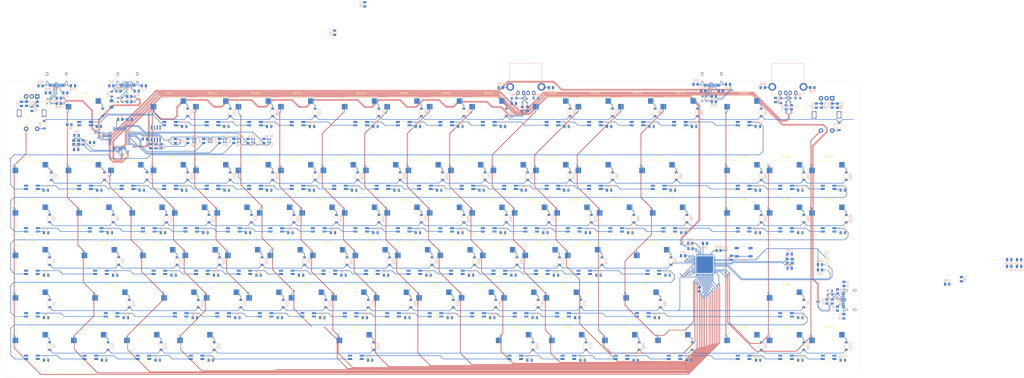
<source format=kicad_pcb>
(kicad_pcb (version 20171130) (host pcbnew "(5.1.10)-1")
  (layers (0 F.Cu signal) (31 B.Cu signal) (34 B.Paste user) (35 F.Paste user) (36 B.SilkS user) (37 F.SilkS user) (38 B.Mask user) (39 F.Mask user) (44 Edge.Cuts user))
  (net 0 "")
  (net 1 +5V)
  (net 2 GND)
  (net 3 +3V3)
  (net 4 "Net-(C41-Pad1)")
  (net 5 HUB_XIN)
  (net 6 HUB_XOUT)
  (net 7 +1V8)
  (net 8 "Net-(C61-Pad1)")
  (net 9 "Net-(C62-Pad1)")
  (net 10 "Net-(C63-Pad1)")
  (net 11 "Net-(C65-Pad1)")
  (net 12 "Net-(C66-Pad2)")
  (net 13 "Net-(C67-Pad1)")
  (net 14 "Net-(C77-Pad1)")
  (net 15 "Net-(C78-Pad1)")
  (net 16 "Net-(C79-Pad1)")
  (net 17 "Net-(C88-Pad2)")
  (net 18 "Net-(C89-Pad1)")
  (net 19 KEYBOARD_XTAL1)
  (net 20 KEYBOARD_XTAL2)
  (net 21 "Net-(D1-Pad2)")
  (net 22 ROW1)
  (net 23 "Net-(D2-Pad2)")
  (net 24 ROW2)
  (net 25 "Net-(D3-Pad2)")
  (net 26 ROW3)
  (net 27 "Net-(D4-Pad2)")
  (net 28 ROW4)
  (net 29 "Net-(D5-Pad2)")
  (net 30 ROW5)
  (net 31 "Net-(D6-Pad2)")
  (net 32 ROT1_ROW)
  (net 33 "Net-(D7-Pad2)")
  (net 34 "Net-(D8-Pad2)")
  (net 35 "Net-(D9-Pad2)")
  (net 36 "Net-(D10-Pad2)")
  (net 37 "Net-(D11-Pad2)")
  (net 38 "Net-(D12-Pad2)")
  (net 39 "Net-(D13-Pad2)")
  (net 40 "Net-(D14-Pad2)")
  (net 41 "Net-(D15-Pad2)")
  (net 42 "Net-(D16-Pad2)")
  (net 43 "Net-(D17-Pad2)")
  (net 44 "Net-(D18-Pad2)")
  (net 45 "Net-(D19-Pad2)")
  (net 46 "Net-(D20-Pad2)")
  (net 47 "Net-(D21-Pad2)")
  (net 48 "Net-(D22-Pad2)")
  (net 49 "Net-(D23-Pad2)")
  (net 50 "Net-(D24-Pad2)")
  (net 51 "Net-(D25-Pad2)")
  (net 52 "Net-(D26-Pad2)")
  (net 53 "Net-(D27-Pad2)")
  (net 54 "Net-(D28-Pad2)")
  (net 55 "Net-(D29-Pad2)")
  (net 56 "Net-(D30-Pad2)")
  (net 57 "Net-(D31-Pad2)")
  (net 58 "Net-(D32-Pad2)")
  (net 59 "Net-(D33-Pad2)")
  (net 60 "Net-(D34-Pad2)")
  (net 61 "Net-(D35-Pad2)")
  (net 62 "Net-(D36-Pad2)")
  (net 63 "Net-(D37-Pad2)")
  (net 64 "Net-(D38-Pad2)")
  (net 65 HUB_DRV)
  (net 66 "Net-(D39-Pad1)")
  (net 67 "Net-(D40-Pad1)")
  (net 68 "Net-(D42-Pad1)")
  (net 69 "Net-(D44-Pad1)")
  (net 70 "Net-(D102-Pad2)")
  (net 71 "Net-(D47-Pad2)")
  (net 72 "Net-(D48-Pad2)")
  (net 73 "Net-(D49-Pad2)")
  (net 74 "Net-(D50-Pad2)")
  (net 75 "Net-(D51-Pad2)")
  (net 76 "Net-(D52-Pad2)")
  (net 77 "Net-(D53-Pad2)")
  (net 78 "Net-(D54-Pad2)")
  (net 79 "Net-(D55-Pad2)")
  (net 80 "Net-(D56-Pad2)")
  (net 81 "Net-(D57-Pad2)")
  (net 82 "Net-(D58-Pad2)")
  (net 83 "Net-(D59-Pad2)")
  (net 84 "Net-(D60-Pad2)")
  (net 85 "Net-(D61-Pad2)")
  (net 86 "Net-(D62-Pad2)")
  (net 87 "Net-(D63-Pad2)")
  (net 88 "Net-(D64-Pad2)")
  (net 89 "Net-(D65-Pad2)")
  (net 90 "Net-(D66-Pad2)")
  (net 91 "Net-(D67-Pad2)")
  (net 92 "Net-(D68-Pad2)")
  (net 93 "Net-(D69-Pad2)")
  (net 94 "Net-(D70-Pad2)")
  (net 95 "Net-(D71-Pad2)")
  (net 96 "Net-(D72-Pad2)")
  (net 97 "Net-(D73-Pad2)")
  (net 98 "Net-(D74-Pad2)")
  (net 99 "Net-(D75-Pad2)")
  (net 100 "Net-(D76-Pad2)")
  (net 101 "Net-(D77-Pad2)")
  (net 102 "Net-(D78-Pad2)")
  (net 103 "Net-(D79-Pad2)")
  (net 104 "Net-(D80-Pad2)")
  (net 105 "Net-(D81-Pad2)")
  (net 106 "Net-(D82-Pad2)")
  (net 107 "Net-(D83-Pad2)")
  (net 108 "Net-(D84-Pad2)")
  (net 109 "Net-(D85-Pad2)")
  (net 110 "Net-(D86-Pad2)")
  (net 111 "Net-(D87-Pad2)")
  (net 112 "Net-(D88-Pad2)")
  (net 113 "Net-(D89-Pad2)")
  (net 114 "Net-(D90-Pad2)")
  (net 115 "Net-(D91-Pad2)")
  (net 116 "Net-(D92-Pad2)")
  (net 117 "Net-(D93-Pad2)")
  (net 118 "Net-(D94-Pad2)")
  (net 119 "Net-(D95-Pad2)")
  (net 120 "Net-(D96-Pad2)")
  (net 121 "Net-(D97-Pad2)")
  (net 122 "Net-(D98-Pad2)")
  (net 123 "Net-(D99-Pad2)")
  (net 124 "Net-(D100-Pad2)")
  (net 125 "Net-(D101-Pad2)")
  (net 126 "Net-(D103-Pad1)")
  (net 127 "Net-(D105-Pad1)")
  (net 128 HUB_SDA)
  (net 129 HUB_LED1)
  (net 130 HUB_LED2)
  (net 131 HUB_LED3)
  (net 132 HUB_LED4)
  (net 133 HUB_PORT4_D-)
  (net 134 HUB_PORT4_D+)
  (net 135 HUB_PORT3_D-)
  (net 136 HUB_PORT3_D+)
  (net 137 HUB_PORT2_D-)
  (net 138 HUB_PORT2_D+)
  (net 139 KEYBOARD_D-)
  (net 140 KEYBOARD_D+)
  (net 141 "Net-(IC1-Pad27)")
  (net 142 HUB_D-)
  (net 143 HUB_D+)
  (net 144 HUB_PORT5_D-)
  (net 145 HUB_PORT5_D+)
  (net 146 HUB_PORT6_D-)
  (net 147 HUB_PORT6_D+)
  (net 148 HUB_PORT7_D-)
  (net 149 HUB_PORT7_D+)
  (net 150 "Net-(IC1-Pad40)")
  (net 151 HUB_LED6)
  (net 152 HUB_LED5)
  (net 153 "Net-(J1-Pad3)")
  (net 154 "Net-(J1-Pad2)")
  (net 155 "Net-(J2-Pad3)")
  (net 156 "Net-(J2-Pad2)")
  (net 157 DOUT1)
  (net 158 COL0)
  (net 159 DOUT2)
  (net 160 DOUT3)
  (net 161 DOUT4)
  (net 162 "Net-(MX10-Pad5)")
  (net 163 DOUT5)
  (net 164 "Net-(MX11-Pad5)")
  (net 165 "Net-(MX17-Pad5)")
  (net 166 COL1)
  (net 167 "Net-(MX12-Pad5)")
  (net 168 "Net-(MX13-Pad5)")
  (net 169 "Net-(MX14-Pad5)")
  (net 170 "Net-(MX10-Pad4)")
  (net 171 "Net-(MX11-Pad4)")
  (net 172 "Net-(MX12-Pad4)")
  (net 173 COL2)
  (net 174 "Net-(MX13-Pad4)")
  (net 175 "Net-(MX14-Pad4)")
  (net 176 "Net-(MX17-Pad4)")
  (net 177 COL3)
  (net 178 COL4)
  (net 179 COL5)
  (net 180 COL6)
  (net 181 COL7)
  (net 182 COL8)
  (net 183 COL9)
  (net 184 COL10)
  (net 185 COL11)
  (net 186 COL12)
  (net 187 COL13)
  (net 188 COL14)
  (net 189 COL15)
  (net 190 COL16)
  (net 191 COL17)
  (net 192 KEYBOARD_SDA)
  (net 193 KEYBOARD_SCL)
  (net 194 "Net-(R1-Pad1)")
  (net 195 "Net-(R2-Pad1)")
  (net 196 "Net-(R14-Pad1)")
  (net 197 "Net-(R16-Pad1)")
  (net 198 ENCODER_A)
  (net 199 "Net-(R22-Pad1)")
  (net 200 "Net-(R23-Pad1)")
  (net 201 "Net-(R25-Pad1)")
  (net 202 "Net-(R26-Pad1)")
  (net 203 "Net-(R27-Pad1)")
  (net 204 "Net-(R28-Pad1)")
  (net 205 ENCODER_B2)
  (net 206 "Net-(R30-Pad1)")
  (net 207 "Net-(R34-Pad1)")
  (net 208 "Net-(R35-Pad1)")
  (net 209 "Net-(R36-Pad1)")
  (net 210 "Net-(R37-Pad1)")
  (net 211 "Net-(R38-Pad1)")
  (net 212 "Net-(R39-Pad1)")
  (net 213 "Net-(R40-Pad1)")
  (net 214 ENCODER_B1)
  (net 215 KEYBOARD_RESET)
  (net 216 KEYBOARD_SIGNAL)
  (net 217 BKL_DATA_IN)
  (net 218 "Net-(U9-Pad55)")
  (net 219 "Net-(U9-Pad54)")
  (net 220 "Net-(U9-Pad28)")
  (net 221 "Net-(U9-Pad27)")
  (net 222 "Net-(U9-Pad19)")
  (net 223 "Net-(U9-Pad18)")
  (net 224 "Net-(U9-Pad17)")
  (net 225 "Net-(U9-Pad16)")
  (net 226 "Net-(U9-Pad15)")
  (net 227 MISO)
  (net 228 MOSI)
  (net 229 SCLK)
  (net 230 SS)
  (net 231 "Net-(U9-Pad9)")
  (net 232 "Net-(U9-Pad2)")
  (net 233 "Net-(U9-Pad1)")
  (net 234 "Net-(USB1-Pad3)")
  (net 235 "Net-(USB1-Pad9)")
  (net 236 "Net-(USB2-Pad3)")
  (net 237 "Net-(USB2-Pad9)")
  (net 238 "Net-(USB3-Pad3)")
  (net 239 "Net-(USB3-Pad9)")
  (net 240 "Net-(USB4-Pad3)")
  (net 241 "Net-(USB4-Pad9)")
  (net 242 "Net-(MX1-Pad5)")
  (net 243 "Net-(MX2-Pad5)")
  (net 244 "Net-(MX3-Pad5)")
  (net 245 "Net-(MX6-Pad4)")
  (net 246 "Net-(MX15-Pad5)")
  (net 247 "Net-(MX16-Pad5)")
  (net 248 "Net-(MX18-Pad5)")
  (net 249 "Net-(MX19-Pad5)")
  (net 250 "Net-(MX20-Pad5)")
  (net 251 "Net-(MX21-Pad5)")
  (net 252 "Net-(MX22-Pad5)")
  (net 253 "Net-(MX23-Pad5)")
  (net 254 "Net-(MX24-Pad5)")
  (net 255 "Net-(MX25-Pad5)")
  (net 256 "Net-(MX26-Pad5)")
  (net 257 "Net-(MX27-Pad5)")
  (net 258 "Net-(MX28-Pad5)")
  (net 259 "Net-(MX29-Pad5)")
  (net 260 "Net-(MX30-Pad5)")
  (net 261 "Net-(MX31-Pad5)")
  (net 262 "Net-(MX32-Pad5)")
  (net 263 "Net-(MX33-Pad5)")
  (net 264 "Net-(MX34-Pad5)")
  (net 265 "Net-(MX35-Pad5)")
  (net 266 "Net-(MX36-Pad5)")
  (net 267 "Net-(MX37-Pad5)")
  (net 268 "Net-(MX38-Pad5)")
  (net 269 "Net-(MX39-Pad5)")
  (net 270 "Net-(MX40-Pad5)")
  (net 271 "Net-(MX41-Pad5)")
  (net 272 "Net-(MX42-Pad5)")
  (net 273 "Net-(MX43-Pad5)")
  (net 274 "Net-(MX44-Pad5)")
  (net 275 "Net-(MX45-Pad5)")
  (net 276 "Net-(MX46-Pad5)")
  (net 277 "Net-(MX47-Pad5)")
  (net 278 "Net-(MX48-Pad5)")
  (net 279 "Net-(MX49-Pad5)")
  (net 280 "Net-(MX50-Pad5)")
  (net 281 "Net-(MX51-Pad5)")
  (net 282 "Net-(MX52-Pad5)")
  (net 283 "Net-(MX53-Pad5)")
  (net 284 "Net-(MX54-Pad5)")
  (net 285 "Net-(MX55-Pad5)")
  (net 286 "Net-(MX56-Pad5)")
  (net 287 "Net-(MX57-Pad5)")
  (net 288 "Net-(MX58-Pad5)")
  (net 289 "Net-(MX59-Pad5)")
  (net 290 "Net-(MX60-Pad5)")
  (net 291 "Net-(MX61-Pad5)")
  (net 292 "Net-(MX62-Pad5)")
  (net 293 "Net-(MX63-Pad5)")
  (net 294 "Net-(MX64-Pad5)")
  (net 295 "Net-(MX65-Pad5)")
  (net 296 "Net-(MX66-Pad5)")
  (net 297 "Net-(MX67-Pad5)")
  (net 298 "Net-(MX68-Pad5)")
  (net 299 "Net-(MX69-Pad5)")
  (net 300 "Net-(MX71-Pad5)")
  (net 301 "Net-(MX72-Pad5)")
  (net 302 "Net-(MX73-Pad5)")
  (net 303 "Net-(MX74-Pad5)")
  (net 304 "Net-(MX75-Pad5)")
  (net 305 "Net-(MX76-Pad5)")
  (net 306 "Net-(MX78-Pad5)")
  (net 307 "Net-(MX79-Pad5)")
  (net 308 "Net-(MX81-Pad5)")
  (net 309 "Net-(MX82-Pad5)")
  (net 310 "Net-(MX83-Pad5)")
  (net 311 "Net-(MX84-Pad5)")
  (net 312 "Net-(MX85-Pad5)")
  (net 313 "Net-(MX87-Pad5)")
  (net 314 "Net-(MX90-Pad5)")
  (net 315 "Net-(MX70-Pad5)")
  (net 316 "Net-(R11-Pad2)")
  (net 317 VCC)
  (net 318 "Net-(R53-Pad1)")
  (net 319 "Net-(FB1-Pad1)")
  (net 320 "Net-(FB2-Pad1)")
  (net 321 "Net-(FB3-Pad2)")
  (net 322 "Net-(FB4-Pad1)")
  (net 323 "Net-(FB5-Pad2)")
  (net 324 HUB_OUTPUT_POWER)
  (module LED_SMD:LED_0402_1005Metric (layer B.Cu) (at 155.575 216.20875 270)
    (fp_text reference D39 (at 0 1.17 90) (layer B.SilkS) (effects (justify mirror)))
    (fp_text value Red)
    (pad 1 smd roundrect (at -0.485 0 270) (size 0.59 0.64) (layers B.Cu B.Paste B.Mask) (net 66 "Net-(D39-Pad1)"))
    (pad 2 smd roundrect (at 0.485 0 270) (size 0.59 0.64) (layers B.Cu B.Paste B.Mask) (net 65 HUB_DRV))
  )
  (module CherryMX_PCB_KailhSocket_LTST-A683CEGBW:CherryMX_1.00u_PCB_KailhSocket_LTST-A683CEGBW (layer F.Cu) (at 150.8125 203.2)
    (fp_text reference MX17 (at 0 -8.6625) (layer F.SilkS))
    (fp_text value F1)
    (fp_line (start -1.7 6.55) (end -1.7 3.55) (layer Edge.Cuts) (width 0.05))
    (fp_line (start 1.7 6.55) (end -1.7 6.55) (layer Edge.Cuts) (width 0.05))
    (fp_line (start 1.7 3.55) (end 1.7 6.55) (layer Edge.Cuts) (width 0.05))
    (fp_line (start -1.7 3.55) (end 1.7 3.55) (layer Edge.Cuts) (width 0.05))
    (pad "" np_thru_hole circle (at 0 0) (size 4 4) (drill 4) (layers *.Cu *.Mask))
    (pad "" np_thru_hole circle (at -5.08 0) (size 1.75 1.75) (drill 1.75) (layers *.Cu *.Mask))
    (pad "" np_thru_hole circle (at 5.08 0) (size 1.75 1.75) (drill 1.75) (layers *.Cu *.Mask))
    (pad "" np_thru_hole circle (at -3.81 -2.54) (size 3 3) (drill 3) (layers *.Cu *.Mask))
    (pad "" np_thru_hole circle (at 2.54 -5.08) (size 3 3) (drill 3) (layers *.Cu *.Mask))
    (pad 1 smd rect (at -7.41 -2.54) (size 2.55 2.5) (layers B.Cu B.Paste B.Mask) (net 177 COL3))
    (pad 2 smd rect (at 6.015 -5.08) (size 2.55 2.5) (layers B.Cu B.Paste B.Mask) (net 43 "Net-(D17-Pad2)"))
    (pad 3 smd rect (at -2.6 4.3) (size 1.8 0.9) (layers B.Cu B.Paste B.Mask) (net 2 GND))
    (pad 4 smd rect (at -2.6 5.8) (size 1.8 0.9) (layers B.Cu B.Paste B.Mask) (net 176 "Net-(MX17-Pad4)"))
    (pad 5 smd rect (at 2.6 4.3) (size 1.8 0.9) (layers B.Cu B.Paste B.Mask) (net 165 "Net-(MX17-Pad5)"))
    (pad 6 smd rect (at 2.6 5.8) (size 1.8 0.9) (layers B.Cu B.Paste B.Mask) (net 1 +5V))
  )
  (module CherryMX_PCB_KailhSocket_LTST-A683CEGBW:CherryMX_1.00u_PCB_KailhSocket_LTST-A683CEGBW (layer F.Cu) (at 160.3375 250.825)
    (fp_text reference MX19 (at 0 -8.6625) (layer F.SilkS))
    (fp_text value W)
    (fp_line (start -1.7 6.55) (end -1.7 3.55) (layer Edge.Cuts) (width 0.05))
    (fp_line (start 1.7 6.55) (end -1.7 6.55) (layer Edge.Cuts) (width 0.05))
    (fp_line (start 1.7 3.55) (end 1.7 6.55) (layer Edge.Cuts) (width 0.05))
    (fp_line (start -1.7 3.55) (end 1.7 3.55) (layer Edge.Cuts) (width 0.05))
    (pad "" np_thru_hole circle (at 0 0) (size 4 4) (drill 4) (layers *.Cu *.Mask))
    (pad "" np_thru_hole circle (at -5.08 0) (size 1.75 1.75) (drill 1.75) (layers *.Cu *.Mask))
    (pad "" np_thru_hole circle (at 5.08 0) (size 1.75 1.75) (drill 1.75) (layers *.Cu *.Mask))
    (pad "" np_thru_hole circle (at -3.81 -2.54) (size 3 3) (drill 3) (layers *.Cu *.Mask))
    (pad "" np_thru_hole circle (at 2.54 -5.08) (size 3 3) (drill 3) (layers *.Cu *.Mask))
    (pad 1 smd rect (at -7.41 -2.54) (size 2.55 2.5) (layers B.Cu B.Paste B.Mask) (net 177 COL3))
    (pad 2 smd rect (at 6.015 -5.08) (size 2.55 2.5) (layers B.Cu B.Paste B.Mask) (net 45 "Net-(D19-Pad2)"))
    (pad 3 smd rect (at -2.6 4.3) (size 1.8 0.9) (layers B.Cu B.Paste B.Mask) (net 2 GND))
    (pad 4 smd rect (at -2.6 5.8) (size 1.8 0.9) (layers B.Cu B.Paste B.Mask) (net 168 "Net-(MX13-Pad5)"))
    (pad 5 smd rect (at 2.6 4.3) (size 1.8 0.9) (layers B.Cu B.Paste B.Mask) (net 249 "Net-(MX19-Pad5)"))
    (pad 6 smd rect (at 2.6 5.8) (size 1.8 0.9) (layers B.Cu B.Paste B.Mask) (net 1 +5V))
  )
  (module CherryMX_PCB_KailhSocket_LTST-A683CEGBW:CherryMX_6.25u_PCB_KailhSocket_LTST-A683CEGBW (layer F.Cu) (at 234.15625 307.975)
    (fp_text reference MX38 (at 0 -8.6625) (layer F.SilkS))
    (fp_text value SPACE)
    (fp_line (start -1.7 3.55) (end 1.7 3.55) (layer Edge.Cuts) (width 0.05))
    (fp_line (start 1.7 3.55) (end 1.7 6.55) (layer Edge.Cuts) (width 0.05))
    (fp_line (start 1.7 6.55) (end -1.7 6.55) (layer Edge.Cuts) (width 0.05))
    (fp_line (start -1.7 6.55) (end -1.7 3.55) (layer Edge.Cuts) (width 0.05))
    (pad 6 smd rect (at 2.6 5.8) (size 1.8 0.9) (layers B.Cu B.Paste B.Mask) (net 1 +5V))
    (pad 5 smd rect (at 2.6 4.3) (size 1.8 0.9) (layers B.Cu B.Paste B.Mask) (net 268 "Net-(MX38-Pad5)"))
    (pad 4 smd rect (at -2.6 5.8) (size 1.8 0.9) (layers B.Cu B.Paste B.Mask) (net 252 "Net-(MX22-Pad5)"))
    (pad 3 smd rect (at -2.6 4.3) (size 1.8 0.9) (layers B.Cu B.Paste B.Mask) (net 2 GND))
    (pad 2 smd rect (at 6.015 -5.08) (size 2.55 2.5) (layers B.Cu B.Paste B.Mask) (net 64 "Net-(D38-Pad2)"))
    (pad 1 smd rect (at -7.41 -2.54) (size 2.55 2.5) (layers B.Cu B.Paste B.Mask) (net 180 COL6))
    (pad "" np_thru_hole circle (at 2.54 -5.08) (size 3 3) (drill 3) (layers *.Cu *.Mask))
    (pad "" np_thru_hole circle (at -3.81 -2.54) (size 3 3) (drill 3) (layers *.Cu *.Mask))
    (pad "" np_thru_hole circle (at 5.08 0) (size 1.75 1.75) (drill 1.75) (layers *.Cu *.Mask))
    (pad "" np_thru_hole circle (at -5.08 0) (size 1.75 1.75) (drill 1.75) (layers *.Cu *.Mask))
    (pad "" np_thru_hole circle (at 0 0) (size 4 4) (drill 4) (layers *.Cu *.Mask))
  )
  (module CherryMX_PCB_KailhSocket_LTST-A683CEGBW:CherryMX_1.00u_PCB_KailhSocket_LTST-A683CEGBW (layer F.Cu) (at 203.2 269.875)
    (fp_text reference MX31 (at 0 -8.6625) (layer F.SilkS))
    (fp_text value F)
    (fp_line (start -1.7 6.55) (end -1.7 3.55) (layer Edge.Cuts) (width 0.05))
    (fp_line (start 1.7 6.55) (end -1.7 6.55) (layer Edge.Cuts) (width 0.05))
    (fp_line (start 1.7 3.55) (end 1.7 6.55) (layer Edge.Cuts) (width 0.05))
    (fp_line (start -1.7 3.55) (end 1.7 3.55) (layer Edge.Cuts) (width 0.05))
    (pad "" np_thru_hole circle (at 0 0) (size 4 4) (drill 4) (layers *.Cu *.Mask))
    (pad "" np_thru_hole circle (at -5.08 0) (size 1.75 1.75) (drill 1.75) (layers *.Cu *.Mask))
    (pad "" np_thru_hole circle (at 5.08 0) (size 1.75 1.75) (drill 1.75) (layers *.Cu *.Mask))
    (pad "" np_thru_hole circle (at -3.81 -2.54) (size 3 3) (drill 3) (layers *.Cu *.Mask))
    (pad "" np_thru_hole circle (at 2.54 -5.08) (size 3 3) (drill 3) (layers *.Cu *.Mask))
    (pad 1 smd rect (at -7.41 -2.54) (size 2.55 2.5) (layers B.Cu B.Paste B.Mask) (net 179 COL5))
    (pad 2 smd rect (at 6.015 -5.08) (size 2.55 2.5) (layers B.Cu B.Paste B.Mask) (net 57 "Net-(D31-Pad2)"))
    (pad 3 smd rect (at -2.6 4.3) (size 1.8 0.9) (layers B.Cu B.Paste B.Mask) (net 2 GND))
    (pad 4 smd rect (at -2.6 5.8) (size 1.8 0.9) (layers B.Cu B.Paste B.Mask) (net 256 "Net-(MX26-Pad5)"))
    (pad 5 smd rect (at 2.6 4.3) (size 1.8 0.9) (layers B.Cu B.Paste B.Mask) (net 261 "Net-(MX31-Pad5)"))
    (pad 6 smd rect (at 2.6 5.8) (size 1.8 0.9) (layers B.Cu B.Paste B.Mask) (net 1 +5V))
  )
  (module CherryMX_PCB_KailhSocket_LTST-A683CEGBW:CherryMX_1.00u_PCB_KailhSocket_LTST-A683CEGBW (layer F.Cu) (at 184.15 269.875)
    (fp_text reference MX26 (at 0 -8.6625) (layer F.SilkS))
    (fp_text value D)
    (fp_line (start -1.7 6.55) (end -1.7 3.55) (layer Edge.Cuts) (width 0.05))
    (fp_line (start 1.7 6.55) (end -1.7 6.55) (layer Edge.Cuts) (width 0.05))
    (fp_line (start 1.7 3.55) (end 1.7 6.55) (layer Edge.Cuts) (width 0.05))
    (fp_line (start -1.7 3.55) (end 1.7 3.55) (layer Edge.Cuts) (width 0.05))
    (pad "" np_thru_hole circle (at 0 0) (size 4 4) (drill 4) (layers *.Cu *.Mask))
    (pad "" np_thru_hole circle (at -5.08 0) (size 1.75 1.75) (drill 1.75) (layers *.Cu *.Mask))
    (pad "" np_thru_hole circle (at 5.08 0) (size 1.75 1.75) (drill 1.75) (layers *.Cu *.Mask))
    (pad "" np_thru_hole circle (at -3.81 -2.54) (size 3 3) (drill 3) (layers *.Cu *.Mask))
    (pad "" np_thru_hole circle (at 2.54 -5.08) (size 3 3) (drill 3) (layers *.Cu *.Mask))
    (pad 1 smd rect (at -7.41 -2.54) (size 2.55 2.5) (layers B.Cu B.Paste B.Mask) (net 178 COL4))
    (pad 2 smd rect (at 6.015 -5.08) (size 2.55 2.5) (layers B.Cu B.Paste B.Mask) (net 52 "Net-(D26-Pad2)"))
    (pad 3 smd rect (at -2.6 4.3) (size 1.8 0.9) (layers B.Cu B.Paste B.Mask) (net 2 GND))
    (pad 4 smd rect (at -2.6 5.8) (size 1.8 0.9) (layers B.Cu B.Paste B.Mask) (net 250 "Net-(MX20-Pad5)"))
    (pad 5 smd rect (at 2.6 4.3) (size 1.8 0.9) (layers B.Cu B.Paste B.Mask) (net 256 "Net-(MX26-Pad5)"))
    (pad 6 smd rect (at 2.6 5.8) (size 1.8 0.9) (layers B.Cu B.Paste B.Mask) (net 1 +5V))
  )
  (module CherryMX_PCB_KailhSocket_LTST-A683CEGBW:CherryMX_1.00u_PCB_KailhSocket_LTST-A683CEGBW (layer F.Cu) (at 169.8625 203.2)
    (fp_text reference MX23 (at 0 -8.6625) (layer F.SilkS))
    (fp_text value F2)
    (fp_line (start -1.7 6.55) (end -1.7 3.55) (layer Edge.Cuts) (width 0.05))
    (fp_line (start 1.7 6.55) (end -1.7 6.55) (layer Edge.Cuts) (width 0.05))
    (fp_line (start 1.7 3.55) (end 1.7 6.55) (layer Edge.Cuts) (width 0.05))
    (fp_line (start -1.7 3.55) (end 1.7 3.55) (layer Edge.Cuts) (width 0.05))
    (pad "" np_thru_hole circle (at 0 0) (size 4 4) (drill 4) (layers *.Cu *.Mask))
    (pad "" np_thru_hole circle (at -5.08 0) (size 1.75 1.75) (drill 1.75) (layers *.Cu *.Mask))
    (pad "" np_thru_hole circle (at 5.08 0) (size 1.75 1.75) (drill 1.75) (layers *.Cu *.Mask))
    (pad "" np_thru_hole circle (at -3.81 -2.54) (size 3 3) (drill 3) (layers *.Cu *.Mask))
    (pad "" np_thru_hole circle (at 2.54 -5.08) (size 3 3) (drill 3) (layers *.Cu *.Mask))
    (pad 1 smd rect (at -7.41 -2.54) (size 2.55 2.5) (layers B.Cu B.Paste B.Mask) (net 178 COL4))
    (pad 2 smd rect (at 6.015 -5.08) (size 2.55 2.5) (layers B.Cu B.Paste B.Mask) (net 49 "Net-(D23-Pad2)"))
    (pad 3 smd rect (at -2.6 4.3) (size 1.8 0.9) (layers B.Cu B.Paste B.Mask) (net 2 GND))
    (pad 4 smd rect (at -2.6 5.8) (size 1.8 0.9) (layers B.Cu B.Paste B.Mask) (net 165 "Net-(MX17-Pad5)"))
    (pad 5 smd rect (at 2.6 4.3) (size 1.8 0.9) (layers B.Cu B.Paste B.Mask) (net 253 "Net-(MX23-Pad5)"))
    (pad 6 smd rect (at 2.6 5.8) (size 1.8 0.9) (layers B.Cu B.Paste B.Mask) (net 1 +5V))
  )
  (module CherryMX_PCB_KailhSocket_LTST-A683CEGBW:CherryMX_1.00u_PCB_KailhSocket_LTST-A683CEGBW (layer F.Cu) (at 193.675 288.925)
    (fp_text reference MX27 (at 0 -8.6625) (layer F.SilkS))
    (fp_text value C)
    (fp_line (start -1.7 6.55) (end -1.7 3.55) (layer Edge.Cuts) (width 0.05))
    (fp_line (start 1.7 6.55) (end -1.7 6.55) (layer Edge.Cuts) (width 0.05))
    (fp_line (start 1.7 3.55) (end 1.7 6.55) (layer Edge.Cuts) (width 0.05))
    (fp_line (start -1.7 3.55) (end 1.7 3.55) (layer Edge.Cuts) (width 0.05))
    (pad "" np_thru_hole circle (at 0 0) (size 4 4) (drill 4) (layers *.Cu *.Mask))
    (pad "" np_thru_hole circle (at -5.08 0) (size 1.75 1.75) (drill 1.75) (layers *.Cu *.Mask))
    (pad "" np_thru_hole circle (at 5.08 0) (size 1.75 1.75) (drill 1.75) (layers *.Cu *.Mask))
    (pad "" np_thru_hole circle (at -3.81 -2.54) (size 3 3) (drill 3) (layers *.Cu *.Mask))
    (pad "" np_thru_hole circle (at 2.54 -5.08) (size 3 3) (drill 3) (layers *.Cu *.Mask))
    (pad 1 smd rect (at -7.41 -2.54) (size 2.55 2.5) (layers B.Cu B.Paste B.Mask) (net 178 COL4))
    (pad 2 smd rect (at 6.015 -5.08) (size 2.55 2.5) (layers B.Cu B.Paste B.Mask) (net 53 "Net-(D27-Pad2)"))
    (pad 3 smd rect (at -2.6 4.3) (size 1.8 0.9) (layers B.Cu B.Paste B.Mask) (net 2 GND))
    (pad 4 smd rect (at -2.6 5.8) (size 1.8 0.9) (layers B.Cu B.Paste B.Mask) (net 251 "Net-(MX21-Pad5)"))
    (pad 5 smd rect (at 2.6 4.3) (size 1.8 0.9) (layers B.Cu B.Paste B.Mask) (net 257 "Net-(MX27-Pad5)"))
    (pad 6 smd rect (at 2.6 5.8) (size 1.8 0.9) (layers B.Cu B.Paste B.Mask) (net 1 +5V))
  )
  (module CherryMX_PCB_KailhSocket_LTST-A683CEGBW:CherryMX_1.00u_PCB_KailhSocket_LTST-A683CEGBW (layer F.Cu) (at 188.9125 231.775)
    (fp_text reference MX29 (at 0 -8.6625) (layer F.SilkS))
    (fp_text value 4)
    (fp_line (start -1.7 6.55) (end -1.7 3.55) (layer Edge.Cuts) (width 0.05))
    (fp_line (start 1.7 6.55) (end -1.7 6.55) (layer Edge.Cuts) (width 0.05))
    (fp_line (start 1.7 3.55) (end 1.7 6.55) (layer Edge.Cuts) (width 0.05))
    (fp_line (start -1.7 3.55) (end 1.7 3.55) (layer Edge.Cuts) (width 0.05))
    (pad "" np_thru_hole circle (at 0 0) (size 4 4) (drill 4) (layers *.Cu *.Mask))
    (pad "" np_thru_hole circle (at -5.08 0) (size 1.75 1.75) (drill 1.75) (layers *.Cu *.Mask))
    (pad "" np_thru_hole circle (at 5.08 0) (size 1.75 1.75) (drill 1.75) (layers *.Cu *.Mask))
    (pad "" np_thru_hole circle (at -3.81 -2.54) (size 3 3) (drill 3) (layers *.Cu *.Mask))
    (pad "" np_thru_hole circle (at 2.54 -5.08) (size 3 3) (drill 3) (layers *.Cu *.Mask))
    (pad 1 smd rect (at -7.41 -2.54) (size 2.55 2.5) (layers B.Cu B.Paste B.Mask) (net 179 COL5))
    (pad 2 smd rect (at 6.015 -5.08) (size 2.55 2.5) (layers B.Cu B.Paste B.Mask) (net 55 "Net-(D29-Pad2)"))
    (pad 3 smd rect (at -2.6 4.3) (size 1.8 0.9) (layers B.Cu B.Paste B.Mask) (net 2 GND))
    (pad 4 smd rect (at -2.6 5.8) (size 1.8 0.9) (layers B.Cu B.Paste B.Mask) (net 254 "Net-(MX24-Pad5)"))
    (pad 5 smd rect (at 2.6 4.3) (size 1.8 0.9) (layers B.Cu B.Paste B.Mask) (net 259 "Net-(MX29-Pad5)"))
    (pad 6 smd rect (at 2.6 5.8) (size 1.8 0.9) (layers B.Cu B.Paste B.Mask) (net 1 +5V))
  )
  (module CherryMX_PCB_KailhSocket_LTST-A683CEGBW:CherryMX_1.00u_PCB_KailhSocket_LTST-A683CEGBW (layer F.Cu) (at 188.9125 203.2)
    (fp_text reference MX28 (at 0 -8.6625) (layer F.SilkS))
    (fp_text value F3)
    (fp_line (start -1.7 6.55) (end -1.7 3.55) (layer Edge.Cuts) (width 0.05))
    (fp_line (start 1.7 6.55) (end -1.7 6.55) (layer Edge.Cuts) (width 0.05))
    (fp_line (start 1.7 3.55) (end 1.7 6.55) (layer Edge.Cuts) (width 0.05))
    (fp_line (start -1.7 3.55) (end 1.7 3.55) (layer Edge.Cuts) (width 0.05))
    (pad "" np_thru_hole circle (at 0 0) (size 4 4) (drill 4) (layers *.Cu *.Mask))
    (pad "" np_thru_hole circle (at -5.08 0) (size 1.75 1.75) (drill 1.75) (layers *.Cu *.Mask))
    (pad "" np_thru_hole circle (at 5.08 0) (size 1.75 1.75) (drill 1.75) (layers *.Cu *.Mask))
    (pad "" np_thru_hole circle (at -3.81 -2.54) (size 3 3) (drill 3) (layers *.Cu *.Mask))
    (pad "" np_thru_hole circle (at 2.54 -5.08) (size 3 3) (drill 3) (layers *.Cu *.Mask))
    (pad 1 smd rect (at -7.41 -2.54) (size 2.55 2.5) (layers B.Cu B.Paste B.Mask) (net 179 COL5))
    (pad 2 smd rect (at 6.015 -5.08) (size 2.55 2.5) (layers B.Cu B.Paste B.Mask) (net 54 "Net-(D28-Pad2)"))
    (pad 3 smd rect (at -2.6 4.3) (size 1.8 0.9) (layers B.Cu B.Paste B.Mask) (net 2 GND))
    (pad 4 smd rect (at -2.6 5.8) (size 1.8 0.9) (layers B.Cu B.Paste B.Mask) (net 253 "Net-(MX23-Pad5)"))
    (pad 5 smd rect (at 2.6 4.3) (size 1.8 0.9) (layers B.Cu B.Paste B.Mask) (net 258 "Net-(MX28-Pad5)"))
    (pad 6 smd rect (at 2.6 5.8) (size 1.8 0.9) (layers B.Cu B.Paste B.Mask) (net 1 +5V))
  )
  (module Resistor_SMD:R_0805_2012Metric (layer B.Cu) (at 442.2375 271.4625 180)
    (fp_text reference R55 (at 0 1.65) (layer B.SilkS) (effects (justify mirror)))
    (fp_text value 20k)
    (pad 2 smd roundrect (at 0.9125 0 180) (size 1.025 1.4) (layers B.Cu B.Paste B.Mask) (roundrect_rratio 0.243902) (net 1 +5V))
    (pad 1 smd roundrect (at -0.9125 0 180) (size 1.025 1.4) (layers B.Cu B.Paste B.Mask) (roundrect_rratio 0.243902) (net 192 KEYBOARD_SDA))
  )
  (module Resistor_SMD:R_0805_2012Metric (layer B.Cu) (at 442.2375 273.84375)
    (fp_text reference R54 (at 0 1.65) (layer B.SilkS) (effects (justify mirror)))
    (fp_text value 20k)
    (pad 2 smd roundrect (at 0.9125 0) (size 1.025 1.4) (layers B.Cu B.Paste B.Mask) (roundrect_rratio 0.243902) (net 193 KEYBOARD_SCL))
    (pad 1 smd roundrect (at -0.9125 0) (size 1.025 1.4) (layers B.Cu B.Paste B.Mask) (roundrect_rratio 0.243902) (net 1 +5V))
  )
  (module CherryMX_PCB_KailhSocket_LTST-A683CEGBW:CherryMX_2.25u_PCB_KailhSocket_LTST-A683CEGBW (layer F.Cu) (at 367.50625 269.875)
    (fp_text reference MX77 (at 0 -8.6625) (layer F.SilkS))
    (fp_text value ENTER)
    (fp_line (start -1.7 6.55) (end -1.7 3.55) (layer Edge.Cuts) (width 0.05))
    (fp_line (start 1.7 6.55) (end -1.7 6.55) (layer Edge.Cuts) (width 0.05))
    (fp_line (start 1.7 3.55) (end 1.7 6.55) (layer Edge.Cuts) (width 0.05))
    (fp_line (start -1.7 3.55) (end 1.7 3.55) (layer Edge.Cuts) (width 0.05))
    (pad "" np_thru_hole circle (at 0 0) (size 4 4) (drill 4) (layers *.Cu *.Mask))
    (pad "" np_thru_hole circle (at -5.08 0) (size 1.75 1.75) (drill 1.75) (layers *.Cu *.Mask))
    (pad "" np_thru_hole circle (at 5.08 0) (size 1.75 1.75) (drill 1.75) (layers *.Cu *.Mask))
    (pad "" np_thru_hole circle (at -3.81 -2.54) (size 3 3) (drill 3) (layers *.Cu *.Mask))
    (pad "" np_thru_hole circle (at 2.54 -5.08) (size 3 3) (drill 3) (layers *.Cu *.Mask))
    (pad 1 smd rect (at -7.41 -2.54) (size 2.55 2.5) (layers B.Cu B.Paste B.Mask) (net 188 COL14))
    (pad 2 smd rect (at 6.015 -5.08) (size 2.55 2.5) (layers B.Cu B.Paste B.Mask) (net 112 "Net-(D88-Pad2)"))
    (pad 3 smd rect (at -2.6 4.3) (size 1.8 0.9) (layers B.Cu B.Paste B.Mask) (net 2 GND))
    (pad 4 smd rect (at -2.6 5.8) (size 1.8 0.9) (layers B.Cu B.Paste B.Mask) (net 299 "Net-(MX69-Pad5)"))
    (pad 5 smd rect (at 2.6 4.3) (size 1.8 0.9) (layers B.Cu B.Paste B.Mask) (net 161 DOUT4))
    (pad 6 smd rect (at 2.6 5.8) (size 1.8 0.9) (layers B.Cu B.Paste B.Mask) (net 1 +5V))
  )
  (module Capacitor_SMD:C_0805_2012Metric (layer B.Cu) (at 414.49375 314.325 180)
    (fp_text reference C109 (at 0 1.68) (layer B.SilkS) (effects (justify mirror)))
    (fp_text value 0.1uF)
    (pad 2 smd roundrect (at 0.95 0 180) (size 1 1.45) (layers B.Cu B.Paste B.Mask) (net 1 +5V))
    (pad 1 smd roundrect (at -0.95 0 180) (size 1 1.45) (layers B.Cu B.Paste B.Mask) (net 2 GND))
  )
  (module CherryMX_PCB_KailhSocket_LTST-A683CEGBW:CherryMX_1.00u_PCB_KailhSocket_LTST-A683CEGBW (layer F.Cu) (at 250.825 288.925)
    (fp_text reference MX43 (at 0 -8.6625) (layer F.SilkS))
    (fp_text value N)
    (fp_line (start -1.7 6.55) (end -1.7 3.55) (layer Edge.Cuts) (width 0.05))
    (fp_line (start 1.7 6.55) (end -1.7 6.55) (layer Edge.Cuts) (width 0.05))
    (fp_line (start 1.7 3.55) (end 1.7 6.55) (layer Edge.Cuts) (width 0.05))
    (fp_line (start -1.7 3.55) (end 1.7 3.55) (layer Edge.Cuts) (width 0.05))
    (pad "" np_thru_hole circle (at 0 0) (size 4 4) (drill 4) (layers *.Cu *.Mask))
    (pad "" np_thru_hole circle (at -5.08 0) (size 1.75 1.75) (drill 1.75) (layers *.Cu *.Mask))
    (pad "" np_thru_hole circle (at 5.08 0) (size 1.75 1.75) (drill 1.75) (layers *.Cu *.Mask))
    (pad "" np_thru_hole circle (at -3.81 -2.54) (size 3 3) (drill 3) (layers *.Cu *.Mask))
    (pad "" np_thru_hole circle (at 2.54 -5.08) (size 3 3) (drill 3) (layers *.Cu *.Mask))
    (pad 1 smd rect (at -7.41 -2.54) (size 2.55 2.5) (layers B.Cu B.Paste B.Mask) (net 181 COL7))
    (pad 2 smd rect (at 6.015 -5.08) (size 2.55 2.5) (layers B.Cu B.Paste B.Mask) (net 75 "Net-(D51-Pad2)"))
    (pad 3 smd rect (at -2.6 4.3) (size 1.8 0.9) (layers B.Cu B.Paste B.Mask) (net 2 GND))
    (pad 4 smd rect (at -2.6 5.8) (size 1.8 0.9) (layers B.Cu B.Paste B.Mask) (net 267 "Net-(MX37-Pad5)"))
    (pad 5 smd rect (at 2.6 4.3) (size 1.8 0.9) (layers B.Cu B.Paste B.Mask) (net 273 "Net-(MX43-Pad5)"))
    (pad 6 smd rect (at 2.6 5.8) (size 1.8 0.9) (layers B.Cu B.Paste B.Mask) (net 1 +5V))
  )
  (module Capacitor_SMD:C_0805_2012Metric (layer B.Cu) (at 108.74375 219.86875 180)
    (fp_text reference C53 (at 0 1.68) (layer B.SilkS) (effects (justify mirror)))
    (fp_text value 20pF)
    (pad 2 smd roundrect (at 0.95 0 180) (size 1 1.45) (layers B.Cu B.Paste B.Mask) (net 2 GND))
    (pad 1 smd roundrect (at -0.95 0 180) (size 1 1.45) (layers B.Cu B.Paste B.Mask) (net 5 HUB_XIN))
  )
  (module LED_SMD:LED_0402_1005Metric (layer B.Cu) (at 188.11875 215.10625 180)
    (fp_text reference D104 (at 0 1.17) (layer B.SilkS) (effects (justify mirror)))
    (fp_text value Amber)
    (pad 1 smd roundrect (at -0.485 0 180) (size 0.59 0.64) (layers B.Cu B.Paste B.Mask) (net 65 HUB_DRV))
    (pad 2 smd roundrect (at 0.485 0 180) (size 0.59 0.64) (layers B.Cu B.Paste B.Mask) (net 126 "Net-(D103-Pad1)"))
  )
  (module LED_SMD:LED_0402_1005Metric (layer B.Cu) (at 195.2625 216.69375)
    (fp_text reference D105 (at 0 1.17) (layer B.SilkS) (effects (justify mirror)))
    (fp_text value Green)
    (pad 1 smd roundrect (at -0.485 0) (size 0.59 0.64) (layers B.Cu B.Paste B.Mask) (net 127 "Net-(D105-Pad1)"))
    (pad 2 smd roundrect (at 0.485 0) (size 0.59 0.64) (layers B.Cu B.Paste B.Mask) (net 65 HUB_DRV))
  )
  (module LED_SMD:LED_0402_1005Metric (layer B.Cu) (at 188.11875 216.69375)
    (fp_text reference D103 (at 0 1.17) (layer B.SilkS) (effects (justify mirror)))
    (fp_text value Green)
    (pad 1 smd roundrect (at -0.485 0) (size 0.59 0.64) (layers B.Cu B.Paste B.Mask) (net 126 "Net-(D103-Pad1)"))
    (pad 2 smd roundrect (at 0.485 0) (size 0.59 0.64) (layers B.Cu B.Paste B.Mask) (net 65 HUB_DRV))
  )
  (module LED_SMD:LED_0402_1005Metric (layer B.Cu) (at 195.2625 215.10625 180)
    (fp_text reference D106 (at 0 1.17) (layer B.SilkS) (effects (justify mirror)))
    (fp_text value Amber)
    (pad 1 smd roundrect (at -0.485 0 180) (size 0.59 0.64) (layers B.Cu B.Paste B.Mask) (net 65 HUB_DRV))
    (pad 2 smd roundrect (at 0.485 0 180) (size 0.59 0.64) (layers B.Cu B.Paste B.Mask) (net 127 "Net-(D105-Pad1)"))
  )
  (module LED_SMD:LED_0402_1005Metric (layer B.Cu) (at 181.76875 215.10625 180)
    (fp_text reference D102 (at 0 1.17) (layer B.SilkS) (effects (justify mirror)))
    (fp_text value Amber)
    (pad 1 smd roundrect (at -0.485 0 180) (size 0.59 0.64) (layers B.Cu B.Paste B.Mask) (net 65 HUB_DRV))
    (pad 2 smd roundrect (at 0.485 0 180) (size 0.59 0.64) (layers B.Cu B.Paste B.Mask) (net 70 "Net-(D102-Pad2)"))
  )
  (module Resistor_SMD:R_0805_2012Metric (layer B.Cu) (at 153.19375 216.01875 270)
    (fp_text reference R4 (at 0 1.65 90) (layer B.SilkS) (effects (justify mirror)))
    (fp_text value 330)
    (pad 1 smd roundrect (at -0.9125 0 270) (size 1.025 1.4) (layers B.Cu B.Paste B.Mask) (roundrect_rratio 0.243902) (net 66 "Net-(D39-Pad1)"))
    (pad 2 smd roundrect (at 0.9125 0 270) (size 1.025 1.4) (layers B.Cu B.Paste B.Mask) (roundrect_rratio 0.243902) (net 2 GND))
  )
  (module Resistor_SMD:R_0805_2012Metric (layer B.Cu) (at 165.89375 216.01875 270)
    (fp_text reference R6 (at 0 1.65 90) (layer B.SilkS) (effects (justify mirror)))
    (fp_text value 330)
    (pad 1 smd roundrect (at -0.9125 0 270) (size 1.025 1.4) (layers B.Cu B.Paste B.Mask) (roundrect_rratio 0.243902) (net 68 "Net-(D42-Pad1)"))
    (pad 2 smd roundrect (at 0.9125 0 270) (size 1.025 1.4) (layers B.Cu B.Paste B.Mask) (roundrect_rratio 0.243902) (net 130 HUB_LED2))
  )
  (module Resistor_SMD:R_0805_2012Metric (layer B.Cu) (at 192.88125 216.01875 270)
    (fp_text reference R10 (at 0 1.65 90) (layer B.SilkS) (effects (justify mirror)))
    (fp_text value 330)
    (pad 1 smd roundrect (at -0.9125 0 270) (size 1.025 1.4) (layers B.Cu B.Paste B.Mask) (roundrect_rratio 0.243902) (net 127 "Net-(D105-Pad1)"))
    (pad 2 smd roundrect (at 0.9125 0 270) (size 1.025 1.4) (layers B.Cu B.Paste B.Mask) (roundrect_rratio 0.243902) (net 151 HUB_LED6))
  )
  (module Resistor_SMD:R_0805_2012Metric (layer B.Cu) (at 179.3875 216.01875 270)
    (fp_text reference R8 (at 0 1.65 90) (layer B.SilkS) (effects (justify mirror)))
    (fp_text value 330)
    (pad 1 smd roundrect (at -0.9125 0 270) (size 1.025 1.4) (layers B.Cu B.Paste B.Mask) (roundrect_rratio 0.243902) (net 70 "Net-(D102-Pad2)"))
    (pad 2 smd roundrect (at 0.9125 0 270) (size 1.025 1.4) (layers B.Cu B.Paste B.Mask) (roundrect_rratio 0.243902) (net 132 HUB_LED4))
  )
  (module Resistor_SMD:R_0805_2012Metric (layer B.Cu) (at 158.75 216.01875 270)
    (fp_text reference R5 (at 0 1.65 90) (layer B.SilkS) (effects (justify mirror)))
    (fp_text value 330)
    (pad 2 smd roundrect (at 0.9125 0 270) (size 1.025 1.4) (layers B.Cu B.Paste B.Mask) (roundrect_rratio 0.243902) (net 129 HUB_LED1))
    (pad 1 smd roundrect (at -0.9125 0 270) (size 1.025 1.4) (layers B.Cu B.Paste B.Mask) (roundrect_rratio 0.243902) (net 67 "Net-(D40-Pad1)"))
  )
  (module Resistor_SMD:R_0805_2012Metric (layer B.Cu) (at 173.0375 216.01875 270)
    (fp_text reference R7 (at 0 1.65 90) (layer B.SilkS) (effects (justify mirror)))
    (fp_text value 330)
    (pad 1 smd roundrect (at -0.9125 0 270) (size 1.025 1.4) (layers B.Cu B.Paste B.Mask) (roundrect_rratio 0.243902) (net 69 "Net-(D44-Pad1)"))
    (pad 2 smd roundrect (at 0.9125 0 270) (size 1.025 1.4) (layers B.Cu B.Paste B.Mask) (roundrect_rratio 0.243902) (net 131 HUB_LED3))
  )
  (module Resistor_SMD:R_0805_2012Metric (layer B.Cu) (at 185.7375 216.01875 270)
    (fp_text reference R9 (at 0 1.65 90) (layer B.SilkS) (effects (justify mirror)))
    (fp_text value 330)
    (pad 1 smd roundrect (at -0.9125 0 270) (size 1.025 1.4) (layers B.Cu B.Paste B.Mask) (roundrect_rratio 0.243902) (net 126 "Net-(D103-Pad1)"))
    (pad 2 smd roundrect (at 0.9125 0 270) (size 1.025 1.4) (layers B.Cu B.Paste B.Mask) (roundrect_rratio 0.243902) (net 152 HUB_LED5))
  )
  (module LED_SMD:LED_0402_1005Metric (layer B.Cu) (at 168.76 215.10625)
    (fp_text reference D42 (at 0 1.17) (layer B.SilkS) (effects (justify mirror)))
    (fp_text value Green)
    (pad 1 smd roundrect (at -0.485 0) (size 0.59 0.64) (layers B.Cu B.Paste B.Mask) (net 68 "Net-(D42-Pad1)"))
    (pad 2 smd roundrect (at 0.485 0) (size 0.59 0.64) (layers B.Cu B.Paste B.Mask) (net 65 HUB_DRV))
  )
  (module LED_SMD:LED_0402_1005Metric (layer B.Cu) (at 181.76875 216.69375)
    (fp_text reference D46 (at 0 1.17) (layer B.SilkS) (effects (justify mirror)))
    (fp_text value Green)
    (pad 1 smd roundrect (at -0.485 0) (size 0.59 0.64) (layers B.Cu B.Paste B.Mask) (net 70 "Net-(D102-Pad2)"))
    (pad 2 smd roundrect (at 0.485 0) (size 0.59 0.64) (layers B.Cu B.Paste B.Mask) (net 65 HUB_DRV))
  )
  (module LED_SMD:LED_0402_1005Metric (layer B.Cu) (at 175.41875 215.10625 180)
    (fp_text reference D45 (at 0 1.17) (layer B.SilkS) (effects (justify mirror)))
    (fp_text value Amber)
    (pad 1 smd roundrect (at -0.485 0 180) (size 0.59 0.64) (layers B.Cu B.Paste B.Mask) (net 65 HUB_DRV))
    (pad 2 smd roundrect (at 0.485 0 180) (size 0.59 0.64) (layers B.Cu B.Paste B.Mask) (net 69 "Net-(D44-Pad1)"))
  )
  (module LED_SMD:LED_0402_1005Metric (layer B.Cu) (at 175.41875 216.69375)
    (fp_text reference D44 (at 0 1.17) (layer B.SilkS) (effects (justify mirror)))
    (fp_text value Green)
    (pad 1 smd roundrect (at -0.485 0) (size 0.59 0.64) (layers B.Cu B.Paste B.Mask) (net 69 "Net-(D44-Pad1)"))
    (pad 2 smd roundrect (at 0.485 0) (size 0.59 0.64) (layers B.Cu B.Paste B.Mask) (net 65 HUB_DRV))
  )
  (module LED_SMD:LED_0402_1005Metric (layer B.Cu) (at 168.76 216.69375 180)
    (fp_text reference D43 (at 0 1.17) (layer B.SilkS) (effects (justify mirror)))
    (fp_text value Amber)
    (pad 1 smd roundrect (at -0.485 0 180) (size 0.59 0.64) (layers B.Cu B.Paste B.Mask) (net 65 HUB_DRV))
    (pad 2 smd roundrect (at 0.485 0 180) (size 0.59 0.64) (layers B.Cu B.Paste B.Mask) (net 68 "Net-(D42-Pad1)"))
  )
  (module LED_SMD:LED_0402_1005Metric (layer B.Cu) (at 161.61625 215.10625 180)
    (fp_text reference D41 (at 0 1.17) (layer B.SilkS) (effects (justify mirror)))
    (fp_text value Amber)
    (pad 2 smd roundrect (at 0.485 0 180) (size 0.59 0.64) (layers B.Cu B.Paste B.Mask) (net 67 "Net-(D40-Pad1)"))
    (pad 1 smd roundrect (at -0.485 0 180) (size 0.59 0.64) (layers B.Cu B.Paste B.Mask) (net 65 HUB_DRV))
  )
  (module LED_SMD:LED_0402_1005Metric (layer B.Cu) (at 161.61625 216.69375)
    (fp_text reference D40 (at 0 1.17) (layer B.SilkS) (effects (justify mirror)))
    (fp_text value Green)
    (pad 2 smd roundrect (at 0.485 0) (size 0.59 0.64) (layers B.Cu B.Paste B.Mask) (net 65 HUB_DRV))
    (pad 1 smd roundrect (at -0.485 0) (size 0.59 0.64) (layers B.Cu B.Paste B.Mask) (net 67 "Net-(D40-Pad1)"))
  )
  (module CherryMX_PCB_KailhSocket_LTST-A683CEGBW:CherryMX_1.00u_PCB_KailhSocket_LTST-A683CEGBW (layer F.Cu) (at 88.9 269.875)
    (fp_text reference MX3 (at 0 -8.6625) (layer F.SilkS))
    (fp_text value M3)
    (fp_line (start -1.7 6.55) (end -1.7 3.55) (layer Edge.Cuts) (width 0.05))
    (fp_line (start 1.7 6.55) (end -1.7 6.55) (layer Edge.Cuts) (width 0.05))
    (fp_line (start 1.7 3.55) (end 1.7 6.55) (layer Edge.Cuts) (width 0.05))
    (fp_line (start -1.7 3.55) (end 1.7 3.55) (layer Edge.Cuts) (width 0.05))
    (pad "" np_thru_hole circle (at 0 0) (size 4 4) (drill 4) (layers *.Cu *.Mask))
    (pad "" np_thru_hole circle (at -5.08 0) (size 1.75 1.75) (drill 1.75) (layers *.Cu *.Mask))
    (pad "" np_thru_hole circle (at 5.08 0) (size 1.75 1.75) (drill 1.75) (layers *.Cu *.Mask))
    (pad "" np_thru_hole circle (at -3.81 -2.54) (size 3 3) (drill 3) (layers *.Cu *.Mask))
    (pad "" np_thru_hole circle (at 2.54 -5.08) (size 3 3) (drill 3) (layers *.Cu *.Mask))
    (pad 1 smd rect (at -7.41 -2.54) (size 2.55 2.5) (layers B.Cu B.Paste B.Mask) (net 158 COL0))
    (pad 2 smd rect (at 6.015 -5.08) (size 2.55 2.5) (layers B.Cu B.Paste B.Mask) (net 25 "Net-(D3-Pad2)"))
    (pad 3 smd rect (at -2.6 4.3) (size 1.8 0.9) (layers B.Cu B.Paste B.Mask) (net 2 GND))
    (pad 4 smd rect (at -2.6 5.8) (size 1.8 0.9) (layers B.Cu B.Paste B.Mask) (net 160 DOUT3))
    (pad 5 smd rect (at 2.6 4.3) (size 1.8 0.9) (layers B.Cu B.Paste B.Mask) (net 244 "Net-(MX3-Pad5)"))
    (pad 6 smd rect (at 2.6 5.8) (size 1.8 0.9) (layers B.Cu B.Paste B.Mask) (net 1 +5V))
  )
  (module Type-C:HRO-TYPE-C-31-M-12 (layer B.Cu) (at 460.375 287.3375 270)
    (fp_text reference USB4 (at 0 9.25 90) (layer B.SilkS) (effects (justify mirror)))
    (fp_text value HRO-TYPE-C-31-M-12)
    (pad 13 thru_hole oval (at 4.32 2.6 270) (size 1 1.6) (drill oval 0.6 1.2) (layers *.Cu F.Mask) (net 16 "Net-(C79-Pad1)"))
    (pad 13 thru_hole oval (at -4.32 2.6 270) (size 1 1.6) (drill oval 0.6 1.2) (layers *.Cu F.Mask) (net 16 "Net-(C79-Pad1)"))
    (pad 13 thru_hole oval (at 4.32 6.78 270) (size 1 2.1) (drill oval 0.6 1.7) (layers *.Cu F.Mask) (net 16 "Net-(C79-Pad1)"))
    (pad 13 thru_hole oval (at -4.32 6.78 270) (size 1 2.1) (drill oval 0.6 1.7) (layers *.Cu F.Mask) (net 16 "Net-(C79-Pad1)"))
    (pad "" np_thru_hole circle (at -2.89 6.25 270) (size 0.65 0.65) (drill 0.65) (layers *.Cu *.Mask))
    (pad "" np_thru_hole circle (at 2.89 6.25 270) (size 0.65 0.65) (drill 0.65) (layers *.Cu *.Mask))
    (pad 6 smd rect (at -0.25 7.695 270) (size 0.3 1.45) (layers B.Cu B.Paste B.Mask) (net 212 "Net-(R39-Pad1)"))
    (pad 7 smd rect (at 0.25 7.695 270) (size 0.3 1.45) (layers B.Cu B.Paste B.Mask) (net 213 "Net-(R40-Pad1)"))
    (pad 8 smd rect (at 0.75 7.695 270) (size 0.3 1.45) (layers B.Cu B.Paste B.Mask) (net 212 "Net-(R39-Pad1)"))
    (pad 5 smd rect (at -0.75 7.695 270) (size 0.3 1.45) (layers B.Cu B.Paste B.Mask) (net 213 "Net-(R40-Pad1)"))
    (pad 9 smd rect (at 1.25 7.695 270) (size 0.3 1.45) (layers B.Cu B.Paste B.Mask) (net 241 "Net-(USB4-Pad9)"))
    (pad 4 smd rect (at -1.25 7.695 270) (size 0.3 1.45) (layers B.Cu B.Paste B.Mask) (net 318 "Net-(R53-Pad1)"))
    (pad 10 smd rect (at 1.75 7.695 270) (size 0.3 1.45) (layers B.Cu B.Paste B.Mask) (net 203 "Net-(R27-Pad1)"))
    (pad 3 smd rect (at -1.75 7.695 270) (size 0.3 1.45) (layers B.Cu B.Paste B.Mask) (net 240 "Net-(USB4-Pad3)"))
    (pad 2 smd rect (at -2.45 7.695 270) (size 0.6 1.45) (layers B.Cu B.Paste B.Mask) (net 1 +5V))
    (pad 11 smd rect (at 2.45 7.695 270) (size 0.6 1.45) (layers B.Cu B.Paste B.Mask) (net 1 +5V))
    (pad 1 smd rect (at -3.225 7.695 270) (size 0.6 1.45) (layers B.Cu B.Paste B.Mask) (net 2 GND))
    (pad 12 smd rect (at 3.225 7.695 270) (size 0.6 1.45) (layers B.Cu B.Paste B.Mask) (net 2 GND))
  )
  (module random-keyboard-parts:SOT143B (layer B.Cu) (at 446.675 284.00625 180)
    (fp_text reference U5 (at 0 -2.45) (layer B.SilkS) (effects (justify mirror)))
    (fp_text value PRTR5V0U2X)
    (pad 1 smd rect (at -1 0.75 270) (size 1 0.7) (layers B.Cu B.Paste B.Mask) (net 2 GND))
    (pad 4 smd rect (at 1 0.95 270) (size 0.6 0.7) (layers B.Cu B.Paste B.Mask) (net 1 +5V))
    (pad 2 smd rect (at -1 -0.95 270) (size 0.6 0.7) (layers B.Cu B.Paste B.Mask) (net 212 "Net-(R39-Pad1)"))
    (pad 3 smd rect (at 1 -0.95 270) (size 0.6 0.7) (layers B.Cu B.Paste B.Mask) (net 213 "Net-(R40-Pad1)"))
  )
  (module Resistor_SMD:R_0805_2012Metric (layer B.Cu) (at 445.29375 288.0125 270)
    (fp_text reference R40 (at 0 1.65 90) (layer B.SilkS) (effects (justify mirror)))
    (fp_text value 22)
    (pad 2 smd roundrect (at 0.9125 0 270) (size 1.025 1.4) (layers B.Cu B.Paste B.Mask) (roundrect_rratio 0.243902) (net 137 HUB_PORT2_D-))
    (pad 1 smd roundrect (at -0.9125 0 270) (size 1.025 1.4) (layers B.Cu B.Paste B.Mask) (roundrect_rratio 0.243902) (net 213 "Net-(R40-Pad1)"))
  )
  (module Resistor_SMD:R_0805_2012Metric (layer B.Cu) (at 447.675 288.0125 270)
    (fp_text reference R39 (at 0 1.65 90) (layer B.SilkS) (effects (justify mirror)))
    (fp_text value 22)
    (pad 2 smd roundrect (at 0.9125 0 270) (size 1.025 1.4) (layers B.Cu B.Paste B.Mask) (roundrect_rratio 0.243902) (net 138 HUB_PORT2_D+))
    (pad 1 smd roundrect (at -0.9125 0 270) (size 1.025 1.4) (layers B.Cu B.Paste B.Mask) (roundrect_rratio 0.243902) (net 212 "Net-(R39-Pad1)"))
  )
  (module Resistor_SMD:R_0805_2012Metric (layer B.Cu) (at 452.99375 280.075 90)
    (fp_text reference R33 (at 0 1.65 90) (layer B.SilkS) (effects (justify mirror)))
    (fp_text value 330)
    (pad 2 smd roundrect (at 0.9125 0 90) (size 1.025 1.4) (layers B.Cu B.Paste B.Mask) (roundrect_rratio 0.243902) (net 2 GND))
    (pad 1 smd roundrect (at -0.9125 0 90) (size 1.025 1.4) (layers B.Cu B.Paste B.Mask) (roundrect_rratio 0.243902) (net 16 "Net-(C79-Pad1)"))
  )
  (module Resistor_SMD:R_0805_2012Metric (layer B.Cu) (at 450.05625 291.1875 270)
    (fp_text reference R27 (at 0 1.65 90) (layer B.SilkS) (effects (justify mirror)))
    (fp_text value 5.1K)
    (pad 2 smd roundrect (at 0.9125 0 270) (size 1.025 1.4) (layers B.Cu B.Paste B.Mask) (roundrect_rratio 0.243902) (net 2 GND))
    (pad 1 smd roundrect (at -0.9125 0 270) (size 1.025 1.4) (layers B.Cu B.Paste B.Mask) (roundrect_rratio 0.243902) (net 203 "Net-(R27-Pad1)"))
  )
  (module Resistor_SMD:R_0805_2012Metric (layer B.Cu) (at 450.05625 283.4875 90)
    (fp_text reference R53 (at 0 1.65 90) (layer B.SilkS) (effects (justify mirror)))
    (fp_text value 5.1K)
    (pad 2 smd roundrect (at 0.9125 0 90) (size 1.025 1.4) (layers B.Cu B.Paste B.Mask) (roundrect_rratio 0.243902) (net 2 GND))
    (pad 1 smd roundrect (at -0.9125 0 90) (size 1.025 1.4) (layers B.Cu B.Paste B.Mask) (roundrect_rratio 0.243902) (net 318 "Net-(R53-Pad1)"))
  )
  (module Capacitor_SMD:C_0805_2012Metric (layer B.Cu) (at 452.91875 294.6375 270)
    (fp_text reference C79 (at 0 1.68 90) (layer B.SilkS) (effects (justify mirror)))
    (fp_text value 0.1uF)
    (pad 2 smd roundrect (at 0.95 0 270) (size 1 1.45) (layers B.Cu B.Paste B.Mask) (net 2 GND))
    (pad 1 smd roundrect (at -0.95 0 270) (size 1 1.45) (layers B.Cu B.Paste B.Mask) (net 16 "Net-(C79-Pad1)"))
  )
  (module Resistor_SMD:R_0805_2012Metric (layer B.Cu) (at 111.91875 216.69375 90)
    (fp_text reference R24 (at 0 1.65 90) (layer B.SilkS) (effects (justify mirror)))
    (fp_text value 1M)
    (pad 2 smd roundrect (at 0.9125 0 90) (size 1.025 1.4) (layers B.Cu B.Paste B.Mask) (roundrect_rratio 0.243902) (net 6 HUB_XOUT))
    (pad 1 smd roundrect (at -0.9125 0 90) (size 1.025 1.4) (layers B.Cu B.Paste B.Mask) (roundrect_rratio 0.243902) (net 5 HUB_XIN))
  )
  (module Resistor_SMD:R_0805_2012Metric (layer B.Cu) (at 146.84375 218.4 90)
    (fp_text reference R15 (at 0 1.65 90) (layer B.SilkS) (effects (justify mirror)))
    (fp_text value 4.7k)
    (pad 1 smd roundrect (at -0.9125 0 90) (size 1.025 1.4) (layers B.Cu B.Paste B.Mask) (roundrect_rratio 0.243902) (net 3 +3V3))
    (pad 2 smd roundrect (at 0.9125 0 90) (size 1.025 1.4) (layers B.Cu B.Paste B.Mask) (roundrect_rratio 0.243902) (net 128 HUB_SDA))
  )
  (module Resistor_SMD:R_0805_2012Metric (layer B.Cu) (at 144.4625 218.4 90)
    (fp_text reference R13 (at 0 1.65 90) (layer B.SilkS) (effects (justify mirror)))
    (fp_text value 4.7k)
    (pad 1 smd roundrect (at -0.9125 0 90) (size 1.025 1.4) (layers B.Cu B.Paste B.Mask) (roundrect_rratio 0.243902) (net 3 +3V3))
    (pad 2 smd roundrect (at 0.9125 0 90) (size 1.025 1.4) (layers B.Cu B.Paste B.Mask) (roundrect_rratio 0.243902) (net 129 HUB_LED1))
  )
  (module Resistor_SMD:R_0805_2012Metric (layer B.Cu) (at 142.08125 218.4 90)
    (fp_text reference R11 (at 0 1.65 90) (layer B.SilkS) (effects (justify mirror)))
    (fp_text value 4.7k)
    (pad 1 smd roundrect (at -0.9125 0 90) (size 1.025 1.4) (layers B.Cu B.Paste B.Mask) (roundrect_rratio 0.243902) (net 3 +3V3))
    (pad 2 smd roundrect (at 0.9125 0 90) (size 1.025 1.4) (layers B.Cu B.Paste B.Mask) (roundrect_rratio 0.243902) (net 316 "Net-(R11-Pad2)"))
  )
  (module Inductor_SMD:L_0805_2012Metric (layer B.Cu) (at 314.85 196.85 180)
    (fp_text reference FB5 (at 0 1.55) (layer B.SilkS) (effects (justify mirror)))
    (fp_text value 3A)
    (pad 2 smd roundrect (at 1.0625 0 180) (size 0.875 1.2) (layers B.Cu B.Paste B.Mask) (net 323 "Net-(FB5-Pad2)"))
    (pad 1 smd roundrect (at -1.0625 0 180) (size 0.875 1.2) (layers B.Cu B.Paste B.Mask) (net 2 GND))
  )
  (module Inductor_SMD:L_0805_2012Metric (layer B.Cu) (at 305.06875 196.85 180)
    (fp_text reference FB4 (at 0 1.55) (layer B.SilkS) (effects (justify mirror)))
    (fp_text value 3A)
    (pad 2 smd roundrect (at 1.0625 0 180) (size 0.875 1.2) (layers B.Cu B.Paste B.Mask) (net 1 +5V))
    (pad 1 smd roundrect (at -1.0625 0 180) (size 0.875 1.2) (layers B.Cu B.Paste B.Mask) (net 322 "Net-(FB4-Pad1)"))
  )
  (module Inductor_SMD:L_0805_2012Metric (layer B.Cu) (at 432.325 196.85 180)
    (fp_text reference FB3 (at 0 1.55) (layer B.SilkS) (effects (justify mirror)))
    (fp_text value 3A)
    (pad 2 smd roundrect (at 1.0625 0 180) (size 0.875 1.2) (layers B.Cu B.Paste B.Mask) (net 321 "Net-(FB3-Pad2)"))
    (pad 1 smd roundrect (at -1.0625 0 180) (size 0.875 1.2) (layers B.Cu B.Paste B.Mask) (net 2 GND))
  )
  (module Inductor_SMD:L_0805_2012Metric (layer B.Cu) (at 424.65625 197.9125 270)
    (fp_text reference FB2 (at 0 1.55 90) (layer B.SilkS) (effects (justify mirror)))
    (fp_text value 3A)
    (pad 2 smd roundrect (at 1.0625 0 270) (size 0.875 1.2) (layers B.Cu B.Paste B.Mask) (net 1 +5V))
    (pad 1 smd roundrect (at -1.0625 0 270) (size 0.875 1.2) (layers B.Cu B.Paste B.Mask) (net 320 "Net-(FB2-Pad1)"))
  )
  (module Inductor_SMD:L_0805_2012Metric (layer B.Cu) (at 124.61875 194.99375 270)
    (fp_text reference FB1 (at 0 1.55 90) (layer B.SilkS) (effects (justify mirror)))
    (fp_text value 3A)
    (pad 2 smd roundrect (at 1.0625 0 270) (size 0.875 1.2) (layers B.Cu B.Paste B.Mask) (net 317 VCC))
    (pad 1 smd roundrect (at -1.0625 0 270) (size 0.875 1.2) (layers B.Cu B.Paste B.Mask) (net 319 "Net-(FB1-Pad1)"))
  )
  (module Fuse:Fuse_1206_3216Metric (layer B.Cu) (at 124.61875 199.41875 90)
    (fp_text reference F1 (at 0 1.82 90) (layer B.SilkS) (effects (justify mirror)))
    (fp_text value 4A)
    (pad 2 smd roundrect (at 1.4 0 90) (size 1.25 1.75) (layers B.Cu B.Paste B.Mask) (roundrect_rratio 0.2) (net 317 VCC))
    (pad 1 smd roundrect (at -1.4 0 90) (size 1.25 1.75) (layers B.Cu B.Paste B.Mask) (roundrect_rratio 0.2) (net 1 +5V))
  )
  (module Capacitor_SMD:C_0805_2012Metric (layer B.Cu) (at 132.7125 206.375)
    (fp_text reference C42 (at 0 5.64875) (layer B.SilkS) (effects (justify mirror)))
    (fp_text value 0.1uF)
    (pad 1 smd roundrect (at -0.95 0) (size 1 1.45) (layers B.Cu B.Paste B.Mask) (net 3 +3V3))
    (pad 2 smd roundrect (at 0.95 0) (size 1 1.45) (layers B.Cu B.Paste B.Mask) (net 2 GND))
  )
  (module Capacitor_SMD:C_0805_2012Metric (layer B.Cu) (at 139.54375 215.10625 180)
    (fp_text reference C40 (at 0 1.68) (layer B.SilkS) (effects (justify mirror)))
    (fp_text value 0.1uF)
    (pad 1 smd roundrect (at -0.95 0 180) (size 1 1.45) (layers B.Cu B.Paste B.Mask) (net 3 +3V3))
    (pad 2 smd roundrect (at 0.95 0 180) (size 1 1.45) (layers B.Cu B.Paste B.Mask) (net 2 GND))
  )
  (module CherryMX_PCB_KailhSocket_LTST-A683CEGBW:CherryMX_1.00u_PCB_KailhSocket_LTST-A683CEGBW (layer F.Cu) (at 179.3875 250.825)
    (fp_text reference MX25 (at 0 -8.6625) (layer F.SilkS))
    (fp_text value E)
    (fp_line (start -1.7 6.55) (end -1.7 3.55) (layer Edge.Cuts) (width 0.05))
    (fp_line (start 1.7 6.55) (end -1.7 6.55) (layer Edge.Cuts) (width 0.05))
    (fp_line (start 1.7 3.55) (end 1.7 6.55) (layer Edge.Cuts) (width 0.05))
    (fp_line (start -1.7 3.55) (end 1.7 3.55) (layer Edge.Cuts) (width 0.05))
    (pad "" np_thru_hole circle (at 0 0) (size 4 4) (drill 4) (layers *.Cu *.Mask))
    (pad "" np_thru_hole circle (at -5.08 0) (size 1.75 1.75) (drill 1.75) (layers *.Cu *.Mask))
    (pad "" np_thru_hole circle (at 5.08 0) (size 1.75 1.75) (drill 1.75) (layers *.Cu *.Mask))
    (pad "" np_thru_hole circle (at -3.81 -2.54) (size 3 3) (drill 3) (layers *.Cu *.Mask))
    (pad "" np_thru_hole circle (at 2.54 -5.08) (size 3 3) (drill 3) (layers *.Cu *.Mask))
    (pad 1 smd rect (at -7.41 -2.54) (size 2.55 2.5) (layers B.Cu B.Paste B.Mask) (net 178 COL4))
    (pad 2 smd rect (at 6.015 -5.08) (size 2.55 2.5) (layers B.Cu B.Paste B.Mask) (net 51 "Net-(D25-Pad2)"))
    (pad 3 smd rect (at -2.6 4.3) (size 1.8 0.9) (layers B.Cu B.Paste B.Mask) (net 2 GND))
    (pad 4 smd rect (at -2.6 5.8) (size 1.8 0.9) (layers B.Cu B.Paste B.Mask) (net 249 "Net-(MX19-Pad5)"))
    (pad 5 smd rect (at 2.6 4.3) (size 1.8 0.9) (layers B.Cu B.Paste B.Mask) (net 255 "Net-(MX25-Pad5)"))
    (pad 6 smd rect (at 2.6 5.8) (size 1.8 0.9) (layers B.Cu B.Paste B.Mask) (net 1 +5V))
  )
  (module CherryMX_PCB_KailhSocket_LTST-A683CEGBW:CherryMX_1.75u_PCB_KailhSocket_LTST-A683CEGBW (layer F.Cu) (at 119.85625 269.875)
    (fp_text reference MX9 (at 0 -8.6625) (layer F.SilkS))
    (fp_text value CAPS)
    (fp_line (start -1.7 6.55) (end -1.7 3.55) (layer Edge.Cuts) (width 0.05))
    (fp_line (start 1.7 6.55) (end -1.7 6.55) (layer Edge.Cuts) (width 0.05))
    (fp_line (start 1.7 3.55) (end 1.7 6.55) (layer Edge.Cuts) (width 0.05))
    (fp_line (start -1.7 3.55) (end 1.7 3.55) (layer Edge.Cuts) (width 0.05))
    (pad "" np_thru_hole circle (at 0 0) (size 4 4) (drill 4) (layers *.Cu *.Mask))
    (pad "" np_thru_hole circle (at -5.08 0) (size 1.75 1.75) (drill 1.75) (layers *.Cu *.Mask))
    (pad "" np_thru_hole circle (at 5.08 0) (size 1.75 1.75) (drill 1.75) (layers *.Cu *.Mask))
    (pad "" np_thru_hole circle (at -3.81 -2.54) (size 3 3) (drill 3) (layers *.Cu *.Mask))
    (pad "" np_thru_hole circle (at 2.54 -5.08) (size 3 3) (drill 3) (layers *.Cu *.Mask))
    (pad 1 smd rect (at -7.41 -2.54) (size 2.55 2.5) (layers B.Cu B.Paste B.Mask) (net 166 COL1))
    (pad 2 smd rect (at 6.015 -5.08) (size 2.55 2.5) (layers B.Cu B.Paste B.Mask) (net 35 "Net-(D9-Pad2)"))
    (pad 3 smd rect (at -2.6 4.3) (size 1.8 0.9) (layers B.Cu B.Paste B.Mask) (net 2 GND))
    (pad 4 smd rect (at -2.6 5.8) (size 1.8 0.9) (layers B.Cu B.Paste B.Mask) (net 244 "Net-(MX3-Pad5)"))
    (pad 5 smd rect (at 2.6 4.3) (size 1.8 0.9) (layers B.Cu B.Paste B.Mask) (net 175 "Net-(MX14-Pad4)"))
    (pad 6 smd rect (at 2.6 5.8) (size 1.8 0.9) (layers B.Cu B.Paste B.Mask) (net 1 +5V))
  )
  (module CherryMX_PCB_KailhSocket_LTST-A683CEGBW:CherryMX_1.00u_PCB_KailhSocket_LTST-A683CEGBW (layer F.Cu) (at 255.5875 250.825)
    (fp_text reference MX46 (at 0 -8.6625) (layer F.SilkS))
    (fp_text value U)
    (fp_line (start -1.7 6.55) (end -1.7 3.55) (layer Edge.Cuts) (width 0.05))
    (fp_line (start 1.7 6.55) (end -1.7 6.55) (layer Edge.Cuts) (width 0.05))
    (fp_line (start 1.7 3.55) (end 1.7 6.55) (layer Edge.Cuts) (width 0.05))
    (fp_line (start -1.7 3.55) (end 1.7 3.55) (layer Edge.Cuts) (width 0.05))
    (pad "" np_thru_hole circle (at 0 0) (size 4 4) (drill 4) (layers *.Cu *.Mask))
    (pad "" np_thru_hole circle (at -5.08 0) (size 1.75 1.75) (drill 1.75) (layers *.Cu *.Mask))
    (pad "" np_thru_hole circle (at 5.08 0) (size 1.75 1.75) (drill 1.75) (layers *.Cu *.Mask))
    (pad "" np_thru_hole circle (at -3.81 -2.54) (size 3 3) (drill 3) (layers *.Cu *.Mask))
    (pad "" np_thru_hole circle (at 2.54 -5.08) (size 3 3) (drill 3) (layers *.Cu *.Mask))
    (pad 1 smd rect (at -7.41 -2.54) (size 2.55 2.5) (layers B.Cu B.Paste B.Mask) (net 182 COL8))
    (pad 2 smd rect (at 6.015 -5.08) (size 2.55 2.5) (layers B.Cu B.Paste B.Mask) (net 78 "Net-(D54-Pad2)"))
    (pad 3 smd rect (at -2.6 4.3) (size 1.8 0.9) (layers B.Cu B.Paste B.Mask) (net 2 GND))
    (pad 4 smd rect (at -2.6 5.8) (size 1.8 0.9) (layers B.Cu B.Paste B.Mask) (net 271 "Net-(MX41-Pad5)"))
    (pad 5 smd rect (at 2.6 4.3) (size 1.8 0.9) (layers B.Cu B.Paste B.Mask) (net 276 "Net-(MX46-Pad5)"))
    (pad 6 smd rect (at 2.6 5.8) (size 1.8 0.9) (layers B.Cu B.Paste B.Mask) (net 1 +5V))
  )
  (module LED_SMD:LED_0402_1005Metric (layer B.Cu) (at 399.74125 265.1125 180)
    (fp_text reference D84 (at 0 1.17) (layer B.SilkS) (effects (justify mirror)))
    (fp_text value Yellow)
    (pad 2 smd roundrect (at 0.485 0 180) (size 0.59 0.64) (layers B.Cu B.Paste B.Mask) (net 108 "Net-(D84-Pad2)"))
    (pad 1 smd roundrect (at -0.485 0 180) (size 0.59 0.64) (layers B.Cu B.Paste B.Mask) (net 2 GND))
  )
  (module Capacitor_SMD:C_0805_2012Metric (layer B.Cu) (at 531.5 269.24625)
    (fp_text reference C120 (at 0 1.68) (layer B.SilkS) (effects (justify mirror)))
    (fp_text value 10uF)
    (pad 2 smd roundrect (at 0.95 0) (size 1 1.45) (layers B.Cu B.Paste B.Mask) (net 2 GND))
    (pad 1 smd roundrect (at -0.95 0) (size 1 1.45) (layers B.Cu B.Paste B.Mask) (net 1 +5V))
  )
  (module Capacitor_SMD:C_0805_2012Metric (layer B.Cu) (at 531.5 272.25625)
    (fp_text reference C119 (at 0 1.68) (layer B.SilkS) (effects (justify mirror)))
    (fp_text value 0.1uF)
    (pad 2 smd roundrect (at 0.95 0) (size 1 1.45) (layers B.Cu B.Paste B.Mask) (net 2 GND))
    (pad 1 smd roundrect (at -0.95 0) (size 1 1.45) (layers B.Cu B.Paste B.Mask) (net 1 +5V))
  )
  (module Capacitor_SMD:C_0805_2012Metric (layer B.Cu) (at 527.05 269.24625)
    (fp_text reference C118 (at 0 1.68) (layer B.SilkS) (effects (justify mirror)))
    (fp_text value 0.1uF)
    (pad 2 smd roundrect (at 0.95 0) (size 1 1.45) (layers B.Cu B.Paste B.Mask) (net 2 GND))
    (pad 1 smd roundrect (at -0.95 0) (size 1 1.45) (layers B.Cu B.Paste B.Mask) (net 1 +5V))
  )
  (module Capacitor_SMD:C_0805_2012Metric (layer B.Cu) (at 527.05 272.25625)
    (fp_text reference C117 (at 0 1.68) (layer B.SilkS) (effects (justify mirror)))
    (fp_text value 0.1uF)
    (pad 2 smd roundrect (at 0.95 0) (size 1 1.45) (layers B.Cu B.Paste B.Mask) (net 2 GND))
    (pad 1 smd roundrect (at -0.95 0) (size 1 1.45) (layers B.Cu B.Paste B.Mask) (net 1 +5V))
  )
  (module Resistor_SMD:R_0805_2012Metric (layer B.Cu) (at 124.5 191.29375 180)
    (fp_text reference R3 (at 0 1.65) (layer B.SilkS) (effects (justify mirror)))
    (fp_text value 330)
    (pad 2 smd roundrect (at 0.9125 0 180) (size 1.025 1.4) (layers B.Cu B.Paste B.Mask) (roundrect_rratio 0.243902) (net 2 GND))
    (pad 1 smd roundrect (at -0.9125 0 180) (size 1.025 1.4) (layers B.Cu B.Paste B.Mask) (roundrect_rratio 0.243902) (net 4 "Net-(C41-Pad1)"))
  )
  (module custom-footprints:24LC04 (layer B.Cu) (at 144.4625 212.725)
    (fp_text reference U2 (at -0.254 4.064) (layer B.SilkS) (effects (font (size 1.143 1.143) (thickness 0.152)) (justify right mirror)))
    (fp_text value 24LC02 hide)
    (pad 5 smd oval (at 1.905 2.772) (size 0.588 2.045) (layers B.Cu B.Paste B.Mask) (net 128 HUB_SDA))
    (pad 6 smd oval (at 0.635 2.772) (size 0.588 2.045) (layers B.Cu B.Paste B.Mask) (net 129 HUB_LED1))
    (pad 7 smd oval (at -0.635 2.772) (size 0.588 2.045) (layers B.Cu B.Paste B.Mask) (net 316 "Net-(R11-Pad2)"))
    (pad 8 smd oval (at -1.905 2.772) (size 0.588 2.045) (layers B.Cu B.Paste B.Mask) (net 3 +3V3))
    (pad 4 smd oval (at 1.905 -2.772) (size 0.588 2.045) (layers B.Cu B.Paste B.Mask) (net 2 GND))
    (pad 3 smd oval (at 0.635 -2.772) (size 0.588 2.045) (layers B.Cu B.Paste B.Mask) (net 2 GND))
    (pad 2 smd oval (at -0.635 -2.772) (size 0.588 2.045) (layers B.Cu B.Paste B.Mask) (net 2 GND))
    (pad 1 smd oval (at -1.905 -2.772) (size 0.588 2.045) (layers B.Cu B.Paste B.Mask) (net 2 GND))
  )
  (module custom-footprints:FE2.1 (layer B.Cu) (at 128.13125 214.825 270)
    (fp_text reference IC1 (at 0 5.321 90) (layer B.SilkS) (effects (font (size 1.143 1.143) (thickness 0.152)) (justify left mirror)))
    (fp_text value FE2.1 hide)
    (pad 1 smd oval (at -2.75 -4.25 270) (size 0.27 1.5) (layers B.Cu B.Paste B.Mask) (net 65 HUB_DRV))
    (pad 2 smd oval (at -2.25 -4.25 270) (size 0.27 1.5) (layers B.Cu B.Paste B.Mask) (net 128 HUB_SDA))
    (pad 3 smd oval (at -1.75 -4.25 270) (size 0.27 1.5) (layers B.Cu B.Paste B.Mask) (net 129 HUB_LED1))
    (pad 4 smd oval (at -1.25 -4.25 270) (size 0.27 1.5) (layers B.Cu B.Paste B.Mask) (net 130 HUB_LED2))
    (pad 5 smd oval (at -0.75 -4.25 270) (size 0.27 1.5) (layers B.Cu B.Paste B.Mask) (net 131 HUB_LED3))
    (pad 6 smd oval (at -0.25 -4.25 270) (size 0.27 1.5) (layers B.Cu B.Paste B.Mask) (net 7 +1V8))
    (pad 7 smd oval (at 0.25 -4.25 270) (size 0.27 1.5) (layers B.Cu B.Paste B.Mask) (net 132 HUB_LED4))
    (pad 8 smd oval (at 0.75 -4.25 270) (size 0.27 1.5) (layers B.Cu B.Paste B.Mask) (net 1 +5V))
    (pad 9 smd oval (at 1.25 -4.25 270) (size 0.27 1.5) (layers B.Cu B.Paste B.Mask) (net 3 +3V3))
    (pad 10 smd oval (at 1.75 -4.25 270) (size 0.27 1.5) (layers B.Cu B.Paste B.Mask) (net 2 GND))
    (pad 11 smd oval (at 2.25 -4.25 270) (size 0.27 1.5) (layers B.Cu B.Paste B.Mask) (net 133 HUB_PORT4_D-))
    (pad 12 smd oval (at 2.75 -4.25 270) (size 0.27 1.5) (layers B.Cu B.Paste B.Mask) (net 134 HUB_PORT4_D+))
    (pad 13 smd oval (at 4.25 -2.75 270) (size 1.5 0.27) (layers B.Cu B.Paste B.Mask) (net 135 HUB_PORT3_D-))
    (pad 14 smd oval (at 4.25 -2.25 270) (size 1.5 0.27) (layers B.Cu B.Paste B.Mask) (net 136 HUB_PORT3_D+))
    (pad 15 smd oval (at 4.25 -1.75 270) (size 1.5 0.27) (layers B.Cu B.Paste B.Mask) (net 3 +3V3))
    (pad 16 smd oval (at 4.25 -1.25 270) (size 1.5 0.27) (layers B.Cu B.Paste B.Mask) (net 137 HUB_PORT2_D-))
    (pad 17 smd oval (at 4.25 -0.75 270) (size 1.5 0.27) (layers B.Cu B.Paste B.Mask) (net 138 HUB_PORT2_D+))
    (pad 18 smd oval (at 4.25 -0.25 270) (size 1.5 0.27) (layers B.Cu B.Paste B.Mask) (net 139 KEYBOARD_D-))
    (pad 19 smd oval (at 4.25 0.25 270) (size 1.5 0.27) (layers B.Cu B.Paste B.Mask) (net 140 KEYBOARD_D+))
    (pad 20 smd oval (at 4.25 0.75 270) (size 1.5 0.27) (layers B.Cu B.Paste B.Mask) (net 3 +3V3))
    (pad 21 smd oval (at 4.25 1.25 270) (size 1.5 0.27) (layers B.Cu B.Paste B.Mask) (net 7 +1V8))
    (pad 22 smd oval (at 4.25 1.75 270) (size 1.5 0.27) (layers B.Cu B.Paste B.Mask) (net 5 HUB_XIN))
    (pad 23 smd oval (at 4.25 2.25 270) (size 1.5 0.27) (layers B.Cu B.Paste B.Mask) (net 6 HUB_XOUT))
    (pad 24 smd oval (at 4.25 2.75 270) (size 1.5 0.27) (layers B.Cu B.Paste B.Mask) (net 2 GND))
    (pad 25 smd oval (at 2.75 4.25 270) (size 0.27 1.5) (layers B.Cu B.Paste B.Mask) (net 7 +1V8))
    (pad 26 smd oval (at 2.25 4.25 270) (size 0.27 1.5) (layers B.Cu B.Paste B.Mask) (net 3 +3V3))
    (pad 27 smd oval (at 1.75 4.25 270) (size 0.27 1.5) (layers B.Cu B.Paste B.Mask) (net 141 "Net-(IC1-Pad27)"))
    (pad 28 smd oval (at 1.25 4.25 270) (size 0.27 1.5) (layers B.Cu B.Paste B.Mask) (net 7 +1V8))
    (pad 29 smd oval (at 0.75 4.25 270) (size 0.27 1.5) (layers B.Cu B.Paste B.Mask) (net 142 HUB_D-))
    (pad 30 smd oval (at 0.25 4.25 270) (size 0.27 1.5) (layers B.Cu B.Paste B.Mask) (net 143 HUB_D+))
    (pad 31 smd oval (at -0.25 4.25 270) (size 0.27 1.5) (layers B.Cu B.Paste B.Mask) (net 3 +3V3))
    (pad 32 smd oval (at -0.75 4.25 270) (size 0.27 1.5) (layers B.Cu B.Paste B.Mask) (net 144 HUB_PORT5_D-))
    (pad 33 smd oval (at -1.25 4.25 270) (size 0.27 1.5) (layers B.Cu B.Paste B.Mask) (net 145 HUB_PORT5_D+))
    (pad 34 smd oval (at -1.75 4.25 270) (size 0.27 1.5) (layers B.Cu B.Paste B.Mask) (net 146 HUB_PORT6_D-))
    (pad 35 smd oval (at -2.25 4.25 270) (size 0.27 1.5) (layers B.Cu B.Paste B.Mask) (net 147 HUB_PORT6_D+))
    (pad 36 smd oval (at -2.75 4.25 270) (size 0.27 1.5) (layers B.Cu B.Paste B.Mask) (net 3 +3V3))
    (pad 37 smd oval (at -4.25 2.75 270) (size 1.5 0.27) (layers B.Cu B.Paste B.Mask) (net 148 HUB_PORT7_D-))
    (pad 38 smd oval (at -4.25 2.25 270) (size 1.5 0.27) (layers B.Cu B.Paste B.Mask) (net 149 HUB_PORT7_D+))
    (pad 39 smd oval (at -4.25 1.75 270) (size 1.5 0.27) (layers B.Cu B.Paste B.Mask) (net 2 GND))
    (pad 40 smd oval (at -4.25 1.25 270) (size 1.5 0.27) (layers B.Cu B.Paste B.Mask) (net 150 "Net-(IC1-Pad40)"))
    (pad 41 smd oval (at -4.25 0.75 270) (size 1.5 0.27) (layers B.Cu B.Paste B.Mask) (net 1 +5V))
    (pad 42 smd oval (at -4.25 0.25 270) (size 1.5 0.27) (layers B.Cu B.Paste B.Mask) (net 3 +3V3))
    (pad 43 smd oval (at -4.25 -0.25 270) (size 1.5 0.27) (layers B.Cu B.Paste B.Mask) (net 3 +3V3))
    (pad 44 smd oval (at -4.25 -0.75 270) (size 1.5 0.27) (layers B.Cu B.Paste B.Mask) (net 324 HUB_OUTPUT_POWER))
    (pad 45 smd oval (at -4.25 -1.25 270) (size 1.5 0.27) (layers B.Cu B.Paste B.Mask) (net 3 +3V3))
    (pad 46 smd oval (at -4.25 -1.75 270) (size 1.5 0.27) (layers B.Cu B.Paste B.Mask) (net 2 GND))
    (pad 47 smd oval (at -4.25 -2.25 270) (size 1.5 0.27) (layers B.Cu B.Paste B.Mask) (net 151 HUB_LED6))
    (pad 48 smd oval (at -4.25 -2.75 270) (size 1.5 0.27) (layers B.Cu B.Paste B.Mask) (net 152 HUB_LED5))
  )
  (module kbd:OLED_v2 (layer F.Cu) (at 445.29375 270.03375 90)
    (fp_text reference OL1)
    (fp_text value OLED hide)
    (fp_text user OLED (at 0 -1.55 90) (layer F.SilkS))
    (pad 4 thru_hole circle (at 3.81 0 90) (size 1.397 1.397) (drill 0.8128) (layers *.Cu F.SilkS B.Mask) (net 2 GND))
    (pad 3 thru_hole circle (at 1.27 0 90) (size 1.397 1.397) (drill 0.8128) (layers *.Cu F.SilkS B.Mask) (net 1 +5V))
    (pad 2 thru_hole circle (at -1.27 0 90) (size 1.397 1.397) (drill 0.8128) (layers *.Cu F.SilkS B.Mask) (net 192 KEYBOARD_SDA))
    (pad 1 thru_hole circle (at -3.81 0 90) (size 1.397 1.397) (drill 0.8128) (layers *.Cu F.SilkS B.Mask) (net 193 KEYBOARD_SCL))
  )
  (module Crystal:Crystal_SMD_3225-4Pin_3.2x2.5mm (layer B.Cu) (at 428.625 269.875 180)
    (fp_text reference Y2 (at 0 2.45) (layer B.SilkS) (effects (justify mirror)))
    (fp_text value 16MHz)
    (pad 4 smd rect (at -1.1 0.85 180) (size 1.4 1.2) (layers B.Cu B.Paste B.Mask) (net 2 GND))
    (pad 3 smd rect (at 1.1 0.85 180) (size 1.4 1.2) (layers B.Cu B.Paste B.Mask) (net 20 KEYBOARD_XTAL2))
    (pad 2 smd rect (at 1.1 -0.85 180) (size 1.4 1.2) (layers B.Cu B.Paste B.Mask) (net 2 GND))
    (pad 1 smd rect (at -1.1 -0.85 180) (size 1.4 1.2) (layers B.Cu B.Paste B.Mask) (net 19 KEYBOARD_XTAL1))
  )
  (module Crystal:Crystal_SMD_3225-4Pin_3.2x2.5mm (layer B.Cu) (at 108.74375 216.69375 180)
    (fp_text reference Y1 (at 0 2.45) (layer B.SilkS) (effects (justify mirror)))
    (fp_text value 12MHz)
    (pad 4 smd rect (at -1.1 0.85 180) (size 1.4 1.2) (layers B.Cu B.Paste B.Mask) (net 2 GND))
    (pad 3 smd rect (at 1.1 0.85 180) (size 1.4 1.2) (layers B.Cu B.Paste B.Mask) (net 6 HUB_XOUT))
    (pad 2 smd rect (at 1.1 -0.85 180) (size 1.4 1.2) (layers B.Cu B.Paste B.Mask) (net 2 GND))
    (pad 1 smd rect (at -1.1 -0.85 180) (size 1.4 1.2) (layers B.Cu B.Paste B.Mask) (net 5 HUB_XIN))
  )
  (module Type-C:HRO-TYPE-C-31-M-12 (layer B.Cu) (at 100.0125 183.35625)
    (fp_text reference USB3 (at 0 9.25) (layer B.SilkS) (effects (justify mirror)))
    (fp_text value HRO-TYPE-C-31-M-12)
    (pad 13 thru_hole oval (at 4.32 2.6) (size 1 1.6) (drill oval 0.6 1.2) (layers *.Cu F.Mask) (net 15 "Net-(C78-Pad1)"))
    (pad 13 thru_hole oval (at -4.32 2.6) (size 1 1.6) (drill oval 0.6 1.2) (layers *.Cu F.Mask) (net 15 "Net-(C78-Pad1)"))
    (pad 13 thru_hole oval (at 4.32 6.78) (size 1 2.1) (drill oval 0.6 1.7) (layers *.Cu F.Mask) (net 15 "Net-(C78-Pad1)"))
    (pad 13 thru_hole oval (at -4.32 6.78) (size 1 2.1) (drill oval 0.6 1.7) (layers *.Cu F.Mask) (net 15 "Net-(C78-Pad1)"))
    (pad "" np_thru_hole circle (at -2.89 6.25) (size 0.65 0.65) (drill 0.65) (layers *.Cu *.Mask))
    (pad "" np_thru_hole circle (at 2.89 6.25) (size 0.65 0.65) (drill 0.65) (layers *.Cu *.Mask))
    (pad 6 smd rect (at -0.25 7.695) (size 0.3 1.45) (layers B.Cu B.Paste B.Mask) (net 210 "Net-(R37-Pad1)"))
    (pad 7 smd rect (at 0.25 7.695) (size 0.3 1.45) (layers B.Cu B.Paste B.Mask) (net 211 "Net-(R38-Pad1)"))
    (pad 8 smd rect (at 0.75 7.695) (size 0.3 1.45) (layers B.Cu B.Paste B.Mask) (net 210 "Net-(R37-Pad1)"))
    (pad 5 smd rect (at -0.75 7.695) (size 0.3 1.45) (layers B.Cu B.Paste B.Mask) (net 211 "Net-(R38-Pad1)"))
    (pad 9 smd rect (at 1.25 7.695) (size 0.3 1.45) (layers B.Cu B.Paste B.Mask) (net 239 "Net-(USB3-Pad9)"))
    (pad 4 smd rect (at -1.25 7.695) (size 0.3 1.45) (layers B.Cu B.Paste B.Mask) (net 200 "Net-(R23-Pad1)"))
    (pad 10 smd rect (at 1.75 7.695) (size 0.3 1.45) (layers B.Cu B.Paste B.Mask) (net 202 "Net-(R26-Pad1)"))
    (pad 3 smd rect (at -1.75 7.695) (size 0.3 1.45) (layers B.Cu B.Paste B.Mask) (net 238 "Net-(USB3-Pad3)"))
    (pad 2 smd rect (at -2.45 7.695) (size 0.6 1.45) (layers B.Cu B.Paste B.Mask) (net 1 +5V))
    (pad 11 smd rect (at 2.45 7.695) (size 0.6 1.45) (layers B.Cu B.Paste B.Mask) (net 1 +5V))
    (pad 1 smd rect (at -3.225 7.695) (size 0.6 1.45) (layers B.Cu B.Paste B.Mask) (net 2 GND))
    (pad 12 smd rect (at 3.225 7.695) (size 0.6 1.45) (layers B.Cu B.Paste B.Mask) (net 2 GND))
  )
  (module Type-C:HRO-TYPE-C-31-M-12 (layer B.Cu) (at 393.7 183.35625)
    (fp_text reference USB2 (at 0 9.25) (layer B.SilkS) (effects (justify mirror)))
    (fp_text value HRO-TYPE-C-31-M-12)
    (pad 13 thru_hole oval (at 4.32 2.6) (size 1 1.6) (drill oval 0.6 1.2) (layers *.Cu F.Mask) (net 14 "Net-(C77-Pad1)"))
    (pad 13 thru_hole oval (at -4.32 2.6) (size 1 1.6) (drill oval 0.6 1.2) (layers *.Cu F.Mask) (net 14 "Net-(C77-Pad1)"))
    (pad 13 thru_hole oval (at 4.32 6.78) (size 1 2.1) (drill oval 0.6 1.7) (layers *.Cu F.Mask) (net 14 "Net-(C77-Pad1)"))
    (pad 13 thru_hole oval (at -4.32 6.78) (size 1 2.1) (drill oval 0.6 1.7) (layers *.Cu F.Mask) (net 14 "Net-(C77-Pad1)"))
    (pad "" np_thru_hole circle (at -2.89 6.25) (size 0.65 0.65) (drill 0.65) (layers *.Cu *.Mask))
    (pad "" np_thru_hole circle (at 2.89 6.25) (size 0.65 0.65) (drill 0.65) (layers *.Cu *.Mask))
    (pad 6 smd rect (at -0.25 7.695) (size 0.3 1.45) (layers B.Cu B.Paste B.Mask) (net 208 "Net-(R35-Pad1)"))
    (pad 7 smd rect (at 0.25 7.695) (size 0.3 1.45) (layers B.Cu B.Paste B.Mask) (net 209 "Net-(R36-Pad1)"))
    (pad 8 smd rect (at 0.75 7.695) (size 0.3 1.45) (layers B.Cu B.Paste B.Mask) (net 208 "Net-(R35-Pad1)"))
    (pad 5 smd rect (at -0.75 7.695) (size 0.3 1.45) (layers B.Cu B.Paste B.Mask) (net 209 "Net-(R36-Pad1)"))
    (pad 9 smd rect (at 1.25 7.695) (size 0.3 1.45) (layers B.Cu B.Paste B.Mask) (net 237 "Net-(USB2-Pad9)"))
    (pad 4 smd rect (at -1.25 7.695) (size 0.3 1.45) (layers B.Cu B.Paste B.Mask) (net 199 "Net-(R22-Pad1)"))
    (pad 10 smd rect (at 1.75 7.695) (size 0.3 1.45) (layers B.Cu B.Paste B.Mask) (net 201 "Net-(R25-Pad1)"))
    (pad 3 smd rect (at -1.75 7.695) (size 0.3 1.45) (layers B.Cu B.Paste B.Mask) (net 236 "Net-(USB2-Pad3)"))
    (pad 2 smd rect (at -2.45 7.695) (size 0.6 1.45) (layers B.Cu B.Paste B.Mask) (net 1 +5V))
    (pad 11 smd rect (at 2.45 7.695) (size 0.6 1.45) (layers B.Cu B.Paste B.Mask) (net 1 +5V))
    (pad 1 smd rect (at -3.225 7.695) (size 0.6 1.45) (layers B.Cu B.Paste B.Mask) (net 2 GND))
    (pad 12 smd rect (at 3.225 7.695) (size 0.6 1.45) (layers B.Cu B.Paste B.Mask) (net 2 GND))
  )
  (module Type-C:HRO-TYPE-C-31-M-12 (layer B.Cu) (at 131.7625 183.35625)
    (fp_text reference USB1 (at 0 9.25) (layer B.SilkS) (effects (justify mirror)))
    (fp_text value "USB IN")
    (pad 13 thru_hole oval (at 4.32 2.6) (size 1 1.6) (drill oval 0.6 1.2) (layers *.Cu F.Mask) (net 4 "Net-(C41-Pad1)"))
    (pad 13 thru_hole oval (at -4.32 2.6) (size 1 1.6) (drill oval 0.6 1.2) (layers *.Cu F.Mask) (net 4 "Net-(C41-Pad1)"))
    (pad 13 thru_hole oval (at 4.32 6.78) (size 1 2.1) (drill oval 0.6 1.7) (layers *.Cu F.Mask) (net 4 "Net-(C41-Pad1)"))
    (pad 13 thru_hole oval (at -4.32 6.78) (size 1 2.1) (drill oval 0.6 1.7) (layers *.Cu F.Mask) (net 4 "Net-(C41-Pad1)"))
    (pad "" np_thru_hole circle (at -2.89 6.25) (size 0.65 0.65) (drill 0.65) (layers *.Cu *.Mask))
    (pad "" np_thru_hole circle (at 2.89 6.25) (size 0.65 0.65) (drill 0.65) (layers *.Cu *.Mask))
    (pad 6 smd rect (at -0.25 7.695) (size 0.3 1.45) (layers B.Cu B.Paste B.Mask) (net 194 "Net-(R1-Pad1)"))
    (pad 7 smd rect (at 0.25 7.695) (size 0.3 1.45) (layers B.Cu B.Paste B.Mask) (net 195 "Net-(R2-Pad1)"))
    (pad 8 smd rect (at 0.75 7.695) (size 0.3 1.45) (layers B.Cu B.Paste B.Mask) (net 194 "Net-(R1-Pad1)"))
    (pad 5 smd rect (at -0.75 7.695) (size 0.3 1.45) (layers B.Cu B.Paste B.Mask) (net 195 "Net-(R2-Pad1)"))
    (pad 9 smd rect (at 1.25 7.695) (size 0.3 1.45) (layers B.Cu B.Paste B.Mask) (net 235 "Net-(USB1-Pad9)"))
    (pad 4 smd rect (at -1.25 7.695) (size 0.3 1.45) (layers B.Cu B.Paste B.Mask) (net 197 "Net-(R16-Pad1)"))
    (pad 10 smd rect (at 1.75 7.695) (size 0.3 1.45) (layers B.Cu B.Paste B.Mask) (net 196 "Net-(R14-Pad1)"))
    (pad 3 smd rect (at -1.75 7.695) (size 0.3 1.45) (layers B.Cu B.Paste B.Mask) (net 234 "Net-(USB1-Pad3)"))
    (pad 2 smd rect (at -2.45 7.695) (size 0.6 1.45) (layers B.Cu B.Paste B.Mask) (net 319 "Net-(FB1-Pad1)"))
    (pad 11 smd rect (at 2.45 7.695) (size 0.6 1.45) (layers B.Cu B.Paste B.Mask) (net 319 "Net-(FB1-Pad1)"))
    (pad 1 smd rect (at -3.225 7.695) (size 0.6 1.45) (layers B.Cu B.Paste B.Mask) (net 2 GND))
    (pad 12 smd rect (at 3.225 7.695) (size 0.6 1.45) (layers B.Cu B.Paste B.Mask) (net 2 GND))
  )
  (module Package_DFN_QFN:QFN-64-1EP_9x9mm_P0.5mm_EP7.5x7.5mm (layer B.Cu) (at 390.525 271.4625 270)
    (fp_text reference U9 (at 0 5.8 270) (layer B.SilkS) (effects (justify mirror)))
    (fp_text value AT90USB646-MU)
    (pad 1 smd custom (at -4.4125 3.75 270) (size 0.179289 0.179289) (layers B.Cu B.Paste B.Mask) (net 233 "Net-(U9-Pad1)") (options (clearance outline) (anchor circle)) (primitives (gr_poly (pts (xy -0.375 0.0625) (xy 0.311612 0.0625) (xy 0.375 -0.000888) (xy 0.375 -0.0625) (xy -0.375 -0.0625)) (width 0.125))))
    (pad 2 smd roundrect (at -4.4125 3.25 270) (size 0.875 0.25) (layers B.Cu B.Paste B.Mask) (net 232 "Net-(U9-Pad2)"))
    (pad 3 smd roundrect (at -4.4125 2.75 270) (size 0.875 0.25) (layers B.Cu B.Paste B.Mask) (net 1 +5V))
    (pad 4 smd roundrect (at -4.4125 2.25 270) (size 0.875 0.25) (layers B.Cu B.Paste B.Mask) (net 204 "Net-(R28-Pad1)"))
    (pad 5 smd roundrect (at -4.4125 1.75 270) (size 0.875 0.25) (layers B.Cu B.Paste B.Mask) (net 206 "Net-(R30-Pad1)"))
    (pad 6 smd roundrect (at -4.4125 1.25 270) (size 0.875 0.25) (layers B.Cu B.Paste B.Mask) (net 2 GND))
    (pad 7 smd roundrect (at -4.4125 0.75 270) (size 0.875 0.25) (layers B.Cu B.Paste B.Mask) (net 11 "Net-(C65-Pad1)"))
    (pad 8 smd roundrect (at -4.4125 0.25 270) (size 0.875 0.25) (layers B.Cu B.Paste B.Mask) (net 1 +5V))
    (pad 9 smd roundrect (at -4.4125 -0.25 270) (size 0.875 0.25) (layers B.Cu B.Paste B.Mask) (net 231 "Net-(U9-Pad9)"))
    (pad 10 smd roundrect (at -4.4125 -0.75 270) (size 0.875 0.25) (layers B.Cu B.Paste B.Mask) (net 230 SS))
    (pad 11 smd roundrect (at -4.4125 -1.25 270) (size 0.875 0.25) (layers B.Cu B.Paste B.Mask) (net 229 SCLK))
    (pad 12 smd roundrect (at -4.4125 -1.75 270) (size 0.875 0.25) (layers B.Cu B.Paste B.Mask) (net 228 MOSI))
    (pad 13 smd roundrect (at -4.4125 -2.25 270) (size 0.875 0.25) (layers B.Cu B.Paste B.Mask) (net 227 MISO))
    (pad 14 smd roundrect (at -4.4125 -2.75 270) (size 0.875 0.25) (layers B.Cu B.Paste B.Mask) (net 216 KEYBOARD_SIGNAL))
    (pad 15 smd roundrect (at -4.4125 -3.25 270) (size 0.875 0.25) (layers B.Cu B.Paste B.Mask) (net 226 "Net-(U9-Pad15)"))
    (pad 16 smd custom (at -4.4125 -3.75 270) (size 0.179289 0.179289) (layers B.Cu B.Paste B.Mask) (net 225 "Net-(U9-Pad16)") (options (clearance outline) (anchor circle)) (primitives (gr_poly (pts (xy -0.375 0.0625) (xy 0.375 0.0625) (xy 0.375 0.000888) (xy 0.311612 -0.0625) (xy -0.375 -0.0625)) (width 0.125))))
    (pad 17 smd custom (at -3.75 -4.4125 270) (size 0.179289 0.179289) (layers B.Cu B.Paste B.Mask) (net 224 "Net-(U9-Pad17)") (options (clearance outline) (anchor circle)) (primitives (gr_poly (pts (xy -0.0625 0.311612) (xy 0.000888 0.375) (xy 0.0625 0.375) (xy 0.0625 -0.375) (xy -0.0625 -0.375)) (width 0.125))))
    (pad 18 smd roundrect (at -3.25 -4.4125 270) (size 0.25 0.875) (layers B.Cu B.Paste B.Mask) (net 223 "Net-(U9-Pad18)"))
    (pad 19 smd roundrect (at -2.75 -4.4125 270) (size 0.25 0.875) (layers B.Cu B.Paste B.Mask) (net 222 "Net-(U9-Pad19)"))
    (pad 20 smd roundrect (at -2.25 -4.4125 270) (size 0.25 0.875) (layers B.Cu B.Paste B.Mask) (net 215 KEYBOARD_RESET))
    (pad 21 smd roundrect (at -1.75 -4.4125 270) (size 0.25 0.875) (layers B.Cu B.Paste B.Mask) (net 1 +5V))
    (pad 22 smd roundrect (at -1.25 -4.4125 270) (size 0.25 0.875) (layers B.Cu B.Paste B.Mask) (net 2 GND))
    (pad 23 smd roundrect (at -0.75 -4.4125 270) (size 0.25 0.875) (layers B.Cu B.Paste B.Mask) (net 20 KEYBOARD_XTAL2))
    (pad 24 smd roundrect (at -0.25 -4.4125 270) (size 0.25 0.875) (layers B.Cu B.Paste B.Mask) (net 19 KEYBOARD_XTAL1))
    (pad 25 smd roundrect (at 0.25 -4.4125 270) (size 0.25 0.875) (layers B.Cu B.Paste B.Mask) (net 193 KEYBOARD_SCL))
    (pad 26 smd roundrect (at 0.75 -4.4125 270) (size 0.25 0.875) (layers B.Cu B.Paste B.Mask) (net 192 KEYBOARD_SDA))
    (pad 27 smd roundrect (at 1.25 -4.4125 270) (size 0.25 0.875) (layers B.Cu B.Paste B.Mask) (net 221 "Net-(U9-Pad27)"))
    (pad 28 smd roundrect (at 1.75 -4.4125 270) (size 0.25 0.875) (layers B.Cu B.Paste B.Mask) (net 220 "Net-(U9-Pad28)"))
    (pad 29 smd roundrect (at 2.25 -4.4125 270) (size 0.25 0.875) (layers B.Cu B.Paste B.Mask) (net 190 COL16))
    (pad 30 smd roundrect (at 2.75 -4.4125 270) (size 0.25 0.875) (layers B.Cu B.Paste B.Mask) (net 191 COL17))
    (pad 31 smd roundrect (at 3.25 -4.4125 270) (size 0.25 0.875) (layers B.Cu B.Paste B.Mask) (net 189 COL15))
    (pad 32 smd custom (at 3.75 -4.4125 270) (size 0.179289 0.179289) (layers B.Cu B.Paste B.Mask) (net 158 COL0) (options (clearance outline) (anchor circle)) (primitives (gr_poly (pts (xy -0.0625 0.375) (xy -0.000888 0.375) (xy 0.0625 0.311612) (xy 0.0625 -0.375) (xy -0.0625 -0.375)) (width 0.125))))
    (pad 33 smd custom (at 4.4125 -3.75 270) (size 0.179289 0.179289) (layers B.Cu B.Paste B.Mask) (net 166 COL1) (options (clearance outline) (anchor circle)) (primitives (gr_poly (pts (xy -0.375 0.0625) (xy 0.375 0.0625) (xy 0.375 -0.0625) (xy -0.311612 -0.0625) (xy -0.375 0.000888)) (width 0.125))))
    (pad 34 smd roundrect (at 4.4125 -3.25 270) (size 0.875 0.25) (layers B.Cu B.Paste B.Mask) (net 173 COL2))
    (pad 35 smd roundrect (at 4.4125 -2.75 270) (size 0.875 0.25) (layers B.Cu B.Paste B.Mask) (net 177 COL3))
    (pad 36 smd roundrect (at 4.4125 -2.25 270) (size 0.875 0.25) (layers B.Cu B.Paste B.Mask) (net 178 COL4))
    (pad 37 smd roundrect (at 4.4125 -1.75 270) (size 0.875 0.25) (layers B.Cu B.Paste B.Mask) (net 179 COL5))
    (pad 38 smd roundrect (at 4.4125 -1.25 270) (size 0.875 0.25) (layers B.Cu B.Paste B.Mask) (net 180 COL6))
    (pad 39 smd roundrect (at 4.4125 -0.75 270) (size 0.875 0.25) (layers B.Cu B.Paste B.Mask) (net 181 COL7))
    (pad 40 smd roundrect (at 4.4125 -0.25 270) (size 0.875 0.25) (layers B.Cu B.Paste B.Mask) (net 182 COL8))
    (pad 41 smd roundrect (at 4.4125 0.25 270) (size 0.875 0.25) (layers B.Cu B.Paste B.Mask) (net 183 COL9))
    (pad 42 smd roundrect (at 4.4125 0.75 270) (size 0.875 0.25) (layers B.Cu B.Paste B.Mask) (net 184 COL10))
    (pad 43 smd roundrect (at 4.4125 1.25 270) (size 0.875 0.25) (layers B.Cu B.Paste B.Mask) (net 207 "Net-(R34-Pad1)"))
    (pad 44 smd roundrect (at 4.4125 1.75 270) (size 0.875 0.25) (layers B.Cu B.Paste B.Mask) (net 185 COL11))
    (pad 45 smd roundrect (at 4.4125 2.25 270) (size 0.875 0.25) (layers B.Cu B.Paste B.Mask) (net 186 COL12))
    (pad 46 smd roundrect (at 4.4125 2.75 270) (size 0.875 0.25) (layers B.Cu B.Paste B.Mask) (net 187 COL13))
    (pad 47 smd roundrect (at 4.4125 3.25 270) (size 0.875 0.25) (layers B.Cu B.Paste B.Mask) (net 188 COL14))
    (pad 48 smd custom (at 4.4125 3.75 270) (size 0.179289 0.179289) (layers B.Cu B.Paste B.Mask) (net 205 ENCODER_B2) (options (clearance outline) (anchor circle)) (primitives (gr_poly (pts (xy -0.375 -0.000888) (xy -0.311612 0.0625) (xy 0.375 0.0625) (xy 0.375 -0.0625) (xy -0.375 -0.0625)) (width 0.125))))
    (pad 49 smd custom (at 3.75 4.4125 270) (size 0.179289 0.179289) (layers B.Cu B.Paste B.Mask) (net 198 ENCODER_A) (options (clearance outline) (anchor circle)) (primitives (gr_poly (pts (xy -0.0625 0.375) (xy 0.0625 0.375) (xy 0.0625 -0.311612) (xy -0.000888 -0.375) (xy -0.0625 -0.375)) (width 0.125))))
    (pad 50 smd roundrect (at 3.25 4.4125 270) (size 0.25 0.875) (layers B.Cu B.Paste B.Mask) (net 214 ENCODER_B1))
    (pad 51 smd roundrect (at 2.75 4.4125 270) (size 0.25 0.875) (layers B.Cu B.Paste B.Mask) (net 217 BKL_DATA_IN))
    (pad 52 smd roundrect (at 2.25 4.4125 270) (size 0.25 0.875) (layers B.Cu B.Paste B.Mask) (net 1 +5V))
    (pad 53 smd roundrect (at 1.75 4.4125 270) (size 0.25 0.875) (layers B.Cu B.Paste B.Mask) (net 2 GND))
    (pad 54 smd roundrect (at 1.25 4.4125 270) (size 0.25 0.875) (layers B.Cu B.Paste B.Mask) (net 219 "Net-(U9-Pad54)"))
    (pad 55 smd roundrect (at 0.75 4.4125 270) (size 0.25 0.875) (layers B.Cu B.Paste B.Mask) (net 218 "Net-(U9-Pad55)"))
    (pad 56 smd roundrect (at 0.25 4.4125 270) (size 0.25 0.875) (layers B.Cu B.Paste B.Mask) (net 30 ROW5))
    (pad 57 smd roundrect (at -0.25 4.4125 270) (size 0.25 0.875) (layers B.Cu B.Paste B.Mask) (net 28 ROW4))
    (pad 58 smd roundrect (at -0.75 4.4125 270) (size 0.25 0.875) (layers B.Cu B.Paste B.Mask) (net 26 ROW3))
    (pad 59 smd roundrect (at -1.25 4.4125 270) (size 0.25 0.875) (layers B.Cu B.Paste B.Mask) (net 32 ROT1_ROW))
    (pad 60 smd roundrect (at -1.75 4.4125 270) (size 0.25 0.875) (layers B.Cu B.Paste B.Mask) (net 22 ROW1))
    (pad 61 smd roundrect (at -2.25 4.4125 270) (size 0.25 0.875) (layers B.Cu B.Paste B.Mask) (net 24 ROW2))
    (pad 62 smd roundrect (at -2.75 4.4125 270) (size 0.25 0.875) (layers B.Cu B.Paste B.Mask) (net 8 "Net-(C61-Pad1)"))
    (pad 63 smd roundrect (at -3.25 4.4125 270) (size 0.25 0.875) (layers B.Cu B.Paste B.Mask) (net 2 GND))
    (pad 64 smd custom (at -3.75 4.4125 270) (size 0.179289 0.179289) (layers B.Cu B.Paste B.Mask) (net 1 +5V) (options (clearance outline) (anchor circle)) (primitives (gr_poly (pts (xy -0.0625 0.375) (xy 0.0625 0.375) (xy 0.0625 -0.375) (xy 0.000888 -0.375) (xy -0.0625 -0.311612)) (width 0.125))))
    (pad 65 smd rect (at 0 0 270) (size 7.5 7.5) (layers B.Cu B.Mask) (net 2 GND))
  )
  (module random-keyboard-parts:SOT143B (layer B.Cu) (at 309.76875 197.8 180)
    (fp_text reference U7 (at 0 -2.45) (layer B.SilkS) (effects (justify mirror)))
    (fp_text value PRTR5V0U2X)
    (pad 3 smd rect (at 1 -0.95 270) (size 0.6 0.7) (layers B.Cu B.Paste B.Mask) (net 156 "Net-(J2-Pad2)"))
    (pad 2 smd rect (at -1 -0.95 270) (size 0.6 0.7) (layers B.Cu B.Paste B.Mask) (net 155 "Net-(J2-Pad3)"))
    (pad 4 smd rect (at 1 0.95 270) (size 0.6 0.7) (layers B.Cu B.Paste B.Mask) (net 322 "Net-(FB4-Pad1)"))
    (pad 1 smd rect (at -1 0.75 270) (size 1 0.7) (layers B.Cu B.Paste B.Mask) (net 2 GND))
  )
  (module random-keyboard-parts:SOT143B (layer B.Cu) (at 428.0375 197.6 180)
    (fp_text reference U6 (at 0 -2.45) (layer B.SilkS) (effects (justify mirror)))
    (fp_text value PRTR5V0U2X)
    (pad 1 smd rect (at -1 0.75 270) (size 1 0.7) (layers B.Cu B.Paste B.Mask) (net 2 GND))
    (pad 4 smd rect (at 1 0.95 270) (size 0.6 0.7) (layers B.Cu B.Paste B.Mask) (net 320 "Net-(FB2-Pad1)"))
    (pad 2 smd rect (at -1 -0.95 270) (size 0.6 0.7) (layers B.Cu B.Paste B.Mask) (net 153 "Net-(J1-Pad3)"))
    (pad 3 smd rect (at 1 -0.95 270) (size 0.6 0.7) (layers B.Cu B.Paste B.Mask) (net 154 "Net-(J1-Pad2)"))
  )
  (module random-keyboard-parts:SOT143B (layer B.Cu) (at 96.68125 198.23125 270)
    (fp_text reference U4 (at 0 -2.45 90) (layer B.SilkS) (effects (justify mirror)))
    (fp_text value PRTR5V0U2X)
    (pad 1 smd rect (at -1 0.75) (size 1 0.7) (layers B.Cu B.Paste B.Mask) (net 2 GND))
    (pad 4 smd rect (at 1 0.95) (size 0.6 0.7) (layers B.Cu B.Paste B.Mask) (net 1 +5V))
    (pad 2 smd rect (at -1 -0.95) (size 0.6 0.7) (layers B.Cu B.Paste B.Mask) (net 210 "Net-(R37-Pad1)"))
    (pad 3 smd rect (at 1 -0.95) (size 0.6 0.7) (layers B.Cu B.Paste B.Mask) (net 211 "Net-(R38-Pad1)"))
  )
  (module random-keyboard-parts:SOT143B (layer B.Cu) (at 390.36875 197.05625 270)
    (fp_text reference U3 (at 0 -2.45 90) (layer B.SilkS) (effects (justify mirror)))
    (fp_text value PRTR5V0U2X)
    (pad 1 smd rect (at -1 0.75) (size 1 0.7) (layers B.Cu B.Paste B.Mask) (net 2 GND))
    (pad 4 smd rect (at 1 0.95) (size 0.6 0.7) (layers B.Cu B.Paste B.Mask) (net 1 +5V))
    (pad 2 smd rect (at -1 -0.95) (size 0.6 0.7) (layers B.Cu B.Paste B.Mask) (net 208 "Net-(R35-Pad1)"))
    (pad 3 smd rect (at 1 -0.95) (size 0.6 0.7) (layers B.Cu B.Paste B.Mask) (net 209 "Net-(R36-Pad1)"))
  )
  (module random-keyboard-parts:SOT143B (layer B.Cu) (at 128.43125 197.64375 270)
    (fp_text reference U1 (at 0 -2.45 90) (layer B.SilkS) (effects (justify mirror)))
    (fp_text value PRTR5V0U2X)
    (pad 3 smd rect (at 1 -0.95) (size 0.6 0.7) (layers B.Cu B.Paste B.Mask) (net 195 "Net-(R2-Pad1)"))
    (pad 2 smd rect (at -1 -0.95) (size 0.6 0.7) (layers B.Cu B.Paste B.Mask) (net 194 "Net-(R1-Pad1)"))
    (pad 4 smd rect (at 1 0.95) (size 0.6 0.7) (layers B.Cu B.Paste B.Mask) (net 1 +5V))
    (pad 1 smd rect (at -1 0.75) (size 1 0.7) (layers B.Cu B.Paste B.Mask) (net 2 GND))
  )
  (module Button_Switch_SMD:SW_SPST_SKQG_WithStem (layer B.Cu) (at 407.9875 265.90625)
    (fp_text reference SW1 (at 0 3.6) (layer B.SilkS) (effects (justify mirror)))
    (fp_text value SW_Push)
    (pad 2 smd rect (at 3.1 -1.85) (size 1.8 1.1) (layers B.Cu B.Paste B.Mask) (net 2 GND))
    (pad 2 smd rect (at -3.1 -1.85) (size 1.8 1.1) (layers B.Cu B.Paste B.Mask) (net 2 GND))
    (pad 1 smd rect (at 3.1 1.85) (size 1.8 1.1) (layers B.Cu B.Paste B.Mask) (net 215 KEYBOARD_RESET))
    (pad 1 smd rect (at -3.1 1.85) (size 1.8 1.1) (layers B.Cu B.Paste B.Mask) (net 215 KEYBOARD_RESET))
  )
  (module Rotary_Encoder:RotaryEncoder_Alps_EC11E-Switch_Vertical_H20mm (layer F.Cu) (at 447.675 196.85 270)
    (fp_text reference ROT1 (at 2.8 -4.7 90) (layer F.SilkS))
    (fp_text value Rotary_Encoder_Switch)
    (pad S1 thru_hole circle (at 14.5 5 270) (size 2 2) (drill 1) (layers *.Cu *.Mask) (net 191 COL17))
    (pad S2 thru_hole circle (at 14.5 0 270) (size 2 2) (drill 1) (layers *.Cu *.Mask) (net 99 "Net-(D75-Pad2)"))
    (pad MP thru_hole rect (at 7.5 8.1 270) (size 3.2 2) (drill oval 2.8 1.5) (layers *.Cu *.Mask))
    (pad MP thru_hole rect (at 7.5 -3.1 270) (size 3.2 2) (drill oval 2.8 1.5) (layers *.Cu *.Mask))
    (pad B thru_hole circle (at 0 5 270) (size 2 2) (drill 1) (layers *.Cu *.Mask) (net 18 "Net-(C89-Pad1)"))
    (pad C thru_hole circle (at 0 2.5 270) (size 2 2) (drill 1) (layers *.Cu *.Mask) (net 2 GND))
    (pad A thru_hole rect (at 0 0 270) (size 2 2) (drill 1) (layers *.Cu *.Mask) (net 17 "Net-(C88-Pad2)"))
  )
  (module Rotary_Encoder:RotaryEncoder_Alps_EC11E-Switch_Vertical_H20mm (layer F.Cu) (at 91.28125 196.05625 270)
    (fp_text reference ROT2 (at 2.8 -4.7 90) (layer F.SilkS))
    (fp_text value Rotary_Encoder_Switch)
    (pad S1 thru_hole circle (at 14.5 5 270) (size 2 2) (drill 1) (layers *.Cu *.Mask) (net 158 COL0))
    (pad S2 thru_hole circle (at 14.5 0 270) (size 2 2) (drill 1) (layers *.Cu *.Mask) (net 86 "Net-(D62-Pad2)"))
    (pad MP thru_hole rect (at 7.5 8.1 270) (size 3.2 2) (drill oval 2.8 1.5) (layers *.Cu *.Mask))
    (pad MP thru_hole rect (at 7.5 -3.1 270) (size 3.2 2) (drill oval 2.8 1.5) (layers *.Cu *.Mask))
    (pad B thru_hole circle (at 0 5 270) (size 2 2) (drill 1) (layers *.Cu *.Mask) (net 13 "Net-(C67-Pad1)"))
    (pad C thru_hole circle (at 0 2.5 270) (size 2 2) (drill 1) (layers *.Cu *.Mask) (net 2 GND))
    (pad A thru_hole rect (at 0 0 270) (size 2 2) (drill 1) (layers *.Cu *.Mask) (net 12 "Net-(C66-Pad2)"))
  )
  (module Resistor_SMD:R_0805_2012Metric (layer B.Cu) (at 105.6875 208.75625)
    (fp_text reference R51 (at 0 1.65) (layer B.SilkS) (effects (justify mirror)))
    (fp_text value 500)
    (pad 2 smd roundrect (at 0.9125 0) (size 1.025 1.4) (layers B.Cu B.Paste B.Mask) (roundrect_rratio 0.243902) (net 245 "Net-(MX6-Pad4)"))
    (pad 1 smd roundrect (at -0.9125 0) (size 1.025 1.4) (layers B.Cu B.Paste B.Mask) (roundrect_rratio 0.243902) (net 217 BKL_DATA_IN))
  )
  (module Resistor_SMD:R_0805_2012Metric (layer B.Cu) (at 396.75625 265.1125 180)
    (fp_text reference R50 (at 0 1.65) (layer B.SilkS) (effects (justify mirror)))
    (fp_text value 150)
    (pad 2 smd roundrect (at 0.9125 0 180) (size 1.025 1.4) (layers B.Cu B.Paste B.Mask) (roundrect_rratio 0.243902) (net 216 KEYBOARD_SIGNAL))
    (pad 1 smd roundrect (at -0.9125 0 180) (size 1.025 1.4) (layers B.Cu B.Paste B.Mask) (roundrect_rratio 0.243902) (net 108 "Net-(D84-Pad2)"))
  )
  (module Resistor_SMD:R_0805_2012Metric (layer B.Cu) (at 402.43125 268.40625 90)
    (fp_text reference R49 (at 0 1.65 90) (layer B.SilkS) (effects (justify mirror)))
    (fp_text value 10k)
    (pad 2 smd roundrect (at 0.9125 0 90) (size 1.025 1.4) (layers B.Cu B.Paste B.Mask) (roundrect_rratio 0.243902) (net 215 KEYBOARD_RESET))
    (pad 1 smd roundrect (at -0.9125 0 90) (size 1.025 1.4) (layers B.Cu B.Paste B.Mask) (roundrect_rratio 0.243902) (net 1 +5V))
  )
  (module Resistor_SMD:R_0805_2012Metric (layer B.Cu) (at 442.9125 200.14375 90)
    (fp_text reference R48 (at 0 1.65 90) (layer B.SilkS) (effects (justify mirror)))
    (fp_text value 10k)
    (pad 2 smd roundrect (at 0.9125 0 90) (size 1.025 1.4) (layers B.Cu B.Paste B.Mask) (roundrect_rratio 0.243902) (net 18 "Net-(C89-Pad1)"))
    (pad 1 smd roundrect (at -0.9125 0 90) (size 1.025 1.4) (layers B.Cu B.Paste B.Mask) (roundrect_rratio 0.243902) (net 214 ENCODER_B1))
  )
  (module Resistor_SMD:R_0805_2012Metric (layer B.Cu) (at 447.675 200.14375 270)
    (fp_text reference R47 (at 0 1.65 90) (layer B.SilkS) (effects (justify mirror)))
    (fp_text value 10k)
    (pad 2 smd roundrect (at 0.9125 0 270) (size 1.025 1.4) (layers B.Cu B.Paste B.Mask) (roundrect_rratio 0.243902) (net 198 ENCODER_A))
    (pad 1 smd roundrect (at -0.9125 0 270) (size 1.025 1.4) (layers B.Cu B.Paste B.Mask) (roundrect_rratio 0.243902) (net 17 "Net-(C88-Pad2)"))
  )
  (module Resistor_SMD:R_0805_2012Metric (layer B.Cu) (at 308.76875 201.73125 270)
    (fp_text reference R44 (at 0 1.65 90) (layer B.SilkS) (effects (justify mirror)))
    (fp_text value 22)
    (pad 1 smd roundrect (at -0.9125 0 270) (size 1.025 1.4) (layers B.Cu B.Paste B.Mask) (roundrect_rratio 0.243902) (net 156 "Net-(J2-Pad2)"))
    (pad 2 smd roundrect (at 0.9125 0 270) (size 1.025 1.4) (layers B.Cu B.Paste B.Mask) (roundrect_rratio 0.243902) (net 133 HUB_PORT4_D-))
  )
  (module Resistor_SMD:R_0805_2012Metric (layer B.Cu) (at 311.15 201.6125 270)
    (fp_text reference R43 (at 0 1.65 90) (layer B.SilkS) (effects (justify mirror)))
    (fp_text value 22)
    (pad 1 smd roundrect (at -0.9125 0 270) (size 1.025 1.4) (layers B.Cu B.Paste B.Mask) (roundrect_rratio 0.243902) (net 155 "Net-(J2-Pad3)"))
    (pad 2 smd roundrect (at 0.9125 0 270) (size 1.025 1.4) (layers B.Cu B.Paste B.Mask) (roundrect_rratio 0.243902) (net 134 HUB_PORT4_D+))
  )
  (module Resistor_SMD:R_0805_2012Metric (layer B.Cu) (at 427.0375 200.9375 270)
    (fp_text reference R42 (at 0 1.65 90) (layer B.SilkS) (effects (justify mirror)))
    (fp_text value 22)
    (pad 2 smd roundrect (at 0.9125 0 270) (size 1.025 1.4) (layers B.Cu B.Paste B.Mask) (roundrect_rratio 0.243902) (net 135 HUB_PORT3_D-))
    (pad 1 smd roundrect (at -0.9125 0 270) (size 1.025 1.4) (layers B.Cu B.Paste B.Mask) (roundrect_rratio 0.243902) (net 154 "Net-(J1-Pad2)"))
  )
  (module Resistor_SMD:R_0805_2012Metric (layer B.Cu) (at 429.41875 200.9375 270)
    (fp_text reference R41 (at 0 1.65 90) (layer B.SilkS) (effects (justify mirror)))
    (fp_text value 22)
    (pad 2 smd roundrect (at 0.9125 0 270) (size 1.025 1.4) (layers B.Cu B.Paste B.Mask) (roundrect_rratio 0.243902) (net 136 HUB_PORT3_D+))
    (pad 1 smd roundrect (at -0.9125 0 270) (size 1.025 1.4) (layers B.Cu B.Paste B.Mask) (roundrect_rratio 0.243902) (net 153 "Net-(J1-Pad3)"))
  )
  (module Resistor_SMD:R_0805_2012Metric (layer B.Cu) (at 100.925 199.23125)
    (fp_text reference R38 (at 0 1.65) (layer B.SilkS) (effects (justify mirror)))
    (fp_text value 22)
    (pad 2 smd roundrect (at 0.9125 0) (size 1.025 1.4) (layers B.Cu B.Paste B.Mask) (roundrect_rratio 0.243902) (net 146 HUB_PORT6_D-))
    (pad 1 smd roundrect (at -0.9125 0) (size 1.025 1.4) (layers B.Cu B.Paste B.Mask) (roundrect_rratio 0.243902) (net 211 "Net-(R38-Pad1)"))
  )
  (module Resistor_SMD:R_0805_2012Metric (layer B.Cu) (at 100.925 196.85)
    (fp_text reference R37 (at 0 1.65) (layer B.SilkS) (effects (justify mirror)))
    (fp_text value 22)
    (pad 2 smd roundrect (at 0.9125 0) (size 1.025 1.4) (layers B.Cu B.Paste B.Mask) (roundrect_rratio 0.243902) (net 147 HUB_PORT6_D+))
    (pad 1 smd roundrect (at -0.9125 0) (size 1.025 1.4) (layers B.Cu B.Paste B.Mask) (roundrect_rratio 0.243902) (net 210 "Net-(R37-Pad1)"))
  )
  (module Resistor_SMD:R_0805_2012Metric (layer B.Cu) (at 394.6125 198.4375)
    (fp_text reference R36 (at 0 1.65) (layer B.SilkS) (effects (justify mirror)))
    (fp_text value 22)
    (pad 2 smd roundrect (at 0.9125 0) (size 1.025 1.4) (layers B.Cu B.Paste B.Mask) (roundrect_rratio 0.243902) (net 144 HUB_PORT5_D-))
    (pad 1 smd roundrect (at -0.9125 0) (size 1.025 1.4) (layers B.Cu B.Paste B.Mask) (roundrect_rratio 0.243902) (net 209 "Net-(R36-Pad1)"))
  )
  (module Resistor_SMD:R_0805_2012Metric (layer B.Cu) (at 394.6125 196.05625)
    (fp_text reference R35 (at 0 1.65) (layer B.SilkS) (effects (justify mirror)))
    (fp_text value 22)
    (pad 2 smd roundrect (at 0.9125 0) (size 1.025 1.4) (layers B.Cu B.Paste B.Mask) (roundrect_rratio 0.243902) (net 145 HUB_PORT5_D+))
    (pad 1 smd roundrect (at -0.9125 0) (size 1.025 1.4) (layers B.Cu B.Paste B.Mask) (roundrect_rratio 0.243902) (net 208 "Net-(R35-Pad1)"))
  )
  (module Resistor_SMD:R_0805_2012Metric (layer B.Cu) (at 388.14375 282.575 270)
    (fp_text reference R34 (at 0 1.65 90) (layer B.SilkS) (effects (justify mirror)))
    (fp_text value 10k)
    (pad 2 smd roundrect (at 0.9125 0 270) (size 1.025 1.4) (layers B.Cu B.Paste B.Mask) (roundrect_rratio 0.243902) (net 2 GND))
    (pad 1 smd roundrect (at -0.9125 0 270) (size 1.025 1.4) (layers B.Cu B.Paste B.Mask) (roundrect_rratio 0.243902) (net 207 "Net-(R34-Pad1)"))
  )
  (module Resistor_SMD:R_0805_2012Metric (layer B.Cu) (at 92.75 191.29375 180)
    (fp_text reference R32 (at 0 1.65) (layer B.SilkS) (effects (justify mirror)))
    (fp_text value 330)
    (pad 2 smd roundrect (at 0.9125 0 180) (size 1.025 1.4) (layers B.Cu B.Paste B.Mask) (roundrect_rratio 0.243902) (net 2 GND))
    (pad 1 smd roundrect (at -0.9125 0 180) (size 1.025 1.4) (layers B.Cu B.Paste B.Mask) (roundrect_rratio 0.243902) (net 15 "Net-(C78-Pad1)"))
  )
  (module Resistor_SMD:R_0805_2012Metric (layer B.Cu) (at 386.4375 190.61875 180)
    (fp_text reference R31 (at 0 1.65) (layer B.SilkS) (effects (justify mirror)))
    (fp_text value 330)
    (pad 2 smd roundrect (at 0.9125 0 180) (size 1.025 1.4) (layers B.Cu B.Paste B.Mask) (roundrect_rratio 0.243902) (net 2 GND))
    (pad 1 smd roundrect (at -0.9125 0 180) (size 1.025 1.4) (layers B.Cu B.Paste B.Mask) (roundrect_rratio 0.243902) (net 14 "Net-(C77-Pad1)"))
  )
  (module Resistor_SMD:R_0805_2012Metric (layer B.Cu) (at 384.05625 261.9375 180)
    (fp_text reference R30 (at 0 1.65) (layer B.SilkS) (effects (justify mirror)))
    (fp_text value 22)
    (pad 2 smd roundrect (at 0.9125 0 180) (size 1.025 1.4) (layers B.Cu B.Paste B.Mask) (roundrect_rratio 0.243902) (net 140 KEYBOARD_D+))
    (pad 1 smd roundrect (at -0.9125 0 180) (size 1.025 1.4) (layers B.Cu B.Paste B.Mask) (roundrect_rratio 0.243902) (net 206 "Net-(R30-Pad1)"))
  )
  (module Resistor_SMD:R_0805_2012Metric (layer B.Cu) (at 86.51875 199.35 90)
    (fp_text reference R29 (at 0 1.65 90) (layer B.SilkS) (effects (justify mirror)))
    (fp_text value 10k)
    (pad 2 smd roundrect (at 0.9125 0 90) (size 1.025 1.4) (layers B.Cu B.Paste B.Mask) (roundrect_rratio 0.243902) (net 13 "Net-(C67-Pad1)"))
    (pad 1 smd roundrect (at -0.9125 0 90) (size 1.025 1.4) (layers B.Cu B.Paste B.Mask) (roundrect_rratio 0.243902) (net 205 ENCODER_B2))
  )
  (module Resistor_SMD:R_0805_2012Metric (layer B.Cu) (at 384.175 264.31875 180)
    (fp_text reference R28 (at 0 1.65) (layer B.SilkS) (effects (justify mirror)))
    (fp_text value 22)
    (pad 2 smd roundrect (at 0.9125 0 180) (size 1.025 1.4) (layers B.Cu B.Paste B.Mask) (roundrect_rratio 0.243902) (net 139 KEYBOARD_D-))
    (pad 1 smd roundrect (at -0.9125 0 180) (size 1.025 1.4) (layers B.Cu B.Paste B.Mask) (roundrect_rratio 0.243902) (net 204 "Net-(R28-Pad1)"))
  )
  (module Resistor_SMD:R_0805_2012Metric (layer B.Cu) (at 103.8625 194.46875)
    (fp_text reference R26 (at 0 1.65) (layer B.SilkS) (effects (justify mirror)))
    (fp_text value 5.1K)
    (pad 2 smd roundrect (at 0.9125 0) (size 1.025 1.4) (layers B.Cu B.Paste B.Mask) (roundrect_rratio 0.243902) (net 2 GND))
    (pad 1 smd roundrect (at -0.9125 0) (size 1.025 1.4) (layers B.Cu B.Paste B.Mask) (roundrect_rratio 0.243902) (net 202 "Net-(R26-Pad1)"))
  )
  (module Resistor_SMD:R_0805_2012Metric (layer B.Cu) (at 397.7875 193.675)
    (fp_text reference R25 (at 0 1.65) (layer B.SilkS) (effects (justify mirror)))
    (fp_text value 5.1K)
    (pad 2 smd roundrect (at 0.9125 0) (size 1.025 1.4) (layers B.Cu B.Paste B.Mask) (roundrect_rratio 0.243902) (net 2 GND))
    (pad 1 smd roundrect (at -0.9125 0) (size 1.025 1.4) (layers B.Cu B.Paste B.Mask) (roundrect_rratio 0.243902) (net 201 "Net-(R25-Pad1)"))
  )
  (module Resistor_SMD:R_0805_2012Metric (layer B.Cu) (at 96.04375 194.46875 180)
    (fp_text reference R23 (at 0 1.65) (layer B.SilkS) (effects (justify mirror)))
    (fp_text value 5.1K)
    (pad 2 smd roundrect (at 0.9125 0 180) (size 1.025 1.4) (layers B.Cu B.Paste B.Mask) (roundrect_rratio 0.243902) (net 2 GND))
    (pad 1 smd roundrect (at -0.9125 0 180) (size 1.025 1.4) (layers B.Cu B.Paste B.Mask) (roundrect_rratio 0.243902) (net 200 "Net-(R23-Pad1)"))
  )
  (module Resistor_SMD:R_0805_2012Metric (layer B.Cu) (at 389.85 193.675 180)
    (fp_text reference R22 (at 0 1.65) (layer B.SilkS) (effects (justify mirror)))
    (fp_text value 5.1K)
    (pad 2 smd roundrect (at 0.9125 0 180) (size 1.025 1.4) (layers B.Cu B.Paste B.Mask) (roundrect_rratio 0.243902) (net 2 GND))
    (pad 1 smd roundrect (at -0.9125 0 180) (size 1.025 1.4) (layers B.Cu B.Paste B.Mask) (roundrect_rratio 0.243902) (net 199 "Net-(R22-Pad1)"))
  )
  (module Resistor_SMD:R_0805_2012Metric (layer B.Cu) (at 91.28125 199.35 270)
    (fp_text reference R21 (at 0 1.65 90) (layer B.SilkS) (effects (justify mirror)))
    (fp_text value 10k)
    (pad 2 smd roundrect (at 0.9125 0 270) (size 1.025 1.4) (layers B.Cu B.Paste B.Mask) (roundrect_rratio 0.243902) (net 198 ENCODER_A))
    (pad 1 smd roundrect (at -0.9125 0 270) (size 1.025 1.4) (layers B.Cu B.Paste B.Mask) (roundrect_rratio 0.243902) (net 12 "Net-(C66-Pad2)"))
  )
  (module Resistor_SMD:R_0805_2012Metric (layer B.Cu) (at 321.5875 192.0875)
    (fp_text reference R19 (at 0 1.65) (layer B.SilkS) (effects (justify mirror)))
    (fp_text value 330)
    (pad 1 smd roundrect (at -0.9125 0) (size 1.025 1.4) (layers B.Cu B.Paste B.Mask) (roundrect_rratio 0.243902) (net 10 "Net-(C63-Pad1)"))
    (pad 2 smd roundrect (at 0.9125 0) (size 1.025 1.4) (layers B.Cu B.Paste B.Mask) (roundrect_rratio 0.243902) (net 2 GND))
  )
  (module Resistor_SMD:R_0805_2012Metric (layer B.Cu) (at 438.825 192.0875)
    (fp_text reference R18 (at 0 1.65) (layer B.SilkS) (effects (justify mirror)))
    (fp_text value 330)
    (pad 2 smd roundrect (at 0.9125 0) (size 1.025 1.4) (layers B.Cu B.Paste B.Mask) (roundrect_rratio 0.243902) (net 2 GND))
    (pad 1 smd roundrect (at -0.9125 0) (size 1.025 1.4) (layers B.Cu B.Paste B.Mask) (roundrect_rratio 0.243902) (net 9 "Net-(C62-Pad1)"))
  )
  (module Resistor_SMD:R_0805_2012Metric (layer B.Cu) (at 115.8875 216.69375)
    (fp_text reference R17 (at 0 1.65) (layer B.SilkS) (effects (justify mirror)))
    (fp_text value 2.7k)
    (pad 1 smd roundrect (at -0.9125 0) (size 1.025 1.4) (layers B.Cu B.Paste B.Mask) (roundrect_rratio 0.243902) (net 2 GND))
    (pad 2 smd roundrect (at 0.9125 0) (size 1.025 1.4) (layers B.Cu B.Paste B.Mask) (roundrect_rratio 0.243902) (net 141 "Net-(IC1-Pad27)"))
  )
  (module Resistor_SMD:R_0805_2012Metric (layer B.Cu) (at 127.675 193.675 180)
    (fp_text reference R16 (at 0 1.65) (layer B.SilkS) (effects (justify mirror)))
    (fp_text value 5.1K)
    (pad 2 smd roundrect (at 0.9125 0 180) (size 1.025 1.4) (layers B.Cu B.Paste B.Mask) (roundrect_rratio 0.243902) (net 2 GND))
    (pad 1 smd roundrect (at -0.9125 0 180) (size 1.025 1.4) (layers B.Cu B.Paste B.Mask) (roundrect_rratio 0.243902) (net 197 "Net-(R16-Pad1)"))
  )
  (module Resistor_SMD:R_0805_2012Metric (layer B.Cu) (at 135.85 193.675)
    (fp_text reference R14 (at 0 1.65) (layer B.SilkS) (effects (justify mirror)))
    (fp_text value 5.1K)
    (pad 2 smd roundrect (at 0.9125 0) (size 1.025 1.4) (layers B.Cu B.Paste B.Mask) (roundrect_rratio 0.243902) (net 2 GND))
    (pad 1 smd roundrect (at -0.9125 0) (size 1.025 1.4) (layers B.Cu B.Paste B.Mask) (roundrect_rratio 0.243902) (net 196 "Net-(R14-Pad1)"))
  )
  (module Resistor_SMD:R_0805_2012Metric (layer B.Cu) (at 128.46875 206.375 180)
    (fp_text reference R12 (at 0 1.65) (layer B.SilkS) (effects (justify mirror)))
    (fp_text value 100k)
    (pad 1 smd roundrect (at -0.9125 0 180) (size 1.025 1.4) (layers B.Cu B.Paste B.Mask) (roundrect_rratio 0.243902) (net 3 +3V3))
    (pad 2 smd roundrect (at 0.9125 0 180) (size 1.025 1.4) (layers B.Cu B.Paste B.Mask) (roundrect_rratio 0.243902) (net 150 "Net-(IC1-Pad40)"))
  )
  (module Resistor_SMD:R_0805_2012Metric (layer B.Cu) (at 132.55625 198.4375)
    (fp_text reference R2 (at 0 1.65) (layer B.SilkS) (effects (justify mirror)))
    (fp_text value 22)
    (pad 2 smd roundrect (at 0.9125 0) (size 1.025 1.4) (layers B.Cu B.Paste B.Mask) (roundrect_rratio 0.243902) (net 142 HUB_D-))
    (pad 1 smd roundrect (at -0.9125 0) (size 1.025 1.4) (layers B.Cu B.Paste B.Mask) (roundrect_rratio 0.243902) (net 195 "Net-(R2-Pad1)"))
  )
  (module Resistor_SMD:R_0805_2012Metric (layer B.Cu) (at 132.55625 196.05625)
    (fp_text reference R1 (at 0 1.65) (layer B.SilkS) (effects (justify mirror)))
    (fp_text value 22)
    (pad 2 smd roundrect (at 0.9125 0) (size 1.025 1.4) (layers B.Cu B.Paste B.Mask) (roundrect_rratio 0.243902) (net 143 HUB_D+))
    (pad 1 smd roundrect (at -0.9125 0) (size 1.025 1.4) (layers B.Cu B.Paste B.Mask) (roundrect_rratio 0.243902) (net 194 "Net-(R1-Pad1)"))
  )
  (module CherryMX_PCB_KailhSocket_LTST-A683CEGBW:CherryMX_1.00u_PCB_KailhSocket_LTST-A683CEGBW (layer F.Cu) (at 446.0875 307.975)
    (fp_text reference MX90 (at 0 -8.6625) (layer F.SilkS))
    (fp_text value RIGHT)
    (fp_line (start -1.7 6.55) (end -1.7 3.55) (layer Edge.Cuts) (width 0.05))
    (fp_line (start 1.7 6.55) (end -1.7 6.55) (layer Edge.Cuts) (width 0.05))
    (fp_line (start 1.7 3.55) (end 1.7 6.55) (layer Edge.Cuts) (width 0.05))
    (fp_line (start -1.7 3.55) (end 1.7 3.55) (layer Edge.Cuts) (width 0.05))
    (pad "" np_thru_hole circle (at 0 0) (size 4 4) (drill 4) (layers *.Cu *.Mask))
    (pad "" np_thru_hole circle (at -5.08 0) (size 1.75 1.75) (drill 1.75) (layers *.Cu *.Mask))
    (pad "" np_thru_hole circle (at 5.08 0) (size 1.75 1.75) (drill 1.75) (layers *.Cu *.Mask))
    (pad "" np_thru_hole circle (at -3.81 -2.54) (size 3 3) (drill 3) (layers *.Cu *.Mask))
    (pad "" np_thru_hole circle (at 2.54 -5.08) (size 3 3) (drill 3) (layers *.Cu *.Mask))
    (pad 1 smd rect (at -7.41 -2.54) (size 2.55 2.5) (layers B.Cu B.Paste B.Mask) (net 191 COL17))
    (pad 2 smd rect (at 6.015 -5.08) (size 2.55 2.5) (layers B.Cu B.Paste B.Mask) (net 125 "Net-(D101-Pad2)"))
    (pad 3 smd rect (at -2.6 4.3) (size 1.8 0.9) (layers B.Cu B.Paste B.Mask) (net 2 GND))
    (pad 4 smd rect (at -2.6 5.8) (size 1.8 0.9) (layers B.Cu B.Paste B.Mask) (net 313 "Net-(MX87-Pad5)"))
    (pad 5 smd rect (at 2.6 4.3) (size 1.8 0.9) (layers B.Cu B.Paste B.Mask) (net 314 "Net-(MX90-Pad5)"))
    (pad 6 smd rect (at 2.6 5.8) (size 1.8 0.9) (layers B.Cu B.Paste B.Mask) (net 1 +5V))
  )
  (module CherryMX_PCB_KailhSocket_LTST-A683CEGBW:CherryMX_1.00u_PCB_KailhSocket_LTST-A683CEGBW (layer F.Cu) (at 446.0875 250.825)
    (fp_text reference MX89 (at 0 -8.6625) (layer F.SilkS))
    (fp_text value PGDN)
    (fp_line (start -1.7 6.55) (end -1.7 3.55) (layer Edge.Cuts) (width 0.05))
    (fp_line (start 1.7 6.55) (end -1.7 6.55) (layer Edge.Cuts) (width 0.05))
    (fp_line (start 1.7 3.55) (end 1.7 6.55) (layer Edge.Cuts) (width 0.05))
    (fp_line (start -1.7 3.55) (end 1.7 3.55) (layer Edge.Cuts) (width 0.05))
    (pad "" np_thru_hole circle (at 0 0) (size 4 4) (drill 4) (layers *.Cu *.Mask))
    (pad "" np_thru_hole circle (at -5.08 0) (size 1.75 1.75) (drill 1.75) (layers *.Cu *.Mask))
    (pad "" np_thru_hole circle (at 5.08 0) (size 1.75 1.75) (drill 1.75) (layers *.Cu *.Mask))
    (pad "" np_thru_hole circle (at -3.81 -2.54) (size 3 3) (drill 3) (layers *.Cu *.Mask))
    (pad "" np_thru_hole circle (at 2.54 -5.08) (size 3 3) (drill 3) (layers *.Cu *.Mask))
    (pad 1 smd rect (at -7.41 -2.54) (size 2.55 2.5) (layers B.Cu B.Paste B.Mask) (net 191 COL17))
    (pad 2 smd rect (at 6.015 -5.08) (size 2.55 2.5) (layers B.Cu B.Paste B.Mask) (net 124 "Net-(D100-Pad2)"))
    (pad 3 smd rect (at -2.6 4.3) (size 1.8 0.9) (layers B.Cu B.Paste B.Mask) (net 2 GND))
    (pad 4 smd rect (at -2.6 5.8) (size 1.8 0.9) (layers B.Cu B.Paste B.Mask) (net 312 "Net-(MX85-Pad5)"))
    (pad 5 smd rect (at 2.6 4.3) (size 1.8 0.9) (layers B.Cu B.Paste B.Mask) (net 160 DOUT3))
    (pad 6 smd rect (at 2.6 5.8) (size 1.8 0.9) (layers B.Cu B.Paste B.Mask) (net 1 +5V))
  )
  (module CherryMX_PCB_KailhSocket_LTST-A683CEGBW:CherryMX_1.00u_PCB_KailhSocket_LTST-A683CEGBW (layer F.Cu) (at 446.0875 231.775)
    (fp_text reference MX88 (at 0 -8.6625) (layer F.SilkS))
    (fp_text value PGUP)
    (fp_line (start -1.7 6.55) (end -1.7 3.55) (layer Edge.Cuts) (width 0.05))
    (fp_line (start 1.7 6.55) (end -1.7 6.55) (layer Edge.Cuts) (width 0.05))
    (fp_line (start 1.7 3.55) (end 1.7 6.55) (layer Edge.Cuts) (width 0.05))
    (fp_line (start -1.7 3.55) (end 1.7 3.55) (layer Edge.Cuts) (width 0.05))
    (pad "" np_thru_hole circle (at 0 0) (size 4 4) (drill 4) (layers *.Cu *.Mask))
    (pad "" np_thru_hole circle (at -5.08 0) (size 1.75 1.75) (drill 1.75) (layers *.Cu *.Mask))
    (pad "" np_thru_hole circle (at 5.08 0) (size 1.75 1.75) (drill 1.75) (layers *.Cu *.Mask))
    (pad "" np_thru_hole circle (at -3.81 -2.54) (size 3 3) (drill 3) (layers *.Cu *.Mask))
    (pad "" np_thru_hole circle (at 2.54 -5.08) (size 3 3) (drill 3) (layers *.Cu *.Mask))
    (pad 1 smd rect (at -7.41 -2.54) (size 2.55 2.5) (layers B.Cu B.Paste B.Mask) (net 191 COL17))
    (pad 2 smd rect (at 6.015 -5.08) (size 2.55 2.5) (layers B.Cu B.Paste B.Mask) (net 123 "Net-(D99-Pad2)"))
    (pad 3 smd rect (at -2.6 4.3) (size 1.8 0.9) (layers B.Cu B.Paste B.Mask) (net 2 GND))
    (pad 4 smd rect (at -2.6 5.8) (size 1.8 0.9) (layers B.Cu B.Paste B.Mask) (net 311 "Net-(MX84-Pad5)"))
    (pad 5 smd rect (at 2.6 4.3) (size 1.8 0.9) (layers B.Cu B.Paste B.Mask) (net 159 DOUT2))
    (pad 6 smd rect (at 2.6 5.8) (size 1.8 0.9) (layers B.Cu B.Paste B.Mask) (net 1 +5V))
  )
  (module CherryMX_PCB_KailhSocket_LTST-A683CEGBW:CherryMX_1.00u_PCB_KailhSocket_LTST-A683CEGBW (layer F.Cu) (at 427.0375 307.975)
    (fp_text reference MX87 (at 0 -8.6625) (layer F.SilkS))
    (fp_text value DOWN)
    (fp_line (start -1.7 6.55) (end -1.7 3.55) (layer Edge.Cuts) (width 0.05))
    (fp_line (start 1.7 6.55) (end -1.7 6.55) (layer Edge.Cuts) (width 0.05))
    (fp_line (start 1.7 3.55) (end 1.7 6.55) (layer Edge.Cuts) (width 0.05))
    (fp_line (start -1.7 3.55) (end 1.7 3.55) (layer Edge.Cuts) (width 0.05))
    (pad "" np_thru_hole circle (at 0 0) (size 4 4) (drill 4) (layers *.Cu *.Mask))
    (pad "" np_thru_hole circle (at -5.08 0) (size 1.75 1.75) (drill 1.75) (layers *.Cu *.Mask))
    (pad "" np_thru_hole circle (at 5.08 0) (size 1.75 1.75) (drill 1.75) (layers *.Cu *.Mask))
    (pad "" np_thru_hole circle (at -3.81 -2.54) (size 3 3) (drill 3) (layers *.Cu *.Mask))
    (pad "" np_thru_hole circle (at 2.54 -5.08) (size 3 3) (drill 3) (layers *.Cu *.Mask))
    (pad 1 smd rect (at -7.41 -2.54) (size 2.55 2.5) (layers B.Cu B.Paste B.Mask) (net 190 COL16))
    (pad 2 smd rect (at 6.015 -5.08) (size 2.55 2.5) (layers B.Cu B.Paste B.Mask) (net 122 "Net-(D98-Pad2)"))
    (pad 3 smd rect (at -2.6 4.3) (size 1.8 0.9) (layers B.Cu B.Paste B.Mask) (net 2 GND))
    (pad 4 smd rect (at -2.6 5.8) (size 1.8 0.9) (layers B.Cu B.Paste B.Mask) (net 310 "Net-(MX83-Pad5)"))
    (pad 5 smd rect (at 2.6 4.3) (size 1.8 0.9) (layers B.Cu B.Paste B.Mask) (net 313 "Net-(MX87-Pad5)"))
    (pad 6 smd rect (at 2.6 5.8) (size 1.8 0.9) (layers B.Cu B.Paste B.Mask) (net 1 +5V))
  )
  (module CherryMX_PCB_KailhSocket_LTST-A683CEGBW:CherryMX_1.00u_PCB_KailhSocket_LTST-A683CEGBW (layer F.Cu) (at 427.0375 288.925)
    (fp_text reference MX86 (at 0 -8.6625) (layer F.SilkS))
    (fp_text value UP)
    (fp_line (start -1.7 6.55) (end -1.7 3.55) (layer Edge.Cuts) (width 0.05))
    (fp_line (start 1.7 6.55) (end -1.7 6.55) (layer Edge.Cuts) (width 0.05))
    (fp_line (start 1.7 3.55) (end 1.7 6.55) (layer Edge.Cuts) (width 0.05))
    (fp_line (start -1.7 3.55) (end 1.7 3.55) (layer Edge.Cuts) (width 0.05))
    (pad "" np_thru_hole circle (at 0 0) (size 4 4) (drill 4) (layers *.Cu *.Mask))
    (pad "" np_thru_hole circle (at -5.08 0) (size 1.75 1.75) (drill 1.75) (layers *.Cu *.Mask))
    (pad "" np_thru_hole circle (at 5.08 0) (size 1.75 1.75) (drill 1.75) (layers *.Cu *.Mask))
    (pad "" np_thru_hole circle (at -3.81 -2.54) (size 3 3) (drill 3) (layers *.Cu *.Mask))
    (pad "" np_thru_hole circle (at 2.54 -5.08) (size 3 3) (drill 3) (layers *.Cu *.Mask))
    (pad 1 smd rect (at -7.41 -2.54) (size 2.55 2.5) (layers B.Cu B.Paste B.Mask) (net 190 COL16))
    (pad 2 smd rect (at 6.015 -5.08) (size 2.55 2.5) (layers B.Cu B.Paste B.Mask) (net 121 "Net-(D97-Pad2)"))
    (pad 3 smd rect (at -2.6 4.3) (size 1.8 0.9) (layers B.Cu B.Paste B.Mask) (net 2 GND))
    (pad 4 smd rect (at -2.6 5.8) (size 1.8 0.9) (layers B.Cu B.Paste B.Mask) (net 306 "Net-(MX78-Pad5)"))
    (pad 5 smd rect (at 2.6 4.3) (size 1.8 0.9) (layers B.Cu B.Paste B.Mask) (net 163 DOUT5))
    (pad 6 smd rect (at 2.6 5.8) (size 1.8 0.9) (layers B.Cu B.Paste B.Mask) (net 1 +5V))
  )
  (module CherryMX_PCB_KailhSocket_LTST-A683CEGBW:CherryMX_1.00u_PCB_KailhSocket_LTST-A683CEGBW (layer F.Cu) (at 427.0375 250.825)
    (fp_text reference MX85 (at 0 -8.6625) (layer F.SilkS))
    (fp_text value END)
    (fp_line (start -1.7 6.55) (end -1.7 3.55) (layer Edge.Cuts) (width 0.05))
    (fp_line (start 1.7 6.55) (end -1.7 6.55) (layer Edge.Cuts) (width 0.05))
    (fp_line (start 1.7 3.55) (end 1.7 6.55) (layer Edge.Cuts) (width 0.05))
    (fp_line (start -1.7 3.55) (end 1.7 3.55) (layer Edge.Cuts) (width 0.05))
    (pad "" np_thru_hole circle (at 0 0) (size 4 4) (drill 4) (layers *.Cu *.Mask))
    (pad "" np_thru_hole circle (at -5.08 0) (size 1.75 1.75) (drill 1.75) (layers *.Cu *.Mask))
    (pad "" np_thru_hole circle (at 5.08 0) (size 1.75 1.75) (drill 1.75) (layers *.Cu *.Mask))
    (pad "" np_thru_hole circle (at -3.81 -2.54) (size 3 3) (drill 3) (layers *.Cu *.Mask))
    (pad "" np_thru_hole circle (at 2.54 -5.08) (size 3 3) (drill 3) (layers *.Cu *.Mask))
    (pad 1 smd rect (at -7.41 -2.54) (size 2.55 2.5) (layers B.Cu B.Paste B.Mask) (net 190 COL16))
    (pad 2 smd rect (at 6.015 -5.08) (size 2.55 2.5) (layers B.Cu B.Paste B.Mask) (net 120 "Net-(D96-Pad2)"))
    (pad 3 smd rect (at -2.6 4.3) (size 1.8 0.9) (layers B.Cu B.Paste B.Mask) (net 2 GND))
    (pad 4 smd rect (at -2.6 5.8) (size 1.8 0.9) (layers B.Cu B.Paste B.Mask) (net 309 "Net-(MX82-Pad5)"))
    (pad 5 smd rect (at 2.6 4.3) (size 1.8 0.9) (layers B.Cu B.Paste B.Mask) (net 312 "Net-(MX85-Pad5)"))
    (pad 6 smd rect (at 2.6 5.8) (size 1.8 0.9) (layers B.Cu B.Paste B.Mask) (net 1 +5V))
  )
  (module CherryMX_PCB_KailhSocket_LTST-A683CEGBW:CherryMX_1.00u_PCB_KailhSocket_LTST-A683CEGBW (layer F.Cu) (at 427.0375 231.775)
    (fp_text reference MX84 (at 0 -8.6625) (layer F.SilkS))
    (fp_text value HOME)
    (fp_line (start -1.7 6.55) (end -1.7 3.55) (layer Edge.Cuts) (width 0.05))
    (fp_line (start 1.7 6.55) (end -1.7 6.55) (layer Edge.Cuts) (width 0.05))
    (fp_line (start 1.7 3.55) (end 1.7 6.55) (layer Edge.Cuts) (width 0.05))
    (fp_line (start -1.7 3.55) (end 1.7 3.55) (layer Edge.Cuts) (width 0.05))
    (pad "" np_thru_hole circle (at 0 0) (size 4 4) (drill 4) (layers *.Cu *.Mask))
    (pad "" np_thru_hole circle (at -5.08 0) (size 1.75 1.75) (drill 1.75) (layers *.Cu *.Mask))
    (pad "" np_thru_hole circle (at 5.08 0) (size 1.75 1.75) (drill 1.75) (layers *.Cu *.Mask))
    (pad "" np_thru_hole circle (at -3.81 -2.54) (size 3 3) (drill 3) (layers *.Cu *.Mask))
    (pad "" np_thru_hole circle (at 2.54 -5.08) (size 3 3) (drill 3) (layers *.Cu *.Mask))
    (pad 1 smd rect (at -7.41 -2.54) (size 2.55 2.5) (layers B.Cu B.Paste B.Mask) (net 190 COL16))
    (pad 2 smd rect (at 6.015 -5.08) (size 2.55 2.5) (layers B.Cu B.Paste B.Mask) (net 119 "Net-(D95-Pad2)"))
    (pad 3 smd rect (at -2.6 4.3) (size 1.8 0.9) (layers B.Cu B.Paste B.Mask) (net 2 GND))
    (pad 4 smd rect (at -2.6 5.8) (size 1.8 0.9) (layers B.Cu B.Paste B.Mask) (net 308 "Net-(MX81-Pad5)"))
    (pad 5 smd rect (at 2.6 4.3) (size 1.8 0.9) (layers B.Cu B.Paste B.Mask) (net 311 "Net-(MX84-Pad5)"))
    (pad 6 smd rect (at 2.6 5.8) (size 1.8 0.9) (layers B.Cu B.Paste B.Mask) (net 1 +5V))
  )
  (module CherryMX_PCB_KailhSocket_LTST-A683CEGBW:CherryMX_1.00u_PCB_KailhSocket_LTST-A683CEGBW (layer F.Cu) (at 407.9875 307.975)
    (fp_text reference MX83 (at 0 -8.6625) (layer F.SilkS))
    (fp_text value LEFT)
    (fp_line (start -1.7 6.55) (end -1.7 3.55) (layer Edge.Cuts) (width 0.05))
    (fp_line (start 1.7 6.55) (end -1.7 6.55) (layer Edge.Cuts) (width 0.05))
    (fp_line (start 1.7 3.55) (end 1.7 6.55) (layer Edge.Cuts) (width 0.05))
    (fp_line (start -1.7 3.55) (end 1.7 3.55) (layer Edge.Cuts) (width 0.05))
    (pad "" np_thru_hole circle (at 0 0) (size 4 4) (drill 4) (layers *.Cu *.Mask))
    (pad "" np_thru_hole circle (at -5.08 0) (size 1.75 1.75) (drill 1.75) (layers *.Cu *.Mask))
    (pad "" np_thru_hole circle (at 5.08 0) (size 1.75 1.75) (drill 1.75) (layers *.Cu *.Mask))
    (pad "" np_thru_hole circle (at -3.81 -2.54) (size 3 3) (drill 3) (layers *.Cu *.Mask))
    (pad "" np_thru_hole circle (at 2.54 -5.08) (size 3 3) (drill 3) (layers *.Cu *.Mask))
    (pad 1 smd rect (at -7.41 -2.54) (size 2.55 2.5) (layers B.Cu B.Paste B.Mask) (net 189 COL15))
    (pad 2 smd rect (at 6.015 -5.08) (size 2.55 2.5) (layers B.Cu B.Paste B.Mask) (net 118 "Net-(D94-Pad2)"))
    (pad 3 smd rect (at -2.6 4.3) (size 1.8 0.9) (layers B.Cu B.Paste B.Mask) (net 2 GND))
    (pad 4 smd rect (at -2.6 5.8) (size 1.8 0.9) (layers B.Cu B.Paste B.Mask) (net 307 "Net-(MX79-Pad5)"))
    (pad 5 smd rect (at 2.6 4.3) (size 1.8 0.9) (layers B.Cu B.Paste B.Mask) (net 310 "Net-(MX83-Pad5)"))
    (pad 6 smd rect (at 2.6 5.8) (size 1.8 0.9) (layers B.Cu B.Paste B.Mask) (net 1 +5V))
  )
  (module CherryMX_PCB_KailhSocket_LTST-A683CEGBW:CherryMX_1.00u_PCB_KailhSocket_LTST-A683CEGBW (layer F.Cu) (at 407.9875 250.825)
    (fp_text reference MX82 (at 0 -8.6625) (layer F.SilkS))
    (fp_text value DELETE)
    (fp_line (start -1.7 6.55) (end -1.7 3.55) (layer Edge.Cuts) (width 0.05))
    (fp_line (start 1.7 6.55) (end -1.7 6.55) (layer Edge.Cuts) (width 0.05))
    (fp_line (start 1.7 3.55) (end 1.7 6.55) (layer Edge.Cuts) (width 0.05))
    (fp_line (start -1.7 3.55) (end 1.7 3.55) (layer Edge.Cuts) (width 0.05))
    (pad "" np_thru_hole circle (at 0 0) (size 4 4) (drill 4) (layers *.Cu *.Mask))
    (pad "" np_thru_hole circle (at -5.08 0) (size 1.75 1.75) (drill 1.75) (layers *.Cu *.Mask))
    (pad "" np_thru_hole circle (at 5.08 0) (size 1.75 1.75) (drill 1.75) (layers *.Cu *.Mask))
    (pad "" np_thru_hole circle (at -3.81 -2.54) (size 3 3) (drill 3) (layers *.Cu *.Mask))
    (pad "" np_thru_hole circle (at 2.54 -5.08) (size 3 3) (drill 3) (layers *.Cu *.Mask))
    (pad 1 smd rect (at -7.41 -2.54) (size 2.55 2.5) (layers B.Cu B.Paste B.Mask) (net 189 COL15))
    (pad 2 smd rect (at 6.015 -5.08) (size 2.55 2.5) (layers B.Cu B.Paste B.Mask) (net 117 "Net-(D93-Pad2)"))
    (pad 3 smd rect (at -2.6 4.3) (size 1.8 0.9) (layers B.Cu B.Paste B.Mask) (net 2 GND))
    (pad 4 smd rect (at -2.6 5.8) (size 1.8 0.9) (layers B.Cu B.Paste B.Mask) (net 305 "Net-(MX76-Pad5)"))
    (pad 5 smd rect (at 2.6 4.3) (size 1.8 0.9) (layers B.Cu B.Paste B.Mask) (net 309 "Net-(MX82-Pad5)"))
    (pad 6 smd rect (at 2.6 5.8) (size 1.8 0.9) (layers B.Cu B.Paste B.Mask) (net 1 +5V))
  )
  (module CherryMX_PCB_KailhSocket_LTST-A683CEGBW:CherryMX_1.00u_PCB_KailhSocket_LTST-A683CEGBW (layer F.Cu) (at 407.9875 231.775)
    (fp_text reference MX81 (at 0 -8.6625) (layer F.SilkS))
    (fp_text value INS)
    (fp_line (start -1.7 6.55) (end -1.7 3.55) (layer Edge.Cuts) (width 0.05))
    (fp_line (start 1.7 6.55) (end -1.7 6.55) (layer Edge.Cuts) (width 0.05))
    (fp_line (start 1.7 3.55) (end 1.7 6.55) (layer Edge.Cuts) (width 0.05))
    (fp_line (start -1.7 3.55) (end 1.7 3.55) (layer Edge.Cuts) (width 0.05))
    (pad "" np_thru_hole circle (at 0 0) (size 4 4) (drill 4) (layers *.Cu *.Mask))
    (pad "" np_thru_hole circle (at -5.08 0) (size 1.75 1.75) (drill 1.75) (layers *.Cu *.Mask))
    (pad "" np_thru_hole circle (at 5.08 0) (size 1.75 1.75) (drill 1.75) (layers *.Cu *.Mask))
    (pad "" np_thru_hole circle (at -3.81 -2.54) (size 3 3) (drill 3) (layers *.Cu *.Mask))
    (pad "" np_thru_hole circle (at 2.54 -5.08) (size 3 3) (drill 3) (layers *.Cu *.Mask))
    (pad 1 smd rect (at -7.41 -2.54) (size 2.55 2.5) (layers B.Cu B.Paste B.Mask) (net 189 COL15))
    (pad 2 smd rect (at 6.015 -5.08) (size 2.55 2.5) (layers B.Cu B.Paste B.Mask) (net 116 "Net-(D92-Pad2)"))
    (pad 3 smd rect (at -2.6 4.3) (size 1.8 0.9) (layers B.Cu B.Paste B.Mask) (net 2 GND))
    (pad 4 smd rect (at -2.6 5.8) (size 1.8 0.9) (layers B.Cu B.Paste B.Mask) (net 304 "Net-(MX75-Pad5)"))
    (pad 5 smd rect (at 2.6 4.3) (size 1.8 0.9) (layers B.Cu B.Paste B.Mask) (net 308 "Net-(MX81-Pad5)"))
    (pad 6 smd rect (at 2.6 5.8) (size 1.8 0.9) (layers B.Cu B.Paste B.Mask) (net 1 +5V))
  )
  (module CherryMX_PCB_KailhSocket_LTST-A683CEGBW:CherryMX_1.00u_PCB_KailhSocket_LTST-A683CEGBW (layer F.Cu) (at 407.9875 203.2)
    (fp_text reference MX80 (at 0 -8.6625) (layer F.SilkS))
    (fp_text value PRINT)
    (fp_line (start -1.7 6.55) (end -1.7 3.55) (layer Edge.Cuts) (width 0.05))
    (fp_line (start 1.7 6.55) (end -1.7 6.55) (layer Edge.Cuts) (width 0.05))
    (fp_line (start 1.7 3.55) (end 1.7 6.55) (layer Edge.Cuts) (width 0.05))
    (fp_line (start -1.7 3.55) (end 1.7 3.55) (layer Edge.Cuts) (width 0.05))
    (pad "" np_thru_hole circle (at 0 0) (size 4 4) (drill 4) (layers *.Cu *.Mask))
    (pad "" np_thru_hole circle (at -5.08 0) (size 1.75 1.75) (drill 1.75) (layers *.Cu *.Mask))
    (pad "" np_thru_hole circle (at 5.08 0) (size 1.75 1.75) (drill 1.75) (layers *.Cu *.Mask))
    (pad "" np_thru_hole circle (at -3.81 -2.54) (size 3 3) (drill 3) (layers *.Cu *.Mask))
    (pad "" np_thru_hole circle (at 2.54 -5.08) (size 3 3) (drill 3) (layers *.Cu *.Mask))
    (pad 1 smd rect (at -7.41 -2.54) (size 2.55 2.5) (layers B.Cu B.Paste B.Mask) (net 189 COL15))
    (pad 2 smd rect (at 6.015 -5.08) (size 2.55 2.5) (layers B.Cu B.Paste B.Mask) (net 115 "Net-(D91-Pad2)"))
    (pad 3 smd rect (at -2.6 4.3) (size 1.8 0.9) (layers B.Cu B.Paste B.Mask) (net 2 GND))
    (pad 4 smd rect (at -2.6 5.8) (size 1.8 0.9) (layers B.Cu B.Paste B.Mask) (net 303 "Net-(MX74-Pad5)"))
    (pad 5 smd rect (at 2.6 4.3) (size 1.8 0.9) (layers B.Cu B.Paste B.Mask) (net 157 DOUT1))
    (pad 6 smd rect (at 2.6 5.8) (size 1.8 0.9) (layers B.Cu B.Paste B.Mask) (net 1 +5V))
  )
  (module CherryMX_PCB_KailhSocket_LTST-A683CEGBW:CherryMX_1.25u_PCB_KailhSocket_LTST-A683CEGBW (layer F.Cu) (at 377.03125 307.975)
    (fp_text reference MX79 (at 0 -8.6625) (layer F.SilkS))
    (fp_text value RCTRL)
    (fp_line (start -1.7 6.55) (end -1.7 3.55) (layer Edge.Cuts) (width 0.05))
    (fp_line (start 1.7 6.55) (end -1.7 6.55) (layer Edge.Cuts) (width 0.05))
    (fp_line (start 1.7 3.55) (end 1.7 6.55) (layer Edge.Cuts) (width 0.05))
    (fp_line (start -1.7 3.55) (end 1.7 3.55) (layer Edge.Cuts) (width 0.05))
    (pad "" np_thru_hole circle (at 0 0) (size 4 4) (drill 4) (layers *.Cu *.Mask))
    (pad "" np_thru_hole circle (at -5.08 0) (size 1.75 1.75) (drill 1.75) (layers *.Cu *.Mask))
    (pad "" np_thru_hole circle (at 5.08 0) (size 1.75 1.75) (drill 1.75) (layers *.Cu *.Mask))
    (pad "" np_thru_hole circle (at -3.81 -2.54) (size 3 3) (drill 3) (layers *.Cu *.Mask))
    (pad "" np_thru_hole circle (at 2.54 -5.08) (size 3 3) (drill 3) (layers *.Cu *.Mask))
    (pad 1 smd rect (at -7.41 -2.54) (size 2.55 2.5) (layers B.Cu B.Paste B.Mask) (net 188 COL14))
    (pad 2 smd rect (at 6.015 -5.08) (size 2.55 2.5) (layers B.Cu B.Paste B.Mask) (net 114 "Net-(D90-Pad2)"))
    (pad 3 smd rect (at -2.6 4.3) (size 1.8 0.9) (layers B.Cu B.Paste B.Mask) (net 2 GND))
    (pad 4 smd rect (at -2.6 5.8) (size 1.8 0.9) (layers B.Cu B.Paste B.Mask) (net 302 "Net-(MX73-Pad5)"))
    (pad 5 smd rect (at 2.6 4.3) (size 1.8 0.9) (layers B.Cu B.Paste B.Mask) (net 307 "Net-(MX79-Pad5)"))
    (pad 6 smd rect (at 2.6 5.8) (size 1.8 0.9) (layers B.Cu B.Paste B.Mask) (net 1 +5V))
  )
  (module CherryMX_PCB_KailhSocket_LTST-A683CEGBW:CherryMX_2.75u_PCB_KailhSocket_LTST-A683CEGBW (layer F.Cu) (at 362.74375 288.925)
    (fp_text reference MX78 (at 0 -8.6625) (layer F.SilkS))
    (fp_text value RSHIFT)
    (fp_line (start -1.7 6.55) (end -1.7 3.55) (layer Edge.Cuts) (width 0.05))
    (fp_line (start 1.7 6.55) (end -1.7 6.55) (layer Edge.Cuts) (width 0.05))
    (fp_line (start 1.7 3.55) (end 1.7 6.55) (layer Edge.Cuts) (width 0.05))
    (fp_line (start -1.7 3.55) (end 1.7 3.55) (layer Edge.Cuts) (width 0.05))
    (pad "" np_thru_hole circle (at 0 0) (size 4 4) (drill 4) (layers *.Cu *.Mask))
    (pad "" np_thru_hole circle (at -5.08 0) (size 1.75 1.75) (drill 1.75) (layers *.Cu *.Mask))
    (pad "" np_thru_hole circle (at 5.08 0) (size 1.75 1.75) (drill 1.75) (layers *.Cu *.Mask))
    (pad "" np_thru_hole circle (at -3.81 -2.54) (size 3 3) (drill 3) (layers *.Cu *.Mask))
    (pad "" np_thru_hole circle (at 2.54 -5.08) (size 3 3) (drill 3) (layers *.Cu *.Mask))
    (pad 1 smd rect (at -7.41 -2.54) (size 2.55 2.5) (layers B.Cu B.Paste B.Mask) (net 188 COL14))
    (pad 2 smd rect (at 6.015 -5.08) (size 2.55 2.5) (layers B.Cu B.Paste B.Mask) (net 113 "Net-(D89-Pad2)"))
    (pad 3 smd rect (at -2.6 4.3) (size 1.8 0.9) (layers B.Cu B.Paste B.Mask) (net 2 GND))
    (pad 4 smd rect (at -2.6 5.8) (size 1.8 0.9) (layers B.Cu B.Paste B.Mask) (net 294 "Net-(MX64-Pad5)"))
    (pad 5 smd rect (at 2.6 4.3) (size 1.8 0.9) (layers B.Cu B.Paste B.Mask) (net 306 "Net-(MX78-Pad5)"))
    (pad 6 smd rect (at 2.6 5.8) (size 1.8 0.9) (layers B.Cu B.Paste B.Mask) (net 1 +5V))
  )
  (module CherryMX_PCB_KailhSocket_LTST-A683CEGBW:CherryMX_1.50u_PCB_KailhSocket_LTST-A683CEGBW (layer F.Cu) (at 374.65 250.825)
    (fp_text reference MX76 (at 0 -8.6625) (layer F.SilkS))
    (fp_text value \)
    (fp_line (start -1.7 6.55) (end -1.7 3.55) (layer Edge.Cuts) (width 0.05))
    (fp_line (start 1.7 6.55) (end -1.7 6.55) (layer Edge.Cuts) (width 0.05))
    (fp_line (start 1.7 3.55) (end 1.7 6.55) (layer Edge.Cuts) (width 0.05))
    (fp_line (start -1.7 3.55) (end 1.7 3.55) (layer Edge.Cuts) (width 0.05))
    (pad "" np_thru_hole circle (at 0 0) (size 4 4) (drill 4) (layers *.Cu *.Mask))
    (pad "" np_thru_hole circle (at -5.08 0) (size 1.75 1.75) (drill 1.75) (layers *.Cu *.Mask))
    (pad "" np_thru_hole circle (at 5.08 0) (size 1.75 1.75) (drill 1.75) (layers *.Cu *.Mask))
    (pad "" np_thru_hole circle (at -3.81 -2.54) (size 3 3) (drill 3) (layers *.Cu *.Mask))
    (pad "" np_thru_hole circle (at 2.54 -5.08) (size 3 3) (drill 3) (layers *.Cu *.Mask))
    (pad 1 smd rect (at -7.41 -2.54) (size 2.55 2.5) (layers B.Cu B.Paste B.Mask) (net 188 COL14))
    (pad 2 smd rect (at 6.015 -5.08) (size 2.55 2.5) (layers B.Cu B.Paste B.Mask) (net 111 "Net-(D87-Pad2)"))
    (pad 3 smd rect (at -2.6 4.3) (size 1.8 0.9) (layers B.Cu B.Paste B.Mask) (net 2 GND))
    (pad 4 smd rect (at -2.6 5.8) (size 1.8 0.9) (layers B.Cu B.Paste B.Mask) (net 301 "Net-(MX72-Pad5)"))
    (pad 5 smd rect (at 2.6 4.3) (size 1.8 0.9) (layers B.Cu B.Paste B.Mask) (net 305 "Net-(MX76-Pad5)"))
    (pad 6 smd rect (at 2.6 5.8) (size 1.8 0.9) (layers B.Cu B.Paste B.Mask) (net 1 +5V))
  )
  (module CherryMX_PCB_KailhSocket_LTST-A683CEGBW:CherryMX_2.00u_PCB_KailhSocket_LTST-A683CEGBW (layer F.Cu) (at 369.8875 231.775)
    (fp_text reference MX75 (at 0 -8.6625) (layer F.SilkS))
    (fp_text value BACKSPACE)
    (fp_line (start -1.7 6.55) (end -1.7 3.55) (layer Edge.Cuts) (width 0.05))
    (fp_line (start 1.7 6.55) (end -1.7 6.55) (layer Edge.Cuts) (width 0.05))
    (fp_line (start 1.7 3.55) (end 1.7 6.55) (layer Edge.Cuts) (width 0.05))
    (fp_line (start -1.7 3.55) (end 1.7 3.55) (layer Edge.Cuts) (width 0.05))
    (pad "" np_thru_hole circle (at 0 0) (size 4 4) (drill 4) (layers *.Cu *.Mask))
    (pad "" np_thru_hole circle (at -5.08 0) (size 1.75 1.75) (drill 1.75) (layers *.Cu *.Mask))
    (pad "" np_thru_hole circle (at 5.08 0) (size 1.75 1.75) (drill 1.75) (layers *.Cu *.Mask))
    (pad "" np_thru_hole circle (at -3.81 -2.54) (size 3 3) (drill 3) (layers *.Cu *.Mask))
    (pad "" np_thru_hole circle (at 2.54 -5.08) (size 3 3) (drill 3) (layers *.Cu *.Mask))
    (pad 1 smd rect (at -7.41 -2.54) (size 2.55 2.5) (layers B.Cu B.Paste B.Mask) (net 188 COL14))
    (pad 2 smd rect (at 6.015 -5.08) (size 2.55 2.5) (layers B.Cu B.Paste B.Mask) (net 110 "Net-(D86-Pad2)"))
    (pad 3 smd rect (at -2.6 4.3) (size 1.8 0.9) (layers B.Cu B.Paste B.Mask) (net 2 GND))
    (pad 4 smd rect (at -2.6 5.8) (size 1.8 0.9) (layers B.Cu B.Paste B.Mask) (net 300 "Net-(MX71-Pad5)"))
    (pad 5 smd rect (at 2.6 4.3) (size 1.8 0.9) (layers B.Cu B.Paste B.Mask) (net 304 "Net-(MX75-Pad5)"))
    (pad 6 smd rect (at 2.6 5.8) (size 1.8 0.9) (layers B.Cu B.Paste B.Mask) (net 1 +5V))
  )
  (module CherryMX_PCB_KailhSocket_LTST-A683CEGBW:CherryMX_1.00u_PCB_KailhSocket_LTST-A683CEGBW (layer F.Cu) (at 379.4125 203.2)
    (fp_text reference MX74 (at 0 -8.6625) (layer F.SilkS))
    (fp_text value F12)
    (fp_line (start -1.7 6.55) (end -1.7 3.55) (layer Edge.Cuts) (width 0.05))
    (fp_line (start 1.7 6.55) (end -1.7 6.55) (layer Edge.Cuts) (width 0.05))
    (fp_line (start 1.7 3.55) (end 1.7 6.55) (layer Edge.Cuts) (width 0.05))
    (fp_line (start -1.7 3.55) (end 1.7 3.55) (layer Edge.Cuts) (width 0.05))
    (pad "" np_thru_hole circle (at 0 0) (size 4 4) (drill 4) (layers *.Cu *.Mask))
    (pad "" np_thru_hole circle (at -5.08 0) (size 1.75 1.75) (drill 1.75) (layers *.Cu *.Mask))
    (pad "" np_thru_hole circle (at 5.08 0) (size 1.75 1.75) (drill 1.75) (layers *.Cu *.Mask))
    (pad "" np_thru_hole circle (at -3.81 -2.54) (size 3 3) (drill 3) (layers *.Cu *.Mask))
    (pad "" np_thru_hole circle (at 2.54 -5.08) (size 3 3) (drill 3) (layers *.Cu *.Mask))
    (pad 1 smd rect (at -7.41 -2.54) (size 2.55 2.5) (layers B.Cu B.Paste B.Mask) (net 188 COL14))
    (pad 2 smd rect (at 6.015 -5.08) (size 2.55 2.5) (layers B.Cu B.Paste B.Mask) (net 109 "Net-(D85-Pad2)"))
    (pad 3 smd rect (at -2.6 4.3) (size 1.8 0.9) (layers B.Cu B.Paste B.Mask) (net 2 GND))
    (pad 4 smd rect (at -2.6 5.8) (size 1.8 0.9) (layers B.Cu B.Paste B.Mask) (net 315 "Net-(MX70-Pad5)"))
    (pad 5 smd rect (at 2.6 4.3) (size 1.8 0.9) (layers B.Cu B.Paste B.Mask) (net 303 "Net-(MX74-Pad5)"))
    (pad 6 smd rect (at 2.6 5.8) (size 1.8 0.9) (layers B.Cu B.Paste B.Mask) (net 1 +5V))
  )
  (module CherryMX_PCB_KailhSocket_LTST-A683CEGBW:CherryMX_1.25u_PCB_KailhSocket_LTST-A683CEGBW (layer F.Cu) (at 353.21875 307.975)
    (fp_text reference MX73 (at 0 -8.6625) (layer F.SilkS))
    (fp_text value MENU)
    (fp_line (start -1.7 6.55) (end -1.7 3.55) (layer Edge.Cuts) (width 0.05))
    (fp_line (start 1.7 6.55) (end -1.7 6.55) (layer Edge.Cuts) (width 0.05))
    (fp_line (start 1.7 3.55) (end 1.7 6.55) (layer Edge.Cuts) (width 0.05))
    (fp_line (start -1.7 3.55) (end 1.7 3.55) (layer Edge.Cuts) (width 0.05))
    (pad "" np_thru_hole circle (at 0 0) (size 4 4) (drill 4) (layers *.Cu *.Mask))
    (pad "" np_thru_hole circle (at -5.08 0) (size 1.75 1.75) (drill 1.75) (layers *.Cu *.Mask))
    (pad "" np_thru_hole circle (at 5.08 0) (size 1.75 1.75) (drill 1.75) (layers *.Cu *.Mask))
    (pad "" np_thru_hole circle (at -3.81 -2.54) (size 3 3) (drill 3) (layers *.Cu *.Mask))
    (pad "" np_thru_hole circle (at 2.54 -5.08) (size 3 3) (drill 3) (layers *.Cu *.Mask))
    (pad 1 smd rect (at -7.41 -2.54) (size 2.55 2.5) (layers B.Cu B.Paste B.Mask) (net 187 COL13))
    (pad 2 smd rect (at 6.015 -5.08) (size 2.55 2.5) (layers B.Cu B.Paste B.Mask) (net 107 "Net-(D83-Pad2)"))
    (pad 3 smd rect (at -2.6 4.3) (size 1.8 0.9) (layers B.Cu B.Paste B.Mask) (net 2 GND))
    (pad 4 smd rect (at -2.6 5.8) (size 1.8 0.9) (layers B.Cu B.Paste B.Mask) (net 295 "Net-(MX65-Pad5)"))
    (pad 5 smd rect (at 2.6 4.3) (size 1.8 0.9) (layers B.Cu B.Paste B.Mask) (net 302 "Net-(MX73-Pad5)"))
    (pad 6 smd rect (at 2.6 5.8) (size 1.8 0.9) (layers B.Cu B.Paste B.Mask) (net 1 +5V))
  )
  (module CherryMX_PCB_KailhSocket_LTST-A683CEGBW:CherryMX_1.00u_PCB_KailhSocket_LTST-A683CEGBW (layer F.Cu) (at 350.8375 250.825)
    (fp_text reference MX72 (at 0 -8.6625) (layer F.SilkS))
    (fp_text value ]/})
    (fp_line (start -1.7 6.55) (end -1.7 3.55) (layer Edge.Cuts) (width 0.05))
    (fp_line (start 1.7 6.55) (end -1.7 6.55) (layer Edge.Cuts) (width 0.05))
    (fp_line (start 1.7 3.55) (end 1.7 6.55) (layer Edge.Cuts) (width 0.05))
    (fp_line (start -1.7 3.55) (end 1.7 3.55) (layer Edge.Cuts) (width 0.05))
    (pad "" np_thru_hole circle (at 0 0) (size 4 4) (drill 4) (layers *.Cu *.Mask))
    (pad "" np_thru_hole circle (at -5.08 0) (size 1.75 1.75) (drill 1.75) (layers *.Cu *.Mask))
    (pad "" np_thru_hole circle (at 5.08 0) (size 1.75 1.75) (drill 1.75) (layers *.Cu *.Mask))
    (pad "" np_thru_hole circle (at -3.81 -2.54) (size 3 3) (drill 3) (layers *.Cu *.Mask))
    (pad "" np_thru_hole circle (at 2.54 -5.08) (size 3 3) (drill 3) (layers *.Cu *.Mask))
    (pad 1 smd rect (at -7.41 -2.54) (size 2.55 2.5) (layers B.Cu B.Paste B.Mask) (net 187 COL13))
    (pad 2 smd rect (at 6.015 -5.08) (size 2.55 2.5) (layers B.Cu B.Paste B.Mask) (net 106 "Net-(D82-Pad2)"))
    (pad 3 smd rect (at -2.6 4.3) (size 1.8 0.9) (layers B.Cu B.Paste B.Mask) (net 2 GND))
    (pad 4 smd rect (at -2.6 5.8) (size 1.8 0.9) (layers B.Cu B.Paste B.Mask) (net 298 "Net-(MX68-Pad5)"))
    (pad 5 smd rect (at 2.6 4.3) (size 1.8 0.9) (layers B.Cu B.Paste B.Mask) (net 301 "Net-(MX72-Pad5)"))
    (pad 6 smd rect (at 2.6 5.8) (size 1.8 0.9) (layers B.Cu B.Paste B.Mask) (net 1 +5V))
  )
  (module CherryMX_PCB_KailhSocket_LTST-A683CEGBW:CherryMX_1.00u_PCB_KailhSocket_LTST-A683CEGBW (layer F.Cu) (at 341.3125 231.775)
    (fp_text reference MX71 (at 0 -8.6625) (layer F.SilkS))
    (fp_text value =/+)
    (fp_line (start -1.7 6.55) (end -1.7 3.55) (layer Edge.Cuts) (width 0.05))
    (fp_line (start 1.7 6.55) (end -1.7 6.55) (layer Edge.Cuts) (width 0.05))
    (fp_line (start 1.7 3.55) (end 1.7 6.55) (layer Edge.Cuts) (width 0.05))
    (fp_line (start -1.7 3.55) (end 1.7 3.55) (layer Edge.Cuts) (width 0.05))
    (pad "" np_thru_hole circle (at 0 0) (size 4 4) (drill 4) (layers *.Cu *.Mask))
    (pad "" np_thru_hole circle (at -5.08 0) (size 1.75 1.75) (drill 1.75) (layers *.Cu *.Mask))
    (pad "" np_thru_hole circle (at 5.08 0) (size 1.75 1.75) (drill 1.75) (layers *.Cu *.Mask))
    (pad "" np_thru_hole circle (at -3.81 -2.54) (size 3 3) (drill 3) (layers *.Cu *.Mask))
    (pad "" np_thru_hole circle (at 2.54 -5.08) (size 3 3) (drill 3) (layers *.Cu *.Mask))
    (pad 1 smd rect (at -7.41 -2.54) (size 2.55 2.5) (layers B.Cu B.Paste B.Mask) (net 187 COL13))
    (pad 2 smd rect (at 6.015 -5.08) (size 2.55 2.5) (layers B.Cu B.Paste B.Mask) (net 105 "Net-(D81-Pad2)"))
    (pad 3 smd rect (at -2.6 4.3) (size 1.8 0.9) (layers B.Cu B.Paste B.Mask) (net 2 GND))
    (pad 4 smd rect (at -2.6 5.8) (size 1.8 0.9) (layers B.Cu B.Paste B.Mask) (net 297 "Net-(MX67-Pad5)"))
    (pad 5 smd rect (at 2.6 4.3) (size 1.8 0.9) (layers B.Cu B.Paste B.Mask) (net 300 "Net-(MX71-Pad5)"))
    (pad 6 smd rect (at 2.6 5.8) (size 1.8 0.9) (layers B.Cu B.Paste B.Mask) (net 1 +5V))
  )
  (module CherryMX_PCB_KailhSocket_LTST-A683CEGBW:CherryMX_1.00u_PCB_KailhSocket_LTST-A683CEGBW (layer F.Cu) (at 360.3625 203.2)
    (fp_text reference MX70 (at 0 -8.6625) (layer F.SilkS))
    (fp_text value F11)
    (fp_line (start -1.7 6.55) (end -1.7 3.55) (layer Edge.Cuts) (width 0.05))
    (fp_line (start 1.7 6.55) (end -1.7 6.55) (layer Edge.Cuts) (width 0.05))
    (fp_line (start 1.7 3.55) (end 1.7 6.55) (layer Edge.Cuts) (width 0.05))
    (fp_line (start -1.7 3.55) (end 1.7 3.55) (layer Edge.Cuts) (width 0.05))
    (pad "" np_thru_hole circle (at 0 0) (size 4 4) (drill 4) (layers *.Cu *.Mask))
    (pad "" np_thru_hole circle (at -5.08 0) (size 1.75 1.75) (drill 1.75) (layers *.Cu *.Mask))
    (pad "" np_thru_hole circle (at 5.08 0) (size 1.75 1.75) (drill 1.75) (layers *.Cu *.Mask))
    (pad "" np_thru_hole circle (at -3.81 -2.54) (size 3 3) (drill 3) (layers *.Cu *.Mask))
    (pad "" np_thru_hole circle (at 2.54 -5.08) (size 3 3) (drill 3) (layers *.Cu *.Mask))
    (pad 1 smd rect (at -7.41 -2.54) (size 2.55 2.5) (layers B.Cu B.Paste B.Mask) (net 187 COL13))
    (pad 2 smd rect (at 6.015 -5.08) (size 2.55 2.5) (layers B.Cu B.Paste B.Mask) (net 104 "Net-(D80-Pad2)"))
    (pad 3 smd rect (at -2.6 4.3) (size 1.8 0.9) (layers B.Cu B.Paste B.Mask) (net 2 GND))
    (pad 4 smd rect (at -2.6 5.8) (size 1.8 0.9) (layers B.Cu B.Paste B.Mask) (net 296 "Net-(MX66-Pad5)"))
    (pad 5 smd rect (at 2.6 4.3) (size 1.8 0.9) (layers B.Cu B.Paste B.Mask) (net 315 "Net-(MX70-Pad5)"))
    (pad 6 smd rect (at 2.6 5.8) (size 1.8 0.9) (layers B.Cu B.Paste B.Mask) (net 1 +5V))
  )
  (module CherryMX_PCB_KailhSocket_LTST-A683CEGBW:CherryMX_1.00u_PCB_KailhSocket_LTST-A683CEGBW (layer F.Cu) (at 336.55 269.875)
    (fp_text reference MX69 (at 0 -8.6625) (layer F.SilkS))
    (fp_text value '/")
    (fp_line (start -1.7 6.55) (end -1.7 3.55) (layer Edge.Cuts) (width 0.05))
    (fp_line (start 1.7 6.55) (end -1.7 6.55) (layer Edge.Cuts) (width 0.05))
    (fp_line (start 1.7 3.55) (end 1.7 6.55) (layer Edge.Cuts) (width 0.05))
    (fp_line (start -1.7 3.55) (end 1.7 3.55) (layer Edge.Cuts) (width 0.05))
    (pad "" np_thru_hole circle (at 0 0) (size 4 4) (drill 4) (layers *.Cu *.Mask))
    (pad "" np_thru_hole circle (at -5.08 0) (size 1.75 1.75) (drill 1.75) (layers *.Cu *.Mask))
    (pad "" np_thru_hole circle (at 5.08 0) (size 1.75 1.75) (drill 1.75) (layers *.Cu *.Mask))
    (pad "" np_thru_hole circle (at -3.81 -2.54) (size 3 3) (drill 3) (layers *.Cu *.Mask))
    (pad "" np_thru_hole circle (at 2.54 -5.08) (size 3 3) (drill 3) (layers *.Cu *.Mask))
    (pad 1 smd rect (at -7.41 -2.54) (size 2.55 2.5) (layers B.Cu B.Paste B.Mask) (net 186 COL12))
    (pad 2 smd rect (at 6.015 -5.08) (size 2.55 2.5) (layers B.Cu B.Paste B.Mask) (net 103 "Net-(D79-Pad2)"))
    (pad 3 smd rect (at -2.6 4.3) (size 1.8 0.9) (layers B.Cu B.Paste B.Mask) (net 2 GND))
    (pad 4 smd rect (at -2.6 5.8) (size 1.8 0.9) (layers B.Cu B.Paste B.Mask) (net 293 "Net-(MX63-Pad5)"))
    (pad 5 smd rect (at 2.6 4.3) (size 1.8 0.9) (layers B.Cu B.Paste B.Mask) (net 299 "Net-(MX69-Pad5)"))
    (pad 6 smd rect (at 2.6 5.8) (size 1.8 0.9) (layers B.Cu B.Paste B.Mask) (net 1 +5V))
  )
  (module CherryMX_PCB_KailhSocket_LTST-A683CEGBW:CherryMX_1.00u_PCB_KailhSocket_LTST-A683CEGBW (layer F.Cu) (at 331.7875 250.825)
    (fp_text reference MX68 (at 0 -8.6625) (layer F.SilkS))
    (fp_text value [/{)
    (fp_line (start -1.7 6.55) (end -1.7 3.55) (layer Edge.Cuts) (width 0.05))
    (fp_line (start 1.7 6.55) (end -1.7 6.55) (layer Edge.Cuts) (width 0.05))
    (fp_line (start 1.7 3.55) (end 1.7 6.55) (layer Edge.Cuts) (width 0.05))
    (fp_line (start -1.7 3.55) (end 1.7 3.55) (layer Edge.Cuts) (width 0.05))
    (pad "" np_thru_hole circle (at 0 0) (size 4 4) (drill 4) (layers *.Cu *.Mask))
    (pad "" np_thru_hole circle (at -5.08 0) (size 1.75 1.75) (drill 1.75) (layers *.Cu *.Mask))
    (pad "" np_thru_hole circle (at 5.08 0) (size 1.75 1.75) (drill 1.75) (layers *.Cu *.Mask))
    (pad "" np_thru_hole circle (at -3.81 -2.54) (size 3 3) (drill 3) (layers *.Cu *.Mask))
    (pad "" np_thru_hole circle (at 2.54 -5.08) (size 3 3) (drill 3) (layers *.Cu *.Mask))
    (pad 1 smd rect (at -7.41 -2.54) (size 2.55 2.5) (layers B.Cu B.Paste B.Mask) (net 186 COL12))
    (pad 2 smd rect (at 6.015 -5.08) (size 2.55 2.5) (layers B.Cu B.Paste B.Mask) (net 102 "Net-(D78-Pad2)"))
    (pad 3 smd rect (at -2.6 4.3) (size 1.8 0.9) (layers B.Cu B.Paste B.Mask) (net 2 GND))
    (pad 4 smd rect (at -2.6 5.8) (size 1.8 0.9) (layers B.Cu B.Paste B.Mask) (net 292 "Net-(MX62-Pad5)"))
    (pad 5 smd rect (at 2.6 4.3) (size 1.8 0.9) (layers B.Cu B.Paste B.Mask) (net 298 "Net-(MX68-Pad5)"))
    (pad 6 smd rect (at 2.6 5.8) (size 1.8 0.9) (layers B.Cu B.Paste B.Mask) (net 1 +5V))
  )
  (module CherryMX_PCB_KailhSocket_LTST-A683CEGBW:CherryMX_1.00u_PCB_KailhSocket_LTST-A683CEGBW (layer F.Cu) (at 322.2625 231.775)
    (fp_text reference MX67 (at 0 -8.6625) (layer F.SilkS))
    (fp_text value -/_)
    (fp_line (start -1.7 6.55) (end -1.7 3.55) (layer Edge.Cuts) (width 0.05))
    (fp_line (start 1.7 6.55) (end -1.7 6.55) (layer Edge.Cuts) (width 0.05))
    (fp_line (start 1.7 3.55) (end 1.7 6.55) (layer Edge.Cuts) (width 0.05))
    (fp_line (start -1.7 3.55) (end 1.7 3.55) (layer Edge.Cuts) (width 0.05))
    (pad "" np_thru_hole circle (at 0 0) (size 4 4) (drill 4) (layers *.Cu *.Mask))
    (pad "" np_thru_hole circle (at -5.08 0) (size 1.75 1.75) (drill 1.75) (layers *.Cu *.Mask))
    (pad "" np_thru_hole circle (at 5.08 0) (size 1.75 1.75) (drill 1.75) (layers *.Cu *.Mask))
    (pad "" np_thru_hole circle (at -3.81 -2.54) (size 3 3) (drill 3) (layers *.Cu *.Mask))
    (pad "" np_thru_hole circle (at 2.54 -5.08) (size 3 3) (drill 3) (layers *.Cu *.Mask))
    (pad 1 smd rect (at -7.41 -2.54) (size 2.55 2.5) (layers B.Cu B.Paste B.Mask) (net 186 COL12))
    (pad 2 smd rect (at 6.015 -5.08) (size 2.55 2.5) (layers B.Cu B.Paste B.Mask) (net 101 "Net-(D77-Pad2)"))
    (pad 3 smd rect (at -2.6 4.3) (size 1.8 0.9) (layers B.Cu B.Paste B.Mask) (net 2 GND))
    (pad 4 smd rect (at -2.6 5.8) (size 1.8 0.9) (layers B.Cu B.Paste B.Mask) (net 291 "Net-(MX61-Pad5)"))
    (pad 5 smd rect (at 2.6 4.3) (size 1.8 0.9) (layers B.Cu B.Paste B.Mask) (net 297 "Net-(MX67-Pad5)"))
    (pad 6 smd rect (at 2.6 5.8) (size 1.8 0.9) (layers B.Cu B.Paste B.Mask) (net 1 +5V))
  )
  (module CherryMX_PCB_KailhSocket_LTST-A683CEGBW:CherryMX_1.00u_PCB_KailhSocket_LTST-A683CEGBW (layer F.Cu) (at 341.3125 203.2)
    (fp_text reference MX66 (at 0 -8.6625) (layer F.SilkS))
    (fp_text value F10)
    (fp_line (start -1.7 6.55) (end -1.7 3.55) (layer Edge.Cuts) (width 0.05))
    (fp_line (start 1.7 6.55) (end -1.7 6.55) (layer Edge.Cuts) (width 0.05))
    (fp_line (start 1.7 3.55) (end 1.7 6.55) (layer Edge.Cuts) (width 0.05))
    (fp_line (start -1.7 3.55) (end 1.7 3.55) (layer Edge.Cuts) (width 0.05))
    (pad "" np_thru_hole circle (at 0 0) (size 4 4) (drill 4) (layers *.Cu *.Mask))
    (pad "" np_thru_hole circle (at -5.08 0) (size 1.75 1.75) (drill 1.75) (layers *.Cu *.Mask))
    (pad "" np_thru_hole circle (at 5.08 0) (size 1.75 1.75) (drill 1.75) (layers *.Cu *.Mask))
    (pad "" np_thru_hole circle (at -3.81 -2.54) (size 3 3) (drill 3) (layers *.Cu *.Mask))
    (pad "" np_thru_hole circle (at 2.54 -5.08) (size 3 3) (drill 3) (layers *.Cu *.Mask))
    (pad 1 smd rect (at -7.41 -2.54) (size 2.55 2.5) (layers B.Cu B.Paste B.Mask) (net 186 COL12))
    (pad 2 smd rect (at 6.015 -5.08) (size 2.55 2.5) (layers B.Cu B.Paste B.Mask) (net 100 "Net-(D76-Pad2)"))
    (pad 3 smd rect (at -2.6 4.3) (size 1.8 0.9) (layers B.Cu B.Paste B.Mask) (net 2 GND))
    (pad 4 smd rect (at -2.6 5.8) (size 1.8 0.9) (layers B.Cu B.Paste B.Mask) (net 290 "Net-(MX60-Pad5)"))
    (pad 5 smd rect (at 2.6 4.3) (size 1.8 0.9) (layers B.Cu B.Paste B.Mask) (net 296 "Net-(MX66-Pad5)"))
    (pad 6 smd rect (at 2.6 5.8) (size 1.8 0.9) (layers B.Cu B.Paste B.Mask) (net 1 +5V))
  )
  (module CherryMX_PCB_KailhSocket_LTST-A683CEGBW:CherryMX_1.25u_PCB_KailhSocket_LTST-A683CEGBW (layer F.Cu) (at 329.40625 307.975)
    (fp_text reference MX65 (at 0 -8.6625) (layer F.SilkS))
    (fp_text value RGUI)
    (fp_line (start -1.7 6.55) (end -1.7 3.55) (layer Edge.Cuts) (width 0.05))
    (fp_line (start 1.7 6.55) (end -1.7 6.55) (layer Edge.Cuts) (width 0.05))
    (fp_line (start 1.7 3.55) (end 1.7 6.55) (layer Edge.Cuts) (width 0.05))
    (fp_line (start -1.7 3.55) (end 1.7 3.55) (layer Edge.Cuts) (width 0.05))
    (pad "" np_thru_hole circle (at 0 0) (size 4 4) (drill 4) (layers *.Cu *.Mask))
    (pad "" np_thru_hole circle (at -5.08 0) (size 1.75 1.75) (drill 1.75) (layers *.Cu *.Mask))
    (pad "" np_thru_hole circle (at 5.08 0) (size 1.75 1.75) (drill 1.75) (layers *.Cu *.Mask))
    (pad "" np_thru_hole circle (at -3.81 -2.54) (size 3 3) (drill 3) (layers *.Cu *.Mask))
    (pad "" np_thru_hole circle (at 2.54 -5.08) (size 3 3) (drill 3) (layers *.Cu *.Mask))
    (pad 1 smd rect (at -7.41 -2.54) (size 2.55 2.5) (layers B.Cu B.Paste B.Mask) (net 185 COL11))
    (pad 2 smd rect (at 6.015 -5.08) (size 2.55 2.5) (layers B.Cu B.Paste B.Mask) (net 98 "Net-(D74-Pad2)"))
    (pad 3 smd rect (at -2.6 4.3) (size 1.8 0.9) (layers B.Cu B.Paste B.Mask) (net 2 GND))
    (pad 4 smd rect (at -2.6 5.8) (size 1.8 0.9) (layers B.Cu B.Paste B.Mask) (net 289 "Net-(MX59-Pad5)"))
    (pad 5 smd rect (at 2.6 4.3) (size 1.8 0.9) (layers B.Cu B.Paste B.Mask) (net 295 "Net-(MX65-Pad5)"))
    (pad 6 smd rect (at 2.6 5.8) (size 1.8 0.9) (layers B.Cu B.Paste B.Mask) (net 1 +5V))
  )
  (module CherryMX_PCB_KailhSocket_LTST-A683CEGBW:CherryMX_1.00u_PCB_KailhSocket_LTST-A683CEGBW (layer F.Cu) (at 327.025 288.925)
    (fp_text reference MX64 (at 0 -8.6625) (layer F.SilkS))
    (fp_text value /)
    (fp_line (start -1.7 6.55) (end -1.7 3.55) (layer Edge.Cuts) (width 0.05))
    (fp_line (start 1.7 6.55) (end -1.7 6.55) (layer Edge.Cuts) (width 0.05))
    (fp_line (start 1.7 3.55) (end 1.7 6.55) (layer Edge.Cuts) (width 0.05))
    (fp_line (start -1.7 3.55) (end 1.7 3.55) (layer Edge.Cuts) (width 0.05))
    (pad "" np_thru_hole circle (at 0 0) (size 4 4) (drill 4) (layers *.Cu *.Mask))
    (pad "" np_thru_hole circle (at -5.08 0) (size 1.75 1.75) (drill 1.75) (layers *.Cu *.Mask))
    (pad "" np_thru_hole circle (at 5.08 0) (size 1.75 1.75) (drill 1.75) (layers *.Cu *.Mask))
    (pad "" np_thru_hole circle (at -3.81 -2.54) (size 3 3) (drill 3) (layers *.Cu *.Mask))
    (pad "" np_thru_hole circle (at 2.54 -5.08) (size 3 3) (drill 3) (layers *.Cu *.Mask))
    (pad 1 smd rect (at -7.41 -2.54) (size 2.55 2.5) (layers B.Cu B.Paste B.Mask) (net 185 COL11))
    (pad 2 smd rect (at 6.015 -5.08) (size 2.55 2.5) (layers B.Cu B.Paste B.Mask) (net 97 "Net-(D73-Pad2)"))
    (pad 3 smd rect (at -2.6 4.3) (size 1.8 0.9) (layers B.Cu B.Paste B.Mask) (net 2 GND))
    (pad 4 smd rect (at -2.6 5.8) (size 1.8 0.9) (layers B.Cu B.Paste B.Mask) (net 288 "Net-(MX58-Pad5)"))
    (pad 5 smd rect (at 2.6 4.3) (size 1.8 0.9) (layers B.Cu B.Paste B.Mask) (net 294 "Net-(MX64-Pad5)"))
    (pad 6 smd rect (at 2.6 5.8) (size 1.8 0.9) (layers B.Cu B.Paste B.Mask) (net 1 +5V))
  )
  (module CherryMX_PCB_KailhSocket_LTST-A683CEGBW:CherryMX_1.00u_PCB_KailhSocket_LTST-A683CEGBW (layer F.Cu) (at 317.5 269.875)
    (fp_text reference MX63 (at 0 -8.6625) (layer F.SilkS))
    (fp_text value ;/:)
    (fp_line (start -1.7 6.55) (end -1.7 3.55) (layer Edge.Cuts) (width 0.05))
    (fp_line (start 1.7 6.55) (end -1.7 6.55) (layer Edge.Cuts) (width 0.05))
    (fp_line (start 1.7 3.55) (end 1.7 6.55) (layer Edge.Cuts) (width 0.05))
    (fp_line (start -1.7 3.55) (end 1.7 3.55) (layer Edge.Cuts) (width 0.05))
    (pad "" np_thru_hole circle (at 0 0) (size 4 4) (drill 4) (layers *.Cu *.Mask))
    (pad "" np_thru_hole circle (at -5.08 0) (size 1.75 1.75) (drill 1.75) (layers *.Cu *.Mask))
    (pad "" np_thru_hole circle (at 5.08 0) (size 1.75 1.75) (drill 1.75) (layers *.Cu *.Mask))
    (pad "" np_thru_hole circle (at -3.81 -2.54) (size 3 3) (drill 3) (layers *.Cu *.Mask))
    (pad "" np_thru_hole circle (at 2.54 -5.08) (size 3 3) (drill 3) (layers *.Cu *.Mask))
    (pad 1 smd rect (at -7.41 -2.54) (size 2.55 2.5) (layers B.Cu B.Paste B.Mask) (net 185 COL11))
    (pad 2 smd rect (at 6.015 -5.08) (size 2.55 2.5) (layers B.Cu B.Paste B.Mask) (net 96 "Net-(D72-Pad2)"))
    (pad 3 smd rect (at -2.6 4.3) (size 1.8 0.9) (layers B.Cu B.Paste B.Mask) (net 2 GND))
    (pad 4 smd rect (at -2.6 5.8) (size 1.8 0.9) (layers B.Cu B.Paste B.Mask) (net 287 "Net-(MX57-Pad5)"))
    (pad 5 smd rect (at 2.6 4.3) (size 1.8 0.9) (layers B.Cu B.Paste B.Mask) (net 293 "Net-(MX63-Pad5)"))
    (pad 6 smd rect (at 2.6 5.8) (size 1.8 0.9) (layers B.Cu B.Paste B.Mask) (net 1 +5V))
  )
  (module CherryMX_PCB_KailhSocket_LTST-A683CEGBW:CherryMX_1.00u_PCB_KailhSocket_LTST-A683CEGBW (layer F.Cu) (at 312.7375 250.825)
    (fp_text reference MX62 (at 0 -8.6625) (layer F.SilkS))
    (fp_text value P)
    (fp_line (start -1.7 6.55) (end -1.7 3.55) (layer Edge.Cuts) (width 0.05))
    (fp_line (start 1.7 6.55) (end -1.7 6.55) (layer Edge.Cuts) (width 0.05))
    (fp_line (start 1.7 3.55) (end 1.7 6.55) (layer Edge.Cuts) (width 0.05))
    (fp_line (start -1.7 3.55) (end 1.7 3.55) (layer Edge.Cuts) (width 0.05))
    (pad "" np_thru_hole circle (at 0 0) (size 4 4) (drill 4) (layers *.Cu *.Mask))
    (pad "" np_thru_hole circle (at -5.08 0) (size 1.75 1.75) (drill 1.75) (layers *.Cu *.Mask))
    (pad "" np_thru_hole circle (at 5.08 0) (size 1.75 1.75) (drill 1.75) (layers *.Cu *.Mask))
    (pad "" np_thru_hole circle (at -3.81 -2.54) (size 3 3) (drill 3) (layers *.Cu *.Mask))
    (pad "" np_thru_hole circle (at 2.54 -5.08) (size 3 3) (drill 3) (layers *.Cu *.Mask))
    (pad 1 smd rect (at -7.41 -2.54) (size 2.55 2.5) (layers B.Cu B.Paste B.Mask) (net 185 COL11))
    (pad 2 smd rect (at 6.015 -5.08) (size 2.55 2.5) (layers B.Cu B.Paste B.Mask) (net 95 "Net-(D71-Pad2)"))
    (pad 3 smd rect (at -2.6 4.3) (size 1.8 0.9) (layers B.Cu B.Paste B.Mask) (net 2 GND))
    (pad 4 smd rect (at -2.6 5.8) (size 1.8 0.9) (layers B.Cu B.Paste B.Mask) (net 286 "Net-(MX56-Pad5)"))
    (pad 5 smd rect (at 2.6 4.3) (size 1.8 0.9) (layers B.Cu B.Paste B.Mask) (net 292 "Net-(MX62-Pad5)"))
    (pad 6 smd rect (at 2.6 5.8) (size 1.8 0.9) (layers B.Cu B.Paste B.Mask) (net 1 +5V))
  )
  (module CherryMX_PCB_KailhSocket_LTST-A683CEGBW:CherryMX_1.00u_PCB_KailhSocket_LTST-A683CEGBW (layer F.Cu) (at 303.2125 231.775)
    (fp_text reference MX61 (at 0 -8.6625) (layer F.SilkS))
    (fp_text value 0)
    (fp_line (start -1.7 6.55) (end -1.7 3.55) (layer Edge.Cuts) (width 0.05))
    (fp_line (start 1.7 6.55) (end -1.7 6.55) (layer Edge.Cuts) (width 0.05))
    (fp_line (start 1.7 3.55) (end 1.7 6.55) (layer Edge.Cuts) (width 0.05))
    (fp_line (start -1.7 3.55) (end 1.7 3.55) (layer Edge.Cuts) (width 0.05))
    (pad "" np_thru_hole circle (at 0 0) (size 4 4) (drill 4) (layers *.Cu *.Mask))
    (pad "" np_thru_hole circle (at -5.08 0) (size 1.75 1.75) (drill 1.75) (layers *.Cu *.Mask))
    (pad "" np_thru_hole circle (at 5.08 0) (size 1.75 1.75) (drill 1.75) (layers *.Cu *.Mask))
    (pad "" np_thru_hole circle (at -3.81 -2.54) (size 3 3) (drill 3) (layers *.Cu *.Mask))
    (pad "" np_thru_hole circle (at 2.54 -5.08) (size 3 3) (drill 3) (layers *.Cu *.Mask))
    (pad 1 smd rect (at -7.41 -2.54) (size 2.55 2.5) (layers B.Cu B.Paste B.Mask) (net 185 COL11))
    (pad 2 smd rect (at 6.015 -5.08) (size 2.55 2.5) (layers B.Cu B.Paste B.Mask) (net 94 "Net-(D70-Pad2)"))
    (pad 3 smd rect (at -2.6 4.3) (size 1.8 0.9) (layers B.Cu B.Paste B.Mask) (net 2 GND))
    (pad 4 smd rect (at -2.6 5.8) (size 1.8 0.9) (layers B.Cu B.Paste B.Mask) (net 285 "Net-(MX55-Pad5)"))
    (pad 5 smd rect (at 2.6 4.3) (size 1.8 0.9) (layers B.Cu B.Paste B.Mask) (net 291 "Net-(MX61-Pad5)"))
    (pad 6 smd rect (at 2.6 5.8) (size 1.8 0.9) (layers B.Cu B.Paste B.Mask) (net 1 +5V))
  )
  (module CherryMX_PCB_KailhSocket_LTST-A683CEGBW:CherryMX_1.00u_PCB_KailhSocket_LTST-A683CEGBW (layer F.Cu) (at 322.2625 203.2)
    (fp_text reference MX60 (at 0 -8.6625) (layer F.SilkS))
    (fp_text value F9)
    (fp_line (start -1.7 6.55) (end -1.7 3.55) (layer Edge.Cuts) (width 0.05))
    (fp_line (start 1.7 6.55) (end -1.7 6.55) (layer Edge.Cuts) (width 0.05))
    (fp_line (start 1.7 3.55) (end 1.7 6.55) (layer Edge.Cuts) (width 0.05))
    (fp_line (start -1.7 3.55) (end 1.7 3.55) (layer Edge.Cuts) (width 0.05))
    (pad "" np_thru_hole circle (at 0 0) (size 4 4) (drill 4) (layers *.Cu *.Mask))
    (pad "" np_thru_hole circle (at -5.08 0) (size 1.75 1.75) (drill 1.75) (layers *.Cu *.Mask))
    (pad "" np_thru_hole circle (at 5.08 0) (size 1.75 1.75) (drill 1.75) (layers *.Cu *.Mask))
    (pad "" np_thru_hole circle (at -3.81 -2.54) (size 3 3) (drill 3) (layers *.Cu *.Mask))
    (pad "" np_thru_hole circle (at 2.54 -5.08) (size 3 3) (drill 3) (layers *.Cu *.Mask))
    (pad 1 smd rect (at -7.41 -2.54) (size 2.55 2.5) (layers B.Cu B.Paste B.Mask) (net 185 COL11))
    (pad 2 smd rect (at 6.015 -5.08) (size 2.55 2.5) (layers B.Cu B.Paste B.Mask) (net 93 "Net-(D69-Pad2)"))
    (pad 3 smd rect (at -2.6 4.3) (size 1.8 0.9) (layers B.Cu B.Paste B.Mask) (net 2 GND))
    (pad 4 smd rect (at -2.6 5.8) (size 1.8 0.9) (layers B.Cu B.Paste B.Mask) (net 284 "Net-(MX54-Pad5)"))
    (pad 5 smd rect (at 2.6 4.3) (size 1.8 0.9) (layers B.Cu B.Paste B.Mask) (net 290 "Net-(MX60-Pad5)"))
    (pad 6 smd rect (at 2.6 5.8) (size 1.8 0.9) (layers B.Cu B.Paste B.Mask) (net 1 +5V))
  )
  (module CherryMX_PCB_KailhSocket_LTST-A683CEGBW:CherryMX_1.25u_PCB_KailhSocket_LTST-A683CEGBW (layer F.Cu) (at 305.59375 307.975)
    (fp_text reference MX59 (at 0 -8.6625) (layer F.SilkS))
    (fp_text value RALT)
    (fp_line (start -1.7 6.55) (end -1.7 3.55) (layer Edge.Cuts) (width 0.05))
    (fp_line (start 1.7 6.55) (end -1.7 6.55) (layer Edge.Cuts) (width 0.05))
    (fp_line (start 1.7 3.55) (end 1.7 6.55) (layer Edge.Cuts) (width 0.05))
    (fp_line (start -1.7 3.55) (end 1.7 3.55) (layer Edge.Cuts) (width 0.05))
    (pad "" np_thru_hole circle (at 0 0) (size 4 4) (drill 4) (layers *.Cu *.Mask))
    (pad "" np_thru_hole circle (at -5.08 0) (size 1.75 1.75) (drill 1.75) (layers *.Cu *.Mask))
    (pad "" np_thru_hole circle (at 5.08 0) (size 1.75 1.75) (drill 1.75) (layers *.Cu *.Mask))
    (pad "" np_thru_hole circle (at -3.81 -2.54) (size 3 3) (drill 3) (layers *.Cu *.Mask))
    (pad "" np_thru_hole circle (at 2.54 -5.08) (size 3 3) (drill 3) (layers *.Cu *.Mask))
    (pad 1 smd rect (at -7.41 -2.54) (size 2.55 2.5) (layers B.Cu B.Paste B.Mask) (net 184 COL10))
    (pad 2 smd rect (at 6.015 -5.08) (size 2.55 2.5) (layers B.Cu B.Paste B.Mask) (net 92 "Net-(D68-Pad2)"))
    (pad 3 smd rect (at -2.6 4.3) (size 1.8 0.9) (layers B.Cu B.Paste B.Mask) (net 2 GND))
    (pad 4 smd rect (at -2.6 5.8) (size 1.8 0.9) (layers B.Cu B.Paste B.Mask) (net 268 "Net-(MX38-Pad5)"))
    (pad 5 smd rect (at 2.6 4.3) (size 1.8 0.9) (layers B.Cu B.Paste B.Mask) (net 289 "Net-(MX59-Pad5)"))
    (pad 6 smd rect (at 2.6 5.8) (size 1.8 0.9) (layers B.Cu B.Paste B.Mask) (net 1 +5V))
  )
  (module CherryMX_PCB_KailhSocket_LTST-A683CEGBW:CherryMX_1.00u_PCB_KailhSocket_LTST-A683CEGBW (layer F.Cu) (at 307.975 288.925)
    (fp_text reference MX58 (at 0 -8.6625) (layer F.SilkS))
    (fp_text value ./>)
    (fp_line (start -1.7 6.55) (end -1.7 3.55) (layer Edge.Cuts) (width 0.05))
    (fp_line (start 1.7 6.55) (end -1.7 6.55) (layer Edge.Cuts) (width 0.05))
    (fp_line (start 1.7 3.55) (end 1.7 6.55) (layer Edge.Cuts) (width 0.05))
    (fp_line (start -1.7 3.55) (end 1.7 3.55) (layer Edge.Cuts) (width 0.05))
    (pad "" np_thru_hole circle (at 0 0) (size 4 4) (drill 4) (layers *.Cu *.Mask))
    (pad "" np_thru_hole circle (at -5.08 0) (size 1.75 1.75) (drill 1.75) (layers *.Cu *.Mask))
    (pad "" np_thru_hole circle (at 5.08 0) (size 1.75 1.75) (drill 1.75) (layers *.Cu *.Mask))
    (pad "" np_thru_hole circle (at -3.81 -2.54) (size 3 3) (drill 3) (layers *.Cu *.Mask))
    (pad "" np_thru_hole circle (at 2.54 -5.08) (size 3 3) (drill 3) (layers *.Cu *.Mask))
    (pad 1 smd rect (at -7.41 -2.54) (size 2.55 2.5) (layers B.Cu B.Paste B.Mask) (net 184 COL10))
    (pad 2 smd rect (at 6.015 -5.08) (size 2.55 2.5) (layers B.Cu B.Paste B.Mask) (net 91 "Net-(D67-Pad2)"))
    (pad 3 smd rect (at -2.6 4.3) (size 1.8 0.9) (layers B.Cu B.Paste B.Mask) (net 2 GND))
    (pad 4 smd rect (at -2.6 5.8) (size 1.8 0.9) (layers B.Cu B.Paste B.Mask) (net 283 "Net-(MX53-Pad5)"))
    (pad 5 smd rect (at 2.6 4.3) (size 1.8 0.9) (layers B.Cu B.Paste B.Mask) (net 288 "Net-(MX58-Pad5)"))
    (pad 6 smd rect (at 2.6 5.8) (size 1.8 0.9) (layers B.Cu B.Paste B.Mask) (net 1 +5V))
  )
  (module CherryMX_PCB_KailhSocket_LTST-A683CEGBW:CherryMX_1.00u_PCB_KailhSocket_LTST-A683CEGBW (layer F.Cu) (at 298.45 269.875)
    (fp_text reference MX57 (at 0 -8.6625) (layer F.SilkS))
    (fp_text value L)
    (fp_line (start -1.7 6.55) (end -1.7 3.55) (layer Edge.Cuts) (width 0.05))
    (fp_line (start 1.7 6.55) (end -1.7 6.55) (layer Edge.Cuts) (width 0.05))
    (fp_line (start 1.7 3.55) (end 1.7 6.55) (layer Edge.Cuts) (width 0.05))
    (fp_line (start -1.7 3.55) (end 1.7 3.55) (layer Edge.Cuts) (width 0.05))
    (pad "" np_thru_hole circle (at 0 0) (size 4 4) (drill 4) (layers *.Cu *.Mask))
    (pad "" np_thru_hole circle (at -5.08 0) (size 1.75 1.75) (drill 1.75) (layers *.Cu *.Mask))
    (pad "" np_thru_hole circle (at 5.08 0) (size 1.75 1.75) (drill 1.75) (layers *.Cu *.Mask))
    (pad "" np_thru_hole circle (at -3.81 -2.54) (size 3 3) (drill 3) (layers *.Cu *.Mask))
    (pad "" np_thru_hole circle (at 2.54 -5.08) (size 3 3) (drill 3) (layers *.Cu *.Mask))
    (pad 1 smd rect (at -7.41 -2.54) (size 2.55 2.5) (layers B.Cu B.Paste B.Mask) (net 184 COL10))
    (pad 2 smd rect (at 6.015 -5.08) (size 2.55 2.5) (layers B.Cu B.Paste B.Mask) (net 90 "Net-(D66-Pad2)"))
    (pad 3 smd rect (at -2.6 4.3) (size 1.8 0.9) (layers B.Cu B.Paste B.Mask) (net 2 GND))
    (pad 4 smd rect (at -2.6 5.8) (size 1.8 0.9) (layers B.Cu B.Paste B.Mask) (net 282 "Net-(MX52-Pad5)"))
    (pad 5 smd rect (at 2.6 4.3) (size 1.8 0.9) (layers B.Cu B.Paste B.Mask) (net 287 "Net-(MX57-Pad5)"))
    (pad 6 smd rect (at 2.6 5.8) (size 1.8 0.9) (layers B.Cu B.Paste B.Mask) (net 1 +5V))
  )
  (module CherryMX_PCB_KailhSocket_LTST-A683CEGBW:CherryMX_1.00u_PCB_KailhSocket_LTST-A683CEGBW (layer F.Cu) (at 293.6875 250.825)
    (fp_text reference MX56 (at 0 -8.6625) (layer F.SilkS))
    (fp_text value O)
    (fp_line (start -1.7 6.55) (end -1.7 3.55) (layer Edge.Cuts) (width 0.05))
    (fp_line (start 1.7 6.55) (end -1.7 6.55) (layer Edge.Cuts) (width 0.05))
    (fp_line (start 1.7 3.55) (end 1.7 6.55) (layer Edge.Cuts) (width 0.05))
    (fp_line (start -1.7 3.55) (end 1.7 3.55) (layer Edge.Cuts) (width 0.05))
    (pad "" np_thru_hole circle (at 0 0) (size 4 4) (drill 4) (layers *.Cu *.Mask))
    (pad "" np_thru_hole circle (at -5.08 0) (size 1.75 1.75) (drill 1.75) (layers *.Cu *.Mask))
    (pad "" np_thru_hole circle (at 5.08 0) (size 1.75 1.75) (drill 1.75) (layers *.Cu *.Mask))
    (pad "" np_thru_hole circle (at -3.81 -2.54) (size 3 3) (drill 3) (layers *.Cu *.Mask))
    (pad "" np_thru_hole circle (at 2.54 -5.08) (size 3 3) (drill 3) (layers *.Cu *.Mask))
    (pad 1 smd rect (at -7.41 -2.54) (size 2.55 2.5) (layers B.Cu B.Paste B.Mask) (net 184 COL10))
    (pad 2 smd rect (at 6.015 -5.08) (size 2.55 2.5) (layers B.Cu B.Paste B.Mask) (net 89 "Net-(D65-Pad2)"))
    (pad 3 smd rect (at -2.6 4.3) (size 1.8 0.9) (layers B.Cu B.Paste B.Mask) (net 2 GND))
    (pad 4 smd rect (at -2.6 5.8) (size 1.8 0.9) (layers B.Cu B.Paste B.Mask) (net 281 "Net-(MX51-Pad5)"))
    (pad 5 smd rect (at 2.6 4.3) (size 1.8 0.9) (layers B.Cu B.Paste B.Mask) (net 286 "Net-(MX56-Pad5)"))
    (pad 6 smd rect (at 2.6 5.8) (size 1.8 0.9) (layers B.Cu B.Paste B.Mask) (net 1 +5V))
  )
  (module CherryMX_PCB_KailhSocket_LTST-A683CEGBW:CherryMX_1.00u_PCB_KailhSocket_LTST-A683CEGBW (layer F.Cu) (at 284.1625 231.775)
    (fp_text reference MX55 (at 0 -8.6625) (layer F.SilkS))
    (fp_text value 9)
    (fp_line (start -1.7 6.55) (end -1.7 3.55) (layer Edge.Cuts) (width 0.05))
    (fp_line (start 1.7 6.55) (end -1.7 6.55) (layer Edge.Cuts) (width 0.05))
    (fp_line (start 1.7 3.55) (end 1.7 6.55) (layer Edge.Cuts) (width 0.05))
    (fp_line (start -1.7 3.55) (end 1.7 3.55) (layer Edge.Cuts) (width 0.05))
    (pad "" np_thru_hole circle (at 0 0) (size 4 4) (drill 4) (layers *.Cu *.Mask))
    (pad "" np_thru_hole circle (at -5.08 0) (size 1.75 1.75) (drill 1.75) (layers *.Cu *.Mask))
    (pad "" np_thru_hole circle (at 5.08 0) (size 1.75 1.75) (drill 1.75) (layers *.Cu *.Mask))
    (pad "" np_thru_hole circle (at -3.81 -2.54) (size 3 3) (drill 3) (layers *.Cu *.Mask))
    (pad "" np_thru_hole circle (at 2.54 -5.08) (size 3 3) (drill 3) (layers *.Cu *.Mask))
    (pad 1 smd rect (at -7.41 -2.54) (size 2.55 2.5) (layers B.Cu B.Paste B.Mask) (net 184 COL10))
    (pad 2 smd rect (at 6.015 -5.08) (size 2.55 2.5) (layers B.Cu B.Paste B.Mask) (net 88 "Net-(D64-Pad2)"))
    (pad 3 smd rect (at -2.6 4.3) (size 1.8 0.9) (layers B.Cu B.Paste B.Mask) (net 2 GND))
    (pad 4 smd rect (at -2.6 5.8) (size 1.8 0.9) (layers B.Cu B.Paste B.Mask) (net 280 "Net-(MX50-Pad5)"))
    (pad 5 smd rect (at 2.6 4.3) (size 1.8 0.9) (layers B.Cu B.Paste B.Mask) (net 285 "Net-(MX55-Pad5)"))
    (pad 6 smd rect (at 2.6 5.8) (size 1.8 0.9) (layers B.Cu B.Paste B.Mask) (net 1 +5V))
  )
  (module CherryMX_PCB_KailhSocket_LTST-A683CEGBW:CherryMX_1.00u_PCB_KailhSocket_LTST-A683CEGBW (layer F.Cu) (at 293.6875 203.2)
    (fp_text reference MX54 (at 0 -8.6625) (layer F.SilkS))
    (fp_text value F8)
    (fp_line (start -1.7 6.55) (end -1.7 3.55) (layer Edge.Cuts) (width 0.05))
    (fp_line (start 1.7 6.55) (end -1.7 6.55) (layer Edge.Cuts) (width 0.05))
    (fp_line (start 1.7 3.55) (end 1.7 6.55) (layer Edge.Cuts) (width 0.05))
    (fp_line (start -1.7 3.55) (end 1.7 3.55) (layer Edge.Cuts) (width 0.05))
    (pad "" np_thru_hole circle (at 0 0) (size 4 4) (drill 4) (layers *.Cu *.Mask))
    (pad "" np_thru_hole circle (at -5.08 0) (size 1.75 1.75) (drill 1.75) (layers *.Cu *.Mask))
    (pad "" np_thru_hole circle (at 5.08 0) (size 1.75 1.75) (drill 1.75) (layers *.Cu *.Mask))
    (pad "" np_thru_hole circle (at -3.81 -2.54) (size 3 3) (drill 3) (layers *.Cu *.Mask))
    (pad "" np_thru_hole circle (at 2.54 -5.08) (size 3 3) (drill 3) (layers *.Cu *.Mask))
    (pad 1 smd rect (at -7.41 -2.54) (size 2.55 2.5) (layers B.Cu B.Paste B.Mask) (net 184 COL10))
    (pad 2 smd rect (at 6.015 -5.08) (size 2.55 2.5) (layers B.Cu B.Paste B.Mask) (net 87 "Net-(D63-Pad2)"))
    (pad 3 smd rect (at -2.6 4.3) (size 1.8 0.9) (layers B.Cu B.Paste B.Mask) (net 2 GND))
    (pad 4 smd rect (at -2.6 5.8) (size 1.8 0.9) (layers B.Cu B.Paste B.Mask) (net 279 "Net-(MX49-Pad5)"))
    (pad 5 smd rect (at 2.6 4.3) (size 1.8 0.9) (layers B.Cu B.Paste B.Mask) (net 284 "Net-(MX54-Pad5)"))
    (pad 6 smd rect (at 2.6 5.8) (size 1.8 0.9) (layers B.Cu B.Paste B.Mask) (net 1 +5V))
  )
  (module CherryMX_PCB_KailhSocket_LTST-A683CEGBW:CherryMX_1.00u_PCB_KailhSocket_LTST-A683CEGBW (layer F.Cu) (at 288.925 288.925)
    (fp_text reference MX53 (at 0 -8.6625) (layer F.SilkS))
    (fp_text value ,/<)
    (fp_line (start -1.7 6.55) (end -1.7 3.55) (layer Edge.Cuts) (width 0.05))
    (fp_line (start 1.7 6.55) (end -1.7 6.55) (layer Edge.Cuts) (width 0.05))
    (fp_line (start 1.7 3.55) (end 1.7 6.55) (layer Edge.Cuts) (width 0.05))
    (fp_line (start -1.7 3.55) (end 1.7 3.55) (layer Edge.Cuts) (width 0.05))
    (pad "" np_thru_hole circle (at 0 0) (size 4 4) (drill 4) (layers *.Cu *.Mask))
    (pad "" np_thru_hole circle (at -5.08 0) (size 1.75 1.75) (drill 1.75) (layers *.Cu *.Mask))
    (pad "" np_thru_hole circle (at 5.08 0) (size 1.75 1.75) (drill 1.75) (layers *.Cu *.Mask))
    (pad "" np_thru_hole circle (at -3.81 -2.54) (size 3 3) (drill 3) (layers *.Cu *.Mask))
    (pad "" np_thru_hole circle (at 2.54 -5.08) (size 3 3) (drill 3) (layers *.Cu *.Mask))
    (pad 1 smd rect (at -7.41 -2.54) (size 2.55 2.5) (layers B.Cu B.Paste B.Mask) (net 183 COL9))
    (pad 2 smd rect (at 6.015 -5.08) (size 2.55 2.5) (layers B.Cu B.Paste B.Mask) (net 85 "Net-(D61-Pad2)"))
    (pad 3 smd rect (at -2.6 4.3) (size 1.8 0.9) (layers B.Cu B.Paste B.Mask) (net 2 GND))
    (pad 4 smd rect (at -2.6 5.8) (size 1.8 0.9) (layers B.Cu B.Paste B.Mask) (net 278 "Net-(MX48-Pad5)"))
    (pad 5 smd rect (at 2.6 4.3) (size 1.8 0.9) (layers B.Cu B.Paste B.Mask) (net 283 "Net-(MX53-Pad5)"))
    (pad 6 smd rect (at 2.6 5.8) (size 1.8 0.9) (layers B.Cu B.Paste B.Mask) (net 1 +5V))
  )
  (module CherryMX_PCB_KailhSocket_LTST-A683CEGBW:CherryMX_1.00u_PCB_KailhSocket_LTST-A683CEGBW (layer F.Cu) (at 279.4 269.875)
    (fp_text reference MX52 (at 0 -8.6625) (layer F.SilkS))
    (fp_text value K)
    (fp_line (start -1.7 6.55) (end -1.7 3.55) (layer Edge.Cuts) (width 0.05))
    (fp_line (start 1.7 6.55) (end -1.7 6.55) (layer Edge.Cuts) (width 0.05))
    (fp_line (start 1.7 3.55) (end 1.7 6.55) (layer Edge.Cuts) (width 0.05))
    (fp_line (start -1.7 3.55) (end 1.7 3.55) (layer Edge.Cuts) (width 0.05))
    (pad "" np_thru_hole circle (at 0 0) (size 4 4) (drill 4) (layers *.Cu *.Mask))
    (pad "" np_thru_hole circle (at -5.08 0) (size 1.75 1.75) (drill 1.75) (layers *.Cu *.Mask))
    (pad "" np_thru_hole circle (at 5.08 0) (size 1.75 1.75) (drill 1.75) (layers *.Cu *.Mask))
    (pad "" np_thru_hole circle (at -3.81 -2.54) (size 3 3) (drill 3) (layers *.Cu *.Mask))
    (pad "" np_thru_hole circle (at 2.54 -5.08) (size 3 3) (drill 3) (layers *.Cu *.Mask))
    (pad 1 smd rect (at -7.41 -2.54) (size 2.55 2.5) (layers B.Cu B.Paste B.Mask) (net 183 COL9))
    (pad 2 smd rect (at 6.015 -5.08) (size 2.55 2.5) (layers B.Cu B.Paste B.Mask) (net 84 "Net-(D60-Pad2)"))
    (pad 3 smd rect (at -2.6 4.3) (size 1.8 0.9) (layers B.Cu B.Paste B.Mask) (net 2 GND))
    (pad 4 smd rect (at -2.6 5.8) (size 1.8 0.9) (layers B.Cu B.Paste B.Mask) (net 277 "Net-(MX47-Pad5)"))
    (pad 5 smd rect (at 2.6 4.3) (size 1.8 0.9) (layers B.Cu B.Paste B.Mask) (net 282 "Net-(MX52-Pad5)"))
    (pad 6 smd rect (at 2.6 5.8) (size 1.8 0.9) (layers B.Cu B.Paste B.Mask) (net 1 +5V))
  )
  (module CherryMX_PCB_KailhSocket_LTST-A683CEGBW:CherryMX_1.00u_PCB_KailhSocket_LTST-A683CEGBW (layer F.Cu) (at 274.6375 250.825)
    (fp_text reference MX51 (at 0 -8.6625) (layer F.SilkS))
    (fp_text value I)
    (fp_line (start -1.7 6.55) (end -1.7 3.55) (layer Edge.Cuts) (width 0.05))
    (fp_line (start 1.7 6.55) (end -1.7 6.55) (layer Edge.Cuts) (width 0.05))
    (fp_line (start 1.7 3.55) (end 1.7 6.55) (layer Edge.Cuts) (width 0.05))
    (fp_line (start -1.7 3.55) (end 1.7 3.55) (layer Edge.Cuts) (width 0.05))
    (pad "" np_thru_hole circle (at 0 0) (size 4 4) (drill 4) (layers *.Cu *.Mask))
    (pad "" np_thru_hole circle (at -5.08 0) (size 1.75 1.75) (drill 1.75) (layers *.Cu *.Mask))
    (pad "" np_thru_hole circle (at 5.08 0) (size 1.75 1.75) (drill 1.75) (layers *.Cu *.Mask))
    (pad "" np_thru_hole circle (at -3.81 -2.54) (size 3 3) (drill 3) (layers *.Cu *.Mask))
    (pad "" np_thru_hole circle (at 2.54 -5.08) (size 3 3) (drill 3) (layers *.Cu *.Mask))
    (pad 1 smd rect (at -7.41 -2.54) (size 2.55 2.5) (layers B.Cu B.Paste B.Mask) (net 183 COL9))
    (pad 2 smd rect (at 6.015 -5.08) (size 2.55 2.5) (layers B.Cu B.Paste B.Mask) (net 83 "Net-(D59-Pad2)"))
    (pad 3 smd rect (at -2.6 4.3) (size 1.8 0.9) (layers B.Cu B.Paste B.Mask) (net 2 GND))
    (pad 4 smd rect (at -2.6 5.8) (size 1.8 0.9) (layers B.Cu B.Paste B.Mask) (net 276 "Net-(MX46-Pad5)"))
    (pad 5 smd rect (at 2.6 4.3) (size 1.8 0.9) (layers B.Cu B.Paste B.Mask) (net 281 "Net-(MX51-Pad5)"))
    (pad 6 smd rect (at 2.6 5.8) (size 1.8 0.9) (layers B.Cu B.Paste B.Mask) (net 1 +5V))
  )
  (module CherryMX_PCB_KailhSocket_LTST-A683CEGBW:CherryMX_1.00u_PCB_KailhSocket_LTST-A683CEGBW (layer F.Cu) (at 265.1125 231.775)
    (fp_text reference MX50 (at 0 -8.6625) (layer F.SilkS))
    (fp_text value 8)
    (fp_line (start -1.7 6.55) (end -1.7 3.55) (layer Edge.Cuts) (width 0.05))
    (fp_line (start 1.7 6.55) (end -1.7 6.55) (layer Edge.Cuts) (width 0.05))
    (fp_line (start 1.7 3.55) (end 1.7 6.55) (layer Edge.Cuts) (width 0.05))
    (fp_line (start -1.7 3.55) (end 1.7 3.55) (layer Edge.Cuts) (width 0.05))
    (pad "" np_thru_hole circle (at 0 0) (size 4 4) (drill 4) (layers *.Cu *.Mask))
    (pad "" np_thru_hole circle (at -5.08 0) (size 1.75 1.75) (drill 1.75) (layers *.Cu *.Mask))
    (pad "" np_thru_hole circle (at 5.08 0) (size 1.75 1.75) (drill 1.75) (layers *.Cu *.Mask))
    (pad "" np_thru_hole circle (at -3.81 -2.54) (size 3 3) (drill 3) (layers *.Cu *.Mask))
    (pad "" np_thru_hole circle (at 2.54 -5.08) (size 3 3) (drill 3) (layers *.Cu *.Mask))
    (pad 1 smd rect (at -7.41 -2.54) (size 2.55 2.5) (layers B.Cu B.Paste B.Mask) (net 183 COL9))
    (pad 2 smd rect (at 6.015 -5.08) (size 2.55 2.5) (layers B.Cu B.Paste B.Mask) (net 82 "Net-(D58-Pad2)"))
    (pad 3 smd rect (at -2.6 4.3) (size 1.8 0.9) (layers B.Cu B.Paste B.Mask) (net 2 GND))
    (pad 4 smd rect (at -2.6 5.8) (size 1.8 0.9) (layers B.Cu B.Paste B.Mask) (net 275 "Net-(MX45-Pad5)"))
    (pad 5 smd rect (at 2.6 4.3) (size 1.8 0.9) (layers B.Cu B.Paste B.Mask) (net 280 "Net-(MX50-Pad5)"))
    (pad 6 smd rect (at 2.6 5.8) (size 1.8 0.9) (layers B.Cu B.Paste B.Mask) (net 1 +5V))
  )
  (module CherryMX_PCB_KailhSocket_LTST-A683CEGBW:CherryMX_1.00u_PCB_KailhSocket_LTST-A683CEGBW (layer F.Cu) (at 274.6375 203.2)
    (fp_text reference MX49 (at 0 -8.6625) (layer F.SilkS))
    (fp_text value F7)
    (fp_line (start -1.7 6.55) (end -1.7 3.55) (layer Edge.Cuts) (width 0.05))
    (fp_line (start 1.7 6.55) (end -1.7 6.55) (layer Edge.Cuts) (width 0.05))
    (fp_line (start 1.7 3.55) (end 1.7 6.55) (layer Edge.Cuts) (width 0.05))
    (fp_line (start -1.7 3.55) (end 1.7 3.55) (layer Edge.Cuts) (width 0.05))
    (pad "" np_thru_hole circle (at 0 0) (size 4 4) (drill 4) (layers *.Cu *.Mask))
    (pad "" np_thru_hole circle (at -5.08 0) (size 1.75 1.75) (drill 1.75) (layers *.Cu *.Mask))
    (pad "" np_thru_hole circle (at 5.08 0) (size 1.75 1.75) (drill 1.75) (layers *.Cu *.Mask))
    (pad "" np_thru_hole circle (at -3.81 -2.54) (size 3 3) (drill 3) (layers *.Cu *.Mask))
    (pad "" np_thru_hole circle (at 2.54 -5.08) (size 3 3) (drill 3) (layers *.Cu *.Mask))
    (pad 1 smd rect (at -7.41 -2.54) (size 2.55 2.5) (layers B.Cu B.Paste B.Mask) (net 183 COL9))
    (pad 2 smd rect (at 6.015 -5.08) (size 2.55 2.5) (layers B.Cu B.Paste B.Mask) (net 81 "Net-(D57-Pad2)"))
    (pad 3 smd rect (at -2.6 4.3) (size 1.8 0.9) (layers B.Cu B.Paste B.Mask) (net 2 GND))
    (pad 4 smd rect (at -2.6 5.8) (size 1.8 0.9) (layers B.Cu B.Paste B.Mask) (net 274 "Net-(MX44-Pad5)"))
    (pad 5 smd rect (at 2.6 4.3) (size 1.8 0.9) (layers B.Cu B.Paste B.Mask) (net 279 "Net-(MX49-Pad5)"))
    (pad 6 smd rect (at 2.6 5.8) (size 1.8 0.9) (layers B.Cu B.Paste B.Mask) (net 1 +5V))
  )
  (module CherryMX_PCB_KailhSocket_LTST-A683CEGBW:CherryMX_1.00u_PCB_KailhSocket_LTST-A683CEGBW (layer F.Cu) (at 269.875 288.925)
    (fp_text reference MX48 (at 0 -8.6625) (layer F.SilkS))
    (fp_text value M)
    (fp_line (start -1.7 6.55) (end -1.7 3.55) (layer Edge.Cuts) (width 0.05))
    (fp_line (start 1.7 6.55) (end -1.7 6.55) (layer Edge.Cuts) (width 0.05))
    (fp_line (start 1.7 3.55) (end 1.7 6.55) (layer Edge.Cuts) (width 0.05))
    (fp_line (start -1.7 3.55) (end 1.7 3.55) (layer Edge.Cuts) (width 0.05))
    (pad "" np_thru_hole circle (at 0 0) (size 4 4) (drill 4) (layers *.Cu *.Mask))
    (pad "" np_thru_hole circle (at -5.08 0) (size 1.75 1.75) (drill 1.75) (layers *.Cu *.Mask))
    (pad "" np_thru_hole circle (at 5.08 0) (size 1.75 1.75) (drill 1.75) (layers *.Cu *.Mask))
    (pad "" np_thru_hole circle (at -3.81 -2.54) (size 3 3) (drill 3) (layers *.Cu *.Mask))
    (pad "" np_thru_hole circle (at 2.54 -5.08) (size 3 3) (drill 3) (layers *.Cu *.Mask))
    (pad 1 smd rect (at -7.41 -2.54) (size 2.55 2.5) (layers B.Cu B.Paste B.Mask) (net 182 COL8))
    (pad 2 smd rect (at 6.015 -5.08) (size 2.55 2.5) (layers B.Cu B.Paste B.Mask) (net 80 "Net-(D56-Pad2)"))
    (pad 3 smd rect (at -2.6 4.3) (size 1.8 0.9) (layers B.Cu B.Paste B.Mask) (net 2 GND))
    (pad 4 smd rect (at -2.6 5.8) (size 1.8 0.9) (layers B.Cu B.Paste B.Mask) (net 273 "Net-(MX43-Pad5)"))
    (pad 5 smd rect (at 2.6 4.3) (size 1.8 0.9) (layers B.Cu B.Paste B.Mask) (net 278 "Net-(MX48-Pad5)"))
    (pad 6 smd rect (at 2.6 5.8) (size 1.8 0.9) (layers B.Cu B.Paste B.Mask) (net 1 +5V))
  )
  (module CherryMX_PCB_KailhSocket_LTST-A683CEGBW:CherryMX_1.00u_PCB_KailhSocket_LTST-A683CEGBW (layer F.Cu) (at 260.35 269.875)
    (fp_text reference MX47 (at 0 -8.6625) (layer F.SilkS))
    (fp_text value J)
    (fp_line (start -1.7 6.55) (end -1.7 3.55) (layer Edge.Cuts) (width 0.05))
    (fp_line (start 1.7 6.55) (end -1.7 6.55) (layer Edge.Cuts) (width 0.05))
    (fp_line (start 1.7 3.55) (end 1.7 6.55) (layer Edge.Cuts) (width 0.05))
    (fp_line (start -1.7 3.55) (end 1.7 3.55) (layer Edge.Cuts) (width 0.05))
    (pad "" np_thru_hole circle (at 0 0) (size 4 4) (drill 4) (layers *.Cu *.Mask))
    (pad "" np_thru_hole circle (at -5.08 0) (size 1.75 1.75) (drill 1.75) (layers *.Cu *.Mask))
    (pad "" np_thru_hole circle (at 5.08 0) (size 1.75 1.75) (drill 1.75) (layers *.Cu *.Mask))
    (pad "" np_thru_hole circle (at -3.81 -2.54) (size 3 3) (drill 3) (layers *.Cu *.Mask))
    (pad "" np_thru_hole circle (at 2.54 -5.08) (size 3 3) (drill 3) (layers *.Cu *.Mask))
    (pad 1 smd rect (at -7.41 -2.54) (size 2.55 2.5) (layers B.Cu B.Paste B.Mask) (net 182 COL8))
    (pad 2 smd rect (at 6.015 -5.08) (size 2.55 2.5) (layers B.Cu B.Paste B.Mask) (net 79 "Net-(D55-Pad2)"))
    (pad 3 smd rect (at -2.6 4.3) (size 1.8 0.9) (layers B.Cu B.Paste B.Mask) (net 2 GND))
    (pad 4 smd rect (at -2.6 5.8) (size 1.8 0.9) (layers B.Cu B.Paste B.Mask) (net 272 "Net-(MX42-Pad5)"))
    (pad 5 smd rect (at 2.6 4.3) (size 1.8 0.9) (layers B.Cu B.Paste B.Mask) (net 277 "Net-(MX47-Pad5)"))
    (pad 6 smd rect (at 2.6 5.8) (size 1.8 0.9) (layers B.Cu B.Paste B.Mask) (net 1 +5V))
  )
  (module CherryMX_PCB_KailhSocket_LTST-A683CEGBW:CherryMX_1.00u_PCB_KailhSocket_LTST-A683CEGBW (layer F.Cu) (at 246.0625 231.775)
    (fp_text reference MX45 (at 0 -8.6625) (layer F.SilkS))
    (fp_text value 7)
    (fp_line (start -1.7 6.55) (end -1.7 3.55) (layer Edge.Cuts) (width 0.05))
    (fp_line (start 1.7 6.55) (end -1.7 6.55) (layer Edge.Cuts) (width 0.05))
    (fp_line (start 1.7 3.55) (end 1.7 6.55) (layer Edge.Cuts) (width 0.05))
    (fp_line (start -1.7 3.55) (end 1.7 3.55) (layer Edge.Cuts) (width 0.05))
    (pad "" np_thru_hole circle (at 0 0) (size 4 4) (drill 4) (layers *.Cu *.Mask))
    (pad "" np_thru_hole circle (at -5.08 0) (size 1.75 1.75) (drill 1.75) (layers *.Cu *.Mask))
    (pad "" np_thru_hole circle (at 5.08 0) (size 1.75 1.75) (drill 1.75) (layers *.Cu *.Mask))
    (pad "" np_thru_hole circle (at -3.81 -2.54) (size 3 3) (drill 3) (layers *.Cu *.Mask))
    (pad "" np_thru_hole circle (at 2.54 -5.08) (size 3 3) (drill 3) (layers *.Cu *.Mask))
    (pad 1 smd rect (at -7.41 -2.54) (size 2.55 2.5) (layers B.Cu B.Paste B.Mask) (net 182 COL8))
    (pad 2 smd rect (at 6.015 -5.08) (size 2.55 2.5) (layers B.Cu B.Paste B.Mask) (net 77 "Net-(D53-Pad2)"))
    (pad 3 smd rect (at -2.6 4.3) (size 1.8 0.9) (layers B.Cu B.Paste B.Mask) (net 2 GND))
    (pad 4 smd rect (at -2.6 5.8) (size 1.8 0.9) (layers B.Cu B.Paste B.Mask) (net 270 "Net-(MX40-Pad5)"))
    (pad 5 smd rect (at 2.6 4.3) (size 1.8 0.9) (layers B.Cu B.Paste B.Mask) (net 275 "Net-(MX45-Pad5)"))
    (pad 6 smd rect (at 2.6 5.8) (size 1.8 0.9) (layers B.Cu B.Paste B.Mask) (net 1 +5V))
  )
  (module CherryMX_PCB_KailhSocket_LTST-A683CEGBW:CherryMX_1.00u_PCB_KailhSocket_LTST-A683CEGBW (layer F.Cu) (at 255.5875 203.2)
    (fp_text reference MX44 (at 0 -8.6625) (layer F.SilkS))
    (fp_text value F6)
    (fp_line (start -1.7 6.55) (end -1.7 3.55) (layer Edge.Cuts) (width 0.05))
    (fp_line (start 1.7 6.55) (end -1.7 6.55) (layer Edge.Cuts) (width 0.05))
    (fp_line (start 1.7 3.55) (end 1.7 6.55) (layer Edge.Cuts) (width 0.05))
    (fp_line (start -1.7 3.55) (end 1.7 3.55) (layer Edge.Cuts) (width 0.05))
    (pad "" np_thru_hole circle (at 0 0) (size 4 4) (drill 4) (layers *.Cu *.Mask))
    (pad "" np_thru_hole circle (at -5.08 0) (size 1.75 1.75) (drill 1.75) (layers *.Cu *.Mask))
    (pad "" np_thru_hole circle (at 5.08 0) (size 1.75 1.75) (drill 1.75) (layers *.Cu *.Mask))
    (pad "" np_thru_hole circle (at -3.81 -2.54) (size 3 3) (drill 3) (layers *.Cu *.Mask))
    (pad "" np_thru_hole circle (at 2.54 -5.08) (size 3 3) (drill 3) (layers *.Cu *.Mask))
    (pad 1 smd rect (at -7.41 -2.54) (size 2.55 2.5) (layers B.Cu B.Paste B.Mask) (net 182 COL8))
    (pad 2 smd rect (at 6.015 -5.08) (size 2.55 2.5) (layers B.Cu B.Paste B.Mask) (net 76 "Net-(D52-Pad2)"))
    (pad 3 smd rect (at -2.6 4.3) (size 1.8 0.9) (layers B.Cu B.Paste B.Mask) (net 2 GND))
    (pad 4 smd rect (at -2.6 5.8) (size 1.8 0.9) (layers B.Cu B.Paste B.Mask) (net 269 "Net-(MX39-Pad5)"))
    (pad 5 smd rect (at 2.6 4.3) (size 1.8 0.9) (layers B.Cu B.Paste B.Mask) (net 274 "Net-(MX44-Pad5)"))
    (pad 6 smd rect (at 2.6 5.8) (size 1.8 0.9) (layers B.Cu B.Paste B.Mask) (net 1 +5V))
  )
  (module CherryMX_PCB_KailhSocket_LTST-A683CEGBW:CherryMX_1.00u_PCB_KailhSocket_LTST-A683CEGBW (layer F.Cu) (at 241.3 269.875)
    (fp_text reference MX42 (at 0 -8.6625) (layer F.SilkS))
    (fp_text value H)
    (fp_line (start -1.7 6.55) (end -1.7 3.55) (layer Edge.Cuts) (width 0.05))
    (fp_line (start 1.7 6.55) (end -1.7 6.55) (layer Edge.Cuts) (width 0.05))
    (fp_line (start 1.7 3.55) (end 1.7 6.55) (layer Edge.Cuts) (width 0.05))
    (fp_line (start -1.7 3.55) (end 1.7 3.55) (layer Edge.Cuts) (width 0.05))
    (pad "" np_thru_hole circle (at 0 0) (size 4 4) (drill 4) (layers *.Cu *.Mask))
    (pad "" np_thru_hole circle (at -5.08 0) (size 1.75 1.75) (drill 1.75) (layers *.Cu *.Mask))
    (pad "" np_thru_hole circle (at 5.08 0) (size 1.75 1.75) (drill 1.75) (layers *.Cu *.Mask))
    (pad "" np_thru_hole circle (at -3.81 -2.54) (size 3 3) (drill 3) (layers *.Cu *.Mask))
    (pad "" np_thru_hole circle (at 2.54 -5.08) (size 3 3) (drill 3) (layers *.Cu *.Mask))
    (pad 1 smd rect (at -7.41 -2.54) (size 2.55 2.5) (layers B.Cu B.Paste B.Mask) (net 181 COL7))
    (pad 2 smd rect (at 6.015 -5.08) (size 2.55 2.5) (layers B.Cu B.Paste B.Mask) (net 74 "Net-(D50-Pad2)"))
    (pad 3 smd rect (at -2.6 4.3) (size 1.8 0.9) (layers B.Cu B.Paste B.Mask) (net 2 GND))
    (pad 4 smd rect (at -2.6 5.8) (size 1.8 0.9) (layers B.Cu B.Paste B.Mask) (net 266 "Net-(MX36-Pad5)"))
    (pad 5 smd rect (at 2.6 4.3) (size 1.8 0.9) (layers B.Cu B.Paste B.Mask) (net 272 "Net-(MX42-Pad5)"))
    (pad 6 smd rect (at 2.6 5.8) (size 1.8 0.9) (layers B.Cu B.Paste B.Mask) (net 1 +5V))
  )
  (module CherryMX_PCB_KailhSocket_LTST-A683CEGBW:CherryMX_1.00u_PCB_KailhSocket_LTST-A683CEGBW (layer F.Cu) (at 236.5375 250.825)
    (fp_text reference MX41 (at 0 -8.6625) (layer F.SilkS))
    (fp_text value Y)
    (fp_line (start -1.7 6.55) (end -1.7 3.55) (layer Edge.Cuts) (width 0.05))
    (fp_line (start 1.7 6.55) (end -1.7 6.55) (layer Edge.Cuts) (width 0.05))
    (fp_line (start 1.7 3.55) (end 1.7 6.55) (layer Edge.Cuts) (width 0.05))
    (fp_line (start -1.7 3.55) (end 1.7 3.55) (layer Edge.Cuts) (width 0.05))
    (pad "" np_thru_hole circle (at 0 0) (size 4 4) (drill 4) (layers *.Cu *.Mask))
    (pad "" np_thru_hole circle (at -5.08 0) (size 1.75 1.75) (drill 1.75) (layers *.Cu *.Mask))
    (pad "" np_thru_hole circle (at 5.08 0) (size 1.75 1.75) (drill 1.75) (layers *.Cu *.Mask))
    (pad "" np_thru_hole circle (at -3.81 -2.54) (size 3 3) (drill 3) (layers *.Cu *.Mask))
    (pad "" np_thru_hole circle (at 2.54 -5.08) (size 3 3) (drill 3) (layers *.Cu *.Mask))
    (pad 1 smd rect (at -7.41 -2.54) (size 2.55 2.5) (layers B.Cu B.Paste B.Mask) (net 181 COL7))
    (pad 2 smd rect (at 6.015 -5.08) (size 2.55 2.5) (layers B.Cu B.Paste B.Mask) (net 73 "Net-(D49-Pad2)"))
    (pad 3 smd rect (at -2.6 4.3) (size 1.8 0.9) (layers B.Cu B.Paste B.Mask) (net 2 GND))
    (pad 4 smd rect (at -2.6 5.8) (size 1.8 0.9) (layers B.Cu B.Paste B.Mask) (net 265 "Net-(MX35-Pad5)"))
    (pad 5 smd rect (at 2.6 4.3) (size 1.8 0.9) (layers B.Cu B.Paste B.Mask) (net 271 "Net-(MX41-Pad5)"))
    (pad 6 smd rect (at 2.6 5.8) (size 1.8 0.9) (layers B.Cu B.Paste B.Mask) (net 1 +5V))
  )
  (module CherryMX_PCB_KailhSocket_LTST-A683CEGBW:CherryMX_1.00u_PCB_KailhSocket_LTST-A683CEGBW (layer F.Cu) (at 227.0125 231.775)
    (fp_text reference MX40 (at 0 -8.6625) (layer F.SilkS))
    (fp_text value 6)
    (fp_line (start -1.7 6.55) (end -1.7 3.55) (layer Edge.Cuts) (width 0.05))
    (fp_line (start 1.7 6.55) (end -1.7 6.55) (layer Edge.Cuts) (width 0.05))
    (fp_line (start 1.7 3.55) (end 1.7 6.55) (layer Edge.Cuts) (width 0.05))
    (fp_line (start -1.7 3.55) (end 1.7 3.55) (layer Edge.Cuts) (width 0.05))
    (pad "" np_thru_hole circle (at 0 0) (size 4 4) (drill 4) (layers *.Cu *.Mask))
    (pad "" np_thru_hole circle (at -5.08 0) (size 1.75 1.75) (drill 1.75) (layers *.Cu *.Mask))
    (pad "" np_thru_hole circle (at 5.08 0) (size 1.75 1.75) (drill 1.75) (layers *.Cu *.Mask))
    (pad "" np_thru_hole circle (at -3.81 -2.54) (size 3 3) (drill 3) (layers *.Cu *.Mask))
    (pad "" np_thru_hole circle (at 2.54 -5.08) (size 3 3) (drill 3) (layers *.Cu *.Mask))
    (pad 1 smd rect (at -7.41 -2.54) (size 2.55 2.5) (layers B.Cu B.Paste B.Mask) (net 181 COL7))
    (pad 2 smd rect (at 6.015 -5.08) (size 2.55 2.5) (layers B.Cu B.Paste B.Mask) (net 72 "Net-(D48-Pad2)"))
    (pad 3 smd rect (at -2.6 4.3) (size 1.8 0.9) (layers B.Cu B.Paste B.Mask) (net 2 GND))
    (pad 4 smd rect (at -2.6 5.8) (size 1.8 0.9) (layers B.Cu B.Paste B.Mask) (net 264 "Net-(MX34-Pad5)"))
    (pad 5 smd rect (at 2.6 4.3) (size 1.8 0.9) (layers B.Cu B.Paste B.Mask) (net 270 "Net-(MX40-Pad5)"))
    (pad 6 smd rect (at 2.6 5.8) (size 1.8 0.9) (layers B.Cu B.Paste B.Mask) (net 1 +5V))
  )
  (module CherryMX_PCB_KailhSocket_LTST-A683CEGBW:CherryMX_1.00u_PCB_KailhSocket_LTST-A683CEGBW (layer F.Cu) (at 236.5375 203.2)
    (fp_text reference MX39 (at 0 -8.6625) (layer F.SilkS))
    (fp_text value F5)
    (fp_line (start -1.7 6.55) (end -1.7 3.55) (layer Edge.Cuts) (width 0.05))
    (fp_line (start 1.7 6.55) (end -1.7 6.55) (layer Edge.Cuts) (width 0.05))
    (fp_line (start 1.7 3.55) (end 1.7 6.55) (layer Edge.Cuts) (width 0.05))
    (fp_line (start -1.7 3.55) (end 1.7 3.55) (layer Edge.Cuts) (width 0.05))
    (pad "" np_thru_hole circle (at 0 0) (size 4 4) (drill 4) (layers *.Cu *.Mask))
    (pad "" np_thru_hole circle (at -5.08 0) (size 1.75 1.75) (drill 1.75) (layers *.Cu *.Mask))
    (pad "" np_thru_hole circle (at 5.08 0) (size 1.75 1.75) (drill 1.75) (layers *.Cu *.Mask))
    (pad "" np_thru_hole circle (at -3.81 -2.54) (size 3 3) (drill 3) (layers *.Cu *.Mask))
    (pad "" np_thru_hole circle (at 2.54 -5.08) (size 3 3) (drill 3) (layers *.Cu *.Mask))
    (pad 1 smd rect (at -7.41 -2.54) (size 2.55 2.5) (layers B.Cu B.Paste B.Mask) (net 181 COL7))
    (pad 2 smd rect (at 6.015 -5.08) (size 2.55 2.5) (layers B.Cu B.Paste B.Mask) (net 71 "Net-(D47-Pad2)"))
    (pad 3 smd rect (at -2.6 4.3) (size 1.8 0.9) (layers B.Cu B.Paste B.Mask) (net 2 GND))
    (pad 4 smd rect (at -2.6 5.8) (size 1.8 0.9) (layers B.Cu B.Paste B.Mask) (net 263 "Net-(MX33-Pad5)"))
    (pad 5 smd rect (at 2.6 4.3) (size 1.8 0.9) (layers B.Cu B.Paste B.Mask) (net 269 "Net-(MX39-Pad5)"))
    (pad 6 smd rect (at 2.6 5.8) (size 1.8 0.9) (layers B.Cu B.Paste B.Mask) (net 1 +5V))
  )
  (module CherryMX_PCB_KailhSocket_LTST-A683CEGBW:CherryMX_1.00u_PCB_KailhSocket_LTST-A683CEGBW (layer F.Cu) (at 231.775 288.925)
    (fp_text reference MX37 (at 0 -8.6625) (layer F.SilkS))
    (fp_text value B)
    (fp_line (start -1.7 6.55) (end -1.7 3.55) (layer Edge.Cuts) (width 0.05))
    (fp_line (start 1.7 6.55) (end -1.7 6.55) (layer Edge.Cuts) (width 0.05))
    (fp_line (start 1.7 3.55) (end 1.7 6.55) (layer Edge.Cuts) (width 0.05))
    (fp_line (start -1.7 3.55) (end 1.7 3.55) (layer Edge.Cuts) (width 0.05))
    (pad "" np_thru_hole circle (at 0 0) (size 4 4) (drill 4) (layers *.Cu *.Mask))
    (pad "" np_thru_hole circle (at -5.08 0) (size 1.75 1.75) (drill 1.75) (layers *.Cu *.Mask))
    (pad "" np_thru_hole circle (at 5.08 0) (size 1.75 1.75) (drill 1.75) (layers *.Cu *.Mask))
    (pad "" np_thru_hole circle (at -3.81 -2.54) (size 3 3) (drill 3) (layers *.Cu *.Mask))
    (pad "" np_thru_hole circle (at 2.54 -5.08) (size 3 3) (drill 3) (layers *.Cu *.Mask))
    (pad 1 smd rect (at -7.41 -2.54) (size 2.55 2.5) (layers B.Cu B.Paste B.Mask) (net 180 COL6))
    (pad 2 smd rect (at 6.015 -5.08) (size 2.55 2.5) (layers B.Cu B.Paste B.Mask) (net 63 "Net-(D37-Pad2)"))
    (pad 3 smd rect (at -2.6 4.3) (size 1.8 0.9) (layers B.Cu B.Paste B.Mask) (net 2 GND))
    (pad 4 smd rect (at -2.6 5.8) (size 1.8 0.9) (layers B.Cu B.Paste B.Mask) (net 262 "Net-(MX32-Pad5)"))
    (pad 5 smd rect (at 2.6 4.3) (size 1.8 0.9) (layers B.Cu B.Paste B.Mask) (net 267 "Net-(MX37-Pad5)"))
    (pad 6 smd rect (at 2.6 5.8) (size 1.8 0.9) (layers B.Cu B.Paste B.Mask) (net 1 +5V))
  )
  (module CherryMX_PCB_KailhSocket_LTST-A683CEGBW:CherryMX_1.00u_PCB_KailhSocket_LTST-A683CEGBW (layer F.Cu) (at 222.25 269.875)
    (fp_text reference MX36 (at 0 -8.6625) (layer F.SilkS))
    (fp_text value G)
    (fp_line (start -1.7 6.55) (end -1.7 3.55) (layer Edge.Cuts) (width 0.05))
    (fp_line (start 1.7 6.55) (end -1.7 6.55) (layer Edge.Cuts) (width 0.05))
    (fp_line (start 1.7 3.55) (end 1.7 6.55) (layer Edge.Cuts) (width 0.05))
    (fp_line (start -1.7 3.55) (end 1.7 3.55) (layer Edge.Cuts) (width 0.05))
    (pad "" np_thru_hole circle (at 0 0) (size 4 4) (drill 4) (layers *.Cu *.Mask))
    (pad "" np_thru_hole circle (at -5.08 0) (size 1.75 1.75) (drill 1.75) (layers *.Cu *.Mask))
    (pad "" np_thru_hole circle (at 5.08 0) (size 1.75 1.75) (drill 1.75) (layers *.Cu *.Mask))
    (pad "" np_thru_hole circle (at -3.81 -2.54) (size 3 3) (drill 3) (layers *.Cu *.Mask))
    (pad "" np_thru_hole circle (at 2.54 -5.08) (size 3 3) (drill 3) (layers *.Cu *.Mask))
    (pad 1 smd rect (at -7.41 -2.54) (size 2.55 2.5) (layers B.Cu B.Paste B.Mask) (net 180 COL6))
    (pad 2 smd rect (at 6.015 -5.08) (size 2.55 2.5) (layers B.Cu B.Paste B.Mask) (net 62 "Net-(D36-Pad2)"))
    (pad 3 smd rect (at -2.6 4.3) (size 1.8 0.9) (layers B.Cu B.Paste B.Mask) (net 2 GND))
    (pad 4 smd rect (at -2.6 5.8) (size 1.8 0.9) (layers B.Cu B.Paste B.Mask) (net 261 "Net-(MX31-Pad5)"))
    (pad 5 smd rect (at 2.6 4.3) (size 1.8 0.9) (layers B.Cu B.Paste B.Mask) (net 266 "Net-(MX36-Pad5)"))
    (pad 6 smd rect (at 2.6 5.8) (size 1.8 0.9) (layers B.Cu B.Paste B.Mask) (net 1 +5V))
  )
  (module CherryMX_PCB_KailhSocket_LTST-A683CEGBW:CherryMX_1.00u_PCB_KailhSocket_LTST-A683CEGBW (layer F.Cu) (at 217.4875 250.825)
    (fp_text reference MX35 (at 0 -8.6625) (layer F.SilkS))
    (fp_text value T)
    (fp_line (start -1.7 6.55) (end -1.7 3.55) (layer Edge.Cuts) (width 0.05))
    (fp_line (start 1.7 6.55) (end -1.7 6.55) (layer Edge.Cuts) (width 0.05))
    (fp_line (start 1.7 3.55) (end 1.7 6.55) (layer Edge.Cuts) (width 0.05))
    (fp_line (start -1.7 3.55) (end 1.7 3.55) (layer Edge.Cuts) (width 0.05))
    (pad "" np_thru_hole circle (at 0 0) (size 4 4) (drill 4) (layers *.Cu *.Mask))
    (pad "" np_thru_hole circle (at -5.08 0) (size 1.75 1.75) (drill 1.75) (layers *.Cu *.Mask))
    (pad "" np_thru_hole circle (at 5.08 0) (size 1.75 1.75) (drill 1.75) (layers *.Cu *.Mask))
    (pad "" np_thru_hole circle (at -3.81 -2.54) (size 3 3) (drill 3) (layers *.Cu *.Mask))
    (pad "" np_thru_hole circle (at 2.54 -5.08) (size 3 3) (drill 3) (layers *.Cu *.Mask))
    (pad 1 smd rect (at -7.41 -2.54) (size 2.55 2.5) (layers B.Cu B.Paste B.Mask) (net 180 COL6))
    (pad 2 smd rect (at 6.015 -5.08) (size 2.55 2.5) (layers B.Cu B.Paste B.Mask) (net 61 "Net-(D35-Pad2)"))
    (pad 3 smd rect (at -2.6 4.3) (size 1.8 0.9) (layers B.Cu B.Paste B.Mask) (net 2 GND))
    (pad 4 smd rect (at -2.6 5.8) (size 1.8 0.9) (layers B.Cu B.Paste B.Mask) (net 260 "Net-(MX30-Pad5)"))
    (pad 5 smd rect (at 2.6 4.3) (size 1.8 0.9) (layers B.Cu B.Paste B.Mask) (net 265 "Net-(MX35-Pad5)"))
    (pad 6 smd rect (at 2.6 5.8) (size 1.8 0.9) (layers B.Cu B.Paste B.Mask) (net 1 +5V))
  )
  (module CherryMX_PCB_KailhSocket_LTST-A683CEGBW:CherryMX_1.00u_PCB_KailhSocket_LTST-A683CEGBW (layer F.Cu) (at 207.9625 231.775)
    (fp_text reference MX34 (at 0 -8.6625) (layer F.SilkS))
    (fp_text value 5)
    (fp_line (start -1.7 6.55) (end -1.7 3.55) (layer Edge.Cuts) (width 0.05))
    (fp_line (start 1.7 6.55) (end -1.7 6.55) (layer Edge.Cuts) (width 0.05))
    (fp_line (start 1.7 3.55) (end 1.7 6.55) (layer Edge.Cuts) (width 0.05))
    (fp_line (start -1.7 3.55) (end 1.7 3.55) (layer Edge.Cuts) (width 0.05))
    (pad "" np_thru_hole circle (at 0 0) (size 4 4) (drill 4) (layers *.Cu *.Mask))
    (pad "" np_thru_hole circle (at -5.08 0) (size 1.75 1.75) (drill 1.75) (layers *.Cu *.Mask))
    (pad "" np_thru_hole circle (at 5.08 0) (size 1.75 1.75) (drill 1.75) (layers *.Cu *.Mask))
    (pad "" np_thru_hole circle (at -3.81 -2.54) (size 3 3) (drill 3) (layers *.Cu *.Mask))
    (pad "" np_thru_hole circle (at 2.54 -5.08) (size 3 3) (drill 3) (layers *.Cu *.Mask))
    (pad 1 smd rect (at -7.41 -2.54) (size 2.55 2.5) (layers B.Cu B.Paste B.Mask) (net 180 COL6))
    (pad 2 smd rect (at 6.015 -5.08) (size 2.55 2.5) (layers B.Cu B.Paste B.Mask) (net 60 "Net-(D34-Pad2)"))
    (pad 3 smd rect (at -2.6 4.3) (size 1.8 0.9) (layers B.Cu B.Paste B.Mask) (net 2 GND))
    (pad 4 smd rect (at -2.6 5.8) (size 1.8 0.9) (layers B.Cu B.Paste B.Mask) (net 259 "Net-(MX29-Pad5)"))
    (pad 5 smd rect (at 2.6 4.3) (size 1.8 0.9) (layers B.Cu B.Paste B.Mask) (net 264 "Net-(MX34-Pad5)"))
    (pad 6 smd rect (at 2.6 5.8) (size 1.8 0.9) (layers B.Cu B.Paste B.Mask) (net 1 +5V))
  )
  (module CherryMX_PCB_KailhSocket_LTST-A683CEGBW:CherryMX_1.00u_PCB_KailhSocket_LTST-A683CEGBW (layer F.Cu) (at 207.9625 203.2)
    (fp_text reference MX33 (at 0 -8.6625) (layer F.SilkS))
    (fp_text value F4)
    (fp_line (start -1.7 6.55) (end -1.7 3.55) (layer Edge.Cuts) (width 0.05))
    (fp_line (start 1.7 6.55) (end -1.7 6.55) (layer Edge.Cuts) (width 0.05))
    (fp_line (start 1.7 3.55) (end 1.7 6.55) (layer Edge.Cuts) (width 0.05))
    (fp_line (start -1.7 3.55) (end 1.7 3.55) (layer Edge.Cuts) (width 0.05))
    (pad "" np_thru_hole circle (at 0 0) (size 4 4) (drill 4) (layers *.Cu *.Mask))
    (pad "" np_thru_hole circle (at -5.08 0) (size 1.75 1.75) (drill 1.75) (layers *.Cu *.Mask))
    (pad "" np_thru_hole circle (at 5.08 0) (size 1.75 1.75) (drill 1.75) (layers *.Cu *.Mask))
    (pad "" np_thru_hole circle (at -3.81 -2.54) (size 3 3) (drill 3) (layers *.Cu *.Mask))
    (pad "" np_thru_hole circle (at 2.54 -5.08) (size 3 3) (drill 3) (layers *.Cu *.Mask))
    (pad 1 smd rect (at -7.41 -2.54) (size 2.55 2.5) (layers B.Cu B.Paste B.Mask) (net 180 COL6))
    (pad 2 smd rect (at 6.015 -5.08) (size 2.55 2.5) (layers B.Cu B.Paste B.Mask) (net 59 "Net-(D33-Pad2)"))
    (pad 3 smd rect (at -2.6 4.3) (size 1.8 0.9) (layers B.Cu B.Paste B.Mask) (net 2 GND))
    (pad 4 smd rect (at -2.6 5.8) (size 1.8 0.9) (layers B.Cu B.Paste B.Mask) (net 258 "Net-(MX28-Pad5)"))
    (pad 5 smd rect (at 2.6 4.3) (size 1.8 0.9) (layers B.Cu B.Paste B.Mask) (net 263 "Net-(MX33-Pad5)"))
    (pad 6 smd rect (at 2.6 5.8) (size 1.8 0.9) (layers B.Cu B.Paste B.Mask) (net 1 +5V))
  )
  (module CherryMX_PCB_KailhSocket_LTST-A683CEGBW:CherryMX_1.00u_PCB_KailhSocket_LTST-A683CEGBW (layer F.Cu) (at 212.725 288.925)
    (fp_text reference MX32 (at 0 -8.6625) (layer F.SilkS))
    (fp_text value V)
    (fp_line (start -1.7 6.55) (end -1.7 3.55) (layer Edge.Cuts) (width 0.05))
    (fp_line (start 1.7 6.55) (end -1.7 6.55) (layer Edge.Cuts) (width 0.05))
    (fp_line (start 1.7 3.55) (end 1.7 6.55) (layer Edge.Cuts) (width 0.05))
    (fp_line (start -1.7 3.55) (end 1.7 3.55) (layer Edge.Cuts) (width 0.05))
    (pad "" np_thru_hole circle (at 0 0) (size 4 4) (drill 4) (layers *.Cu *.Mask))
    (pad "" np_thru_hole circle (at -5.08 0) (size 1.75 1.75) (drill 1.75) (layers *.Cu *.Mask))
    (pad "" np_thru_hole circle (at 5.08 0) (size 1.75 1.75) (drill 1.75) (layers *.Cu *.Mask))
    (pad "" np_thru_hole circle (at -3.81 -2.54) (size 3 3) (drill 3) (layers *.Cu *.Mask))
    (pad "" np_thru_hole circle (at 2.54 -5.08) (size 3 3) (drill 3) (layers *.Cu *.Mask))
    (pad 1 smd rect (at -7.41 -2.54) (size 2.55 2.5) (layers B.Cu B.Paste B.Mask) (net 179 COL5))
    (pad 2 smd rect (at 6.015 -5.08) (size 2.55 2.5) (layers B.Cu B.Paste B.Mask) (net 58 "Net-(D32-Pad2)"))
    (pad 3 smd rect (at -2.6 4.3) (size 1.8 0.9) (layers B.Cu B.Paste B.Mask) (net 2 GND))
    (pad 4 smd rect (at -2.6 5.8) (size 1.8 0.9) (layers B.Cu B.Paste B.Mask) (net 257 "Net-(MX27-Pad5)"))
    (pad 5 smd rect (at 2.6 4.3) (size 1.8 0.9) (layers B.Cu B.Paste B.Mask) (net 262 "Net-(MX32-Pad5)"))
    (pad 6 smd rect (at 2.6 5.8) (size 1.8 0.9) (layers B.Cu B.Paste B.Mask) (net 1 +5V))
  )
  (module CherryMX_PCB_KailhSocket_LTST-A683CEGBW:CherryMX_1.00u_PCB_KailhSocket_LTST-A683CEGBW (layer F.Cu) (at 198.4375 250.825)
    (fp_text reference MX30 (at 0 -8.6625) (layer F.SilkS))
    (fp_text value R)
    (fp_line (start -1.7 6.55) (end -1.7 3.55) (layer Edge.Cuts) (width 0.05))
    (fp_line (start 1.7 6.55) (end -1.7 6.55) (layer Edge.Cuts) (width 0.05))
    (fp_line (start 1.7 3.55) (end 1.7 6.55) (layer Edge.Cuts) (width 0.05))
    (fp_line (start -1.7 3.55) (end 1.7 3.55) (layer Edge.Cuts) (width 0.05))
    (pad "" np_thru_hole circle (at 0 0) (size 4 4) (drill 4) (layers *.Cu *.Mask))
    (pad "" np_thru_hole circle (at -5.08 0) (size 1.75 1.75) (drill 1.75) (layers *.Cu *.Mask))
    (pad "" np_thru_hole circle (at 5.08 0) (size 1.75 1.75) (drill 1.75) (layers *.Cu *.Mask))
    (pad "" np_thru_hole circle (at -3.81 -2.54) (size 3 3) (drill 3) (layers *.Cu *.Mask))
    (pad "" np_thru_hole circle (at 2.54 -5.08) (size 3 3) (drill 3) (layers *.Cu *.Mask))
    (pad 1 smd rect (at -7.41 -2.54) (size 2.55 2.5) (layers B.Cu B.Paste B.Mask) (net 179 COL5))
    (pad 2 smd rect (at 6.015 -5.08) (size 2.55 2.5) (layers B.Cu B.Paste B.Mask) (net 56 "Net-(D30-Pad2)"))
    (pad 3 smd rect (at -2.6 4.3) (size 1.8 0.9) (layers B.Cu B.Paste B.Mask) (net 2 GND))
    (pad 4 smd rect (at -2.6 5.8) (size 1.8 0.9) (layers B.Cu B.Paste B.Mask) (net 255 "Net-(MX25-Pad5)"))
    (pad 5 smd rect (at 2.6 4.3) (size 1.8 0.9) (layers B.Cu B.Paste B.Mask) (net 260 "Net-(MX30-Pad5)"))
    (pad 6 smd rect (at 2.6 5.8) (size 1.8 0.9) (layers B.Cu B.Paste B.Mask) (net 1 +5V))
  )
  (module CherryMX_PCB_KailhSocket_LTST-A683CEGBW:CherryMX_1.00u_PCB_KailhSocket_LTST-A683CEGBW (layer F.Cu) (at 169.8625 231.775)
    (fp_text reference MX24 (at 0 -8.6625) (layer F.SilkS))
    (fp_text value 3)
    (fp_line (start -1.7 6.55) (end -1.7 3.55) (layer Edge.Cuts) (width 0.05))
    (fp_line (start 1.7 6.55) (end -1.7 6.55) (layer Edge.Cuts) (width 0.05))
    (fp_line (start 1.7 3.55) (end 1.7 6.55) (layer Edge.Cuts) (width 0.05))
    (fp_line (start -1.7 3.55) (end 1.7 3.55) (layer Edge.Cuts) (width 0.05))
    (pad "" np_thru_hole circle (at 0 0) (size 4 4) (drill 4) (layers *.Cu *.Mask))
    (pad "" np_thru_hole circle (at -5.08 0) (size 1.75 1.75) (drill 1.75) (layers *.Cu *.Mask))
    (pad "" np_thru_hole circle (at 5.08 0) (size 1.75 1.75) (drill 1.75) (layers *.Cu *.Mask))
    (pad "" np_thru_hole circle (at -3.81 -2.54) (size 3 3) (drill 3) (layers *.Cu *.Mask))
    (pad "" np_thru_hole circle (at 2.54 -5.08) (size 3 3) (drill 3) (layers *.Cu *.Mask))
    (pad 1 smd rect (at -7.41 -2.54) (size 2.55 2.5) (layers B.Cu B.Paste B.Mask) (net 178 COL4))
    (pad 2 smd rect (at 6.015 -5.08) (size 2.55 2.5) (layers B.Cu B.Paste B.Mask) (net 50 "Net-(D24-Pad2)"))
    (pad 3 smd rect (at -2.6 4.3) (size 1.8 0.9) (layers B.Cu B.Paste B.Mask) (net 2 GND))
    (pad 4 smd rect (at -2.6 5.8) (size 1.8 0.9) (layers B.Cu B.Paste B.Mask) (net 248 "Net-(MX18-Pad5)"))
    (pad 5 smd rect (at 2.6 4.3) (size 1.8 0.9) (layers B.Cu B.Paste B.Mask) (net 254 "Net-(MX24-Pad5)"))
    (pad 6 smd rect (at 2.6 5.8) (size 1.8 0.9) (layers B.Cu B.Paste B.Mask) (net 1 +5V))
  )
  (module CherryMX_PCB_KailhSocket_LTST-A683CEGBW:CherryMX_1.25u_PCB_KailhSocket_LTST-A683CEGBW (layer F.Cu) (at 162.71875 307.975)
    (fp_text reference MX22 (at 0 -8.6625) (layer F.SilkS))
    (fp_text value LALT)
    (fp_line (start -1.7 6.55) (end -1.7 3.55) (layer Edge.Cuts) (width 0.05))
    (fp_line (start 1.7 6.55) (end -1.7 6.55) (layer Edge.Cuts) (width 0.05))
    (fp_line (start 1.7 3.55) (end 1.7 6.55) (layer Edge.Cuts) (width 0.05))
    (fp_line (start -1.7 3.55) (end 1.7 3.55) (layer Edge.Cuts) (width 0.05))
    (pad "" np_thru_hole circle (at 0 0) (size 4 4) (drill 4) (layers *.Cu *.Mask))
    (pad "" np_thru_hole circle (at -5.08 0) (size 1.75 1.75) (drill 1.75) (layers *.Cu *.Mask))
    (pad "" np_thru_hole circle (at 5.08 0) (size 1.75 1.75) (drill 1.75) (layers *.Cu *.Mask))
    (pad "" np_thru_hole circle (at -3.81 -2.54) (size 3 3) (drill 3) (layers *.Cu *.Mask))
    (pad "" np_thru_hole circle (at 2.54 -5.08) (size 3 3) (drill 3) (layers *.Cu *.Mask))
    (pad 1 smd rect (at -7.41 -2.54) (size 2.55 2.5) (layers B.Cu B.Paste B.Mask) (net 177 COL3))
    (pad 2 smd rect (at 6.015 -5.08) (size 2.55 2.5) (layers B.Cu B.Paste B.Mask) (net 48 "Net-(D22-Pad2)"))
    (pad 3 smd rect (at -2.6 4.3) (size 1.8 0.9) (layers B.Cu B.Paste B.Mask) (net 2 GND))
    (pad 4 smd rect (at -2.6 5.8) (size 1.8 0.9) (layers B.Cu B.Paste B.Mask) (net 247 "Net-(MX16-Pad5)"))
    (pad 5 smd rect (at 2.6 4.3) (size 1.8 0.9) (layers B.Cu B.Paste B.Mask) (net 252 "Net-(MX22-Pad5)"))
    (pad 6 smd rect (at 2.6 5.8) (size 1.8 0.9) (layers B.Cu B.Paste B.Mask) (net 1 +5V))
  )
  (module CherryMX_PCB_KailhSocket_LTST-A683CEGBW:CherryMX_1.00u_PCB_KailhSocket_LTST-A683CEGBW (layer F.Cu) (at 174.625 288.925)
    (fp_text reference MX21 (at 0 -8.6625) (layer F.SilkS))
    (fp_text value X)
    (fp_line (start -1.7 6.55) (end -1.7 3.55) (layer Edge.Cuts) (width 0.05))
    (fp_line (start 1.7 6.55) (end -1.7 6.55) (layer Edge.Cuts) (width 0.05))
    (fp_line (start 1.7 3.55) (end 1.7 6.55) (layer Edge.Cuts) (width 0.05))
    (fp_line (start -1.7 3.55) (end 1.7 3.55) (layer Edge.Cuts) (width 0.05))
    (pad "" np_thru_hole circle (at 0 0) (size 4 4) (drill 4) (layers *.Cu *.Mask))
    (pad "" np_thru_hole circle (at -5.08 0) (size 1.75 1.75) (drill 1.75) (layers *.Cu *.Mask))
    (pad "" np_thru_hole circle (at 5.08 0) (size 1.75 1.75) (drill 1.75) (layers *.Cu *.Mask))
    (pad "" np_thru_hole circle (at -3.81 -2.54) (size 3 3) (drill 3) (layers *.Cu *.Mask))
    (pad "" np_thru_hole circle (at 2.54 -5.08) (size 3 3) (drill 3) (layers *.Cu *.Mask))
    (pad 1 smd rect (at -7.41 -2.54) (size 2.55 2.5) (layers B.Cu B.Paste B.Mask) (net 177 COL3))
    (pad 2 smd rect (at 6.015 -5.08) (size 2.55 2.5) (layers B.Cu B.Paste B.Mask) (net 47 "Net-(D21-Pad2)"))
    (pad 3 smd rect (at -2.6 4.3) (size 1.8 0.9) (layers B.Cu B.Paste B.Mask) (net 2 GND))
    (pad 4 smd rect (at -2.6 5.8) (size 1.8 0.9) (layers B.Cu B.Paste B.Mask) (net 246 "Net-(MX15-Pad5)"))
    (pad 5 smd rect (at 2.6 4.3) (size 1.8 0.9) (layers B.Cu B.Paste B.Mask) (net 251 "Net-(MX21-Pad5)"))
    (pad 6 smd rect (at 2.6 5.8) (size 1.8 0.9) (layers B.Cu B.Paste B.Mask) (net 1 +5V))
  )
  (module CherryMX_PCB_KailhSocket_LTST-A683CEGBW:CherryMX_1.00u_PCB_KailhSocket_LTST-A683CEGBW (layer F.Cu) (at 165.1 269.875)
    (fp_text reference MX20 (at 0 -8.6625) (layer F.SilkS))
    (fp_text value S)
    (fp_line (start -1.7 6.55) (end -1.7 3.55) (layer Edge.Cuts) (width 0.05))
    (fp_line (start 1.7 6.55) (end -1.7 6.55) (layer Edge.Cuts) (width 0.05))
    (fp_line (start 1.7 3.55) (end 1.7 6.55) (layer Edge.Cuts) (width 0.05))
    (fp_line (start -1.7 3.55) (end 1.7 3.55) (layer Edge.Cuts) (width 0.05))
    (pad "" np_thru_hole circle (at 0 0) (size 4 4) (drill 4) (layers *.Cu *.Mask))
    (pad "" np_thru_hole circle (at -5.08 0) (size 1.75 1.75) (drill 1.75) (layers *.Cu *.Mask))
    (pad "" np_thru_hole circle (at 5.08 0) (size 1.75 1.75) (drill 1.75) (layers *.Cu *.Mask))
    (pad "" np_thru_hole circle (at -3.81 -2.54) (size 3 3) (drill 3) (layers *.Cu *.Mask))
    (pad "" np_thru_hole circle (at 2.54 -5.08) (size 3 3) (drill 3) (layers *.Cu *.Mask))
    (pad 1 smd rect (at -7.41 -2.54) (size 2.55 2.5) (layers B.Cu B.Paste B.Mask) (net 177 COL3))
    (pad 2 smd rect (at 6.015 -5.08) (size 2.55 2.5) (layers B.Cu B.Paste B.Mask) (net 46 "Net-(D20-Pad2)"))
    (pad 3 smd rect (at -2.6 4.3) (size 1.8 0.9) (layers B.Cu B.Paste B.Mask) (net 2 GND))
    (pad 4 smd rect (at -2.6 5.8) (size 1.8 0.9) (layers B.Cu B.Paste B.Mask) (net 169 "Net-(MX14-Pad5)"))
    (pad 5 smd rect (at 2.6 4.3) (size 1.8 0.9) (layers B.Cu B.Paste B.Mask) (net 250 "Net-(MX20-Pad5)"))
    (pad 6 smd rect (at 2.6 5.8) (size 1.8 0.9) (layers B.Cu B.Paste B.Mask) (net 1 +5V))
  )
  (module CherryMX_PCB_KailhSocket_LTST-A683CEGBW:CherryMX_1.00u_PCB_KailhSocket_LTST-A683CEGBW (layer F.Cu) (at 150.8125 231.775)
    (fp_text reference MX18 (at 0 -8.6625) (layer F.SilkS))
    (fp_text value 2)
    (fp_line (start -1.7 6.55) (end -1.7 3.55) (layer Edge.Cuts) (width 0.05))
    (fp_line (start 1.7 6.55) (end -1.7 6.55) (layer Edge.Cuts) (width 0.05))
    (fp_line (start 1.7 3.55) (end 1.7 6.55) (layer Edge.Cuts) (width 0.05))
    (fp_line (start -1.7 3.55) (end 1.7 3.55) (layer Edge.Cuts) (width 0.05))
    (pad "" np_thru_hole circle (at 0 0) (size 4 4) (drill 4) (layers *.Cu *.Mask))
    (pad "" np_thru_hole circle (at -5.08 0) (size 1.75 1.75) (drill 1.75) (layers *.Cu *.Mask))
    (pad "" np_thru_hole circle (at 5.08 0) (size 1.75 1.75) (drill 1.75) (layers *.Cu *.Mask))
    (pad "" np_thru_hole circle (at -3.81 -2.54) (size 3 3) (drill 3) (layers *.Cu *.Mask))
    (pad "" np_thru_hole circle (at 2.54 -5.08) (size 3 3) (drill 3) (layers *.Cu *.Mask))
    (pad 1 smd rect (at -7.41 -2.54) (size 2.55 2.5) (layers B.Cu B.Paste B.Mask) (net 177 COL3))
    (pad 2 smd rect (at 6.015 -5.08) (size 2.55 2.5) (layers B.Cu B.Paste B.Mask) (net 44 "Net-(D18-Pad2)"))
    (pad 3 smd rect (at -2.6 4.3) (size 1.8 0.9) (layers B.Cu B.Paste B.Mask) (net 2 GND))
    (pad 4 smd rect (at -2.6 5.8) (size 1.8 0.9) (layers B.Cu B.Paste B.Mask) (net 167 "Net-(MX12-Pad5)"))
    (pad 5 smd rect (at 2.6 4.3) (size 1.8 0.9) (layers B.Cu B.Paste B.Mask) (net 248 "Net-(MX18-Pad5)"))
    (pad 6 smd rect (at 2.6 5.8) (size 1.8 0.9) (layers B.Cu B.Paste B.Mask) (net 1 +5V))
  )
  (module CherryMX_PCB_KailhSocket_LTST-A683CEGBW:CherryMX_1.25u_PCB_KailhSocket_LTST-A683CEGBW (layer F.Cu) (at 138.90625 307.975)
    (fp_text reference MX16 (at 0 -8.6625) (layer F.SilkS))
    (fp_text value LGUI)
    (fp_line (start -1.7 6.55) (end -1.7 3.55) (layer Edge.Cuts) (width 0.05))
    (fp_line (start 1.7 6.55) (end -1.7 6.55) (layer Edge.Cuts) (width 0.05))
    (fp_line (start 1.7 3.55) (end 1.7 6.55) (layer Edge.Cuts) (width 0.05))
    (fp_line (start -1.7 3.55) (end 1.7 3.55) (layer Edge.Cuts) (width 0.05))
    (pad "" np_thru_hole circle (at 0 0) (size 4 4) (drill 4) (layers *.Cu *.Mask))
    (pad "" np_thru_hole circle (at -5.08 0) (size 1.75 1.75) (drill 1.75) (layers *.Cu *.Mask))
    (pad "" np_thru_hole circle (at 5.08 0) (size 1.75 1.75) (drill 1.75) (layers *.Cu *.Mask))
    (pad "" np_thru_hole circle (at -3.81 -2.54) (size 3 3) (drill 3) (layers *.Cu *.Mask))
    (pad "" np_thru_hole circle (at 2.54 -5.08) (size 3 3) (drill 3) (layers *.Cu *.Mask))
    (pad 1 smd rect (at -7.41 -2.54) (size 2.55 2.5) (layers B.Cu B.Paste B.Mask) (net 173 COL2))
    (pad 2 smd rect (at 6.015 -5.08) (size 2.55 2.5) (layers B.Cu B.Paste B.Mask) (net 42 "Net-(D16-Pad2)"))
    (pad 3 smd rect (at -2.6 4.3) (size 1.8 0.9) (layers B.Cu B.Paste B.Mask) (net 2 GND))
    (pad 4 smd rect (at -2.6 5.8) (size 1.8 0.9) (layers B.Cu B.Paste B.Mask) (net 164 "Net-(MX11-Pad5)"))
    (pad 5 smd rect (at 2.6 4.3) (size 1.8 0.9) (layers B.Cu B.Paste B.Mask) (net 247 "Net-(MX16-Pad5)"))
    (pad 6 smd rect (at 2.6 5.8) (size 1.8 0.9) (layers B.Cu B.Paste B.Mask) (net 1 +5V))
  )
  (module CherryMX_PCB_KailhSocket_LTST-A683CEGBW:CherryMX_1.00u_PCB_KailhSocket_LTST-A683CEGBW (layer F.Cu) (at 155.575 288.925)
    (fp_text reference MX15 (at 0 -8.6625) (layer F.SilkS))
    (fp_text value Z)
    (fp_line (start -1.7 6.55) (end -1.7 3.55) (layer Edge.Cuts) (width 0.05))
    (fp_line (start 1.7 6.55) (end -1.7 6.55) (layer Edge.Cuts) (width 0.05))
    (fp_line (start 1.7 3.55) (end 1.7 6.55) (layer Edge.Cuts) (width 0.05))
    (fp_line (start -1.7 3.55) (end 1.7 3.55) (layer Edge.Cuts) (width 0.05))
    (pad "" np_thru_hole circle (at 0 0) (size 4 4) (drill 4) (layers *.Cu *.Mask))
    (pad "" np_thru_hole circle (at -5.08 0) (size 1.75 1.75) (drill 1.75) (layers *.Cu *.Mask))
    (pad "" np_thru_hole circle (at 5.08 0) (size 1.75 1.75) (drill 1.75) (layers *.Cu *.Mask))
    (pad "" np_thru_hole circle (at -3.81 -2.54) (size 3 3) (drill 3) (layers *.Cu *.Mask))
    (pad "" np_thru_hole circle (at 2.54 -5.08) (size 3 3) (drill 3) (layers *.Cu *.Mask))
    (pad 1 smd rect (at -7.41 -2.54) (size 2.55 2.5) (layers B.Cu B.Paste B.Mask) (net 173 COL2))
    (pad 2 smd rect (at 6.015 -5.08) (size 2.55 2.5) (layers B.Cu B.Paste B.Mask) (net 41 "Net-(D15-Pad2)"))
    (pad 3 smd rect (at -2.6 4.3) (size 1.8 0.9) (layers B.Cu B.Paste B.Mask) (net 2 GND))
    (pad 4 smd rect (at -2.6 5.8) (size 1.8 0.9) (layers B.Cu B.Paste B.Mask) (net 162 "Net-(MX10-Pad5)"))
    (pad 5 smd rect (at 2.6 4.3) (size 1.8 0.9) (layers B.Cu B.Paste B.Mask) (net 246 "Net-(MX15-Pad5)"))
    (pad 6 smd rect (at 2.6 5.8) (size 1.8 0.9) (layers B.Cu B.Paste B.Mask) (net 1 +5V))
  )
  (module CherryMX_PCB_KailhSocket_LTST-A683CEGBW:CherryMX_1.00u_PCB_KailhSocket_LTST-A683CEGBW (layer F.Cu) (at 146.05 269.875)
    (fp_text reference MX14 (at 0 -8.6625) (layer F.SilkS))
    (fp_text value A)
    (fp_line (start -1.7 6.55) (end -1.7 3.55) (layer Edge.Cuts) (width 0.05))
    (fp_line (start 1.7 6.55) (end -1.7 6.55) (layer Edge.Cuts) (width 0.05))
    (fp_line (start 1.7 3.55) (end 1.7 6.55) (layer Edge.Cuts) (width 0.05))
    (fp_line (start -1.7 3.55) (end 1.7 3.55) (layer Edge.Cuts) (width 0.05))
    (pad "" np_thru_hole circle (at 0 0) (size 4 4) (drill 4) (layers *.Cu *.Mask))
    (pad "" np_thru_hole circle (at -5.08 0) (size 1.75 1.75) (drill 1.75) (layers *.Cu *.Mask))
    (pad "" np_thru_hole circle (at 5.08 0) (size 1.75 1.75) (drill 1.75) (layers *.Cu *.Mask))
    (pad "" np_thru_hole circle (at -3.81 -2.54) (size 3 3) (drill 3) (layers *.Cu *.Mask))
    (pad "" np_thru_hole circle (at 2.54 -5.08) (size 3 3) (drill 3) (layers *.Cu *.Mask))
    (pad 1 smd rect (at -7.41 -2.54) (size 2.55 2.5) (layers B.Cu B.Paste B.Mask) (net 173 COL2))
    (pad 2 smd rect (at 6.015 -5.08) (size 2.55 2.5) (layers B.Cu B.Paste B.Mask) (net 40 "Net-(D14-Pad2)"))
    (pad 3 smd rect (at -2.6 4.3) (size 1.8 0.9) (layers B.Cu B.Paste B.Mask) (net 2 GND))
    (pad 4 smd rect (at -2.6 5.8) (size 1.8 0.9) (layers B.Cu B.Paste B.Mask) (net 175 "Net-(MX14-Pad4)"))
    (pad 5 smd rect (at 2.6 4.3) (size 1.8 0.9) (layers B.Cu B.Paste B.Mask) (net 169 "Net-(MX14-Pad5)"))
    (pad 6 smd rect (at 2.6 5.8) (size 1.8 0.9) (layers B.Cu B.Paste B.Mask) (net 1 +5V))
  )
  (module CherryMX_PCB_KailhSocket_LTST-A683CEGBW:CherryMX_1.00u_PCB_KailhSocket_LTST-A683CEGBW (layer F.Cu) (at 141.2875 250.825)
    (fp_text reference MX13 (at 0 -8.6625) (layer F.SilkS))
    (fp_text value Q)
    (fp_line (start -1.7 6.55) (end -1.7 3.55) (layer Edge.Cuts) (width 0.05))
    (fp_line (start 1.7 6.55) (end -1.7 6.55) (layer Edge.Cuts) (width 0.05))
    (fp_line (start 1.7 3.55) (end 1.7 6.55) (layer Edge.Cuts) (width 0.05))
    (fp_line (start -1.7 3.55) (end 1.7 3.55) (layer Edge.Cuts) (width 0.05))
    (pad "" np_thru_hole circle (at 0 0) (size 4 4) (drill 4) (layers *.Cu *.Mask))
    (pad "" np_thru_hole circle (at -5.08 0) (size 1.75 1.75) (drill 1.75) (layers *.Cu *.Mask))
    (pad "" np_thru_hole circle (at 5.08 0) (size 1.75 1.75) (drill 1.75) (layers *.Cu *.Mask))
    (pad "" np_thru_hole circle (at -3.81 -2.54) (size 3 3) (drill 3) (layers *.Cu *.Mask))
    (pad "" np_thru_hole circle (at 2.54 -5.08) (size 3 3) (drill 3) (layers *.Cu *.Mask))
    (pad 1 smd rect (at -7.41 -2.54) (size 2.55 2.5) (layers B.Cu B.Paste B.Mask) (net 173 COL2))
    (pad 2 smd rect (at 6.015 -5.08) (size 2.55 2.5) (layers B.Cu B.Paste B.Mask) (net 39 "Net-(D13-Pad2)"))
    (pad 3 smd rect (at -2.6 4.3) (size 1.8 0.9) (layers B.Cu B.Paste B.Mask) (net 2 GND))
    (pad 4 smd rect (at -2.6 5.8) (size 1.8 0.9) (layers B.Cu B.Paste B.Mask) (net 174 "Net-(MX13-Pad4)"))
    (pad 5 smd rect (at 2.6 4.3) (size 1.8 0.9) (layers B.Cu B.Paste B.Mask) (net 168 "Net-(MX13-Pad5)"))
    (pad 6 smd rect (at 2.6 5.8) (size 1.8 0.9) (layers B.Cu B.Paste B.Mask) (net 1 +5V))
  )
  (module CherryMX_PCB_KailhSocket_LTST-A683CEGBW:CherryMX_1.00u_PCB_KailhSocket_LTST-A683CEGBW (layer F.Cu) (at 131.7625 231.775)
    (fp_text reference MX12 (at 0 -8.6625) (layer F.SilkS))
    (fp_text value 1)
    (fp_line (start -1.7 6.55) (end -1.7 3.55) (layer Edge.Cuts) (width 0.05))
    (fp_line (start 1.7 6.55) (end -1.7 6.55) (layer Edge.Cuts) (width 0.05))
    (fp_line (start 1.7 3.55) (end 1.7 6.55) (layer Edge.Cuts) (width 0.05))
    (fp_line (start -1.7 3.55) (end 1.7 3.55) (layer Edge.Cuts) (width 0.05))
    (pad "" np_thru_hole circle (at 0 0) (size 4 4) (drill 4) (layers *.Cu *.Mask))
    (pad "" np_thru_hole circle (at -5.08 0) (size 1.75 1.75) (drill 1.75) (layers *.Cu *.Mask))
    (pad "" np_thru_hole circle (at 5.08 0) (size 1.75 1.75) (drill 1.75) (layers *.Cu *.Mask))
    (pad "" np_thru_hole circle (at -3.81 -2.54) (size 3 3) (drill 3) (layers *.Cu *.Mask))
    (pad "" np_thru_hole circle (at 2.54 -5.08) (size 3 3) (drill 3) (layers *.Cu *.Mask))
    (pad 1 smd rect (at -7.41 -2.54) (size 2.55 2.5) (layers B.Cu B.Paste B.Mask) (net 173 COL2))
    (pad 2 smd rect (at 6.015 -5.08) (size 2.55 2.5) (layers B.Cu B.Paste B.Mask) (net 38 "Net-(D12-Pad2)"))
    (pad 3 smd rect (at -2.6 4.3) (size 1.8 0.9) (layers B.Cu B.Paste B.Mask) (net 2 GND))
    (pad 4 smd rect (at -2.6 5.8) (size 1.8 0.9) (layers B.Cu B.Paste B.Mask) (net 172 "Net-(MX12-Pad4)"))
    (pad 5 smd rect (at 2.6 4.3) (size 1.8 0.9) (layers B.Cu B.Paste B.Mask) (net 167 "Net-(MX12-Pad5)"))
    (pad 6 smd rect (at 2.6 5.8) (size 1.8 0.9) (layers B.Cu B.Paste B.Mask) (net 1 +5V))
  )
  (module CherryMX_PCB_KailhSocket_LTST-A683CEGBW:CherryMX_1.25u_PCB_KailhSocket_LTST-A683CEGBW (layer F.Cu) (at 115.09375 307.975)
    (fp_text reference MX11 (at 0 -8.6625) (layer F.SilkS))
    (fp_text value LCTRL)
    (fp_line (start -1.7 6.55) (end -1.7 3.55) (layer Edge.Cuts) (width 0.05))
    (fp_line (start 1.7 6.55) (end -1.7 6.55) (layer Edge.Cuts) (width 0.05))
    (fp_line (start 1.7 3.55) (end 1.7 6.55) (layer Edge.Cuts) (width 0.05))
    (fp_line (start -1.7 3.55) (end 1.7 3.55) (layer Edge.Cuts) (width 0.05))
    (pad "" np_thru_hole circle (at 0 0) (size 4 4) (drill 4) (layers *.Cu *.Mask))
    (pad "" np_thru_hole circle (at -5.08 0) (size 1.75 1.75) (drill 1.75) (layers *.Cu *.Mask))
    (pad "" np_thru_hole circle (at 5.08 0) (size 1.75 1.75) (drill 1.75) (layers *.Cu *.Mask))
    (pad "" np_thru_hole circle (at -3.81 -2.54) (size 3 3) (drill 3) (layers *.Cu *.Mask))
    (pad "" np_thru_hole circle (at 2.54 -5.08) (size 3 3) (drill 3) (layers *.Cu *.Mask))
    (pad 1 smd rect (at -7.41 -2.54) (size 2.55 2.5) (layers B.Cu B.Paste B.Mask) (net 166 COL1))
    (pad 2 smd rect (at 6.015 -5.08) (size 2.55 2.5) (layers B.Cu B.Paste B.Mask) (net 37 "Net-(D11-Pad2)"))
    (pad 3 smd rect (at -2.6 4.3) (size 1.8 0.9) (layers B.Cu B.Paste B.Mask) (net 2 GND))
    (pad 4 smd rect (at -2.6 5.8) (size 1.8 0.9) (layers B.Cu B.Paste B.Mask) (net 171 "Net-(MX11-Pad4)"))
    (pad 5 smd rect (at 2.6 4.3) (size 1.8 0.9) (layers B.Cu B.Paste B.Mask) (net 164 "Net-(MX11-Pad5)"))
    (pad 6 smd rect (at 2.6 5.8) (size 1.8 0.9) (layers B.Cu B.Paste B.Mask) (net 1 +5V))
  )
  (module CherryMX_PCB_KailhSocket_LTST-A683CEGBW:CherryMX_2.25u_PCB_KailhSocket_LTST-A683CEGBW (layer F.Cu) (at 124.61875 288.925)
    (fp_text reference MX10 (at 0 -8.6625) (layer F.SilkS))
    (fp_text value LSHIFT)
    (fp_line (start -1.7 6.55) (end -1.7 3.55) (layer Edge.Cuts) (width 0.05))
    (fp_line (start 1.7 6.55) (end -1.7 6.55) (layer Edge.Cuts) (width 0.05))
    (fp_line (start 1.7 3.55) (end 1.7 6.55) (layer Edge.Cuts) (width 0.05))
    (fp_line (start -1.7 3.55) (end 1.7 3.55) (layer Edge.Cuts) (width 0.05))
    (pad "" np_thru_hole circle (at 0 0) (size 4 4) (drill 4) (layers *.Cu *.Mask))
    (pad "" np_thru_hole circle (at -5.08 0) (size 1.75 1.75) (drill 1.75) (layers *.Cu *.Mask))
    (pad "" np_thru_hole circle (at 5.08 0) (size 1.75 1.75) (drill 1.75) (layers *.Cu *.Mask))
    (pad "" np_thru_hole circle (at -3.81 -2.54) (size 3 3) (drill 3) (layers *.Cu *.Mask))
    (pad "" np_thru_hole circle (at 2.54 -5.08) (size 3 3) (drill 3) (layers *.Cu *.Mask))
    (pad 1 smd rect (at -7.41 -2.54) (size 2.55 2.5) (layers B.Cu B.Paste B.Mask) (net 166 COL1))
    (pad 2 smd rect (at 6.015 -5.08) (size 2.55 2.5) (layers B.Cu B.Paste B.Mask) (net 36 "Net-(D10-Pad2)"))
    (pad 3 smd rect (at -2.6 4.3) (size 1.8 0.9) (layers B.Cu B.Paste B.Mask) (net 2 GND))
    (pad 4 smd rect (at -2.6 5.8) (size 1.8 0.9) (layers B.Cu B.Paste B.Mask) (net 170 "Net-(MX10-Pad4)"))
    (pad 5 smd rect (at 2.6 4.3) (size 1.8 0.9) (layers B.Cu B.Paste B.Mask) (net 162 "Net-(MX10-Pad5)"))
    (pad 6 smd rect (at 2.6 5.8) (size 1.8 0.9) (layers B.Cu B.Paste B.Mask) (net 1 +5V))
  )
  (module CherryMX_PCB_KailhSocket_LTST-A683CEGBW:CherryMX_1.50u_PCB_KailhSocket_LTST-A683CEGBW (layer F.Cu) (at 117.475 250.825)
    (fp_text reference MX8 (at 0 -8.6625) (layer F.SilkS))
    (fp_text value TAB)
    (fp_line (start -1.7 6.55) (end -1.7 3.55) (layer Edge.Cuts) (width 0.05))
    (fp_line (start 1.7 6.55) (end -1.7 6.55) (layer Edge.Cuts) (width 0.05))
    (fp_line (start 1.7 3.55) (end 1.7 6.55) (layer Edge.Cuts) (width 0.05))
    (fp_line (start -1.7 3.55) (end 1.7 3.55) (layer Edge.Cuts) (width 0.05))
    (pad "" np_thru_hole circle (at 0 0) (size 4 4) (drill 4) (layers *.Cu *.Mask))
    (pad "" np_thru_hole circle (at -5.08 0) (size 1.75 1.75) (drill 1.75) (layers *.Cu *.Mask))
    (pad "" np_thru_hole circle (at 5.08 0) (size 1.75 1.75) (drill 1.75) (layers *.Cu *.Mask))
    (pad "" np_thru_hole circle (at -3.81 -2.54) (size 3 3) (drill 3) (layers *.Cu *.Mask))
    (pad "" np_thru_hole circle (at 2.54 -5.08) (size 3 3) (drill 3) (layers *.Cu *.Mask))
    (pad 1 smd rect (at -7.41 -2.54) (size 2.55 2.5) (layers B.Cu B.Paste B.Mask) (net 166 COL1))
    (pad 2 smd rect (at 6.015 -5.08) (size 2.55 2.5) (layers B.Cu B.Paste B.Mask) (net 34 "Net-(D8-Pad2)"))
    (pad 3 smd rect (at -2.6 4.3) (size 1.8 0.9) (layers B.Cu B.Paste B.Mask) (net 2 GND))
    (pad 4 smd rect (at -2.6 5.8) (size 1.8 0.9) (layers B.Cu B.Paste B.Mask) (net 243 "Net-(MX2-Pad5)"))
    (pad 5 smd rect (at 2.6 4.3) (size 1.8 0.9) (layers B.Cu B.Paste B.Mask) (net 174 "Net-(MX13-Pad4)"))
    (pad 6 smd rect (at 2.6 5.8) (size 1.8 0.9) (layers B.Cu B.Paste B.Mask) (net 1 +5V))
  )
  (module CherryMX_PCB_KailhSocket_LTST-A683CEGBW:CherryMX_1.00u_PCB_KailhSocket_LTST-A683CEGBW (layer F.Cu) (at 112.7125 231.775)
    (fp_text reference MX7 (at 0 -8.6625) (layer F.SilkS))
    (fp_text value `/~)
    (fp_line (start -1.7 6.55) (end -1.7 3.55) (layer Edge.Cuts) (width 0.05))
    (fp_line (start 1.7 6.55) (end -1.7 6.55) (layer Edge.Cuts) (width 0.05))
    (fp_line (start 1.7 3.55) (end 1.7 6.55) (layer Edge.Cuts) (width 0.05))
    (fp_line (start -1.7 3.55) (end 1.7 3.55) (layer Edge.Cuts) (width 0.05))
    (pad "" np_thru_hole circle (at 0 0) (size 4 4) (drill 4) (layers *.Cu *.Mask))
    (pad "" np_thru_hole circle (at -5.08 0) (size 1.75 1.75) (drill 1.75) (layers *.Cu *.Mask))
    (pad "" np_thru_hole circle (at 5.08 0) (size 1.75 1.75) (drill 1.75) (layers *.Cu *.Mask))
    (pad "" np_thru_hole circle (at -3.81 -2.54) (size 3 3) (drill 3) (layers *.Cu *.Mask))
    (pad "" np_thru_hole circle (at 2.54 -5.08) (size 3 3) (drill 3) (layers *.Cu *.Mask))
    (pad 1 smd rect (at -7.41 -2.54) (size 2.55 2.5) (layers B.Cu B.Paste B.Mask) (net 166 COL1))
    (pad 2 smd rect (at 6.015 -5.08) (size 2.55 2.5) (layers B.Cu B.Paste B.Mask) (net 33 "Net-(D7-Pad2)"))
    (pad 3 smd rect (at -2.6 4.3) (size 1.8 0.9) (layers B.Cu B.Paste B.Mask) (net 2 GND))
    (pad 4 smd rect (at -2.6 5.8) (size 1.8 0.9) (layers B.Cu B.Paste B.Mask) (net 242 "Net-(MX1-Pad5)"))
    (pad 5 smd rect (at 2.6 4.3) (size 1.8 0.9) (layers B.Cu B.Paste B.Mask) (net 172 "Net-(MX12-Pad4)"))
    (pad 6 smd rect (at 2.6 5.8) (size 1.8 0.9) (layers B.Cu B.Paste B.Mask) (net 1 +5V))
  )
  (module CherryMX_PCB_KailhSocket_LTST-A683CEGBW:CherryMX_1.00u_PCB_KailhSocket_LTST-A683CEGBW (layer F.Cu) (at 112.7125 203.2)
    (fp_text reference MX6 (at 0 -8.6625) (layer F.SilkS))
    (fp_text value ESC)
    (fp_line (start -1.7 6.55) (end -1.7 3.55) (layer Edge.Cuts) (width 0.05))
    (fp_line (start 1.7 6.55) (end -1.7 6.55) (layer Edge.Cuts) (width 0.05))
    (fp_line (start 1.7 3.55) (end 1.7 6.55) (layer Edge.Cuts) (width 0.05))
    (fp_line (start -1.7 3.55) (end 1.7 3.55) (layer Edge.Cuts) (width 0.05))
    (pad "" np_thru_hole circle (at 0 0) (size 4 4) (drill 4) (layers *.Cu *.Mask))
    (pad "" np_thru_hole circle (at -5.08 0) (size 1.75 1.75) (drill 1.75) (layers *.Cu *.Mask))
    (pad "" np_thru_hole circle (at 5.08 0) (size 1.75 1.75) (drill 1.75) (layers *.Cu *.Mask))
    (pad "" np_thru_hole circle (at -3.81 -2.54) (size 3 3) (drill 3) (layers *.Cu *.Mask))
    (pad "" np_thru_hole circle (at 2.54 -5.08) (size 3 3) (drill 3) (layers *.Cu *.Mask))
    (pad 1 smd rect (at -7.41 -2.54) (size 2.55 2.5) (layers B.Cu B.Paste B.Mask) (net 166 COL1))
    (pad 2 smd rect (at 6.015 -5.08) (size 2.55 2.5) (layers B.Cu B.Paste B.Mask) (net 31 "Net-(D6-Pad2)"))
    (pad 3 smd rect (at -2.6 4.3) (size 1.8 0.9) (layers B.Cu B.Paste B.Mask) (net 2 GND))
    (pad 4 smd rect (at -2.6 5.8) (size 1.8 0.9) (layers B.Cu B.Paste B.Mask) (net 245 "Net-(MX6-Pad4)"))
    (pad 5 smd rect (at 2.6 4.3) (size 1.8 0.9) (layers B.Cu B.Paste B.Mask) (net 176 "Net-(MX17-Pad4)"))
    (pad 6 smd rect (at 2.6 5.8) (size 1.8 0.9) (layers B.Cu B.Paste B.Mask) (net 1 +5V))
  )
  (module CherryMX_PCB_KailhSocket_LTST-A683CEGBW:CherryMX_1.00u_PCB_KailhSocket_LTST-A683CEGBW (layer F.Cu) (at 88.9 307.975)
    (fp_text reference MX5 (at 0 -8.6625) (layer F.SilkS))
    (fp_text value M5)
    (fp_line (start -1.7 6.55) (end -1.7 3.55) (layer Edge.Cuts) (width 0.05))
    (fp_line (start 1.7 6.55) (end -1.7 6.55) (layer Edge.Cuts) (width 0.05))
    (fp_line (start 1.7 3.55) (end 1.7 6.55) (layer Edge.Cuts) (width 0.05))
    (fp_line (start -1.7 3.55) (end 1.7 3.55) (layer Edge.Cuts) (width 0.05))
    (pad "" np_thru_hole circle (at 0 0) (size 4 4) (drill 4) (layers *.Cu *.Mask))
    (pad "" np_thru_hole circle (at -5.08 0) (size 1.75 1.75) (drill 1.75) (layers *.Cu *.Mask))
    (pad "" np_thru_hole circle (at 5.08 0) (size 1.75 1.75) (drill 1.75) (layers *.Cu *.Mask))
    (pad "" np_thru_hole circle (at -3.81 -2.54) (size 3 3) (drill 3) (layers *.Cu *.Mask))
    (pad "" np_thru_hole circle (at 2.54 -5.08) (size 3 3) (drill 3) (layers *.Cu *.Mask))
    (pad 1 smd rect (at -7.41 -2.54) (size 2.55 2.5) (layers B.Cu B.Paste B.Mask) (net 158 COL0))
    (pad 2 smd rect (at 6.015 -5.08) (size 2.55 2.5) (layers B.Cu B.Paste B.Mask) (net 29 "Net-(D5-Pad2)"))
    (pad 3 smd rect (at -2.6 4.3) (size 1.8 0.9) (layers B.Cu B.Paste B.Mask) (net 2 GND))
    (pad 4 smd rect (at -2.6 5.8) (size 1.8 0.9) (layers B.Cu B.Paste B.Mask) (net 163 DOUT5))
    (pad 5 smd rect (at 2.6 4.3) (size 1.8 0.9) (layers B.Cu B.Paste B.Mask) (net 171 "Net-(MX11-Pad4)"))
    (pad 6 smd rect (at 2.6 5.8) (size 1.8 0.9) (layers B.Cu B.Paste B.Mask) (net 1 +5V))
  )
  (module CherryMX_PCB_KailhSocket_LTST-A683CEGBW:CherryMX_1.00u_PCB_KailhSocket_LTST-A683CEGBW (layer F.Cu) (at 88.9 288.925)
    (fp_text reference MX4 (at 0 -8.6625) (layer F.SilkS))
    (fp_text value M4)
    (fp_line (start -1.7 6.55) (end -1.7 3.55) (layer Edge.Cuts) (width 0.05))
    (fp_line (start 1.7 6.55) (end -1.7 6.55) (layer Edge.Cuts) (width 0.05))
    (fp_line (start 1.7 3.55) (end 1.7 6.55) (layer Edge.Cuts) (width 0.05))
    (fp_line (start -1.7 3.55) (end 1.7 3.55) (layer Edge.Cuts) (width 0.05))
    (pad "" np_thru_hole circle (at 0 0) (size 4 4) (drill 4) (layers *.Cu *.Mask))
    (pad "" np_thru_hole circle (at -5.08 0) (size 1.75 1.75) (drill 1.75) (layers *.Cu *.Mask))
    (pad "" np_thru_hole circle (at 5.08 0) (size 1.75 1.75) (drill 1.75) (layers *.Cu *.Mask))
    (pad "" np_thru_hole circle (at -3.81 -2.54) (size 3 3) (drill 3) (layers *.Cu *.Mask))
    (pad "" np_thru_hole circle (at 2.54 -5.08) (size 3 3) (drill 3) (layers *.Cu *.Mask))
    (pad 1 smd rect (at -7.41 -2.54) (size 2.55 2.5) (layers B.Cu B.Paste B.Mask) (net 158 COL0))
    (pad 2 smd rect (at 6.015 -5.08) (size 2.55 2.5) (layers B.Cu B.Paste B.Mask) (net 27 "Net-(D4-Pad2)"))
    (pad 3 smd rect (at -2.6 4.3) (size 1.8 0.9) (layers B.Cu B.Paste B.Mask) (net 2 GND))
    (pad 4 smd rect (at -2.6 5.8) (size 1.8 0.9) (layers B.Cu B.Paste B.Mask) (net 161 DOUT4))
    (pad 5 smd rect (at 2.6 4.3) (size 1.8 0.9) (layers B.Cu B.Paste B.Mask) (net 170 "Net-(MX10-Pad4)"))
    (pad 6 smd rect (at 2.6 5.8) (size 1.8 0.9) (layers B.Cu B.Paste B.Mask) (net 1 +5V))
  )
  (module CherryMX_PCB_KailhSocket_LTST-A683CEGBW:CherryMX_1.00u_PCB_KailhSocket_LTST-A683CEGBW (layer F.Cu) (at 88.9 250.825)
    (fp_text reference MX2 (at 0 -8.6625) (layer F.SilkS))
    (fp_text value M2)
    (fp_line (start -1.7 6.55) (end -1.7 3.55) (layer Edge.Cuts) (width 0.05))
    (fp_line (start 1.7 6.55) (end -1.7 6.55) (layer Edge.Cuts) (width 0.05))
    (fp_line (start 1.7 3.55) (end 1.7 6.55) (layer Edge.Cuts) (width 0.05))
    (fp_line (start -1.7 3.55) (end 1.7 3.55) (layer Edge.Cuts) (width 0.05))
    (pad "" np_thru_hole circle (at 0 0) (size 4 4) (drill 4) (layers *.Cu *.Mask))
    (pad "" np_thru_hole circle (at -5.08 0) (size 1.75 1.75) (drill 1.75) (layers *.Cu *.Mask))
    (pad "" np_thru_hole circle (at 5.08 0) (size 1.75 1.75) (drill 1.75) (layers *.Cu *.Mask))
    (pad "" np_thru_hole circle (at -3.81 -2.54) (size 3 3) (drill 3) (layers *.Cu *.Mask))
    (pad "" np_thru_hole circle (at 2.54 -5.08) (size 3 3) (drill 3) (layers *.Cu *.Mask))
    (pad 1 smd rect (at -7.41 -2.54) (size 2.55 2.5) (layers B.Cu B.Paste B.Mask) (net 158 COL0))
    (pad 2 smd rect (at 6.015 -5.08) (size 2.55 2.5) (layers B.Cu B.Paste B.Mask) (net 23 "Net-(D2-Pad2)"))
    (pad 3 smd rect (at -2.6 4.3) (size 1.8 0.9) (layers B.Cu B.Paste B.Mask) (net 2 GND))
    (pad 4 smd rect (at -2.6 5.8) (size 1.8 0.9) (layers B.Cu B.Paste B.Mask) (net 159 DOUT2))
    (pad 5 smd rect (at 2.6 4.3) (size 1.8 0.9) (layers B.Cu B.Paste B.Mask) (net 243 "Net-(MX2-Pad5)"))
    (pad 6 smd rect (at 2.6 5.8) (size 1.8 0.9) (layers B.Cu B.Paste B.Mask) (net 1 +5V))
  )
  (module CherryMX_PCB_KailhSocket_LTST-A683CEGBW:CherryMX_1.00u_PCB_KailhSocket_LTST-A683CEGBW (layer F.Cu) (at 88.9 231.775)
    (fp_text reference MX1 (at 0 -8.6625) (layer F.SilkS))
    (fp_text value M1)
    (fp_line (start -1.7 6.55) (end -1.7 3.55) (layer Edge.Cuts) (width 0.05))
    (fp_line (start 1.7 6.55) (end -1.7 6.55) (layer Edge.Cuts) (width 0.05))
    (fp_line (start 1.7 3.55) (end 1.7 6.55) (layer Edge.Cuts) (width 0.05))
    (fp_line (start -1.7 3.55) (end 1.7 3.55) (layer Edge.Cuts) (width 0.05))
    (pad "" np_thru_hole circle (at 0 0) (size 4 4) (drill 4) (layers *.Cu *.Mask))
    (pad "" np_thru_hole circle (at -5.08 0) (size 1.75 1.75) (drill 1.75) (layers *.Cu *.Mask))
    (pad "" np_thru_hole circle (at 5.08 0) (size 1.75 1.75) (drill 1.75) (layers *.Cu *.Mask))
    (pad "" np_thru_hole circle (at -3.81 -2.54) (size 3 3) (drill 3) (layers *.Cu *.Mask))
    (pad "" np_thru_hole circle (at 2.54 -5.08) (size 3 3) (drill 3) (layers *.Cu *.Mask))
    (pad 1 smd rect (at -7.41 -2.54) (size 2.55 2.5) (layers B.Cu B.Paste B.Mask) (net 158 COL0))
    (pad 2 smd rect (at 6.015 -5.08) (size 2.55 2.5) (layers B.Cu B.Paste B.Mask) (net 21 "Net-(D1-Pad2)"))
    (pad 3 smd rect (at -2.6 4.3) (size 1.8 0.9) (layers B.Cu B.Paste B.Mask) (net 2 GND))
    (pad 4 smd rect (at -2.6 5.8) (size 1.8 0.9) (layers B.Cu B.Paste B.Mask) (net 157 DOUT1))
    (pad 5 smd rect (at 2.6 4.3) (size 1.8 0.9) (layers B.Cu B.Paste B.Mask) (net 242 "Net-(MX1-Pad5)"))
    (pad 6 smd rect (at 2.6 5.8) (size 1.8 0.9) (layers B.Cu B.Paste B.Mask) (net 1 +5V))
  )
  (module random-keyboard-parts:USB-A-Generic (layer B.Cu) (at 310.35625 194.46875)
    (fp_text reference J2 (at 0 2) (layer B.SilkS) (effects (justify mirror)))
    (fp_text value USB_A)
    (pad 1 thru_hole oval (at -3.5 0) (size 1.5 2) (drill 0.9) (layers *.Cu *.Mask) (net 322 "Net-(FB4-Pad1)"))
    (pad 5 thru_hole circle (at 7 -2.71) (size 3.5 3.5) (drill 2.1) (layers *.Cu *.Mask) (net 10 "Net-(C63-Pad1)"))
    (pad 2 thru_hole oval (at -1 0) (size 1.5 2) (drill 0.9) (layers *.Cu *.Mask) (net 156 "Net-(J2-Pad2)"))
    (pad 3 thru_hole oval (at 1 0) (size 1.5 2) (drill 0.9) (layers *.Cu *.Mask) (net 155 "Net-(J2-Pad3)"))
    (pad 4 thru_hole oval (at 3.5 0) (size 1.5 2) (drill 0.9) (layers *.Cu *.Mask) (net 323 "Net-(FB5-Pad2)"))
    (pad 5 thru_hole circle (at -7 -2.71) (size 3.5 3.5) (drill 2.1) (layers *.Cu *.Mask) (net 10 "Net-(C63-Pad1)"))
  )
  (module random-keyboard-parts:USB-A-Generic (layer B.Cu) (at 427.83125 194.46875)
    (fp_text reference J1 (at 0 2) (layer B.SilkS) (effects (justify mirror)))
    (fp_text value USB_A)
    (pad 5 thru_hole circle (at -7 -2.71) (size 3.5 3.5) (drill 2.1) (layers *.Cu *.Mask) (net 9 "Net-(C62-Pad1)"))
    (pad 4 thru_hole oval (at 3.5 0) (size 1.5 2) (drill 0.9) (layers *.Cu *.Mask) (net 321 "Net-(FB3-Pad2)"))
    (pad 3 thru_hole oval (at 1 0) (size 1.5 2) (drill 0.9) (layers *.Cu *.Mask) (net 153 "Net-(J1-Pad3)"))
    (pad 2 thru_hole oval (at -1 0) (size 1.5 2) (drill 0.9) (layers *.Cu *.Mask) (net 154 "Net-(J1-Pad2)"))
    (pad 5 thru_hole circle (at 7 -2.71) (size 3.5 3.5) (drill 2.1) (layers *.Cu *.Mask) (net 9 "Net-(C62-Pad1)"))
    (pad 1 thru_hole oval (at -3.5 0) (size 1.5 2) (drill 0.9) (layers *.Cu *.Mask) (net 320 "Net-(FB2-Pad1)"))
  )
  (module Diode_SMD:D_SOD-123 (layer B.Cu) (at 454.025 307.975 90)
    (fp_text reference D101 (at 0 2 90) (layer B.SilkS) (effects (justify mirror)))
    (fp_text value SOD-123)
    (pad 2 smd rect (at 1.65 0 90) (size 0.9 1.2) (layers B.Cu B.Paste B.Mask) (net 125 "Net-(D101-Pad2)"))
    (pad 1 smd rect (at -1.65 0 90) (size 0.9 1.2) (layers B.Cu B.Paste B.Mask) (net 30 ROW5))
  )
  (module Diode_SMD:D_SOD-123 (layer B.Cu) (at 454.025 250.825 90)
    (fp_text reference D100 (at 0 2 90) (layer B.SilkS) (effects (justify mirror)))
    (fp_text value SOD-123)
    (pad 2 smd rect (at 1.65 0 90) (size 0.9 1.2) (layers B.Cu B.Paste B.Mask) (net 124 "Net-(D100-Pad2)"))
    (pad 1 smd rect (at -1.65 0 90) (size 0.9 1.2) (layers B.Cu B.Paste B.Mask) (net 24 ROW2))
  )
  (module Diode_SMD:D_SOD-123 (layer B.Cu) (at 454.025 231.775 90)
    (fp_text reference D99 (at 0 2 90) (layer B.SilkS) (effects (justify mirror)))
    (fp_text value SOD-123)
    (pad 2 smd rect (at 1.65 0 90) (size 0.9 1.2) (layers B.Cu B.Paste B.Mask) (net 123 "Net-(D99-Pad2)"))
    (pad 1 smd rect (at -1.65 0 90) (size 0.9 1.2) (layers B.Cu B.Paste B.Mask) (net 22 ROW1))
  )
  (module Diode_SMD:D_SOD-123 (layer B.Cu) (at 434.975 307.975 90)
    (fp_text reference D98 (at 0 2 90) (layer B.SilkS) (effects (justify mirror)))
    (fp_text value SOD-123)
    (pad 2 smd rect (at 1.65 0 90) (size 0.9 1.2) (layers B.Cu B.Paste B.Mask) (net 122 "Net-(D98-Pad2)"))
    (pad 1 smd rect (at -1.65 0 90) (size 0.9 1.2) (layers B.Cu B.Paste B.Mask) (net 30 ROW5))
  )
  (module Diode_SMD:D_SOD-123 (layer B.Cu) (at 434.975 288.925 90)
    (fp_text reference D97 (at 0 2 90) (layer B.SilkS) (effects (justify mirror)))
    (fp_text value SOD-123)
    (pad 2 smd rect (at 1.65 0 90) (size 0.9 1.2) (layers B.Cu B.Paste B.Mask) (net 121 "Net-(D97-Pad2)"))
    (pad 1 smd rect (at -1.65 0 90) (size 0.9 1.2) (layers B.Cu B.Paste B.Mask) (net 28 ROW4))
  )
  (module Diode_SMD:D_SOD-123 (layer B.Cu) (at 434.975 250.825 90)
    (fp_text reference D96 (at 0 2 90) (layer B.SilkS) (effects (justify mirror)))
    (fp_text value SOD-123)
    (pad 2 smd rect (at 1.65 0 90) (size 0.9 1.2) (layers B.Cu B.Paste B.Mask) (net 120 "Net-(D96-Pad2)"))
    (pad 1 smd rect (at -1.65 0 90) (size 0.9 1.2) (layers B.Cu B.Paste B.Mask) (net 24 ROW2))
  )
  (module Diode_SMD:D_SOD-123 (layer B.Cu) (at 434.975 231.775 90)
    (fp_text reference D95 (at 0 2 90) (layer B.SilkS) (effects (justify mirror)))
    (fp_text value SOD-123)
    (pad 2 smd rect (at 1.65 0 90) (size 0.9 1.2) (layers B.Cu B.Paste B.Mask) (net 119 "Net-(D95-Pad2)"))
    (pad 1 smd rect (at -1.65 0 90) (size 0.9 1.2) (layers B.Cu B.Paste B.Mask) (net 22 ROW1))
  )
  (module Diode_SMD:D_SOD-123 (layer B.Cu) (at 415.925 307.975 90)
    (fp_text reference D94 (at 0 2 90) (layer B.SilkS) (effects (justify mirror)))
    (fp_text value SOD-123)
    (pad 2 smd rect (at 1.65 0 90) (size 0.9 1.2) (layers B.Cu B.Paste B.Mask) (net 118 "Net-(D94-Pad2)"))
    (pad 1 smd rect (at -1.65 0 90) (size 0.9 1.2) (layers B.Cu B.Paste B.Mask) (net 30 ROW5))
  )
  (module Diode_SMD:D_SOD-123 (layer B.Cu) (at 415.925 250.825 90)
    (fp_text reference D93 (at 0 2 90) (layer B.SilkS) (effects (justify mirror)))
    (fp_text value SOD-123)
    (pad 2 smd rect (at 1.65 0 90) (size 0.9 1.2) (layers B.Cu B.Paste B.Mask) (net 117 "Net-(D93-Pad2)"))
    (pad 1 smd rect (at -1.65 0 90) (size 0.9 1.2) (layers B.Cu B.Paste B.Mask) (net 24 ROW2))
  )
  (module Diode_SMD:D_SOD-123 (layer B.Cu) (at 415.925 231.775 90)
    (fp_text reference D92 (at 0 2 90) (layer B.SilkS) (effects (justify mirror)))
    (fp_text value SOD-123)
    (pad 2 smd rect (at 1.65 0 90) (size 0.9 1.2) (layers B.Cu B.Paste B.Mask) (net 116 "Net-(D92-Pad2)"))
    (pad 1 smd rect (at -1.65 0 90) (size 0.9 1.2) (layers B.Cu B.Paste B.Mask) (net 22 ROW1))
  )
  (module Diode_SMD:D_SOD-123 (layer B.Cu) (at 415.925 203.2 90)
    (fp_text reference D91 (at 0 2 90) (layer B.SilkS) (effects (justify mirror)))
    (fp_text value SOD-123)
    (pad 2 smd rect (at 1.65 0 90) (size 0.9 1.2) (layers B.Cu B.Paste B.Mask) (net 115 "Net-(D91-Pad2)"))
    (pad 1 smd rect (at -1.65 0 90) (size 0.9 1.2) (layers B.Cu B.Paste B.Mask) (net 32 ROT1_ROW))
  )
  (module Diode_SMD:D_SOD-123 (layer B.Cu) (at 384.96875 307.975 90)
    (fp_text reference D90 (at 0 2 90) (layer B.SilkS) (effects (justify mirror)))
    (fp_text value SOD-123)
    (pad 2 smd rect (at 1.65 0 90) (size 0.9 1.2) (layers B.Cu B.Paste B.Mask) (net 114 "Net-(D90-Pad2)"))
    (pad 1 smd rect (at -1.65 0 90) (size 0.9 1.2) (layers B.Cu B.Paste B.Mask) (net 30 ROW5))
  )
  (module Diode_SMD:D_SOD-123 (layer B.Cu) (at 370.68125 288.925 90)
    (fp_text reference D89 (at 0 2 90) (layer B.SilkS) (effects (justify mirror)))
    (fp_text value SOD-123)
    (pad 2 smd rect (at 1.65 0 90) (size 0.9 1.2) (layers B.Cu B.Paste B.Mask) (net 113 "Net-(D89-Pad2)"))
    (pad 1 smd rect (at -1.65 0 90) (size 0.9 1.2) (layers B.Cu B.Paste B.Mask) (net 28 ROW4))
  )
  (module Diode_SMD:D_SOD-123 (layer B.Cu) (at 375.44375 269.875 90)
    (fp_text reference D88 (at 0 2 90) (layer B.SilkS) (effects (justify mirror)))
    (fp_text value SOD-123)
    (pad 2 smd rect (at 1.65 0 90) (size 0.9 1.2) (layers B.Cu B.Paste B.Mask) (net 112 "Net-(D88-Pad2)"))
    (pad 1 smd rect (at -1.65 0 90) (size 0.9 1.2) (layers B.Cu B.Paste B.Mask) (net 26 ROW3))
  )
  (module Diode_SMD:D_SOD-123 (layer B.Cu) (at 382.5875 250.825 90)
    (fp_text reference D87 (at 0 2 90) (layer B.SilkS) (effects (justify mirror)))
    (fp_text value SOD-123)
    (pad 2 smd rect (at 1.65 0 90) (size 0.9 1.2) (layers B.Cu B.Paste B.Mask) (net 111 "Net-(D87-Pad2)"))
    (pad 1 smd rect (at -1.65 0 90) (size 0.9 1.2) (layers B.Cu B.Paste B.Mask) (net 24 ROW2))
  )
  (module Diode_SMD:D_SOD-123 (layer B.Cu) (at 377.825 231.775 90)
    (fp_text reference D86 (at 0 2 90) (layer B.SilkS) (effects (justify mirror)))
    (fp_text value SOD-123)
    (pad 2 smd rect (at 1.65 0 90) (size 0.9 1.2) (layers B.Cu B.Paste B.Mask) (net 110 "Net-(D86-Pad2)"))
    (pad 1 smd rect (at -1.65 0 90) (size 0.9 1.2) (layers B.Cu B.Paste B.Mask) (net 22 ROW1))
  )
  (module Diode_SMD:D_SOD-123 (layer B.Cu) (at 387.35 203.2 90)
    (fp_text reference D85 (at 0 2 90) (layer B.SilkS) (effects (justify mirror)))
    (fp_text value SOD-123)
    (pad 2 smd rect (at 1.65 0 90) (size 0.9 1.2) (layers B.Cu B.Paste B.Mask) (net 109 "Net-(D85-Pad2)"))
    (pad 1 smd rect (at -1.65 0 90) (size 0.9 1.2) (layers B.Cu B.Paste B.Mask) (net 32 ROT1_ROW))
  )
  (module Diode_SMD:D_SOD-123 (layer B.Cu) (at 361.15625 307.975 90)
    (fp_text reference D83 (at 0 2 90) (layer B.SilkS) (effects (justify mirror)))
    (fp_text value SOD-123)
    (pad 2 smd rect (at 1.65 0 90) (size 0.9 1.2) (layers B.Cu B.Paste B.Mask) (net 107 "Net-(D83-Pad2)"))
    (pad 1 smd rect (at -1.65 0 90) (size 0.9 1.2) (layers B.Cu B.Paste B.Mask) (net 30 ROW5))
  )
  (module Diode_SMD:D_SOD-123 (layer B.Cu) (at 358.775 250.825 90)
    (fp_text reference D82 (at 0 2 90) (layer B.SilkS) (effects (justify mirror)))
    (fp_text value SOD-123)
    (pad 2 smd rect (at 1.65 0 90) (size 0.9 1.2) (layers B.Cu B.Paste B.Mask) (net 106 "Net-(D82-Pad2)"))
    (pad 1 smd rect (at -1.65 0 90) (size 0.9 1.2) (layers B.Cu B.Paste B.Mask) (net 24 ROW2))
  )
  (module Diode_SMD:D_SOD-123 (layer B.Cu) (at 349.25 231.775 90)
    (fp_text reference D81 (at 0 2 90) (layer B.SilkS) (effects (justify mirror)))
    (fp_text value SOD-123)
    (pad 2 smd rect (at 1.65 0 90) (size 0.9 1.2) (layers B.Cu B.Paste B.Mask) (net 105 "Net-(D81-Pad2)"))
    (pad 1 smd rect (at -1.65 0 90) (size 0.9 1.2) (layers B.Cu B.Paste B.Mask) (net 22 ROW1))
  )
  (module Diode_SMD:D_SOD-123 (layer B.Cu) (at 368.3 203.2 90)
    (fp_text reference D80 (at 0 2 90) (layer B.SilkS) (effects (justify mirror)))
    (fp_text value SOD-123)
    (pad 2 smd rect (at 1.65 0 90) (size 0.9 1.2) (layers B.Cu B.Paste B.Mask) (net 104 "Net-(D80-Pad2)"))
    (pad 1 smd rect (at -1.65 0 90) (size 0.9 1.2) (layers B.Cu B.Paste B.Mask) (net 32 ROT1_ROW))
  )
  (module Diode_SMD:D_SOD-123 (layer B.Cu) (at 344.4875 269.875 90)
    (fp_text reference D79 (at 0 2 90) (layer B.SilkS) (effects (justify mirror)))
    (fp_text value SOD-123)
    (pad 2 smd rect (at 1.65 0 90) (size 0.9 1.2) (layers B.Cu B.Paste B.Mask) (net 103 "Net-(D79-Pad2)"))
    (pad 1 smd rect (at -1.65 0 90) (size 0.9 1.2) (layers B.Cu B.Paste B.Mask) (net 26 ROW3))
  )
  (module Diode_SMD:D_SOD-123 (layer B.Cu) (at 339.725 250.825 90)
    (fp_text reference D78 (at 0 2 90) (layer B.SilkS) (effects (justify mirror)))
    (fp_text value SOD-123)
    (pad 2 smd rect (at 1.65 0 90) (size 0.9 1.2) (layers B.Cu B.Paste B.Mask) (net 102 "Net-(D78-Pad2)"))
    (pad 1 smd rect (at -1.65 0 90) (size 0.9 1.2) (layers B.Cu B.Paste B.Mask) (net 24 ROW2))
  )
  (module Diode_SMD:D_SOD-123 (layer B.Cu) (at 330.2 231.775 90)
    (fp_text reference D77 (at 0 2 90) (layer B.SilkS) (effects (justify mirror)))
    (fp_text value SOD-123)
    (pad 2 smd rect (at 1.65 0 90) (size 0.9 1.2) (layers B.Cu B.Paste B.Mask) (net 101 "Net-(D77-Pad2)"))
    (pad 1 smd rect (at -1.65 0 90) (size 0.9 1.2) (layers B.Cu B.Paste B.Mask) (net 22 ROW1))
  )
  (module Diode_SMD:D_SOD-123 (layer B.Cu) (at 349.25 203.2 90)
    (fp_text reference D76 (at 0 2 90) (layer B.SilkS) (effects (justify mirror)))
    (fp_text value SOD-123)
    (pad 2 smd rect (at 1.65 0 90) (size 0.9 1.2) (layers B.Cu B.Paste B.Mask) (net 100 "Net-(D76-Pad2)"))
    (pad 1 smd rect (at -1.65 0 90) (size 0.9 1.2) (layers B.Cu B.Paste B.Mask) (net 32 ROT1_ROW))
  )
  (module Diode_SMD:D_SOD-123 (layer B.Cu) (at 450.85 209.4875 270)
    (fp_text reference D75 (at 0 2 90) (layer B.SilkS) (effects (justify mirror)))
    (fp_text value SOD-123)
    (pad 2 smd rect (at 1.65 0 270) (size 0.9 1.2) (layers B.Cu B.Paste B.Mask) (net 99 "Net-(D75-Pad2)"))
    (pad 1 smd rect (at -1.65 0 270) (size 0.9 1.2) (layers B.Cu B.Paste B.Mask) (net 32 ROT1_ROW))
  )
  (module Diode_SMD:D_SOD-123 (layer B.Cu) (at 337.34375 307.975 90)
    (fp_text reference D74 (at 0 2 90) (layer B.SilkS) (effects (justify mirror)))
    (fp_text value SOD-123)
    (pad 2 smd rect (at 1.65 0 90) (size 0.9 1.2) (layers B.Cu B.Paste B.Mask) (net 98 "Net-(D74-Pad2)"))
    (pad 1 smd rect (at -1.65 0 90) (size 0.9 1.2) (layers B.Cu B.Paste B.Mask) (net 30 ROW5))
  )
  (module Diode_SMD:D_SOD-123 (layer B.Cu) (at 334.9625 288.8625 90)
    (fp_text reference D73 (at 0 2 90) (layer B.SilkS) (effects (justify mirror)))
    (fp_text value SOD-123)
    (pad 2 smd rect (at 1.65 0 90) (size 0.9 1.2) (layers B.Cu B.Paste B.Mask) (net 97 "Net-(D73-Pad2)"))
    (pad 1 smd rect (at -1.65 0 90) (size 0.9 1.2) (layers B.Cu B.Paste B.Mask) (net 28 ROW4))
  )
  (module Diode_SMD:D_SOD-123 (layer B.Cu) (at 325.4375 269.875 90)
    (fp_text reference D72 (at 0 2 90) (layer B.SilkS) (effects (justify mirror)))
    (fp_text value SOD-123)
    (pad 2 smd rect (at 1.65 0 90) (size 0.9 1.2) (layers B.Cu B.Paste B.Mask) (net 96 "Net-(D72-Pad2)"))
    (pad 1 smd rect (at -1.65 0 90) (size 0.9 1.2) (layers B.Cu B.Paste B.Mask) (net 26 ROW3))
  )
  (module Diode_SMD:D_SOD-123 (layer B.Cu) (at 320.675 250.825 90)
    (fp_text reference D71 (at 0 2 90) (layer B.SilkS) (effects (justify mirror)))
    (fp_text value SOD-123)
    (pad 2 smd rect (at 1.65 0 90) (size 0.9 1.2) (layers B.Cu B.Paste B.Mask) (net 95 "Net-(D71-Pad2)"))
    (pad 1 smd rect (at -1.65 0 90) (size 0.9 1.2) (layers B.Cu B.Paste B.Mask) (net 24 ROW2))
  )
  (module Diode_SMD:D_SOD-123 (layer B.Cu) (at 311.15 231.775 90)
    (fp_text reference D70 (at 0 2 90) (layer B.SilkS) (effects (justify mirror)))
    (fp_text value SOD-123)
    (pad 2 smd rect (at 1.65 0 90) (size 0.9 1.2) (layers B.Cu B.Paste B.Mask) (net 94 "Net-(D70-Pad2)"))
    (pad 1 smd rect (at -1.65 0 90) (size 0.9 1.2) (layers B.Cu B.Paste B.Mask) (net 22 ROW1))
  )
  (module Diode_SMD:D_SOD-123 (layer B.Cu) (at 330.2 203.2 90)
    (fp_text reference D69 (at 0 2 90) (layer B.SilkS) (effects (justify mirror)))
    (fp_text value SOD-123)
    (pad 2 smd rect (at 1.65 0 90) (size 0.9 1.2) (layers B.Cu B.Paste B.Mask) (net 93 "Net-(D69-Pad2)"))
    (pad 1 smd rect (at -1.65 0 90) (size 0.9 1.2) (layers B.Cu B.Paste B.Mask) (net 32 ROT1_ROW))
  )
  (module Diode_SMD:D_SOD-123 (layer B.Cu) (at 313.53125 307.975 90)
    (fp_text reference D68 (at 0 2 90) (layer B.SilkS) (effects (justify mirror)))
    (fp_text value SOD-123)
    (pad 2 smd rect (at 1.65 0 90) (size 0.9 1.2) (layers B.Cu B.Paste B.Mask) (net 92 "Net-(D68-Pad2)"))
    (pad 1 smd rect (at -1.65 0 90) (size 0.9 1.2) (layers B.Cu B.Paste B.Mask) (net 30 ROW5))
  )
  (module Diode_SMD:D_SOD-123 (layer B.Cu) (at 315.9125 288.925 90)
    (fp_text reference D67 (at 0 2 90) (layer B.SilkS) (effects (justify mirror)))
    (fp_text value SOD-123)
    (pad 2 smd rect (at 1.65 0 90) (size 0.9 1.2) (layers B.Cu B.Paste B.Mask) (net 91 "Net-(D67-Pad2)"))
    (pad 1 smd rect (at -1.65 0 90) (size 0.9 1.2) (layers B.Cu B.Paste B.Mask) (net 28 ROW4))
  )
  (module Diode_SMD:D_SOD-123 (layer B.Cu) (at 306.3875 269.875 90)
    (fp_text reference D66 (at 0 2 90) (layer B.SilkS) (effects (justify mirror)))
    (fp_text value SOD-123)
    (pad 2 smd rect (at 1.65 0 90) (size 0.9 1.2) (layers B.Cu B.Paste B.Mask) (net 90 "Net-(D66-Pad2)"))
    (pad 1 smd rect (at -1.65 0 90) (size 0.9 1.2) (layers B.Cu B.Paste B.Mask) (net 26 ROW3))
  )
  (module Diode_SMD:D_SOD-123 (layer B.Cu) (at 301.625 250.825 90)
    (fp_text reference D65 (at 0 2 90) (layer B.SilkS) (effects (justify mirror)))
    (fp_text value SOD-123)
    (pad 2 smd rect (at 1.65 0 90) (size 0.9 1.2) (layers B.Cu B.Paste B.Mask) (net 89 "Net-(D65-Pad2)"))
    (pad 1 smd rect (at -1.65 0 90) (size 0.9 1.2) (layers B.Cu B.Paste B.Mask) (net 24 ROW2))
  )
  (module Diode_SMD:D_SOD-123 (layer B.Cu) (at 292.1 231.775 90)
    (fp_text reference D64 (at 0 2 90) (layer B.SilkS) (effects (justify mirror)))
    (fp_text value SOD-123)
    (pad 2 smd rect (at 1.65 0 90) (size 0.9 1.2) (layers B.Cu B.Paste B.Mask) (net 88 "Net-(D64-Pad2)"))
    (pad 1 smd rect (at -1.65 0 90) (size 0.9 1.2) (layers B.Cu B.Paste B.Mask) (net 22 ROW1))
  )
  (module Diode_SMD:D_SOD-123 (layer B.Cu) (at 301.625 203.2 90)
    (fp_text reference D63 (at 0 2 90) (layer B.SilkS) (effects (justify mirror)))
    (fp_text value SOD-123)
    (pad 2 smd rect (at 1.65 0 90) (size 0.9 1.2) (layers B.Cu B.Paste B.Mask) (net 87 "Net-(D63-Pad2)"))
    (pad 1 smd rect (at -1.65 0 90) (size 0.9 1.2) (layers B.Cu B.Paste B.Mask) (net 32 ROT1_ROW))
  )
  (module Diode_SMD:D_SOD-123 (layer B.Cu) (at 94.45625 208.75625 270)
    (fp_text reference D62 (at 0 2 90) (layer B.SilkS) (effects (justify mirror)))
    (fp_text value SOD-123)
    (pad 2 smd rect (at 1.65 0 270) (size 0.9 1.2) (layers B.Cu B.Paste B.Mask) (net 86 "Net-(D62-Pad2)"))
    (pad 1 smd rect (at -1.65 0 270) (size 0.9 1.2) (layers B.Cu B.Paste B.Mask) (net 32 ROT1_ROW))
  )
  (module Diode_SMD:D_SOD-123 (layer B.Cu) (at 296.8625 288.925 90)
    (fp_text reference D61 (at 0 2 90) (layer B.SilkS) (effects (justify mirror)))
    (fp_text value SOD-123)
    (pad 2 smd rect (at 1.65 0 90) (size 0.9 1.2) (layers B.Cu B.Paste B.Mask) (net 85 "Net-(D61-Pad2)"))
    (pad 1 smd rect (at -1.65 0 90) (size 0.9 1.2) (layers B.Cu B.Paste B.Mask) (net 28 ROW4))
  )
  (module Diode_SMD:D_SOD-123 (layer B.Cu) (at 287.3375 269.875 90)
    (fp_text reference D60 (at 0 2 90) (layer B.SilkS) (effects (justify mirror)))
    (fp_text value SOD-123)
    (pad 2 smd rect (at 1.65 0 90) (size 0.9 1.2) (layers B.Cu B.Paste B.Mask) (net 84 "Net-(D60-Pad2)"))
    (pad 1 smd rect (at -1.65 0 90) (size 0.9 1.2) (layers B.Cu B.Paste B.Mask) (net 26 ROW3))
  )
  (module Diode_SMD:D_SOD-123 (layer B.Cu) (at 282.575 250.825 90)
    (fp_text reference D59 (at 0 2 90) (layer B.SilkS) (effects (justify mirror)))
    (fp_text value SOD-123)
    (pad 2 smd rect (at 1.65 0 90) (size 0.9 1.2) (layers B.Cu B.Paste B.Mask) (net 83 "Net-(D59-Pad2)"))
    (pad 1 smd rect (at -1.65 0 90) (size 0.9 1.2) (layers B.Cu B.Paste B.Mask) (net 24 ROW2))
  )
  (module Diode_SMD:D_SOD-123 (layer B.Cu) (at 273.05 231.775 90)
    (fp_text reference D58 (at 0 2 90) (layer B.SilkS) (effects (justify mirror)))
    (fp_text value SOD-123)
    (pad 2 smd rect (at 1.65 0 90) (size 0.9 1.2) (layers B.Cu B.Paste B.Mask) (net 82 "Net-(D58-Pad2)"))
    (pad 1 smd rect (at -1.65 0 90) (size 0.9 1.2) (layers B.Cu B.Paste B.Mask) (net 22 ROW1))
  )
  (module Diode_SMD:D_SOD-123 (layer B.Cu) (at 282.575 203.2 90)
    (fp_text reference D57 (at 0 2 90) (layer B.SilkS) (effects (justify mirror)))
    (fp_text value SOD-123)
    (pad 2 smd rect (at 1.65 0 90) (size 0.9 1.2) (layers B.Cu B.Paste B.Mask) (net 81 "Net-(D57-Pad2)"))
    (pad 1 smd rect (at -1.65 0 90) (size 0.9 1.2) (layers B.Cu B.Paste B.Mask) (net 32 ROT1_ROW))
  )
  (module Diode_SMD:D_SOD-123 (layer B.Cu) (at 277.8125 288.925 90)
    (fp_text reference D56 (at 0 2 90) (layer B.SilkS) (effects (justify mirror)))
    (fp_text value SOD-123)
    (pad 2 smd rect (at 1.65 0 90) (size 0.9 1.2) (layers B.Cu B.Paste B.Mask) (net 80 "Net-(D56-Pad2)"))
    (pad 1 smd rect (at -1.65 0 90) (size 0.9 1.2) (layers B.Cu B.Paste B.Mask) (net 28 ROW4))
  )
  (module Diode_SMD:D_SOD-123 (layer B.Cu) (at 268.2875 269.875 90)
    (fp_text reference D55 (at 0 2 90) (layer B.SilkS) (effects (justify mirror)))
    (fp_text value SOD-123)
    (pad 2 smd rect (at 1.65 0 90) (size 0.9 1.2) (layers B.Cu B.Paste B.Mask) (net 79 "Net-(D55-Pad2)"))
    (pad 1 smd rect (at -1.65 0 90) (size 0.9 1.2) (layers B.Cu B.Paste B.Mask) (net 26 ROW3))
  )
  (module Diode_SMD:D_SOD-123 (layer B.Cu) (at 263.525 250.825 90)
    (fp_text reference D54 (at 0 2 90) (layer B.SilkS) (effects (justify mirror)))
    (fp_text value SOD-123)
    (pad 2 smd rect (at 1.65 0 90) (size 0.9 1.2) (layers B.Cu B.Paste B.Mask) (net 78 "Net-(D54-Pad2)"))
    (pad 1 smd rect (at -1.65 0 90) (size 0.9 1.2) (layers B.Cu B.Paste B.Mask) (net 24 ROW2))
  )
  (module Diode_SMD:D_SOD-123 (layer B.Cu) (at 254 231.775 90)
    (fp_text reference D53 (at 0 2 90) (layer B.SilkS) (effects (justify mirror)))
    (fp_text value SOD-123)
    (pad 2 smd rect (at 1.65 0 90) (size 0.9 1.2) (layers B.Cu B.Paste B.Mask) (net 77 "Net-(D53-Pad2)"))
    (pad 1 smd rect (at -1.65 0 90) (size 0.9 1.2) (layers B.Cu B.Paste B.Mask) (net 22 ROW1))
  )
  (module Diode_SMD:D_SOD-123 (layer B.Cu) (at 263.525 203.2 90)
    (fp_text reference D52 (at 0 2 90) (layer B.SilkS) (effects (justify mirror)))
    (fp_text value SOD-123)
    (pad 2 smd rect (at 1.65 0 90) (size 0.9 1.2) (layers B.Cu B.Paste B.Mask) (net 76 "Net-(D52-Pad2)"))
    (pad 1 smd rect (at -1.65 0 90) (size 0.9 1.2) (layers B.Cu B.Paste B.Mask) (net 32 ROT1_ROW))
  )
  (module Diode_SMD:D_SOD-123 (layer B.Cu) (at 258.7625 288.925 90)
    (fp_text reference D51 (at 0 2 90) (layer B.SilkS) (effects (justify mirror)))
    (fp_text value SOD-123)
    (pad 2 smd rect (at 1.65 0 90) (size 0.9 1.2) (layers B.Cu B.Paste B.Mask) (net 75 "Net-(D51-Pad2)"))
    (pad 1 smd rect (at -1.65 0 90) (size 0.9 1.2) (layers B.Cu B.Paste B.Mask) (net 28 ROW4))
  )
  (module Diode_SMD:D_SOD-123 (layer B.Cu) (at 249.2375 269.875 90)
    (fp_text reference D50 (at 0 2 90) (layer B.SilkS) (effects (justify mirror)))
    (fp_text value SOD-123)
    (pad 2 smd rect (at 1.65 0 90) (size 0.9 1.2) (layers B.Cu B.Paste B.Mask) (net 74 "Net-(D50-Pad2)"))
    (pad 1 smd rect (at -1.65 0 90) (size 0.9 1.2) (layers B.Cu B.Paste B.Mask) (net 26 ROW3))
  )
  (module Diode_SMD:D_SOD-123 (layer B.Cu) (at 244.475 250.825 90)
    (fp_text reference D49 (at 0 2 90) (layer B.SilkS) (effects (justify mirror)))
    (fp_text value SOD-123)
    (pad 2 smd rect (at 1.65 0 90) (size 0.9 1.2) (layers B.Cu B.Paste B.Mask) (net 73 "Net-(D49-Pad2)"))
    (pad 1 smd rect (at -1.65 0 90) (size 0.9 1.2) (layers B.Cu B.Paste B.Mask) (net 24 ROW2))
  )
  (module Diode_SMD:D_SOD-123 (layer B.Cu) (at 234.95 231.775 90)
    (fp_text reference D48 (at 0 2 90) (layer B.SilkS) (effects (justify mirror)))
    (fp_text value SOD-123)
    (pad 2 smd rect (at 1.65 0 90) (size 0.9 1.2) (layers B.Cu B.Paste B.Mask) (net 72 "Net-(D48-Pad2)"))
    (pad 1 smd rect (at -1.65 0 90) (size 0.9 1.2) (layers B.Cu B.Paste B.Mask) (net 22 ROW1))
  )
  (module Diode_SMD:D_SOD-123 (layer B.Cu) (at 244.475 203.2 90)
    (fp_text reference D47 (at 0 2 90) (layer B.SilkS) (effects (justify mirror)))
    (fp_text value SOD-123)
    (pad 2 smd rect (at 1.65 0 90) (size 0.9 1.2) (layers B.Cu B.Paste B.Mask) (net 71 "Net-(D47-Pad2)"))
    (pad 1 smd rect (at -1.65 0 90) (size 0.9 1.2) (layers B.Cu B.Paste B.Mask) (net 32 ROT1_ROW))
  )
  (module Diode_SMD:D_SOD-123 (layer B.Cu) (at 242.09375 307.975 90)
    (fp_text reference D38 (at 0 2 90) (layer B.SilkS) (effects (justify mirror)))
    (fp_text value SOD-123)
    (pad 2 smd rect (at 1.65 0 90) (size 0.9 1.2) (layers B.Cu B.Paste B.Mask) (net 64 "Net-(D38-Pad2)"))
    (pad 1 smd rect (at -1.65 0 90) (size 0.9 1.2) (layers B.Cu B.Paste B.Mask) (net 30 ROW5))
  )
  (module Diode_SMD:D_SOD-123 (layer B.Cu) (at 239.7125 288.925 90)
    (fp_text reference D37 (at 0 2 90) (layer B.SilkS) (effects (justify mirror)))
    (fp_text value SOD-123)
    (pad 2 smd rect (at 1.65 0 90) (size 0.9 1.2) (layers B.Cu B.Paste B.Mask) (net 63 "Net-(D37-Pad2)"))
    (pad 1 smd rect (at -1.65 0 90) (size 0.9 1.2) (layers B.Cu B.Paste B.Mask) (net 28 ROW4))
  )
  (module Diode_SMD:D_SOD-123 (layer B.Cu) (at 230.1875 269.875 90)
    (fp_text reference D36 (at 0 2 90) (layer B.SilkS) (effects (justify mirror)))
    (fp_text value SOD-123)
    (pad 2 smd rect (at 1.65 0 90) (size 0.9 1.2) (layers B.Cu B.Paste B.Mask) (net 62 "Net-(D36-Pad2)"))
    (pad 1 smd rect (at -1.65 0 90) (size 0.9 1.2) (layers B.Cu B.Paste B.Mask) (net 26 ROW3))
  )
  (module Diode_SMD:D_SOD-123 (layer B.Cu) (at 225.425 250.825 90)
    (fp_text reference D35 (at 0 2 90) (layer B.SilkS) (effects (justify mirror)))
    (fp_text value SOD-123)
    (pad 2 smd rect (at 1.65 0 90) (size 0.9 1.2) (layers B.Cu B.Paste B.Mask) (net 61 "Net-(D35-Pad2)"))
    (pad 1 smd rect (at -1.65 0 90) (size 0.9 1.2) (layers B.Cu B.Paste B.Mask) (net 24 ROW2))
  )
  (module Diode_SMD:D_SOD-123 (layer B.Cu) (at 215.9 231.775 90)
    (fp_text reference D34 (at 0 2 90) (layer B.SilkS) (effects (justify mirror)))
    (fp_text value SOD-123)
    (pad 2 smd rect (at 1.65 0 90) (size 0.9 1.2) (layers B.Cu B.Paste B.Mask) (net 60 "Net-(D34-Pad2)"))
    (pad 1 smd rect (at -1.65 0 90) (size 0.9 1.2) (layers B.Cu B.Paste B.Mask) (net 22 ROW1))
  )
  (module Diode_SMD:D_SOD-123 (layer B.Cu) (at 215.9 203.2 90)
    (fp_text reference D33 (at 0 2 90) (layer B.SilkS) (effects (justify mirror)))
    (fp_text value SOD-123)
    (pad 1 smd rect (at -1.65 0 90) (size 0.9 1.2) (layers B.Cu B.Paste B.Mask) (net 32 ROT1_ROW))
    (pad 2 smd rect (at 1.65 0 90) (size 0.9 1.2) (layers B.Cu B.Paste B.Mask) (net 59 "Net-(D33-Pad2)"))
  )
  (module Diode_SMD:D_SOD-123 (layer B.Cu) (at 220.6625 288.925 90)
    (fp_text reference D32 (at 0 2 90) (layer B.SilkS) (effects (justify mirror)))
    (fp_text value SOD-123)
    (pad 2 smd rect (at 1.65 0 90) (size 0.9 1.2) (layers B.Cu B.Paste B.Mask) (net 58 "Net-(D32-Pad2)"))
    (pad 1 smd rect (at -1.65 0 90) (size 0.9 1.2) (layers B.Cu B.Paste B.Mask) (net 28 ROW4))
  )
  (module Diode_SMD:D_SOD-123 (layer B.Cu) (at 211.1375 269.875 90)
    (fp_text reference D31 (at 0 2 90) (layer B.SilkS) (effects (justify mirror)))
    (fp_text value SOD-123)
    (pad 2 smd rect (at 1.65 0 90) (size 0.9 1.2) (layers B.Cu B.Paste B.Mask) (net 57 "Net-(D31-Pad2)"))
    (pad 1 smd rect (at -1.65 0 90) (size 0.9 1.2) (layers B.Cu B.Paste B.Mask) (net 26 ROW3))
  )
  (module Diode_SMD:D_SOD-123 (layer B.Cu) (at 206.375 250.825 90)
    (fp_text reference D30 (at 0 2 90) (layer B.SilkS) (effects (justify mirror)))
    (fp_text value SOD-123)
    (pad 2 smd rect (at 1.65 0 90) (size 0.9 1.2) (layers B.Cu B.Paste B.Mask) (net 56 "Net-(D30-Pad2)"))
    (pad 1 smd rect (at -1.65 0 90) (size 0.9 1.2) (layers B.Cu B.Paste B.Mask) (net 24 ROW2))
  )
  (module Diode_SMD:D_SOD-123 (layer B.Cu) (at 196.85 231.775 90)
    (fp_text reference D29 (at 0 2 90) (layer B.SilkS) (effects (justify mirror)))
    (fp_text value SOD-123)
    (pad 2 smd rect (at 1.65 0 90) (size 0.9 1.2) (layers B.Cu B.Paste B.Mask) (net 55 "Net-(D29-Pad2)"))
    (pad 1 smd rect (at -1.65 0 90) (size 0.9 1.2) (layers B.Cu B.Paste B.Mask) (net 22 ROW1))
  )
  (module Diode_SMD:D_SOD-123 (layer B.Cu) (at 196.85 203.2 90)
    (fp_text reference D28 (at 0 2 90) (layer B.SilkS) (effects (justify mirror)))
    (fp_text value SOD-123)
    (pad 2 smd rect (at 1.65 0 90) (size 0.9 1.2) (layers B.Cu B.Paste B.Mask) (net 54 "Net-(D28-Pad2)"))
    (pad 1 smd rect (at -1.65 0 90) (size 0.9 1.2) (layers B.Cu B.Paste B.Mask) (net 32 ROT1_ROW))
  )
  (module Diode_SMD:D_SOD-123 (layer B.Cu) (at 201.6125 288.925 90)
    (fp_text reference D27 (at 0 2 90) (layer B.SilkS) (effects (justify mirror)))
    (fp_text value SOD-123)
    (pad 2 smd rect (at 1.65 0 90) (size 0.9 1.2) (layers B.Cu B.Paste B.Mask) (net 53 "Net-(D27-Pad2)"))
    (pad 1 smd rect (at -1.65 0 90) (size 0.9 1.2) (layers B.Cu B.Paste B.Mask) (net 28 ROW4))
  )
  (module Diode_SMD:D_SOD-123 (layer B.Cu) (at 192.0875 269.875 90)
    (fp_text reference D26 (at 0 2 90) (layer B.SilkS) (effects (justify mirror)))
    (fp_text value SOD-123)
    (pad 2 smd rect (at 1.65 0 90) (size 0.9 1.2) (layers B.Cu B.Paste B.Mask) (net 52 "Net-(D26-Pad2)"))
    (pad 1 smd rect (at -1.65 0 90) (size 0.9 1.2) (layers B.Cu B.Paste B.Mask) (net 26 ROW3))
  )
  (module Diode_SMD:D_SOD-123 (layer B.Cu) (at 187.325 250.825 90)
    (fp_text reference D25 (at 0 2 90) (layer B.SilkS) (effects (justify mirror)))
    (fp_text value SOD-123)
    (pad 2 smd rect (at 1.65 0 90) (size 0.9 1.2) (layers B.Cu B.Paste B.Mask) (net 51 "Net-(D25-Pad2)"))
    (pad 1 smd rect (at -1.65 0 90) (size 0.9 1.2) (layers B.Cu B.Paste B.Mask) (net 24 ROW2))
  )
  (module Diode_SMD:D_SOD-123 (layer B.Cu) (at 177.8 231.775 90)
    (fp_text reference D24 (at 0 2 90) (layer B.SilkS) (effects (justify mirror)))
    (fp_text value SOD-123)
    (pad 2 smd rect (at 1.65 0 90) (size 0.9 1.2) (layers B.Cu B.Paste B.Mask) (net 50 "Net-(D24-Pad2)"))
    (pad 1 smd rect (at -1.65 0 90) (size 0.9 1.2) (layers B.Cu B.Paste B.Mask) (net 22 ROW1))
  )
  (module Diode_SMD:D_SOD-123 (layer B.Cu) (at 177.8 203.2 90)
    (fp_text reference D23 (at 0 2 90) (layer B.SilkS) (effects (justify mirror)))
    (fp_text value SOD-123)
    (pad 2 smd rect (at 1.65 0 90) (size 0.9 1.2) (layers B.Cu B.Paste B.Mask) (net 49 "Net-(D23-Pad2)"))
    (pad 1 smd rect (at -1.65 0 90) (size 0.9 1.2) (layers B.Cu B.Paste B.Mask) (net 32 ROT1_ROW))
  )
  (module Diode_SMD:D_SOD-123 (layer B.Cu) (at 170.65625 307.975 90)
    (fp_text reference D22 (at 0 2 90) (layer B.SilkS) (effects (justify mirror)))
    (fp_text value SOD-123)
    (pad 2 smd rect (at 1.65 0 90) (size 0.9 1.2) (layers B.Cu B.Paste B.Mask) (net 48 "Net-(D22-Pad2)"))
    (pad 1 smd rect (at -1.65 0 90) (size 0.9 1.2) (layers B.Cu B.Paste B.Mask) (net 30 ROW5))
  )
  (module Diode_SMD:D_SOD-123 (layer B.Cu) (at 182.5625 288.925 90)
    (fp_text reference D21 (at 0 2 90) (layer B.SilkS) (effects (justify mirror)))
    (fp_text value SOD-123)
    (pad 2 smd rect (at 1.65 0 90) (size 0.9 1.2) (layers B.Cu B.Paste B.Mask) (net 47 "Net-(D21-Pad2)"))
    (pad 1 smd rect (at -1.65 0 90) (size 0.9 1.2) (layers B.Cu B.Paste B.Mask) (net 28 ROW4))
  )
  (module Diode_SMD:D_SOD-123 (layer B.Cu) (at 173.0375 269.875 90)
    (fp_text reference D20 (at 0 2 90) (layer B.SilkS) (effects (justify mirror)))
    (fp_text value SOD-123)
    (pad 2 smd rect (at 1.65 0 90) (size 0.9 1.2) (layers B.Cu B.Paste B.Mask) (net 46 "Net-(D20-Pad2)"))
    (pad 1 smd rect (at -1.65 0 90) (size 0.9 1.2) (layers B.Cu B.Paste B.Mask) (net 26 ROW3))
  )
  (module Diode_SMD:D_SOD-123 (layer B.Cu) (at 168.275 250.825 90)
    (fp_text reference D19 (at 0 2 90) (layer B.SilkS) (effects (justify mirror)))
    (fp_text value SOD-123)
    (pad 2 smd rect (at 1.65 0 90) (size 0.9 1.2) (layers B.Cu B.Paste B.Mask) (net 45 "Net-(D19-Pad2)"))
    (pad 1 smd rect (at -1.65 0 90) (size 0.9 1.2) (layers B.Cu B.Paste B.Mask) (net 24 ROW2))
  )
  (module Diode_SMD:D_SOD-123 (layer B.Cu) (at 158.75 231.775 90)
    (fp_text reference D18 (at 0 2 90) (layer B.SilkS) (effects (justify mirror)))
    (fp_text value SOD-123)
    (pad 2 smd rect (at 1.65 0 90) (size 0.9 1.2) (layers B.Cu B.Paste B.Mask) (net 44 "Net-(D18-Pad2)"))
    (pad 1 smd rect (at -1.65 0 90) (size 0.9 1.2) (layers B.Cu B.Paste B.Mask) (net 22 ROW1))
  )
  (module Diode_SMD:D_SOD-123 (layer B.Cu) (at 158.75 203.2 90)
    (fp_text reference D17 (at 0 2 90) (layer B.SilkS) (effects (justify mirror)))
    (fp_text value SOD-123)
    (pad 2 smd rect (at 1.65 0 90) (size 0.9 1.2) (layers B.Cu B.Paste B.Mask) (net 43 "Net-(D17-Pad2)"))
    (pad 1 smd rect (at -1.65 0 90) (size 0.9 1.2) (layers B.Cu B.Paste B.Mask) (net 32 ROT1_ROW))
  )
  (module Diode_SMD:D_SOD-123 (layer B.Cu) (at 146.84375 307.975 90)
    (fp_text reference D16 (at 0 2 90) (layer B.SilkS) (effects (justify mirror)))
    (fp_text value SOD-123)
    (pad 2 smd rect (at 1.65 0 90) (size 0.9 1.2) (layers B.Cu B.Paste B.Mask) (net 42 "Net-(D16-Pad2)"))
    (pad 1 smd rect (at -1.65 0 90) (size 0.9 1.2) (layers B.Cu B.Paste B.Mask) (net 30 ROW5))
  )
  (module Diode_SMD:D_SOD-123 (layer B.Cu) (at 163.5125 288.925 90)
    (fp_text reference D15 (at 0 2 90) (layer B.SilkS) (effects (justify mirror)))
    (fp_text value SOD-123)
    (pad 2 smd rect (at 1.65 0 90) (size 0.9 1.2) (layers B.Cu B.Paste B.Mask) (net 41 "Net-(D15-Pad2)"))
    (pad 1 smd rect (at -1.65 0 90) (size 0.9 1.2) (layers B.Cu B.Paste B.Mask) (net 28 ROW4))
  )
  (module Diode_SMD:D_SOD-123 (layer B.Cu) (at 153.9875 269.875 90)
    (fp_text reference D14 (at 0 2 90) (layer B.SilkS) (effects (justify mirror)))
    (fp_text value SOD-123)
    (pad 2 smd rect (at 1.65 0 90) (size 0.9 1.2) (layers B.Cu B.Paste B.Mask) (net 40 "Net-(D14-Pad2)"))
    (pad 1 smd rect (at -1.65 0 90) (size 0.9 1.2) (layers B.Cu B.Paste B.Mask) (net 26 ROW3))
  )
  (module Diode_SMD:D_SOD-123 (layer B.Cu) (at 149.225 250.825 90)
    (fp_text reference D13 (at 0 2 90) (layer B.SilkS) (effects (justify mirror)))
    (fp_text value SOD-123)
    (pad 2 smd rect (at 1.65 0 90) (size 0.9 1.2) (layers B.Cu B.Paste B.Mask) (net 39 "Net-(D13-Pad2)"))
    (pad 1 smd rect (at -1.65 0 90) (size 0.9 1.2) (layers B.Cu B.Paste B.Mask) (net 24 ROW2))
  )
  (module Diode_SMD:D_SOD-123 (layer B.Cu) (at 140.49375 231.7125 90)
    (fp_text reference D12 (at 0 2 90) (layer B.SilkS) (effects (justify mirror)))
    (fp_text value SOD-123)
    (pad 2 smd rect (at 1.65 0 90) (size 0.9 1.2) (layers B.Cu B.Paste B.Mask) (net 38 "Net-(D12-Pad2)"))
    (pad 1 smd rect (at -1.65 0 90) (size 0.9 1.2) (layers B.Cu B.Paste B.Mask) (net 22 ROW1))
  )
  (module Diode_SMD:D_SOD-123 (layer B.Cu) (at 123.03125 307.975 90)
    (fp_text reference D11 (at 0 2 90) (layer B.SilkS) (effects (justify mirror)))
    (fp_text value SOD-123)
    (pad 2 smd rect (at 1.65 0 90) (size 0.9 1.2) (layers B.Cu B.Paste B.Mask) (net 37 "Net-(D11-Pad2)"))
    (pad 1 smd rect (at -1.65 0 90) (size 0.9 1.2) (layers B.Cu B.Paste B.Mask) (net 30 ROW5))
  )
  (module Diode_SMD:D_SOD-123 (layer B.Cu) (at 132.55625 288.925 90)
    (fp_text reference D10 (at 0 2 90) (layer B.SilkS) (effects (justify mirror)))
    (fp_text value SOD-123)
    (pad 2 smd rect (at 1.65 0 90) (size 0.9 1.2) (layers B.Cu B.Paste B.Mask) (net 36 "Net-(D10-Pad2)"))
    (pad 1 smd rect (at -1.65 0 90) (size 0.9 1.2) (layers B.Cu B.Paste B.Mask) (net 28 ROW4))
  )
  (module Diode_SMD:D_SOD-123 (layer B.Cu) (at 127.79375 269.8125 90)
    (fp_text reference D9 (at 0 2 90) (layer B.SilkS) (effects (justify mirror)))
    (fp_text value SOD-123)
    (pad 2 smd rect (at 1.65 0 90) (size 0.9 1.2) (layers B.Cu B.Paste B.Mask) (net 35 "Net-(D9-Pad2)"))
    (pad 1 smd rect (at -1.65 0 90) (size 0.9 1.2) (layers B.Cu B.Paste B.Mask) (net 26 ROW3))
  )
  (module Diode_SMD:D_SOD-123 (layer B.Cu) (at 125.4125 250.7625 90)
    (fp_text reference D8 (at 0 2 90) (layer B.SilkS) (effects (justify mirror)))
    (fp_text value SOD-123)
    (pad 2 smd rect (at 1.65 0 90) (size 0.9 1.2) (layers B.Cu B.Paste B.Mask) (net 34 "Net-(D8-Pad2)"))
    (pad 1 smd rect (at -1.65 0 90) (size 0.9 1.2) (layers B.Cu B.Paste B.Mask) (net 24 ROW2))
  )
  (module Diode_SMD:D_SOD-123 (layer B.Cu) (at 121.44375 231.775 90)
    (fp_text reference D7 (at 0 2 90) (layer B.SilkS) (effects (justify mirror)))
    (fp_text value SOD-123)
    (pad 2 smd rect (at 1.65 0 90) (size 0.9 1.2) (layers B.Cu B.Paste B.Mask) (net 33 "Net-(D7-Pad2)"))
    (pad 1 smd rect (at -1.65 0 90) (size 0.9 1.2) (layers B.Cu B.Paste B.Mask) (net 22 ROW1))
  )
  (module Diode_SMD:D_SOD-123 (layer B.Cu) (at 120.65 203.2 90)
    (fp_text reference D6 (at 0 2 90) (layer B.SilkS) (effects (justify mirror)))
    (fp_text value SOD-123)
    (pad 2 smd rect (at 1.65 0 90) (size 0.9 1.2) (layers B.Cu B.Paste B.Mask) (net 31 "Net-(D6-Pad2)"))
    (pad 1 smd rect (at -1.65 0 90) (size 0.9 1.2) (layers B.Cu B.Paste B.Mask) (net 32 ROT1_ROW))
  )
  (module Diode_SMD:D_SOD-123 (layer B.Cu) (at 96.8375 307.975 90)
    (fp_text reference D5 (at 0 2 90) (layer B.SilkS) (effects (justify mirror)))
    (fp_text value SOD-123)
    (pad 2 smd rect (at 1.65 0 90) (size 0.9 1.2) (layers B.Cu B.Paste B.Mask) (net 29 "Net-(D5-Pad2)"))
    (pad 1 smd rect (at -1.65 0 90) (size 0.9 1.2) (layers B.Cu B.Paste B.Mask) (net 30 ROW5))
  )
  (module Diode_SMD:D_SOD-123 (layer B.Cu) (at 96.8375 288.925 90)
    (fp_text reference D4 (at 0 2 90) (layer B.SilkS) (effects (justify mirror)))
    (fp_text value SOD-123)
    (pad 2 smd rect (at 1.65 0 90) (size 0.9 1.2) (layers B.Cu B.Paste B.Mask) (net 27 "Net-(D4-Pad2)"))
    (pad 1 smd rect (at -1.65 0 90) (size 0.9 1.2) (layers B.Cu B.Paste B.Mask) (net 28 ROW4))
  )
  (module Diode_SMD:D_SOD-123 (layer B.Cu) (at 96.8375 269.875 90)
    (fp_text reference D3 (at 0 2 90) (layer B.SilkS) (effects (justify mirror)))
    (fp_text value SOD-123)
    (pad 2 smd rect (at 1.65 0 90) (size 0.9 1.2) (layers B.Cu B.Paste B.Mask) (net 25 "Net-(D3-Pad2)"))
    (pad 1 smd rect (at -1.65 0 90) (size 0.9 1.2) (layers B.Cu B.Paste B.Mask) (net 26 ROW3))
  )
  (module Diode_SMD:D_SOD-123 (layer B.Cu) (at 96.8375 250.7625 90)
    (fp_text reference D2 (at 0 2 90) (layer B.SilkS) (effects (justify mirror)))
    (fp_text value SOD-123)
    (pad 2 smd rect (at 1.65 0 90) (size 0.9 1.2) (layers B.Cu B.Paste B.Mask) (net 23 "Net-(D2-Pad2)"))
    (pad 1 smd rect (at -1.65 0 90) (size 0.9 1.2) (layers B.Cu B.Paste B.Mask) (net 24 ROW2))
  )
  (module Diode_SMD:D_SOD-123 (layer B.Cu) (at 97.63125 231.8375 90)
    (fp_text reference D1 (at 0 2 90) (layer B.SilkS) (effects (justify mirror)))
    (fp_text value SOD-123)
    (pad 2 smd rect (at 1.65 0 90) (size 0.9 1.2) (layers B.Cu B.Paste B.Mask) (net 21 "Net-(D1-Pad2)"))
    (pad 1 smd rect (at -1.65 0 90) (size 0.9 1.2) (layers B.Cu B.Paste B.Mask) (net 22 ROW1))
  )
  (module Capacitor_SMD:C_0805_2012Metric (layer B.Cu) (at 452.4375 314.325 180)
    (fp_text reference C116 (at 0 1.68) (layer B.SilkS) (effects (justify mirror)))
    (fp_text value 0.1uF)
    (pad 2 smd roundrect (at 0.95 0 180) (size 1 1.45) (layers B.Cu B.Paste B.Mask) (net 1 +5V))
    (pad 1 smd roundrect (at -0.95 0 180) (size 1 1.45) (layers B.Cu B.Paste B.Mask) (net 2 GND))
  )
  (module Capacitor_SMD:C_0805_2012Metric (layer B.Cu) (at 452.4375 257.175 180)
    (fp_text reference C115 (at 0 1.68) (layer B.SilkS) (effects (justify mirror)))
    (fp_text value 0.1uF)
    (pad 2 smd roundrect (at 0.95 0 180) (size 1 1.45) (layers B.Cu B.Paste B.Mask) (net 1 +5V))
    (pad 1 smd roundrect (at -0.95 0 180) (size 1 1.45) (layers B.Cu B.Paste B.Mask) (net 2 GND))
  )
  (module Capacitor_SMD:C_0805_2012Metric (layer B.Cu) (at 452.4375 238.125 180)
    (fp_text reference C114 (at 0 1.68) (layer B.SilkS) (effects (justify mirror)))
    (fp_text value 0.1uF)
    (pad 2 smd roundrect (at 0.95 0 180) (size 1 1.45) (layers B.Cu B.Paste B.Mask) (net 1 +5V))
    (pad 1 smd roundrect (at -0.95 0 180) (size 1 1.45) (layers B.Cu B.Paste B.Mask) (net 2 GND))
  )
  (module Capacitor_SMD:C_0805_2012Metric (layer B.Cu) (at 433.3875 314.325 180)
    (fp_text reference C113 (at 0 1.68) (layer B.SilkS) (effects (justify mirror)))
    (fp_text value 0.1uF)
    (pad 2 smd roundrect (at 0.95 0 180) (size 1 1.45) (layers B.Cu B.Paste B.Mask) (net 1 +5V))
    (pad 1 smd roundrect (at -0.95 0 180) (size 1 1.45) (layers B.Cu B.Paste B.Mask) (net 2 GND))
  )
  (module Capacitor_SMD:C_0805_2012Metric (layer B.Cu) (at 433.3875 295.275 180)
    (fp_text reference C112 (at 0 1.68) (layer B.SilkS) (effects (justify mirror)))
    (fp_text value 0.1uF)
    (pad 2 smd roundrect (at 0.95 0 180) (size 1 1.45) (layers B.Cu B.Paste B.Mask) (net 1 +5V))
    (pad 1 smd roundrect (at -0.95 0 180) (size 1 1.45) (layers B.Cu B.Paste B.Mask) (net 2 GND))
  )
  (module Capacitor_SMD:C_0805_2012Metric (layer B.Cu) (at 433.3875 257.175 180)
    (fp_text reference C111 (at 0 1.68) (layer B.SilkS) (effects (justify mirror)))
    (fp_text value 0.1uF)
    (pad 2 smd roundrect (at 0.95 0 180) (size 1 1.45) (layers B.Cu B.Paste B.Mask) (net 1 +5V))
    (pad 1 smd roundrect (at -0.95 0 180) (size 1 1.45) (layers B.Cu B.Paste B.Mask) (net 2 GND))
  )
  (module Capacitor_SMD:C_0805_2012Metric (layer B.Cu) (at 433.3875 238.125 180)
    (fp_text reference C110 (at 0 1.68) (layer B.SilkS) (effects (justify mirror)))
    (fp_text value 0.1uF)
    (pad 2 smd roundrect (at 0.95 0 180) (size 1 1.45) (layers B.Cu B.Paste B.Mask) (net 1 +5V))
    (pad 1 smd roundrect (at -0.95 0 180) (size 1 1.45) (layers B.Cu B.Paste B.Mask) (net 2 GND))
  )
  (module Capacitor_SMD:C_0805_2012Metric (layer B.Cu) (at 414.3375 257.175 180)
    (fp_text reference C108 (at 0 1.68) (layer B.SilkS) (effects (justify mirror)))
    (fp_text value 0.1uF)
    (pad 2 smd roundrect (at 0.95 0 180) (size 1 1.45) (layers B.Cu B.Paste B.Mask) (net 1 +5V))
    (pad 1 smd roundrect (at -0.95 0 180) (size 1 1.45) (layers B.Cu B.Paste B.Mask) (net 2 GND))
  )
  (module Capacitor_SMD:C_0805_2012Metric (layer B.Cu) (at 414.3375 238.125 180)
    (fp_text reference C107 (at 0 1.68) (layer B.SilkS) (effects (justify mirror)))
    (fp_text value 0.1uF)
    (pad 2 smd roundrect (at 0.95 0 180) (size 1 1.45) (layers B.Cu B.Paste B.Mask) (net 1 +5V))
    (pad 1 smd roundrect (at -0.95 0 180) (size 1 1.45) (layers B.Cu B.Paste B.Mask) (net 2 GND))
  )
  (module Capacitor_SMD:C_0805_2012Metric (layer B.Cu) (at 414.3375 209.55 180)
    (fp_text reference C106 (at 0 1.68) (layer B.SilkS) (effects (justify mirror)))
    (fp_text value 0.1uF)
    (pad 2 smd roundrect (at 0.95 0 180) (size 1 1.45) (layers B.Cu B.Paste B.Mask) (net 1 +5V))
    (pad 1 smd roundrect (at -0.95 0 180) (size 1 1.45) (layers B.Cu B.Paste B.Mask) (net 2 GND))
  )
  (module Capacitor_SMD:C_0805_2012Metric (layer B.Cu) (at 383.38125 314.325 180)
    (fp_text reference C105 (at 0 1.68) (layer B.SilkS) (effects (justify mirror)))
    (fp_text value 0.1uF)
    (pad 2 smd roundrect (at 0.95 0 180) (size 1 1.45) (layers B.Cu B.Paste B.Mask) (net 1 +5V))
    (pad 1 smd roundrect (at -0.95 0 180) (size 1 1.45) (layers B.Cu B.Paste B.Mask) (net 2 GND))
  )
  (module Capacitor_SMD:C_0805_2012Metric (layer B.Cu) (at 369.09375 295.275 180)
    (fp_text reference C104 (at 0 1.68) (layer B.SilkS) (effects (justify mirror)))
    (fp_text value 0.1uF)
    (pad 2 smd roundrect (at 0.95 0 180) (size 1 1.45) (layers B.Cu B.Paste B.Mask) (net 1 +5V))
    (pad 1 smd roundrect (at -0.95 0 180) (size 1 1.45) (layers B.Cu B.Paste B.Mask) (net 2 GND))
  )
  (module Capacitor_SMD:C_0805_2012Metric (layer B.Cu) (at 373.85625 276.225 180)
    (fp_text reference C103 (at 0 1.68) (layer B.SilkS) (effects (justify mirror)))
    (fp_text value 0.1uF)
    (pad 2 smd roundrect (at 0.95 0 180) (size 1 1.45) (layers B.Cu B.Paste B.Mask) (net 1 +5V))
    (pad 1 smd roundrect (at -0.95 0 180) (size 1 1.45) (layers B.Cu B.Paste B.Mask) (net 2 GND))
  )
  (module Capacitor_SMD:C_0805_2012Metric (layer B.Cu) (at 381 257.175 180)
    (fp_text reference C102 (at 0 1.68) (layer B.SilkS) (effects (justify mirror)))
    (fp_text value 0.1uF)
    (pad 2 smd roundrect (at 0.95 0 180) (size 1 1.45) (layers B.Cu B.Paste B.Mask) (net 1 +5V))
    (pad 1 smd roundrect (at -0.95 0 180) (size 1 1.45) (layers B.Cu B.Paste B.Mask) (net 2 GND))
  )
  (module Capacitor_SMD:C_0805_2012Metric (layer B.Cu) (at 376.2375 238.125 180)
    (fp_text reference C101 (at 0 1.68) (layer B.SilkS) (effects (justify mirror)))
    (fp_text value 0.1uF)
    (pad 2 smd roundrect (at 0.95 0 180) (size 1 1.45) (layers B.Cu B.Paste B.Mask) (net 1 +5V))
    (pad 1 smd roundrect (at -0.95 0 180) (size 1 1.45) (layers B.Cu B.Paste B.Mask) (net 2 GND))
  )
  (module Capacitor_SMD:C_0805_2012Metric (layer B.Cu) (at 385.7625 209.55 180)
    (fp_text reference C100 (at 0 1.68) (layer B.SilkS) (effects (justify mirror)))
    (fp_text value 0.1uF)
    (pad 2 smd roundrect (at 0.95 0 180) (size 1 1.45) (layers B.Cu B.Paste B.Mask) (net 1 +5V))
    (pad 1 smd roundrect (at -0.95 0 180) (size 1 1.45) (layers B.Cu B.Paste B.Mask) (net 2 GND))
  )
  (module Capacitor_SMD:C_0805_2012Metric (layer B.Cu) (at 428.625 266.7 180)
    (fp_text reference C99 (at 0 1.68) (layer B.SilkS) (effects (justify mirror)))
    (fp_text value 18pF)
    (pad 2 smd roundrect (at 0.95 0 180) (size 1 1.45) (layers B.Cu B.Paste B.Mask) (net 20 KEYBOARD_XTAL2))
    (pad 1 smd roundrect (at -0.95 0 180) (size 1 1.45) (layers B.Cu B.Paste B.Mask) (net 2 GND))
  )
  (module Capacitor_SMD:C_0805_2012Metric (layer B.Cu) (at 428.625 273.05 180)
    (fp_text reference C98 (at 0 1.68) (layer B.SilkS) (effects (justify mirror)))
    (fp_text value 18pF)
    (pad 2 smd roundrect (at 0.95 0 180) (size 1 1.45) (layers B.Cu B.Paste B.Mask) (net 2 GND))
    (pad 1 smd roundrect (at -0.95 0 180) (size 1 1.45) (layers B.Cu B.Paste B.Mask) (net 19 KEYBOARD_XTAL1))
  )
  (module Capacitor_SMD:C_0805_2012Metric (layer B.Cu) (at 359.56875 314.325 180)
    (fp_text reference C97 (at 0 1.68) (layer B.SilkS) (effects (justify mirror)))
    (fp_text value 0.1uF)
    (pad 2 smd roundrect (at 0.95 0 180) (size 1 1.45) (layers B.Cu B.Paste B.Mask) (net 1 +5V))
    (pad 1 smd roundrect (at -0.95 0 180) (size 1 1.45) (layers B.Cu B.Paste B.Mask) (net 2 GND))
  )
  (module Capacitor_SMD:C_0805_2012Metric (layer B.Cu) (at 357.1875 257.175 180)
    (fp_text reference C96 (at 0 1.68) (layer B.SilkS) (effects (justify mirror)))
    (fp_text value 0.1uF)
    (pad 2 smd roundrect (at 0.95 0 180) (size 1 1.45) (layers B.Cu B.Paste B.Mask) (net 1 +5V))
    (pad 1 smd roundrect (at -0.95 0 180) (size 1 1.45) (layers B.Cu B.Paste B.Mask) (net 2 GND))
  )
  (module Capacitor_SMD:C_0805_2012Metric (layer B.Cu) (at 347.6625 238.125 180)
    (fp_text reference C95 (at 0 1.68) (layer B.SilkS) (effects (justify mirror)))
    (fp_text value 0.1uF)
    (pad 2 smd roundrect (at 0.95 0 180) (size 1 1.45) (layers B.Cu B.Paste B.Mask) (net 1 +5V))
    (pad 1 smd roundrect (at -0.95 0 180) (size 1 1.45) (layers B.Cu B.Paste B.Mask) (net 2 GND))
  )
  (module Capacitor_SMD:C_0805_2012Metric (layer B.Cu) (at 366.7125 209.55 180)
    (fp_text reference C94 (at 0 1.68) (layer B.SilkS) (effects (justify mirror)))
    (fp_text value 0.1uF)
    (pad 2 smd roundrect (at 0.95 0 180) (size 1 1.45) (layers B.Cu B.Paste B.Mask) (net 1 +5V))
    (pad 1 smd roundrect (at -0.95 0 180) (size 1 1.45) (layers B.Cu B.Paste B.Mask) (net 2 GND))
  )
  (module Capacitor_SMD:C_0805_2012Metric (layer B.Cu) (at 342.9 276.225 180)
    (fp_text reference C93 (at 0 1.68) (layer B.SilkS) (effects (justify mirror)))
    (fp_text value 0.1uF)
    (pad 2 smd roundrect (at 0.95 0 180) (size 1 1.45) (layers B.Cu B.Paste B.Mask) (net 1 +5V))
    (pad 1 smd roundrect (at -0.95 0 180) (size 1 1.45) (layers B.Cu B.Paste B.Mask) (net 2 GND))
  )
  (module Capacitor_SMD:C_0805_2012Metric (layer B.Cu) (at 338.1375 257.175 180)
    (fp_text reference C92 (at 0 1.68) (layer B.SilkS) (effects (justify mirror)))
    (fp_text value 0.1uF)
    (pad 2 smd roundrect (at 0.95 0 180) (size 1 1.45) (layers B.Cu B.Paste B.Mask) (net 1 +5V))
    (pad 1 smd roundrect (at -0.95 0 180) (size 1 1.45) (layers B.Cu B.Paste B.Mask) (net 2 GND))
  )
  (module Capacitor_SMD:C_0805_2012Metric (layer B.Cu) (at 328.45625 238.125 180)
    (fp_text reference C91 (at 0 1.68) (layer B.SilkS) (effects (justify mirror)))
    (fp_text value 0.1uF)
    (pad 2 smd roundrect (at 0.95 0 180) (size 1 1.45) (layers B.Cu B.Paste B.Mask) (net 1 +5V))
    (pad 1 smd roundrect (at -0.95 0 180) (size 1 1.45) (layers B.Cu B.Paste B.Mask) (net 2 GND))
  )
  (module Capacitor_SMD:C_0805_2012Metric (layer B.Cu) (at 347.6625 209.55 180)
    (fp_text reference C90 (at 0 1.68) (layer B.SilkS) (effects (justify mirror)))
    (fp_text value 0.1uF)
    (pad 2 smd roundrect (at 0.95 0 180) (size 1 1.45) (layers B.Cu B.Paste B.Mask) (net 1 +5V))
    (pad 1 smd roundrect (at -0.95 0 180) (size 1 1.45) (layers B.Cu B.Paste B.Mask) (net 2 GND))
  )
  (module Capacitor_SMD:C_0805_2012Metric (layer B.Cu) (at 440.53125 200.18125 270)
    (fp_text reference C89 (at 0 1.68 90) (layer B.SilkS) (effects (justify mirror)))
    (fp_text value 0.1uF)
    (pad 2 smd roundrect (at 0.95 0 270) (size 1 1.45) (layers B.Cu B.Paste B.Mask) (net 2 GND))
    (pad 1 smd roundrect (at -0.95 0 270) (size 1 1.45) (layers B.Cu B.Paste B.Mask) (net 18 "Net-(C89-Pad1)"))
  )
  (module Capacitor_SMD:C_0805_2012Metric (layer B.Cu) (at 450.05625 200.18125 90)
    (fp_text reference C88 (at 0 1.68 90) (layer B.SilkS) (effects (justify mirror)))
    (fp_text value 0.1uF)
    (pad 2 smd roundrect (at 0.95 0 90) (size 1 1.45) (layers B.Cu B.Paste B.Mask) (net 17 "Net-(C88-Pad2)"))
    (pad 1 smd roundrect (at -0.95 0 90) (size 1 1.45) (layers B.Cu B.Paste B.Mask) (net 2 GND))
  )
  (module Capacitor_SMD:C_0805_2012Metric (layer B.Cu) (at 505.61875 277.96875 90)
    (fp_text reference C87 (at 0 1.68 90) (layer B.SilkS) (effects (justify mirror)))
    (fp_text value 0.1uF)
    (pad 2 smd roundrect (at 0.95 0 90) (size 1 1.45) (layers B.Cu B.Paste B.Mask) (net 1 +5V))
    (pad 1 smd roundrect (at -0.95 0 90) (size 1 1.45) (layers B.Cu B.Paste B.Mask) (net 2 GND))
  )
  (module Capacitor_SMD:C_0805_2012Metric (layer B.Cu) (at 499.26875 280.19375 180)
    (fp_text reference C86 (at 0 1.68) (layer B.SilkS) (effects (justify mirror)))
    (fp_text value 0.1uF)
    (pad 2 smd roundrect (at 0.95 0 180) (size 1 1.45) (layers B.Cu B.Paste B.Mask) (net 1 +5V))
    (pad 1 smd roundrect (at -0.95 0 180) (size 1 1.45) (layers B.Cu B.Paste B.Mask) (net 2 GND))
  )
  (module Capacitor_SMD:C_0805_2012Metric (layer B.Cu) (at 335.75625 314.325 180)
    (fp_text reference C85 (at 0 1.68) (layer B.SilkS) (effects (justify mirror)))
    (fp_text value 0.1uF)
    (pad 2 smd roundrect (at 0.95 0 180) (size 1 1.45) (layers B.Cu B.Paste B.Mask) (net 1 +5V))
    (pad 1 smd roundrect (at -0.95 0 180) (size 1 1.45) (layers B.Cu B.Paste B.Mask) (net 2 GND))
  )
  (module Capacitor_SMD:C_0805_2012Metric (layer B.Cu) (at 333.375 295.275 180)
    (fp_text reference C84 (at 0 1.68) (layer B.SilkS) (effects (justify mirror)))
    (fp_text value 0.1uF)
    (pad 2 smd roundrect (at 0.95 0 180) (size 1 1.45) (layers B.Cu B.Paste B.Mask) (net 1 +5V))
    (pad 1 smd roundrect (at -0.95 0 180) (size 1 1.45) (layers B.Cu B.Paste B.Mask) (net 2 GND))
  )
  (module Capacitor_SMD:C_0805_2012Metric (layer B.Cu) (at 323.85 276.225 180)
    (fp_text reference C83 (at 0 1.68) (layer B.SilkS) (effects (justify mirror)))
    (fp_text value 0.1uF)
    (pad 2 smd roundrect (at 0.95 0 180) (size 1 1.45) (layers B.Cu B.Paste B.Mask) (net 1 +5V))
    (pad 1 smd roundrect (at -0.95 0 180) (size 1 1.45) (layers B.Cu B.Paste B.Mask) (net 2 GND))
  )
  (module Capacitor_SMD:C_0805_2012Metric (layer B.Cu) (at 319.0875 257.175 180)
    (fp_text reference C82 (at 0 1.68) (layer B.SilkS) (effects (justify mirror)))
    (fp_text value 0.1uF)
    (pad 2 smd roundrect (at 0.95 0 180) (size 1 1.45) (layers B.Cu B.Paste B.Mask) (net 1 +5V))
    (pad 1 smd roundrect (at -0.95 0 180) (size 1 1.45) (layers B.Cu B.Paste B.Mask) (net 2 GND))
  )
  (module Capacitor_SMD:C_0805_2012Metric (layer B.Cu) (at 309.40625 238.125 180)
    (fp_text reference C81 (at 0 1.68) (layer B.SilkS) (effects (justify mirror)))
    (fp_text value 0.1uF)
    (pad 2 smd roundrect (at 0.95 0 180) (size 1 1.45) (layers B.Cu B.Paste B.Mask) (net 1 +5V))
    (pad 1 smd roundrect (at -0.95 0 180) (size 1 1.45) (layers B.Cu B.Paste B.Mask) (net 2 GND))
  )
  (module Capacitor_SMD:C_0805_2012Metric (layer B.Cu) (at 328.6125 209.55 180)
    (fp_text reference C80 (at 0 1.68) (layer B.SilkS) (effects (justify mirror)))
    (fp_text value 0.1uF)
    (pad 2 smd roundrect (at 0.95 0 180) (size 1 1.45) (layers B.Cu B.Paste B.Mask) (net 1 +5V))
    (pad 1 smd roundrect (at -0.95 0 180) (size 1 1.45) (layers B.Cu B.Paste B.Mask) (net 2 GND))
  )
  (module Capacitor_SMD:C_0805_2012Metric (layer B.Cu) (at 107.3125 191.29375)
    (fp_text reference C78 (at 0 1.68) (layer B.SilkS) (effects (justify mirror)))
    (fp_text value 0.1uF)
    (pad 2 smd roundrect (at 0.95 0) (size 1 1.45) (layers B.Cu B.Paste B.Mask) (net 2 GND))
    (pad 1 smd roundrect (at -0.95 0) (size 1 1.45) (layers B.Cu B.Paste B.Mask) (net 15 "Net-(C78-Pad1)"))
  )
  (module Capacitor_SMD:C_0805_2012Metric (layer B.Cu) (at 401 190.65625)
    (fp_text reference C77 (at 0 1.68) (layer B.SilkS) (effects (justify mirror)))
    (fp_text value 0.1uF)
    (pad 2 smd roundrect (at 0.95 0) (size 1 1.45) (layers B.Cu B.Paste B.Mask) (net 2 GND))
    (pad 1 smd roundrect (at -0.95 0) (size 1 1.45) (layers B.Cu B.Paste B.Mask) (net 14 "Net-(C77-Pad1)"))
  )
  (module Capacitor_SMD:C_0805_2012Metric (layer B.Cu) (at 311.94375 314.325 180)
    (fp_text reference C76 (at 0 1.68) (layer B.SilkS) (effects (justify mirror)))
    (fp_text value 0.1uF)
    (pad 2 smd roundrect (at 0.95 0 180) (size 1 1.45) (layers B.Cu B.Paste B.Mask) (net 1 +5V))
    (pad 1 smd roundrect (at -0.95 0 180) (size 1 1.45) (layers B.Cu B.Paste B.Mask) (net 2 GND))
  )
  (module Capacitor_SMD:C_0805_2012Metric (layer B.Cu) (at 314.325 295.275 180)
    (fp_text reference C75 (at 0 1.68) (layer B.SilkS) (effects (justify mirror)))
    (fp_text value 0.1uF)
    (pad 2 smd roundrect (at 0.95 0 180) (size 1 1.45) (layers B.Cu B.Paste B.Mask) (net 1 +5V))
    (pad 1 smd roundrect (at -0.95 0 180) (size 1 1.45) (layers B.Cu B.Paste B.Mask) (net 2 GND))
  )
  (module Capacitor_SMD:C_0805_2012Metric (layer B.Cu) (at 304.8 276.225 180)
    (fp_text reference C74 (at 0 1.68) (layer B.SilkS) (effects (justify mirror)))
    (fp_text value 0.1uF)
    (pad 2 smd roundrect (at 0.95 0 180) (size 1 1.45) (layers B.Cu B.Paste B.Mask) (net 1 +5V))
    (pad 1 smd roundrect (at -0.95 0 180) (size 1 1.45) (layers B.Cu B.Paste B.Mask) (net 2 GND))
  )
  (module Capacitor_SMD:C_0805_2012Metric (layer B.Cu) (at 300.0375 257.175 180)
    (fp_text reference C73 (at 0 1.68) (layer B.SilkS) (effects (justify mirror)))
    (fp_text value 0.1uF)
    (pad 2 smd roundrect (at 0.95 0 180) (size 1 1.45) (layers B.Cu B.Paste B.Mask) (net 1 +5V))
    (pad 1 smd roundrect (at -0.95 0 180) (size 1 1.45) (layers B.Cu B.Paste B.Mask) (net 2 GND))
  )
  (module Capacitor_SMD:C_0805_2012Metric (layer B.Cu) (at 290.5125 238.125 180)
    (fp_text reference C72 (at 0 1.68) (layer B.SilkS) (effects (justify mirror)))
    (fp_text value 0.1uF)
    (pad 2 smd roundrect (at 0.95 0 180) (size 1 1.45) (layers B.Cu B.Paste B.Mask) (net 1 +5V))
    (pad 1 smd roundrect (at -0.95 0 180) (size 1 1.45) (layers B.Cu B.Paste B.Mask) (net 2 GND))
  )
  (module Capacitor_SMD:C_0805_2012Metric (layer B.Cu) (at 300.0375 209.55 180)
    (fp_text reference C71 (at 0 1.68) (layer B.SilkS) (effects (justify mirror)))
    (fp_text value 0.1uF)
    (pad 2 smd roundrect (at 0.95 0 180) (size 1 1.45) (layers B.Cu B.Paste B.Mask) (net 1 +5V))
    (pad 1 smd roundrect (at -0.95 0 180) (size 1 1.45) (layers B.Cu B.Paste B.Mask) (net 2 GND))
  )
  (module Capacitor_SMD:C_0805_2012Metric (layer B.Cu) (at 304.95625 199.23125)
    (fp_text reference C69 (at 0 1.68) (layer B.SilkS) (effects (justify mirror)))
    (fp_text value 100uF)
    (pad 1 smd roundrect (at -0.95 0) (size 1 1.45) (layers B.Cu B.Paste B.Mask) (net 1 +5V))
    (pad 2 smd roundrect (at 0.95 0) (size 1 1.45) (layers B.Cu B.Paste B.Mask) (net 2 GND))
  )
  (module Capacitor_SMD:C_0805_2012Metric (layer B.Cu) (at 422.275 197.64375 90)
    (fp_text reference C68 (at 0 1.68 90) (layer B.SilkS) (effects (justify mirror)))
    (fp_text value 100uF)
    (pad 2 smd roundrect (at 0.95 0 90) (size 1 1.45) (layers B.Cu B.Paste B.Mask) (net 2 GND))
    (pad 1 smd roundrect (at -0.95 0 90) (size 1 1.45) (layers B.Cu B.Paste B.Mask) (net 1 +5V))
  )
  (module Capacitor_SMD:C_0805_2012Metric (layer B.Cu) (at 84.1375 199.3875 270)
    (fp_text reference C67 (at 0 1.68 90) (layer B.SilkS) (effects (justify mirror)))
    (fp_text value 0.1uF)
    (pad 2 smd roundrect (at 0.95 0 270) (size 1 1.45) (layers B.Cu B.Paste B.Mask) (net 2 GND))
    (pad 1 smd roundrect (at -0.95 0 270) (size 1 1.45) (layers B.Cu B.Paste B.Mask) (net 13 "Net-(C67-Pad1)"))
  )
  (module Capacitor_SMD:C_0805_2012Metric (layer B.Cu) (at 88.9 201.6125 90)
    (fp_text reference C66 (at 0 1.68 90) (layer B.SilkS) (effects (justify mirror)))
    (fp_text value 0.1uF)
    (pad 2 smd roundrect (at 0.95 0 90) (size 1 1.45) (layers B.Cu B.Paste B.Mask) (net 12 "Net-(C66-Pad2)"))
    (pad 1 smd roundrect (at -0.95 0 90) (size 1 1.45) (layers B.Cu B.Paste B.Mask) (net 2 GND))
  )
  (module Capacitor_SMD:C_0805_2012Metric (layer B.Cu) (at 390.68125 261.9375)
    (fp_text reference C65 (at 0 1.68) (layer B.SilkS) (effects (justify mirror)))
    (fp_text value 1uF)
    (pad 2 smd roundrect (at 0.95 0) (size 1 1.45) (layers B.Cu B.Paste B.Mask) (net 2 GND))
    (pad 1 smd roundrect (at -0.95 0) (size 1 1.45) (layers B.Cu B.Paste B.Mask) (net 11 "Net-(C65-Pad1)"))
  )
  (module Capacitor_SMD:C_0805_2012Metric (layer B.Cu) (at 299.0875 192.0875 180)
    (fp_text reference C63 (at 0 1.68) (layer B.SilkS) (effects (justify mirror)))
    (fp_text value 0.1uF)
    (pad 1 smd roundrect (at -0.95 0 180) (size 1 1.45) (layers B.Cu B.Paste B.Mask) (net 10 "Net-(C63-Pad1)"))
    (pad 2 smd roundrect (at 0.95 0 180) (size 1 1.45) (layers B.Cu B.Paste B.Mask) (net 2 GND))
  )
  (module Capacitor_SMD:C_0805_2012Metric (layer B.Cu) (at 416.5625 192.0875 180)
    (fp_text reference C62 (at 0 1.68) (layer B.SilkS) (effects (justify mirror)))
    (fp_text value 0.1uF)
    (pad 2 smd roundrect (at 0.95 0 180) (size 1 1.45) (layers B.Cu B.Paste B.Mask) (net 2 GND))
    (pad 1 smd roundrect (at -0.95 0 180) (size 1 1.45) (layers B.Cu B.Paste B.Mask) (net 9 "Net-(C62-Pad1)"))
  )
  (module Capacitor_SMD:C_0805_2012Metric (layer B.Cu) (at 380.84375 267.49375 180)
    (fp_text reference C61 (at 0 1.68) (layer B.SilkS) (effects (justify mirror)))
    (fp_text value 0.1uF)
    (pad 2 smd roundrect (at 0.95 0 180) (size 1 1.45) (layers B.Cu B.Paste B.Mask) (net 2 GND))
    (pad 1 smd roundrect (at -0.95 0 180) (size 1 1.45) (layers B.Cu B.Paste B.Mask) (net 8 "Net-(C61-Pad1)"))
  )
  (module Capacitor_SMD:C_0805_2012Metric (layer B.Cu) (at 295.275 295.275 180)
    (fp_text reference C60 (at 0 1.68) (layer B.SilkS) (effects (justify mirror)))
    (fp_text value 0.1uF)
    (pad 2 smd roundrect (at 0.95 0 180) (size 1 1.45) (layers B.Cu B.Paste B.Mask) (net 1 +5V))
    (pad 1 smd roundrect (at -0.95 0 180) (size 1 1.45) (layers B.Cu B.Paste B.Mask) (net 2 GND))
  )
  (module Capacitor_SMD:C_0805_2012Metric (layer B.Cu) (at 285.75 276.225 180)
    (fp_text reference C59 (at 0 1.68) (layer B.SilkS) (effects (justify mirror)))
    (fp_text value 0.1uF)
    (pad 2 smd roundrect (at 0.95 0 180) (size 1 1.45) (layers B.Cu B.Paste B.Mask) (net 1 +5V))
    (pad 1 smd roundrect (at -0.95 0 180) (size 1 1.45) (layers B.Cu B.Paste B.Mask) (net 2 GND))
  )
  (module Capacitor_SMD:C_0805_2012Metric (layer B.Cu) (at 280.9875 257.175 180)
    (fp_text reference C58 (at 0 1.68) (layer B.SilkS) (effects (justify mirror)))
    (fp_text value 0.1uF)
    (pad 2 smd roundrect (at 0.95 0 180) (size 1 1.45) (layers B.Cu B.Paste B.Mask) (net 1 +5V))
    (pad 1 smd roundrect (at -0.95 0 180) (size 1 1.45) (layers B.Cu B.Paste B.Mask) (net 2 GND))
  )
  (module Capacitor_SMD:C_0805_2012Metric (layer B.Cu) (at 271.4625 238.125 180)
    (fp_text reference C57 (at 0 1.68) (layer B.SilkS) (effects (justify mirror)))
    (fp_text value 0.1uF)
    (pad 2 smd roundrect (at 0.95 0 180) (size 1 1.45) (layers B.Cu B.Paste B.Mask) (net 1 +5V))
    (pad 1 smd roundrect (at -0.95 0 180) (size 1 1.45) (layers B.Cu B.Paste B.Mask) (net 2 GND))
  )
  (module Capacitor_SMD:C_0805_2012Metric (layer B.Cu) (at 280.9875 209.55 180)
    (fp_text reference C56 (at 0 1.68) (layer B.SilkS) (effects (justify mirror)))
    (fp_text value 0.1uF)
    (pad 2 smd roundrect (at 0.95 0 180) (size 1 1.45) (layers B.Cu B.Paste B.Mask) (net 1 +5V))
    (pad 1 smd roundrect (at -0.95 0 180) (size 1 1.45) (layers B.Cu B.Paste B.Mask) (net 2 GND))
  )
  (module Capacitor_SMD:C_0805_2012Metric (layer B.Cu) (at 224.63125 167.48125 270)
    (fp_text reference C55 (at 0 1.68 90) (layer B.SilkS) (effects (justify mirror)))
    (fp_text value 10uF)
    (pad 2 smd roundrect (at 0.95 0 270) (size 1 1.45) (layers B.Cu B.Paste B.Mask) (net 2 GND))
    (pad 1 smd roundrect (at -0.95 0 270) (size 1 1.45) (layers B.Cu B.Paste B.Mask) (net 7 +1V8))
  )
  (module Capacitor_SMD:C_0805_2012Metric (layer B.Cu) (at 108.9 213.51875 180)
    (fp_text reference C54 (at 0 1.68) (layer B.SilkS) (effects (justify mirror)))
    (fp_text value 20pF)
    (pad 2 smd roundrect (at 0.95 0 180) (size 1 1.45) (layers B.Cu B.Paste B.Mask) (net 6 HUB_XOUT))
    (pad 1 smd roundrect (at -0.95 0 180) (size 1 1.45) (layers B.Cu B.Paste B.Mask) (net 2 GND))
  )
  (module Capacitor_SMD:C_0805_2012Metric (layer B.Cu) (at 276.225 295.275 180)
    (fp_text reference C52 (at 0 1.68) (layer B.SilkS) (effects (justify mirror)))
    (fp_text value 0.1uF)
    (pad 2 smd roundrect (at 0.95 0 180) (size 1 1.45) (layers B.Cu B.Paste B.Mask) (net 1 +5V))
    (pad 1 smd roundrect (at -0.95 0 180) (size 1 1.45) (layers B.Cu B.Paste B.Mask) (net 2 GND))
  )
  (module Capacitor_SMD:C_0805_2012Metric (layer B.Cu) (at 266.7 276.225 180)
    (fp_text reference C51 (at 0 1.68) (layer B.SilkS) (effects (justify mirror)))
    (fp_text value 0.1uF)
    (pad 2 smd roundrect (at 0.95 0 180) (size 1 1.45) (layers B.Cu B.Paste B.Mask) (net 1 +5V))
    (pad 1 smd roundrect (at -0.95 0 180) (size 1 1.45) (layers B.Cu B.Paste B.Mask) (net 2 GND))
  )
  (module Capacitor_SMD:C_0805_2012Metric (layer B.Cu) (at 261.9375 257.175 180)
    (fp_text reference C50 (at 0 1.68) (layer B.SilkS) (effects (justify mirror)))
    (fp_text value 0.1uF)
    (pad 2 smd roundrect (at 0.95 0 180) (size 1 1.45) (layers B.Cu B.Paste B.Mask) (net 1 +5V))
    (pad 1 smd roundrect (at -0.95 0 180) (size 1 1.45) (layers B.Cu B.Paste B.Mask) (net 2 GND))
  )
  (module Capacitor_SMD:C_0805_2012Metric (layer B.Cu) (at 252.4125 238.125 180)
    (fp_text reference C49 (at 0 1.68) (layer B.SilkS) (effects (justify mirror)))
    (fp_text value 0.1uF)
    (pad 2 smd roundrect (at 0.95 0 180) (size 1 1.45) (layers B.Cu B.Paste B.Mask) (net 1 +5V))
    (pad 1 smd roundrect (at -0.95 0 180) (size 1 1.45) (layers B.Cu B.Paste B.Mask) (net 2 GND))
  )
  (module Capacitor_SMD:C_0805_2012Metric (layer B.Cu) (at 261.9375 209.55 180)
    (fp_text reference C48 (at 0 1.68) (layer B.SilkS) (effects (justify mirror)))
    (fp_text value 0.1uF)
    (pad 2 smd roundrect (at 0.95 0 180) (size 1 1.45) (layers B.Cu B.Paste B.Mask) (net 1 +5V))
    (pad 1 smd roundrect (at -0.95 0 180) (size 1 1.45) (layers B.Cu B.Paste B.Mask) (net 2 GND))
  )
  (module Capacitor_SMD:C_0805_2012Metric (layer B.Cu) (at 257.175 295.275 180)
    (fp_text reference C47 (at 0 1.68) (layer B.SilkS) (effects (justify mirror)))
    (fp_text value 0.1uF)
    (pad 2 smd roundrect (at 0.95 0 180) (size 1 1.45) (layers B.Cu B.Paste B.Mask) (net 1 +5V))
    (pad 1 smd roundrect (at -0.95 0 180) (size 1 1.45) (layers B.Cu B.Paste B.Mask) (net 2 GND))
  )
  (module Capacitor_SMD:C_0805_2012Metric (layer B.Cu) (at 247.65 276.225 180)
    (fp_text reference C46 (at 0 1.68) (layer B.SilkS) (effects (justify mirror)))
    (fp_text value 0.1uF)
    (pad 2 smd roundrect (at 0.95 0 180) (size 1 1.45) (layers B.Cu B.Paste B.Mask) (net 1 +5V))
    (pad 1 smd roundrect (at -0.95 0 180) (size 1 1.45) (layers B.Cu B.Paste B.Mask) (net 2 GND))
  )
  (module Capacitor_SMD:C_0805_2012Metric (layer B.Cu) (at 242.8875 257.175 180)
    (fp_text reference C45 (at 0 1.68) (layer B.SilkS) (effects (justify mirror)))
    (fp_text value 0.1uF)
    (pad 2 smd roundrect (at 0.95 0 180) (size 1 1.45) (layers B.Cu B.Paste B.Mask) (net 1 +5V))
    (pad 1 smd roundrect (at -0.95 0 180) (size 1 1.45) (layers B.Cu B.Paste B.Mask) (net 2 GND))
  )
  (module Capacitor_SMD:C_0805_2012Metric (layer B.Cu) (at 233.3625 238.125 180)
    (fp_text reference C44 (at 0 1.68) (layer B.SilkS) (effects (justify mirror)))
    (fp_text value 0.1uF)
    (pad 2 smd roundrect (at 0.95 0 180) (size 1 1.45) (layers B.Cu B.Paste B.Mask) (net 1 +5V))
    (pad 1 smd roundrect (at -0.95 0 180) (size 1 1.45) (layers B.Cu B.Paste B.Mask) (net 2 GND))
  )
  (module Capacitor_SMD:C_0805_2012Metric (layer B.Cu) (at 242.8875 209.55 180)
    (fp_text reference C43 (at 0 1.68) (layer B.SilkS) (effects (justify mirror)))
    (fp_text value 0.1uF)
    (pad 2 smd roundrect (at 0.95 0 180) (size 1 1.45) (layers B.Cu B.Paste B.Mask) (net 1 +5V))
    (pad 1 smd roundrect (at -0.95 0 180) (size 1 1.45) (layers B.Cu B.Paste B.Mask) (net 2 GND))
  )
  (module Capacitor_SMD:C_0805_2012Metric (layer B.Cu) (at 139.0625 191.29375)
    (fp_text reference C41 (at 0 1.68) (layer B.SilkS) (effects (justify mirror)))
    (fp_text value 0.1uF)
    (pad 1 smd roundrect (at -0.95 0) (size 1 1.45) (layers B.Cu B.Paste B.Mask) (net 4 "Net-(C41-Pad1)"))
    (pad 2 smd roundrect (at 0.95 0) (size 1 1.45) (layers B.Cu B.Paste B.Mask) (net 2 GND))
  )
  (module Capacitor_SMD:C_0805_2012Metric (layer B.Cu) (at 238.125 154.78125 270)
    (fp_text reference C39 (at 0 1.68 90) (layer B.SilkS) (effects (justify mirror)))
    (fp_text value 10uF)
    (pad 2 smd roundrect (at 0.95 0 270) (size 1 1.45) (layers B.Cu B.Paste B.Mask) (net 2 GND))
    (pad 1 smd roundrect (at -0.95 0 270) (size 1 1.45) (layers B.Cu B.Paste B.Mask) (net 3 +3V3))
  )
  (module Capacitor_SMD:C_0805_2012Metric (layer B.Cu) (at 240.50625 314.325 180)
    (fp_text reference C38 (at 0 1.68) (layer B.SilkS) (effects (justify mirror)))
    (fp_text value 0.1uF)
    (pad 2 smd roundrect (at 0.95 0 180) (size 1 1.45) (layers B.Cu B.Paste B.Mask) (net 1 +5V))
    (pad 1 smd roundrect (at -0.95 0 180) (size 1 1.45) (layers B.Cu B.Paste B.Mask) (net 2 GND))
  )
  (module Capacitor_SMD:C_0805_2012Metric (layer B.Cu) (at 238.125 295.275 180)
    (fp_text reference C37 (at 0 1.68) (layer B.SilkS) (effects (justify mirror)))
    (fp_text value 0.1uF)
    (pad 2 smd roundrect (at 0.95 0 180) (size 1 1.45) (layers B.Cu B.Paste B.Mask) (net 1 +5V))
    (pad 1 smd roundrect (at -0.95 0 180) (size 1 1.45) (layers B.Cu B.Paste B.Mask) (net 2 GND))
  )
  (module Capacitor_SMD:C_0805_2012Metric (layer B.Cu) (at 228.6 276.225 180)
    (fp_text reference C36 (at 0 1.68) (layer B.SilkS) (effects (justify mirror)))
    (fp_text value 0.1uF)
    (pad 2 smd roundrect (at 0.95 0 180) (size 1 1.45) (layers B.Cu B.Paste B.Mask) (net 1 +5V))
    (pad 1 smd roundrect (at -0.95 0 180) (size 1 1.45) (layers B.Cu B.Paste B.Mask) (net 2 GND))
  )
  (module Capacitor_SMD:C_0805_2012Metric (layer B.Cu) (at 223.8375 257.175 180)
    (fp_text reference C35 (at 0 1.68) (layer B.SilkS) (effects (justify mirror)))
    (fp_text value 0.1uF)
    (pad 2 smd roundrect (at 0.95 0 180) (size 1 1.45) (layers B.Cu B.Paste B.Mask) (net 1 +5V))
    (pad 1 smd roundrect (at -0.95 0 180) (size 1 1.45) (layers B.Cu B.Paste B.Mask) (net 2 GND))
  )
  (module Capacitor_SMD:C_0805_2012Metric (layer B.Cu) (at 214.3125 238.125 180)
    (fp_text reference C34 (at 0 1.68) (layer B.SilkS) (effects (justify mirror)))
    (fp_text value 0.1uF)
    (pad 2 smd roundrect (at 0.95 0 180) (size 1 1.45) (layers B.Cu B.Paste B.Mask) (net 1 +5V))
    (pad 1 smd roundrect (at -0.95 0 180) (size 1 1.45) (layers B.Cu B.Paste B.Mask) (net 2 GND))
  )
  (module Capacitor_SMD:C_0805_2012Metric (layer B.Cu) (at 214.46875 209.55 180)
    (fp_text reference C33 (at 0 1.68) (layer B.SilkS) (effects (justify mirror)))
    (fp_text value 0.1uF)
    (pad 2 smd roundrect (at 0.95 0 180) (size 1 1.45) (layers B.Cu B.Paste B.Mask) (net 1 +5V))
    (pad 1 smd roundrect (at -0.95 0 180) (size 1 1.45) (layers B.Cu B.Paste B.Mask) (net 2 GND))
  )
  (module Capacitor_SMD:C_0805_2012Metric (layer B.Cu) (at 219.075 295.275 180)
    (fp_text reference C32 (at 0 1.68) (layer B.SilkS) (effects (justify mirror)))
    (fp_text value 0.1uF)
    (pad 2 smd roundrect (at 0.95 0 180) (size 1 1.45) (layers B.Cu B.Paste B.Mask) (net 1 +5V))
    (pad 1 smd roundrect (at -0.95 0 180) (size 1 1.45) (layers B.Cu B.Paste B.Mask) (net 2 GND))
  )
  (module Capacitor_SMD:C_0805_2012Metric (layer B.Cu) (at 209.55 276.225 180)
    (fp_text reference C31 (at 0 1.68) (layer B.SilkS) (effects (justify mirror)))
    (fp_text value 0.1uF)
    (pad 2 smd roundrect (at 0.95 0 180) (size 1 1.45) (layers B.Cu B.Paste B.Mask) (net 1 +5V))
    (pad 1 smd roundrect (at -0.95 0 180) (size 1 1.45) (layers B.Cu B.Paste B.Mask) (net 2 GND))
  )
  (module Capacitor_SMD:C_0805_2012Metric (layer B.Cu) (at 204.7875 257.175 180)
    (fp_text reference C30 (at 0 1.68) (layer B.SilkS) (effects (justify mirror)))
    (fp_text value 0.1uF)
    (pad 2 smd roundrect (at 0.95 0 180) (size 1 1.45) (layers B.Cu B.Paste B.Mask) (net 1 +5V))
    (pad 1 smd roundrect (at -0.95 0 180) (size 1 1.45) (layers B.Cu B.Paste B.Mask) (net 2 GND))
  )
  (module Capacitor_SMD:C_0805_2012Metric (layer B.Cu) (at 195.2625 238.125 180)
    (fp_text reference C29 (at 0 1.68) (layer B.SilkS) (effects (justify mirror)))
    (fp_text value 0.1uF)
    (pad 2 smd roundrect (at 0.95 0 180) (size 1 1.45) (layers B.Cu B.Paste B.Mask) (net 1 +5V))
    (pad 1 smd roundrect (at -0.95 0 180) (size 1 1.45) (layers B.Cu B.Paste B.Mask) (net 2 GND))
  )
  (module Capacitor_SMD:C_0805_2012Metric (layer B.Cu) (at 195.2625 209.55 180)
    (fp_text reference C28 (at 0 1.68) (layer B.SilkS) (effects (justify mirror)))
    (fp_text value 0.1uF)
    (pad 2 smd roundrect (at 0.95 0 180) (size 1 1.45) (layers B.Cu B.Paste B.Mask) (net 1 +5V))
    (pad 1 smd roundrect (at -0.95 0 180) (size 1 1.45) (layers B.Cu B.Paste B.Mask) (net 2 GND))
  )
  (module Capacitor_SMD:C_0805_2012Metric (layer B.Cu) (at 200.025 295.275 180)
    (fp_text reference C27 (at 0 1.68) (layer B.SilkS) (effects (justify mirror)))
    (fp_text value 0.1uF)
    (pad 2 smd roundrect (at 0.95 0 180) (size 1 1.45) (layers B.Cu B.Paste B.Mask) (net 1 +5V))
    (pad 1 smd roundrect (at -0.95 0 180) (size 1 1.45) (layers B.Cu B.Paste B.Mask) (net 2 GND))
  )
  (module Capacitor_SMD:C_0805_2012Metric (layer B.Cu) (at 190.5 276.225 180)
    (fp_text reference C26 (at 0 1.68) (layer B.SilkS) (effects (justify mirror)))
    (fp_text value 0.1uF)
    (pad 2 smd roundrect (at 0.95 0 180) (size 1 1.45) (layers B.Cu B.Paste B.Mask) (net 1 +5V))
    (pad 1 smd roundrect (at -0.95 0 180) (size 1 1.45) (layers B.Cu B.Paste B.Mask) (net 2 GND))
  )
  (module Capacitor_SMD:C_0805_2012Metric (layer B.Cu) (at 185.7375 257.175 180)
    (fp_text reference C25 (at 0 1.68) (layer B.SilkS) (effects (justify mirror)))
    (fp_text value 0.1uF)
    (pad 2 smd roundrect (at 0.95 0 180) (size 1 1.45) (layers B.Cu B.Paste B.Mask) (net 1 +5V))
    (pad 1 smd roundrect (at -0.95 0 180) (size 1 1.45) (layers B.Cu B.Paste B.Mask) (net 2 GND))
  )
  (module Capacitor_SMD:C_0805_2012Metric (layer B.Cu) (at 176.2125 238.125 180)
    (fp_text reference C24 (at 0 1.68) (layer B.SilkS) (effects (justify mirror)))
    (fp_text value 0.1uF)
    (pad 2 smd roundrect (at 0.95 0 180) (size 1 1.45) (layers B.Cu B.Paste B.Mask) (net 1 +5V))
    (pad 1 smd roundrect (at -0.95 0 180) (size 1 1.45) (layers B.Cu B.Paste B.Mask) (net 2 GND))
  )
  (module Capacitor_SMD:C_0805_2012Metric (layer B.Cu) (at 176.05625 209.55 180)
    (fp_text reference C23 (at 0 1.68) (layer B.SilkS) (effects (justify mirror)))
    (fp_text value 0.1uF)
    (pad 2 smd roundrect (at 0.95 0 180) (size 1 1.45) (layers B.Cu B.Paste B.Mask) (net 1 +5V))
    (pad 1 smd roundrect (at -0.95 0 180) (size 1 1.45) (layers B.Cu B.Paste B.Mask) (net 2 GND))
  )
  (module Capacitor_SMD:C_0805_2012Metric (layer B.Cu) (at 169.06875 314.325 180)
    (fp_text reference C22 (at 0 1.68) (layer B.SilkS) (effects (justify mirror)))
    (fp_text value 0.1uF)
    (pad 2 smd roundrect (at 0.95 0 180) (size 1 1.45) (layers B.Cu B.Paste B.Mask) (net 1 +5V))
    (pad 1 smd roundrect (at -0.95 0 180) (size 1 1.45) (layers B.Cu B.Paste B.Mask) (net 2 GND))
  )
  (module Capacitor_SMD:C_0805_2012Metric (layer B.Cu) (at 180.975 295.275 180)
    (fp_text reference C21 (at 0 1.68) (layer B.SilkS) (effects (justify mirror)))
    (fp_text value 0.1uF)
    (pad 2 smd roundrect (at 0.95 0 180) (size 1 1.45) (layers B.Cu B.Paste B.Mask) (net 1 +5V))
    (pad 1 smd roundrect (at -0.95 0 180) (size 1 1.45) (layers B.Cu B.Paste B.Mask) (net 2 GND))
  )
  (module Capacitor_SMD:C_0805_2012Metric (layer B.Cu) (at 171.45 276.225 180)
    (fp_text reference C20 (at 0 1.68) (layer B.SilkS) (effects (justify mirror)))
    (fp_text value 0.1uF)
    (pad 2 smd roundrect (at 0.95 0 180) (size 1 1.45) (layers B.Cu B.Paste B.Mask) (net 1 +5V))
    (pad 1 smd roundrect (at -0.95 0 180) (size 1 1.45) (layers B.Cu B.Paste B.Mask) (net 2 GND))
  )
  (module Capacitor_SMD:C_0805_2012Metric (layer B.Cu) (at 166.6875 257.175 180)
    (fp_text reference C19 (at 0 1.68) (layer B.SilkS) (effects (justify mirror)))
    (fp_text value 0.1uF)
    (pad 2 smd roundrect (at 0.95 0 180) (size 1 1.45) (layers B.Cu B.Paste B.Mask) (net 1 +5V))
    (pad 1 smd roundrect (at -0.95 0 180) (size 1 1.45) (layers B.Cu B.Paste B.Mask) (net 2 GND))
  )
  (module Capacitor_SMD:C_0805_2012Metric (layer B.Cu) (at 157.1625 238.125 180)
    (fp_text reference C18 (at 0 1.68) (layer B.SilkS) (effects (justify mirror)))
    (fp_text value 0.1uF)
    (pad 2 smd roundrect (at 0.95 0 180) (size 1 1.45) (layers B.Cu B.Paste B.Mask) (net 1 +5V))
    (pad 1 smd roundrect (at -0.95 0 180) (size 1 1.45) (layers B.Cu B.Paste B.Mask) (net 2 GND))
  )
  (module Capacitor_SMD:C_0805_2012Metric (layer B.Cu) (at 157.1625 209.55 180)
    (fp_text reference C17 (at 0 1.68) (layer B.SilkS) (effects (justify mirror)))
    (fp_text value 0.1uF)
    (pad 2 smd roundrect (at 0.95 0 180) (size 1 1.45) (layers B.Cu B.Paste B.Mask) (net 1 +5V))
    (pad 1 smd roundrect (at -0.95 0 180) (size 1 1.45) (layers B.Cu B.Paste B.Mask) (net 2 GND))
  )
  (module Capacitor_SMD:C_0805_2012Metric (layer B.Cu) (at 145.25625 314.325 180)
    (fp_text reference C16 (at 0 1.68) (layer B.SilkS) (effects (justify mirror)))
    (fp_text value 0.1uF)
    (pad 2 smd roundrect (at 0.95 0 180) (size 1 1.45) (layers B.Cu B.Paste B.Mask) (net 1 +5V))
    (pad 1 smd roundrect (at -0.95 0 180) (size 1 1.45) (layers B.Cu B.Paste B.Mask) (net 2 GND))
  )
  (module Capacitor_SMD:C_0805_2012Metric (layer B.Cu) (at 161.925 295.275 180)
    (fp_text reference C15 (at 0 1.68) (layer B.SilkS) (effects (justify mirror)))
    (fp_text value 0.1uF)
    (pad 2 smd roundrect (at 0.95 0 180) (size 1 1.45) (layers B.Cu B.Paste B.Mask) (net 1 +5V))
    (pad 1 smd roundrect (at -0.95 0 180) (size 1 1.45) (layers B.Cu B.Paste B.Mask) (net 2 GND))
  )
  (module Capacitor_SMD:C_0805_2012Metric (layer B.Cu) (at 152.4 276.225 180)
    (fp_text reference C14 (at 0 1.68) (layer B.SilkS) (effects (justify mirror)))
    (fp_text value 0.1uF)
    (pad 2 smd roundrect (at 0.95 0 180) (size 1 1.45) (layers B.Cu B.Paste B.Mask) (net 1 +5V))
    (pad 1 smd roundrect (at -0.95 0 180) (size 1 1.45) (layers B.Cu B.Paste B.Mask) (net 2 GND))
  )
  (module Capacitor_SMD:C_0805_2012Metric (layer B.Cu) (at 147.6375 257.175 180)
    (fp_text reference C13 (at 0 1.68) (layer B.SilkS) (effects (justify mirror)))
    (fp_text value 0.1uF)
    (pad 2 smd roundrect (at 0.95 0 180) (size 1 1.45) (layers B.Cu B.Paste B.Mask) (net 1 +5V))
    (pad 1 smd roundrect (at -0.95 0 180) (size 1 1.45) (layers B.Cu B.Paste B.Mask) (net 2 GND))
  )
  (module Capacitor_SMD:C_0805_2012Metric (layer B.Cu) (at 138.1125 238.125 180)
    (fp_text reference C12 (at 0 1.68) (layer B.SilkS) (effects (justify mirror)))
    (fp_text value 0.1uF)
    (pad 2 smd roundrect (at 0.95 0 180) (size 1 1.45) (layers B.Cu B.Paste B.Mask) (net 1 +5V))
    (pad 1 smd roundrect (at -0.95 0 180) (size 1 1.45) (layers B.Cu B.Paste B.Mask) (net 2 GND))
  )
  (module Capacitor_SMD:C_0805_2012Metric (layer B.Cu) (at 121.2875 314.325 180)
    (fp_text reference C11 (at 0 1.68) (layer B.SilkS) (effects (justify mirror)))
    (fp_text value 0.1uF)
    (pad 2 smd roundrect (at 0.95 0 180) (size 1 1.45) (layers B.Cu B.Paste B.Mask) (net 1 +5V))
    (pad 1 smd roundrect (at -0.95 0 180) (size 1 1.45) (layers B.Cu B.Paste B.Mask) (net 2 GND))
  )
  (module Capacitor_SMD:C_0805_2012Metric (layer B.Cu) (at 130.96875 295.275 180)
    (fp_text reference C10 (at 0 1.68) (layer B.SilkS) (effects (justify mirror)))
    (fp_text value 0.1uF)
    (pad 2 smd roundrect (at 0.95 0 180) (size 1 1.45) (layers B.Cu B.Paste B.Mask) (net 1 +5V))
    (pad 1 smd roundrect (at -0.95 0 180) (size 1 1.45) (layers B.Cu B.Paste B.Mask) (net 2 GND))
  )
  (module Capacitor_SMD:C_0805_2012Metric (layer B.Cu) (at 126.20625 276.225 180)
    (fp_text reference C9 (at 0 1.68) (layer B.SilkS) (effects (justify mirror)))
    (fp_text value 0.1uF)
    (pad 2 smd roundrect (at 0.95 0 180) (size 1 1.45) (layers B.Cu B.Paste B.Mask) (net 1 +5V))
    (pad 1 smd roundrect (at -0.95 0 180) (size 1 1.45) (layers B.Cu B.Paste B.Mask) (net 2 GND))
  )
  (module Capacitor_SMD:C_0805_2012Metric (layer B.Cu) (at 123.825 257.175 180)
    (fp_text reference C8 (at 0 1.68) (layer B.SilkS) (effects (justify mirror)))
    (fp_text value 0.1uF)
    (pad 2 smd roundrect (at 0.95 0 180) (size 1 1.45) (layers B.Cu B.Paste B.Mask) (net 1 +5V))
    (pad 1 smd roundrect (at -0.95 0 180) (size 1 1.45) (layers B.Cu B.Paste B.Mask) (net 2 GND))
  )
  (module Capacitor_SMD:C_0805_2012Metric (layer B.Cu) (at 119.0625 238.125 180)
    (fp_text reference C7 (at 0 1.68) (layer B.SilkS) (effects (justify mirror)))
    (fp_text value 0.1uF)
    (pad 2 smd roundrect (at 0.95 0 180) (size 1 1.45) (layers B.Cu B.Paste B.Mask) (net 1 +5V))
    (pad 1 smd roundrect (at -0.95 0 180) (size 1 1.45) (layers B.Cu B.Paste B.Mask) (net 2 GND))
  )
  (module Capacitor_SMD:C_0805_2012Metric (layer B.Cu) (at 118.90625 209.55 180)
    (fp_text reference C6 (at 0 1.68) (layer B.SilkS) (effects (justify mirror)))
    (fp_text value 0.1uF)
    (pad 2 smd roundrect (at 0.95 0 180) (size 1 1.45) (layers B.Cu B.Paste B.Mask) (net 1 +5V))
    (pad 1 smd roundrect (at -0.95 0 180) (size 1 1.45) (layers B.Cu B.Paste B.Mask) (net 2 GND))
  )
  (module Capacitor_SMD:C_0805_2012Metric (layer B.Cu) (at 95.25 314.325 180)
    (fp_text reference C5 (at 0 1.68) (layer B.SilkS) (effects (justify mirror)))
    (fp_text value 0.1uF)
    (pad 2 smd roundrect (at 0.95 0 180) (size 1 1.45) (layers B.Cu B.Paste B.Mask) (net 1 +5V))
    (pad 1 smd roundrect (at -0.95 0 180) (size 1 1.45) (layers B.Cu B.Paste B.Mask) (net 2 GND))
  )
  (module Capacitor_SMD:C_0805_2012Metric (layer B.Cu) (at 95.25 295.275 180)
    (fp_text reference C4 (at 0 1.68) (layer B.SilkS) (effects (justify mirror)))
    (fp_text value 0.1uF)
    (pad 2 smd roundrect (at 0.95 0 180) (size 1 1.45) (layers B.Cu B.Paste B.Mask) (net 1 +5V))
    (pad 1 smd roundrect (at -0.95 0 180) (size 1 1.45) (layers B.Cu B.Paste B.Mask) (net 2 GND))
  )
  (module Capacitor_SMD:C_0805_2012Metric (layer B.Cu) (at 95.25 276.225 180)
    (fp_text reference C3 (at 0 1.68) (layer B.SilkS) (effects (justify mirror)))
    (fp_text value 0.1uF)
    (pad 2 smd roundrect (at 0.95 0 180) (size 1 1.45) (layers B.Cu B.Paste B.Mask) (net 1 +5V))
    (pad 1 smd roundrect (at -0.95 0 180) (size 1 1.45) (layers B.Cu B.Paste B.Mask) (net 2 GND))
  )
  (module Capacitor_SMD:C_0805_2012Metric (layer B.Cu) (at 95.25 257.175 180)
    (fp_text reference C2 (at 0 1.68) (layer B.SilkS) (effects (justify mirror)))
    (fp_text value 0.1uF)
    (pad 2 smd roundrect (at 0.95 0 180) (size 1 1.45) (layers B.Cu B.Paste B.Mask) (net 1 +5V))
    (pad 1 smd roundrect (at -0.95 0 180) (size 1 1.45) (layers B.Cu B.Paste B.Mask) (net 2 GND))
  )
  (module Capacitor_SMD:C_0805_2012Metric (layer B.Cu) (at 95.09375 238.125 180)
    (fp_text reference C1 (at 0 1.68) (layer B.SilkS) (effects (justify mirror)))
    (fp_text value 0.1uF)
    (pad 2 smd roundrect (at 0.95 0 180) (size 1 1.45) (layers B.Cu B.Paste B.Mask) (net 1 +5V))
    (pad 1 smd roundrect (at -0.95 0 180) (size 1 1.45) (layers B.Cu B.Paste B.Mask) (net 2 GND))
  )
  (gr_line (start 460.375 198.4375) (end 460.375 193.675) (layer Edge.Cuts) (width 0.05))
  (gr_line (start 74.6125 193.675) (end 74.6125 198.4375) (layer Edge.Cuts) (width 0.05))
  (gr_line (start 74.6125 317.5) (end 74.6125 198.4375) (layer Edge.Cuts) (width 0.05))
  (gr_arc (start 79.375 317.5) (end 74.6125 317.5) (angle -90) (layer Edge.Cuts) (width 0.05))
  (gr_line (start 455.6125 322.2625) (end 79.375 322.2625) (layer Edge.Cuts) (width 0.05))
  (gr_arc (start 455.6125 317.5) (end 455.6125 322.2625) (angle -90) (layer Edge.Cuts) (width 0.05))
  (gr_line (start 460.375 198.4375) (end 460.375 317.5) (layer Edge.Cuts) (width 0.05))
  (gr_arc (start 455.6125 193.675) (end 460.375 193.675) (angle -90) (layer Edge.Cuts) (width 0.05))
  (gr_line (start 79.375 188.9125) (end 455.6125 188.9125) (layer Edge.Cuts) (width 0.05))
  (gr_arc (start 79.375 193.675) (end 79.375 188.9125) (angle -90) (layer Edge.Cuts) (width 0.05))
  (segment (start 505.36875 277.01875) (end 505.61875 277.01875) (width 0.25) (layer B.Cu) (net 1))
  (segment (start 422.65625 198.975) (end 422.275 198.59375) (width 0.25) (layer B.Cu) (net 1))
  (segment (start 424.65625 198.975) (end 422.65625 198.975) (width 0.25) (layer B.Cu) (net 1))
  (via (at 384.96875 273.05) (size 0.8) (drill 0.4) (layers F.Cu B.Cu) (net 1))
  (segment (start 384.96875 273.564498) (end 384.96875 273.05) (width 0.25) (layer B.Cu) (net 1))
  (segment (start 385.116752 273.7125) (end 384.96875 273.564498) (width 0.25) (layer B.Cu) (net 1))
  (segment (start 386.1125 273.7125) (end 385.116752 273.7125) (width 0.25) (layer B.Cu) (net 1))
  (via (at 384.96875 267.49375) (size 0.8) (drill 0.4) (layers F.Cu B.Cu) (net 1))
  (segment (start 385.1875 267.7125) (end 384.96875 267.49375) (width 0.25) (layer B.Cu) (net 1))
  (segment (start 386.1125 267.7125) (end 385.1875 267.7125) (width 0.25) (layer B.Cu) (net 1))
  (via (at 386.55625 265.1125) (size 0.8) (drill 0.4) (layers F.Cu B.Cu) (net 1))
  (segment (start 387.775 266.33125) (end 386.55625 265.1125) (width 0.25) (layer B.Cu) (net 1))
  (segment (start 387.775 267.05) (end 387.775 266.33125) (width 0.25) (layer B.Cu) (net 1))
  (segment (start 401.4 269.31875) (end 402.43125 269.31875) (width 0.25) (layer B.Cu) (net 1))
  (segment (start 401.00625 269.7125) (end 401.240625 269.478125) (width 0.25) (layer B.Cu) (net 1))
  (segment (start 394.9375 269.7125) (end 401.00625 269.7125) (width 0.25) (layer B.Cu) (net 1))
  (segment (start 401.240625 269.478125) (end 401.4 269.31875) (width 0.25) (layer B.Cu) (net 1))
  (segment (start 401.05624 269.66251) (end 401.240625 269.478125) (width 0.25) (layer B.Cu) (net 1))
  (segment (start 441.325 271.4625) (end 441.325 268.2875) (width 0.25) (layer B.Cu) (net 1))
  (segment (start 441.325 273.84375) (end 441.325 271.4625) (width 0.25) (layer B.Cu) (net 1))
  (segment (start 445.29375 268.76375) (end 441.325 264.795) (width 0.25) (layer B.Cu) (net 1))
  (segment (start 441.325 264.795) (end 441.325 268.2875) (width 0.25) (layer B.Cu) (net 1))
  (segment (start 413.30625 269.31875) (end 402.43125 269.31875) (width 0.25) (layer B.Cu) (net 1))
  (segment (start 418.30625 264.31875) (end 413.30625 269.31875) (width 0.25) (layer B.Cu) (net 1))
  (segment (start 441.325 264.31875) (end 418.30625 264.31875) (width 0.25) (layer B.Cu) (net 1))
  (segment (start 441.325 264.795) (end 441.325 264.31875) (width 0.25) (layer B.Cu) (net 1))
  (segment (start 304.00625 196.85) (end 304.00625 199.23125) (width 0.25) (layer B.Cu) (net 1))
  (segment (start 117.40625 209) (end 117.95625 209.55) (width 0.25) (layer B.Cu) (net 1))
  (segment (start 115.3125 209) (end 117.40625 209) (width 0.25) (layer B.Cu) (net 1))
  (segment (start 155.6625 209) (end 156.2125 209.55) (width 0.25) (layer B.Cu) (net 1))
  (segment (start 153.4125 209) (end 155.6625 209) (width 0.25) (layer B.Cu) (net 1))
  (segment (start 174.55625 209) (end 175.10625 209.55) (width 0.25) (layer B.Cu) (net 1))
  (segment (start 172.4625 209) (end 174.55625 209) (width 0.25) (layer B.Cu) (net 1))
  (segment (start 193.7625 209) (end 194.3125 209.55) (width 0.25) (layer B.Cu) (net 1))
  (segment (start 191.5125 209) (end 193.7625 209) (width 0.25) (layer B.Cu) (net 1))
  (segment (start 212.96875 209) (end 213.51875 209.55) (width 0.25) (layer B.Cu) (net 1))
  (segment (start 210.5625 209) (end 212.96875 209) (width 0.25) (layer B.Cu) (net 1))
  (segment (start 241.3875 209) (end 241.9375 209.55) (width 0.25) (layer B.Cu) (net 1))
  (segment (start 239.1375 209) (end 241.3875 209) (width 0.25) (layer B.Cu) (net 1))
  (segment (start 260.4375 209) (end 260.9875 209.55) (width 0.25) (layer B.Cu) (net 1))
  (segment (start 258.1875 209) (end 260.4375 209) (width 0.25) (layer B.Cu) (net 1))
  (segment (start 279.4875 209) (end 280.0375 209.55) (width 0.25) (layer B.Cu) (net 1))
  (segment (start 277.2375 209) (end 279.4875 209) (width 0.25) (layer B.Cu) (net 1))
  (segment (start 298.5375 209) (end 299.0875 209.55) (width 0.25) (layer B.Cu) (net 1))
  (segment (start 296.2875 209) (end 298.5375 209) (width 0.25) (layer B.Cu) (net 1))
  (segment (start 327.1125 209) (end 327.6625 209.55) (width 0.25) (layer B.Cu) (net 1))
  (segment (start 324.8625 209) (end 327.1125 209) (width 0.25) (layer B.Cu) (net 1))
  (segment (start 346.1625 209) (end 346.7125 209.55) (width 0.25) (layer B.Cu) (net 1))
  (segment (start 343.9125 209) (end 346.1625 209) (width 0.25) (layer B.Cu) (net 1))
  (segment (start 365.2125 209) (end 365.7625 209.55) (width 0.25) (layer B.Cu) (net 1))
  (segment (start 362.9625 209) (end 365.2125 209) (width 0.25) (layer B.Cu) (net 1))
  (segment (start 384.2625 209) (end 384.8125 209.55) (width 0.25) (layer B.Cu) (net 1))
  (segment (start 382.0125 209) (end 384.2625 209) (width 0.25) (layer B.Cu) (net 1))
  (segment (start 412.8375 209) (end 413.3875 209.55) (width 0.25) (layer B.Cu) (net 1))
  (segment (start 410.5875 209) (end 412.8375 209) (width 0.25) (layer B.Cu) (net 1))
  (segment (start 450.9375 237.575) (end 451.4875 238.125) (width 0.25) (layer B.Cu) (net 1))
  (segment (start 448.6875 237.575) (end 450.9375 237.575) (width 0.25) (layer B.Cu) (net 1))
  (segment (start 431.8875 237.575) (end 432.4375 238.125) (width 0.25) (layer B.Cu) (net 1))
  (segment (start 429.6375 237.575) (end 431.8875 237.575) (width 0.25) (layer B.Cu) (net 1))
  (segment (start 410.5875 237.575) (end 412.99375 237.575) (width 0.25) (layer B.Cu) (net 1))
  (segment (start 413.3875 237.96875) (end 413.3875 238.125) (width 0.25) (layer B.Cu) (net 1))
  (segment (start 412.99375 237.575) (end 413.3875 237.96875) (width 0.25) (layer B.Cu) (net 1))
  (segment (start 374.7375 237.575) (end 375.2875 238.125) (width 0.25) (layer B.Cu) (net 1))
  (segment (start 372.4875 237.575) (end 374.7375 237.575) (width 0.25) (layer B.Cu) (net 1))
  (segment (start 346.1625 237.575) (end 346.7125 238.125) (width 0.25) (layer B.Cu) (net 1))
  (segment (start 343.9125 237.575) (end 346.1625 237.575) (width 0.25) (layer B.Cu) (net 1))
  (segment (start 326.95625 237.575) (end 327.50625 238.125) (width 0.25) (layer B.Cu) (net 1))
  (segment (start 324.8625 237.575) (end 326.95625 237.575) (width 0.25) (layer B.Cu) (net 1))
  (segment (start 307.90625 237.575) (end 308.45625 238.125) (width 0.25) (layer B.Cu) (net 1))
  (segment (start 305.8125 237.575) (end 307.90625 237.575) (width 0.25) (layer B.Cu) (net 1))
  (segment (start 289.0125 237.575) (end 289.5625 238.125) (width 0.25) (layer B.Cu) (net 1))
  (segment (start 286.7625 237.575) (end 289.0125 237.575) (width 0.25) (layer B.Cu) (net 1))
  (segment (start 269.9625 237.575) (end 270.5125 238.125) (width 0.25) (layer B.Cu) (net 1))
  (segment (start 267.7125 237.575) (end 269.9625 237.575) (width 0.25) (layer B.Cu) (net 1))
  (segment (start 250.9125 237.575) (end 251.4625 238.125) (width 0.25) (layer B.Cu) (net 1))
  (segment (start 248.6625 237.575) (end 250.9125 237.575) (width 0.25) (layer B.Cu) (net 1))
  (segment (start 231.8625 237.575) (end 232.4125 238.125) (width 0.25) (layer B.Cu) (net 1))
  (segment (start 229.6125 237.575) (end 231.8625 237.575) (width 0.25) (layer B.Cu) (net 1))
  (segment (start 212.8125 237.575) (end 213.3625 238.125) (width 0.25) (layer B.Cu) (net 1))
  (segment (start 210.5625 237.575) (end 212.8125 237.575) (width 0.25) (layer B.Cu) (net 1))
  (segment (start 193.7625 237.575) (end 194.3125 238.125) (width 0.25) (layer B.Cu) (net 1))
  (segment (start 191.5125 237.575) (end 193.7625 237.575) (width 0.25) (layer B.Cu) (net 1))
  (segment (start 174.7125 237.575) (end 175.2625 238.125) (width 0.25) (layer B.Cu) (net 1))
  (segment (start 172.4625 237.575) (end 174.7125 237.575) (width 0.25) (layer B.Cu) (net 1))
  (segment (start 155.6625 237.575) (end 156.2125 238.125) (width 0.25) (layer B.Cu) (net 1))
  (segment (start 153.4125 237.575) (end 155.6625 237.575) (width 0.25) (layer B.Cu) (net 1))
  (segment (start 136.6125 237.575) (end 137.1625 238.125) (width 0.25) (layer B.Cu) (net 1))
  (segment (start 134.3625 237.575) (end 136.6125 237.575) (width 0.25) (layer B.Cu) (net 1))
  (segment (start 117.5625 237.575) (end 118.1125 238.125) (width 0.25) (layer B.Cu) (net 1))
  (segment (start 115.3125 237.575) (end 117.5625 237.575) (width 0.25) (layer B.Cu) (net 1))
  (segment (start 93.59375 237.575) (end 94.14375 238.125) (width 0.25) (layer B.Cu) (net 1))
  (segment (start 91.5 237.575) (end 93.59375 237.575) (width 0.25) (layer B.Cu) (net 1))
  (segment (start 93.75 256.625) (end 94.3 257.175) (width 0.25) (layer B.Cu) (net 1))
  (segment (start 91.5 256.625) (end 93.75 256.625) (width 0.25) (layer B.Cu) (net 1))
  (segment (start 122.325 256.625) (end 122.875 257.175) (width 0.25) (layer B.Cu) (net 1))
  (segment (start 120.075 256.625) (end 122.325 256.625) (width 0.25) (layer B.Cu) (net 1))
  (segment (start 146.1375 256.625) (end 146.6875 257.175) (width 0.25) (layer B.Cu) (net 1))
  (segment (start 143.8875 256.625) (end 146.1375 256.625) (width 0.25) (layer B.Cu) (net 1))
  (segment (start 165.1875 256.625) (end 165.7375 257.175) (width 0.25) (layer B.Cu) (net 1))
  (segment (start 162.9375 256.625) (end 165.1875 256.625) (width 0.25) (layer B.Cu) (net 1))
  (segment (start 184.2375 256.625) (end 184.7875 257.175) (width 0.25) (layer B.Cu) (net 1))
  (segment (start 181.9875 256.625) (end 184.2375 256.625) (width 0.25) (layer B.Cu) (net 1))
  (segment (start 203.2875 256.625) (end 203.8375 257.175) (width 0.25) (layer B.Cu) (net 1))
  (segment (start 201.0375 256.625) (end 203.2875 256.625) (width 0.25) (layer B.Cu) (net 1))
  (segment (start 222.3375 256.625) (end 222.8875 257.175) (width 0.25) (layer B.Cu) (net 1))
  (segment (start 220.0875 256.625) (end 222.3375 256.625) (width 0.25) (layer B.Cu) (net 1))
  (segment (start 241.3875 256.625) (end 241.9375 257.175) (width 0.25) (layer B.Cu) (net 1))
  (segment (start 239.1375 256.625) (end 241.3875 256.625) (width 0.25) (layer B.Cu) (net 1))
  (segment (start 260.4375 256.625) (end 260.9875 257.175) (width 0.25) (layer B.Cu) (net 1))
  (segment (start 258.1875 256.625) (end 260.4375 256.625) (width 0.25) (layer B.Cu) (net 1))
  (segment (start 140.8845 215.497) (end 140.49375 215.10625) (width 0.25) (layer B.Cu) (net 3))
  (segment (start 142.5575 215.497) (end 140.8845 215.497) (width 0.25) (layer B.Cu) (net 3))
  (segment (start 140.49375 217.725) (end 142.08125 219.3125) (width 0.25) (layer B.Cu) (net 3))
  (segment (start 140.49375 215.10625) (end 140.49375 217.725) (width 0.25) (layer B.Cu) (net 3))
  (segment (start 142.08125 219.3125) (end 144.4625 219.3125) (width 0.25) (layer B.Cu) (net 3))
  (segment (start 146.84375 219.3125) (end 144.4625 219.3125) (width 0.25) (layer B.Cu) (net 3))
  (segment (start 131.7625 206.375) (end 129.38125 206.375) (width 0.25) (layer B.Cu) (net 3))
  (segment (start 137.24 191.29375) (end 136.0825 190.13625) (width 0.25) (layer B.Cu) (net 4))
  (segment (start 138.1125 191.29375) (end 137.24 191.29375) (width 0.25) (layer B.Cu) (net 4))
  (segment (start 126.285 191.29375) (end 127.4425 190.13625) (width 0.25) (layer B.Cu) (net 4))
  (segment (start 125.4125 191.29375) (end 126.285 191.29375) (width 0.25) (layer B.Cu) (net 4))
  (segment (start 110.028752 217.54375) (end 109.84375 217.54375) (width 0.25) (layer B.Cu) (net 5))
  (segment (start 109.69375 217.69375) (end 109.84375 217.54375) (width 0.25) (layer B.Cu) (net 5))
  (segment (start 109.69375 219.86875) (end 109.69375 217.69375) (width 0.25) (layer B.Cu) (net 5))
  (segment (start 111.85625 217.54375) (end 111.91875 217.60625) (width 0.25) (layer B.Cu) (net 5))
  (segment (start 109.84375 217.54375) (end 111.85625 217.54375) (width 0.25) (layer B.Cu) (net 5))
  (segment (start 126.38125 220.21141) (end 126.38125 219.075) (width 0.25) (layer B.Cu) (net 5))
  (segment (start 125.961391 220.631269) (end 126.38125 220.21141) (width 0.25) (layer B.Cu) (net 5))
  (segment (start 114.94377 220.63127) (end 125.961391 220.631269) (width 0.25) (layer B.Cu) (net 5))
  (segment (start 111.91875 217.60625) (end 114.94377 220.63127) (width 0.25) (layer B.Cu) (net 5))
  (segment (start 107.64375 215.84375) (end 107.72502 215.84375) (width 0.25) (layer B.Cu) (net 6))
  (segment (start 107.58125 215.78125) (end 107.64375 215.84375) (width 0.25) (layer B.Cu) (net 6))
  (segment (start 107.95 215.5375) (end 107.64375 215.84375) (width 0.25) (layer B.Cu) (net 6))
  (segment (start 107.95 213.51875) (end 107.95 215.5375) (width 0.25) (layer B.Cu) (net 6))
  (segment (start 111.056249 214.918749) (end 111.91875 215.78125) (width 0.25) (layer B.Cu) (net 6))
  (segment (start 108.568751 214.918749) (end 111.056249 214.918749) (width 0.25) (layer B.Cu) (net 6))
  (segment (start 107.64375 215.84375) (end 108.568751 214.918749) (width 0.25) (layer B.Cu) (net 6))
  (segment (start 125.88125 220.075) (end 125.88125 219.075) (width 0.25) (layer B.Cu) (net 6))
  (segment (start 125.77499 220.18126) (end 125.88125 220.075) (width 0.25) (layer B.Cu) (net 6))
  (segment (start 116.31876 220.18126) (end 125.77499 220.18126) (width 0.25) (layer B.Cu) (net 6))
  (segment (start 111.91875 215.78125) (end 116.31876 220.18126) (width 0.25) (layer B.Cu) (net 6))
  (segment (start 385.114498 268.7125) (end 386.1125 268.7125) (width 0.25) (layer B.Cu) (net 8))
  (segment (start 383.895748 267.49375) (end 385.114498 268.7125) (width 0.25) (layer B.Cu) (net 8))
  (segment (start 381.79375 267.49375) (end 383.895748 267.49375) (width 0.25) (layer B.Cu) (net 8))
  (segment (start 434.975 191.9025) (end 434.83125 191.75875) (width 0.25) (layer B.Cu) (net 9))
  (segment (start 420.6875 191.9025) (end 420.83125 191.75875) (width 0.25) (layer B.Cu) (net 9))
  (segment (start 420.5025 192.0875) (end 420.83125 191.75875) (width 0.25) (layer B.Cu) (net 9))
  (segment (start 417.5125 192.0875) (end 420.5025 192.0875) (width 0.25) (layer B.Cu) (net 9))
  (segment (start 435.16 192.0875) (end 434.83125 191.75875) (width 0.25) (layer B.Cu) (net 9))
  (segment (start 437.9125 192.0875) (end 435.16 192.0875) (width 0.25) (layer B.Cu) (net 9))
  (segment (start 317.5 191.9025) (end 317.35625 191.75875) (width 0.25) (layer B.Cu) (net 10))
  (segment (start 303.2125 191.9025) (end 303.35625 191.75875) (width 0.25) (layer B.Cu) (net 10))
  (segment (start 303.0275 192.0875) (end 303.35625 191.75875) (width 0.25) (layer B.Cu) (net 10))
  (segment (start 300.0375 192.0875) (end 303.0275 192.0875) (width 0.25) (layer B.Cu) (net 10))
  (segment (start 317.685 192.0875) (end 317.35625 191.75875) (width 0.25) (layer B.Cu) (net 10))
  (segment (start 320.675 192.0875) (end 317.685 192.0875) (width 0.25) (layer B.Cu) (net 10))
  (segment (start 389.775 261.98125) (end 389.73125 261.9375) (width 0.25) (layer B.Cu) (net 11))
  (segment (start 389.775 267.05) (end 389.775 261.98125) (width 0.25) (layer B.Cu) (net 11))
  (segment (start 91.28125 198.4375) (end 91.28125 196.05625) (width 0.25) (layer B.Cu) (net 12))
  (segment (start 91.125 198.4375) (end 91.28125 198.4375) (width 0.25) (layer B.Cu) (net 12))
  (segment (start 88.9 200.6625) (end 91.125 198.4375) (width 0.25) (layer B.Cu) (net 12))
  (segment (start 84.1375 198.4375) (end 86.51875 198.4375) (width 0.25) (layer B.Cu) (net 13))
  (segment (start 86.51875 196.29375) (end 86.28125 196.05625) (width 0.25) (layer B.Cu) (net 13))
  (segment (start 86.51875 198.4375) (end 86.51875 196.29375) (width 0.25) (layer B.Cu) (net 13))
  (segment (start 387.35 190.61875) (end 388.8975 190.61875) (width 0.25) (layer B.Cu) (net 14))
  (segment (start 388.8975 190.61875) (end 389.38 190.13625) (width 0.25) (layer B.Cu) (net 14))
  (segment (start 398.54 190.65625) (end 398.02 190.13625) (width 0.25) (layer B.Cu) (net 14))
  (segment (start 400.05 190.65625) (end 398.54 190.65625) (width 0.25) (layer B.Cu) (net 14))
  (segment (start 94.535 191.29375) (end 95.6925 190.13625) (width 0.25) (layer B.Cu) (net 15))
  (segment (start 93.6625 191.29375) (end 94.535 191.29375) (width 0.25) (layer B.Cu) (net 15))
  (segment (start 105.49 191.29375) (end 104.3325 190.13625) (width 0.25) (layer B.Cu) (net 15))
  (segment (start 106.3625 191.29375) (end 105.49 191.29375) (width 0.25) (layer B.Cu) (net 15))
  (segment (start 452.91875 292.33375) (end 453.595 291.6575) (width 0.25) (layer B.Cu) (net 16))
  (segment (start 452.91875 293.6875) (end 452.91875 292.33375) (width 0.25) (layer B.Cu) (net 16))
  (segment (start 452.99375 282.41625) (end 453.595 283.0175) (width 0.25) (layer B.Cu) (net 16))
  (segment (start 452.99375 280.9875) (end 452.99375 282.41625) (width 0.25) (layer B.Cu) (net 16))
  (segment (start 447.675 199.23125) (end 447.675 197.64375) (width 0.25) (layer B.Cu) (net 17))
  (segment (start 447.675 197.64375) (end 447.675 196.85) (width 0.25) (layer B.Cu) (net 17))
  (segment (start 447.675 199.23125) (end 450.05625 199.23125) (width 0.25) (layer B.Cu) (net 17))
  (segment (start 442.9125 197.0875) (end 442.675 196.85) (width 0.25) (layer B.Cu) (net 18))
  (segment (start 442.9125 199.23125) (end 442.9125 197.0875) (width 0.25) (layer B.Cu) (net 18))
  (segment (start 442.9125 199.23125) (end 440.53125 199.23125) (width 0.25) (layer B.Cu) (net 18))
  (segment (start 428.799999 271.650001) (end 429.725 270.725) (width 0.25) (layer B.Cu) (net 19))
  (segment (start 428.799999 272.274999) (end 429.575 273.05) (width 0.25) (layer B.Cu) (net 19))
  (segment (start 428.799999 271.650001) (end 428.799999 272.274999) (width 0.25) (layer B.Cu) (net 19))
  (segment (start 426.564999 271.650001) (end 428.799999 271.650001) (width 0.25) (layer B.Cu) (net 19))
  (segment (start 425.502498 270.5875) (end 426.564999 271.650001) (width 0.25) (layer B.Cu) (net 19))
  (segment (start 394.9375 271.2125) (end 402.6996 271.2125) (width 0.25) (layer B.Cu) (net 19))
  (segment (start 403.3246 270.5875) (end 421.5625 270.5875) (width 0.25) (layer B.Cu) (net 19))
  (segment (start 402.6996 271.2125) (end 403.3246 270.5875) (width 0.25) (layer B.Cu) (net 19))
  (segment (start 421.5625 270.5875) (end 425.502498 270.5875) (width 0.25) (layer B.Cu) (net 19))
  (segment (start 421.41875 270.5875) (end 421.5625 270.5875) (width 0.25) (layer B.Cu) (net 19))
  (segment (start 427.525 266.85) (end 427.675 266.7) (width 0.25) (layer B.Cu) (net 20))
  (segment (start 403.18819 270.0875) (end 402.56319 270.7125) (width 0.25) (layer B.Cu) (net 20))
  (segment (start 426.3625 270.0875) (end 403.18819 270.0875) (width 0.25) (layer B.Cu) (net 20))
  (segment (start 427.0375 267.3375) (end 427.0375 269.4125) (width 0.25) (layer B.Cu) (net 20))
  (segment (start 402.56319 270.7125) (end 394.9375 270.7125) (width 0.25) (layer B.Cu) (net 20))
  (segment (start 427.0375 269.4125) (end 426.3625 270.0875) (width 0.25) (layer B.Cu) (net 20))
  (segment (start 427.675 266.7) (end 427.0375 267.3375) (width 0.25) (layer B.Cu) (net 20))
  (segment (start 97.63125 229.41125) (end 94.915 226.695) (width 0.25) (layer B.Cu) (net 21))
  (segment (start 97.63125 230.1875) (end 97.63125 229.41125) (width 0.25) (layer B.Cu) (net 21))
  (segment (start 97.63125 233.4875) (end 99.09375 234.95) (width 0.25) (layer B.Cu) (net 22))
  (segment (start 119.91875 234.95) (end 121.44375 233.425) (width 0.25) (layer B.Cu) (net 22))
  (segment (start 99.09375 234.95) (end 119.91875 234.95) (width 0.25) (layer B.Cu) (net 22))
  (segment (start 121.44375 233.425) (end 121.50625 233.425) (width 0.25) (layer B.Cu) (net 22))
  (segment (start 138.88126 234.97499) (end 140.49375 233.3625) (width 0.25) (layer B.Cu) (net 22))
  (segment (start 123.05624 234.97499) (end 138.88126 234.97499) (width 0.25) (layer B.Cu) (net 22))
  (segment (start 121.50625 233.425) (end 123.05624 234.97499) (width 0.25) (layer B.Cu) (net 22))
  (segment (start 140.49375 233.3625) (end 142.08125 234.95) (width 0.25) (layer B.Cu) (net 22))
  (segment (start 157.225 234.95) (end 158.75 233.425) (width 0.25) (layer B.Cu) (net 22))
  (segment (start 142.08125 234.95) (end 157.225 234.95) (width 0.25) (layer B.Cu) (net 22))
  (segment (start 158.75 233.425) (end 158.8125 233.425) (width 0.25) (layer B.Cu) (net 22))
  (segment (start 158.8125 233.425) (end 160.3375 234.95) (width 0.25) (layer B.Cu) (net 22))
  (segment (start 176.275 234.95) (end 177.8 233.425) (width 0.25) (layer B.Cu) (net 22))
  (segment (start 160.3375 234.95) (end 176.275 234.95) (width 0.25) (layer B.Cu) (net 22))
  (segment (start 177.8 233.425) (end 177.8625 233.425) (width 0.25) (layer B.Cu) (net 22))
  (segment (start 177.8625 233.425) (end 179.41249 234.97499) (width 0.25) (layer B.Cu) (net 22))
  (segment (start 215.9 233.425) (end 215.9625 233.425) (width 0.25) (layer B.Cu) (net 22))
  (segment (start 233.40001 234.97499) (end 234.95 233.425) (width 0.25) (layer B.Cu) (net 22))
  (segment (start 217.51249 234.97499) (end 233.40001 234.97499) (width 0.25) (layer B.Cu) (net 22))
  (segment (start 215.9625 233.425) (end 217.51249 234.97499) (width 0.25) (layer B.Cu) (net 22))
  (segment (start 252.475 234.95) (end 254 233.425) (width 0.25) (layer B.Cu) (net 22))
  (segment (start 236.5375 234.95) (end 252.475 234.95) (width 0.25) (layer B.Cu) (net 22))
  (segment (start 235.0125 233.425) (end 236.5375 234.95) (width 0.25) (layer B.Cu) (net 22))
  (segment (start 234.95 233.425) (end 235.0125 233.425) (width 0.25) (layer B.Cu) (net 22))
  (segment (start 271.525 234.95) (end 273.05 233.425) (width 0.25) (layer B.Cu) (net 22))
  (segment (start 255.5875 234.95) (end 271.525 234.95) (width 0.25) (layer B.Cu) (net 22))
  (segment (start 254.0625 233.425) (end 255.5875 234.95) (width 0.25) (layer B.Cu) (net 22))
  (segment (start 254 233.425) (end 254.0625 233.425) (width 0.25) (layer B.Cu) (net 22))
  (segment (start 290.575 234.95) (end 292.1 233.425) (width 0.25) (layer B.Cu) (net 22))
  (segment (start 274.6375 234.95) (end 290.575 234.95) (width 0.25) (layer B.Cu) (net 22))
  (segment (start 273.1125 233.425) (end 274.6375 234.95) (width 0.25) (layer B.Cu) (net 22))
  (segment (start 273.05 233.425) (end 273.1125 233.425) (width 0.25) (layer B.Cu) (net 22))
  (segment (start 292.1 233.425) (end 292.1625 233.425) (width 0.25) (layer B.Cu) (net 22))
  (segment (start 292.1625 233.425) (end 293.6875 234.95) (width 0.25) (layer B.Cu) (net 22))
  (segment (start 309.625 234.95) (end 311.15 233.425) (width 0.25) (layer B.Cu) (net 22))
  (segment (start 293.6875 234.95) (end 309.625 234.95) (width 0.25) (layer B.Cu) (net 22))
  (segment (start 311.15 233.425) (end 311.2125 233.425) (width 0.25) (layer B.Cu) (net 22))
  (segment (start 311.2125 233.425) (end 312.7375 234.95) (width 0.25) (layer B.Cu) (net 22))
  (segment (start 328.675 234.95) (end 330.2 233.425) (width 0.25) (layer B.Cu) (net 22))
  (segment (start 312.7375 234.95) (end 328.675 234.95) (width 0.25) (layer B.Cu) (net 22))
  (segment (start 330.2 233.425) (end 330.2625 233.425) (width 0.25) (layer B.Cu) (net 22))
  (segment (start 330.2625 233.425) (end 331.7875 234.95) (width 0.25) (layer B.Cu) (net 22))
  (segment (start 347.725 234.95) (end 349.25 233.425) (width 0.25) (layer B.Cu) (net 22))
  (segment (start 331.7875 234.95) (end 347.725 234.95) (width 0.25) (layer B.Cu) (net 22))
  (segment (start 349.25 233.425) (end 349.3125 233.425) (width 0.25) (layer B.Cu) (net 22))
  (segment (start 349.3125 233.425) (end 350.8375 234.95) (width 0.25) (layer B.Cu) (net 22))
  (segment (start 376.3 234.95) (end 377.825 233.425) (width 0.25) (layer B.Cu) (net 22))
  (segment (start 350.8375 234.95) (end 376.3 234.95) (width 0.25) (layer B.Cu) (net 22))
  (segment (start 377.825 233.425) (end 377.8875 233.425) (width 0.25) (layer B.Cu) (net 22))
  (segment (start 377.8875 233.425) (end 379.4125 234.95) (width 0.25) (layer B.Cu) (net 22))
  (segment (start 414.4 234.95) (end 415.925 233.425) (width 0.25) (layer B.Cu) (net 22))
  (segment (start 379.4125 234.95) (end 414.4 234.95) (width 0.25) (layer B.Cu) (net 22))
  (segment (start 415.925 233.425) (end 415.9875 233.425) (width 0.25) (layer B.Cu) (net 22))
  (segment (start 415.9875 233.425) (end 417.5125 234.95) (width 0.25) (layer B.Cu) (net 22))
  (segment (start 433.45 234.95) (end 434.975 233.425) (width 0.25) (layer B.Cu) (net 22))
  (segment (start 417.5125 234.95) (end 433.45 234.95) (width 0.25) (layer B.Cu) (net 22))
  (segment (start 452.5 234.95) (end 454.025 233.425) (width 0.25) (layer B.Cu) (net 22))
  (segment (start 436.5625 234.95) (end 452.5 234.95) (width 0.25) (layer B.Cu) (net 22))
  (segment (start 435.0375 233.425) (end 436.5625 234.95) (width 0.25) (layer B.Cu) (net 22))
  (segment (start 434.975 233.425) (end 435.0375 233.425) (width 0.25) (layer B.Cu) (net 22))
  (segment (start 179.41249 234.97499) (end 195.23751 234.97499) (width 0.25) (layer B.Cu) (net 22))
  (segment (start 196.7875 233.425) (end 196.85 233.425) (width 0.25) (layer B.Cu) (net 22))
  (segment (start 195.23751 234.97499) (end 196.7875 233.425) (width 0.25) (layer B.Cu) (net 22))
  (segment (start 214.35001 234.97499) (end 215.9 233.425) (width 0.25) (layer B.Cu) (net 22))
  (segment (start 198.46249 234.97499) (end 214.35001 234.97499) (width 0.25) (layer B.Cu) (net 22))
  (segment (start 196.9125 233.425) (end 198.46249 234.97499) (width 0.25) (layer B.Cu) (net 22))
  (segment (start 196.85 233.425) (end 196.9125 233.425) (width 0.25) (layer B.Cu) (net 22))
  (segment (start 386.1125 269.7125) (end 384.841678 269.7125) (width 0.25) (layer B.Cu) (net 22))
  (segment (start 384.841678 269.7125) (end 383.21875 269.7125) (width 0.25) (layer B.Cu) (net 22))
  (segment (start 383.21875 269.7125) (end 382.5875 269.08125) (width 0.25) (layer B.Cu) (net 22))
  (via (at 382.5875 269.08125) (size 0.8) (drill 0.4) (layers F.Cu B.Cu) (net 22))
  (segment (start 96.8375 247.6675) (end 94.915 245.745) (width 0.25) (layer B.Cu) (net 23))
  (segment (start 96.8375 249.1125) (end 96.8375 247.6675) (width 0.25) (layer B.Cu) (net 23))
  (segment (start 149.225 252.475) (end 150.75 254) (width 0.25) (layer B.Cu) (net 24))
  (segment (start 166.75 254) (end 168.275 252.475) (width 0.25) (layer B.Cu) (net 24))
  (segment (start 150.75 254) (end 166.75 254) (width 0.25) (layer B.Cu) (net 24))
  (segment (start 168.275 252.475) (end 168.3375 252.475) (width 0.25) (layer B.Cu) (net 24))
  (segment (start 168.3375 252.475) (end 169.8625 254) (width 0.25) (layer B.Cu) (net 24))
  (segment (start 185.8 254) (end 187.325 252.475) (width 0.25) (layer B.Cu) (net 24))
  (segment (start 169.8625 254) (end 185.8 254) (width 0.25) (layer B.Cu) (net 24))
  (segment (start 187.325 252.475) (end 187.3875 252.475) (width 0.25) (layer B.Cu) (net 24))
  (segment (start 187.3875 252.475) (end 188.9125 254) (width 0.25) (layer B.Cu) (net 24))
  (segment (start 204.85 254) (end 206.375 252.475) (width 0.25) (layer B.Cu) (net 24))
  (segment (start 188.9125 254) (end 204.85 254) (width 0.25) (layer B.Cu) (net 24))
  (segment (start 206.375 252.475) (end 206.4375 252.475) (width 0.25) (layer B.Cu) (net 24))
  (segment (start 206.4375 252.475) (end 207.9625 254) (width 0.25) (layer B.Cu) (net 24))
  (segment (start 223.9 254) (end 225.425 252.475) (width 0.25) (layer B.Cu) (net 24))
  (segment (start 207.9625 254) (end 223.9 254) (width 0.25) (layer B.Cu) (net 24))
  (segment (start 225.425 252.475) (end 225.4875 252.475) (width 0.25) (layer B.Cu) (net 24))
  (segment (start 225.4875 252.475) (end 227.0125 254) (width 0.25) (layer B.Cu) (net 24))
  (segment (start 262 254) (end 263.525 252.475) (width 0.25) (layer B.Cu) (net 24))
  (segment (start 246.85625 254) (end 262 254) (width 0.25) (layer B.Cu) (net 24))
  (segment (start 263.525 252.475) (end 263.5875 252.475) (width 0.25) (layer B.Cu) (net 24))
  (segment (start 263.5875 252.475) (end 265.1125 254) (width 0.25) (layer B.Cu) (net 24))
  (segment (start 281.05 254) (end 282.575 252.475) (width 0.25) (layer B.Cu) (net 24))
  (segment (start 265.1125 254) (end 281.05 254) (width 0.25) (layer B.Cu) (net 24))
  (segment (start 282.575 252.475) (end 282.6375 252.475) (width 0.25) (layer B.Cu) (net 24))
  (segment (start 282.6375 252.475) (end 284.1625 254) (width 0.25) (layer B.Cu) (net 24))
  (segment (start 300.1 254) (end 301.625 252.475) (width 0.25) (layer B.Cu) (net 24))
  (segment (start 284.1625 254) (end 300.1 254) (width 0.25) (layer B.Cu) (net 24))
  (segment (start 301.625 252.475) (end 301.6875 252.475) (width 0.25) (layer B.Cu) (net 24))
  (segment (start 301.6875 252.475) (end 303.2125 254) (width 0.25) (layer B.Cu) (net 24))
  (segment (start 319.15 254) (end 320.675 252.475) (width 0.25) (layer B.Cu) (net 24))
  (segment (start 303.2125 254) (end 319.15 254) (width 0.25) (layer B.Cu) (net 24))
  (segment (start 320.675 252.475) (end 320.7375 252.475) (width 0.25) (layer B.Cu) (net 24))
  (segment (start 320.7375 252.475) (end 322.2625 254) (width 0.25) (layer B.Cu) (net 24))
  (segment (start 338.2 254) (end 339.725 252.475) (width 0.25) (layer B.Cu) (net 24))
  (segment (start 322.2625 254) (end 338.2 254) (width 0.25) (layer B.Cu) (net 24))
  (segment (start 339.725 252.475) (end 339.7875 252.475) (width 0.25) (layer B.Cu) (net 24))
  (segment (start 339.7875 252.475) (end 341.3125 254) (width 0.25) (layer B.Cu) (net 24))
  (segment (start 357.25 254) (end 358.775 252.475) (width 0.25) (layer B.Cu) (net 24))
  (segment (start 341.3125 254) (end 357.25 254) (width 0.25) (layer B.Cu) (net 24))
  (segment (start 358.775 252.475) (end 358.8375 252.475) (width 0.25) (layer B.Cu) (net 24))
  (segment (start 358.8375 252.475) (end 360.3625 254) (width 0.25) (layer B.Cu) (net 24))
  (segment (start 381.0625 254) (end 382.5875 252.475) (width 0.25) (layer B.Cu) (net 24))
  (segment (start 360.3625 254) (end 381.0625 254) (width 0.25) (layer B.Cu) (net 24))
  (segment (start 382.5875 252.475) (end 382.65 252.475) (width 0.25) (layer B.Cu) (net 24))
  (segment (start 382.65 252.475) (end 384.175 254) (width 0.25) (layer B.Cu) (net 24))
  (segment (start 414.4 254) (end 415.925 252.475) (width 0.25) (layer B.Cu) (net 24))
  (segment (start 384.175 254) (end 414.4 254) (width 0.25) (layer B.Cu) (net 24))
  (segment (start 415.925 252.475) (end 415.9875 252.475) (width 0.25) (layer B.Cu) (net 24))
  (segment (start 415.9875 252.475) (end 417.5125 254) (width 0.25) (layer B.Cu) (net 24))
  (segment (start 433.45 254) (end 434.975 252.475) (width 0.25) (layer B.Cu) (net 24))
  (segment (start 417.5125 254) (end 433.45 254) (width 0.25) (layer B.Cu) (net 24))
  (segment (start 434.975 252.475) (end 435.0375 252.475) (width 0.25) (layer B.Cu) (net 24))
  (segment (start 435.0375 252.475) (end 436.5625 254) (width 0.25) (layer B.Cu) (net 24))
  (segment (start 452.5 254) (end 454.025 252.475) (width 0.25) (layer B.Cu) (net 24))
  (segment (start 436.5625 254) (end 452.5 254) (width 0.25) (layer B.Cu) (net 24))
  (segment (start 242.95 254) (end 244.475 252.475) (width 0.25) (layer B.Cu) (net 24))
  (segment (start 227.0125 254) (end 242.95 254) (width 0.25) (layer B.Cu) (net 24))
  (segment (start 244.475 252.475) (end 244.5375 252.475) (width 0.25) (layer B.Cu) (net 24))
  (segment (start 244.5375 252.475) (end 246.0625 254) (width 0.25) (layer B.Cu) (net 24))
  (segment (start 246.0625 254) (end 246.85625 254) (width 0.25) (layer B.Cu) (net 24))
  (segment (start 127 254) (end 125.4125 252.4125) (width 0.25) (layer B.Cu) (net 24))
  (segment (start 147.7 254) (end 127 254) (width 0.25) (layer B.Cu) (net 24))
  (segment (start 149.225 252.475) (end 147.7 254) (width 0.25) (layer B.Cu) (net 24))
  (segment (start 98.425 254) (end 96.8375 252.4125) (width 0.25) (layer B.Cu) (net 24))
  (segment (start 123.825 254) (end 98.425 254) (width 0.25) (layer B.Cu) (net 24))
  (segment (start 125.4125 252.4125) (end 123.825 254) (width 0.25) (layer B.Cu) (net 24))
  (segment (start 386.1125 269.2125) (end 384.978088 269.2125) (width 0.25) (layer B.Cu) (net 24))
  (via (at 383.38125 268.2875) (size 0.8) (drill 0.4) (layers F.Cu B.Cu) (net 24))
  (segment (start 384.30625 269.2125) (end 383.38125 268.2875) (width 0.25) (layer B.Cu) (net 24))
  (segment (start 384.978088 269.2125) (end 384.30625 269.2125) (width 0.25) (layer B.Cu) (net 24))
  (segment (start 96.8375 266.7175) (end 94.915 264.795) (width 0.25) (layer B.Cu) (net 25))
  (segment (start 96.8375 268.225) (end 96.8375 266.7175) (width 0.25) (layer B.Cu) (net 25))
  (segment (start 153.9875 271.525) (end 154.05 271.525) (width 0.25) (layer B.Cu) (net 26))
  (segment (start 154.05 271.525) (end 155.575 273.05) (width 0.25) (layer B.Cu) (net 26))
  (segment (start 192.0875 271.525) (end 192.15 271.525) (width 0.25) (layer B.Cu) (net 26))
  (segment (start 192.15 271.525) (end 193.675 273.05) (width 0.25) (layer B.Cu) (net 26))
  (segment (start 209.6125 273.05) (end 211.1375 271.525) (width 0.25) (layer B.Cu) (net 26))
  (segment (start 193.675 273.05) (end 209.6125 273.05) (width 0.25) (layer B.Cu) (net 26))
  (segment (start 211.1375 271.525) (end 211.2 271.525) (width 0.25) (layer B.Cu) (net 26))
  (segment (start 211.2 271.525) (end 212.725 273.05) (width 0.25) (layer B.Cu) (net 26))
  (segment (start 228.6625 273.05) (end 230.1875 271.525) (width 0.25) (layer B.Cu) (net 26))
  (segment (start 212.725 273.05) (end 228.6625 273.05) (width 0.25) (layer B.Cu) (net 26))
  (segment (start 230.1875 271.525) (end 230.25 271.525) (width 0.25) (layer B.Cu) (net 26))
  (segment (start 230.25 271.525) (end 231.775 273.05) (width 0.25) (layer B.Cu) (net 26))
  (segment (start 247.7125 273.05) (end 249.2375 271.525) (width 0.25) (layer B.Cu) (net 26))
  (segment (start 231.775 273.05) (end 247.7125 273.05) (width 0.25) (layer B.Cu) (net 26))
  (segment (start 249.2375 271.525) (end 249.3 271.525) (width 0.25) (layer B.Cu) (net 26))
  (segment (start 249.3 271.525) (end 250.825 273.05) (width 0.25) (layer B.Cu) (net 26))
  (segment (start 266.7625 273.05) (end 268.2875 271.525) (width 0.25) (layer B.Cu) (net 26))
  (segment (start 250.825 273.05) (end 266.7625 273.05) (width 0.25) (layer B.Cu) (net 26))
  (segment (start 268.2875 271.525) (end 268.35 271.525) (width 0.25) (layer B.Cu) (net 26))
  (segment (start 268.35 271.525) (end 269.875 273.05) (width 0.25) (layer B.Cu) (net 26))
  (segment (start 285.8125 273.05) (end 287.3375 271.525) (width 0.25) (layer B.Cu) (net 26))
  (segment (start 269.875 273.05) (end 285.8125 273.05) (width 0.25) (layer B.Cu) (net 26))
  (segment (start 287.3375 271.525) (end 287.4 271.525) (width 0.25) (layer B.Cu) (net 26))
  (segment (start 287.4 271.525) (end 288.925 273.05) (width 0.25) (layer B.Cu) (net 26))
  (segment (start 304.8625 273.05) (end 306.3875 271.525) (width 0.25) (layer B.Cu) (net 26))
  (segment (start 288.925 273.05) (end 304.8625 273.05) (width 0.25) (layer B.Cu) (net 26))
  (segment (start 306.3875 271.525) (end 306.45 271.525) (width 0.25) (layer B.Cu) (net 26))
  (segment (start 306.45 271.525) (end 307.975 273.05) (width 0.25) (layer B.Cu) (net 26))
  (segment (start 323.9125 273.05) (end 325.4375 271.525) (width 0.25) (layer B.Cu) (net 26))
  (segment (start 307.975 273.05) (end 323.9125 273.05) (width 0.25) (layer B.Cu) (net 26))
  (segment (start 325.4375 271.525) (end 325.5 271.525) (width 0.25) (layer B.Cu) (net 26))
  (segment (start 325.5 271.525) (end 327.025 273.05) (width 0.25) (layer B.Cu) (net 26))
  (segment (start 342.9625 273.05) (end 344.4875 271.525) (width 0.25) (layer B.Cu) (net 26))
  (segment (start 327.025 273.05) (end 342.9625 273.05) (width 0.25) (layer B.Cu) (net 26))
  (segment (start 344.4875 271.525) (end 344.55 271.525) (width 0.25) (layer B.Cu) (net 26))
  (segment (start 344.55 271.525) (end 346.075 273.05) (width 0.25) (layer B.Cu) (net 26))
  (segment (start 373.91875 273.05) (end 375.44375 271.525) (width 0.25) (layer B.Cu) (net 26))
  (segment (start 346.075 273.05) (end 373.91875 273.05) (width 0.25) (layer B.Cu) (net 26))
  (segment (start 375.44375 271.525) (end 375.50625 271.525) (width 0.25) (layer B.Cu) (net 26))
  (segment (start 98.3625 273.05) (end 96.8375 271.525) (width 0.25) (layer B.Cu) (net 26))
  (segment (start 126.20625 273.05) (end 127.79375 271.4625) (width 0.25) (layer B.Cu) (net 26))
  (segment (start 98.3625 273.05) (end 126.20625 273.05) (width 0.25) (layer B.Cu) (net 26))
  (segment (start 129.38125 273.05) (end 127.79375 271.4625) (width 0.25) (layer B.Cu) (net 26))
  (segment (start 152.4625 273.05) (end 129.38125 273.05) (width 0.25) (layer B.Cu) (net 26))
  (segment (start 153.9875 271.525) (end 152.4625 273.05) (width 0.25) (layer B.Cu) (net 26))
  (segment (start 174.5625 273.05) (end 173.0375 271.525) (width 0.25) (layer B.Cu) (net 26))
  (segment (start 190.5625 273.05) (end 174.5625 273.05) (width 0.25) (layer B.Cu) (net 26))
  (segment (start 192.0875 271.525) (end 190.5625 273.05) (width 0.25) (layer B.Cu) (net 26))
  (segment (start 171.5125 273.05) (end 173.0375 271.525) (width 0.25) (layer B.Cu) (net 26))
  (segment (start 155.575 273.05) (end 171.5125 273.05) (width 0.25) (layer B.Cu) (net 26))
  (segment (start 376.25625 270.7125) (end 375.44375 271.525) (width 0.25) (layer B.Cu) (net 26))
  (segment (start 386.1125 270.7125) (end 376.25625 270.7125) (width 0.25) (layer B.Cu) (net 26))
  (segment (start 96.8375 285.7675) (end 94.915 283.845) (width 0.25) (layer B.Cu) (net 27))
  (segment (start 96.8375 287.275) (end 96.8375 285.7675) (width 0.25) (layer B.Cu) (net 27))
  (segment (start 97.63125 290.575) (end 97.69375 290.575) (width 0.25) (layer B.Cu) (net 28))
  (segment (start 132.55625 290.575) (end 132.61875 290.575) (width 0.25) (layer B.Cu) (net 28))
  (segment (start 132.61875 290.575) (end 134.14375 292.1) (width 0.25) (layer B.Cu) (net 28))
  (segment (start 161.9875 292.1) (end 163.5125 290.575) (width 0.25) (layer B.Cu) (net 28))
  (segment (start 134.14375 292.1) (end 161.9875 292.1) (width 0.25) (layer B.Cu) (net 28))
  (segment (start 163.5125 290.575) (end 163.575 290.575) (width 0.25) (layer B.Cu) (net 28))
  (segment (start 163.575 290.575) (end 165.1 292.1) (width 0.25) (layer B.Cu) (net 28))
  (segment (start 181.0375 292.1) (end 182.5625 290.575) (width 0.25) (layer B.Cu) (net 28))
  (segment (start 165.1 292.1) (end 181.0375 292.1) (width 0.25) (layer B.Cu) (net 28))
  (segment (start 182.5625 290.575) (end 182.625 290.575) (width 0.25) (layer B.Cu) (net 28))
  (segment (start 182.625 290.575) (end 184.15 292.1) (width 0.25) (layer B.Cu) (net 28))
  (segment (start 200.0875 292.1) (end 201.6125 290.575) (width 0.25) (layer B.Cu) (net 28))
  (segment (start 184.15 292.1) (end 200.0875 292.1) (width 0.25) (layer B.Cu) (net 28))
  (segment (start 201.6125 290.575) (end 201.675 290.575) (width 0.25) (layer B.Cu) (net 28))
  (segment (start 201.675 290.575) (end 203.2 292.1) (width 0.25) (layer B.Cu) (net 28))
  (segment (start 219.1375 292.1) (end 220.6625 290.575) (width 0.25) (layer B.Cu) (net 28))
  (segment (start 203.2 292.1) (end 219.1375 292.1) (width 0.25) (layer B.Cu) (net 28))
  (segment (start 220.6625 290.575) (end 220.725 290.575) (width 0.25) (layer B.Cu) (net 28))
  (segment (start 220.725 290.575) (end 222.25 292.1) (width 0.25) (layer B.Cu) (net 28))
  (segment (start 238.1875 292.1) (end 239.7125 290.575) (width 0.25) (layer B.Cu) (net 28))
  (segment (start 222.25 292.1) (end 238.1875 292.1) (width 0.25) (layer B.Cu) (net 28))
  (segment (start 239.7125 290.575) (end 239.775 290.575) (width 0.25) (layer B.Cu) (net 28))
  (segment (start 239.775 290.575) (end 241.3 292.1) (width 0.25) (layer B.Cu) (net 28))
  (segment (start 257.2375 292.1) (end 258.7625 290.575) (width 0.25) (layer B.Cu) (net 28))
  (segment (start 241.3 292.1) (end 257.2375 292.1) (width 0.25) (layer B.Cu) (net 28))
  (segment (start 258.7625 290.575) (end 258.825 290.575) (width 0.25) (layer B.Cu) (net 28))
  (segment (start 258.825 290.575) (end 260.35 292.1) (width 0.25) (layer B.Cu) (net 28))
  (segment (start 276.2875 292.1) (end 277.8125 290.575) (width 0.25) (layer B.Cu) (net 28))
  (segment (start 260.35 292.1) (end 276.2875 292.1) (width 0.25) (layer B.Cu) (net 28))
  (segment (start 277.8125 290.575) (end 277.875 290.575) (width 0.25) (layer B.Cu) (net 28))
  (segment (start 277.875 290.575) (end 279.4 292.1) (width 0.25) (layer B.Cu) (net 28))
  (segment (start 295.3375 292.1) (end 296.8625 290.575) (width 0.25) (layer B.Cu) (net 28))
  (segment (start 279.4 292.1) (end 295.3375 292.1) (width 0.25) (layer B.Cu) (net 28))
  (segment (start 296.8625 290.575) (end 296.925 290.575) (width 0.25) (layer B.Cu) (net 28))
  (segment (start 296.925 290.575) (end 298.45 292.1) (width 0.25) (layer B.Cu) (net 28))
  (segment (start 314.3875 292.1) (end 315.9125 290.575) (width 0.25) (layer B.Cu) (net 28))
  (segment (start 298.45 292.1) (end 314.3875 292.1) (width 0.25) (layer B.Cu) (net 28))
  (segment (start 315.9125 290.575) (end 315.975 290.575) (width 0.25) (layer B.Cu) (net 28))
  (segment (start 315.975 290.575) (end 317.5 292.1) (width 0.25) (layer B.Cu) (net 28))
  (segment (start 333.375 292.1) (end 334.9625 290.5125) (width 0.25) (layer B.Cu) (net 28))
  (segment (start 317.5 292.1) (end 333.375 292.1) (width 0.25) (layer B.Cu) (net 28))
  (segment (start 334.9625 290.5125) (end 336.55 292.1) (width 0.25) (layer B.Cu) (net 28))
  (segment (start 369.15625 292.1) (end 370.68125 290.575) (width 0.25) (layer B.Cu) (net 28))
  (segment (start 336.55 292.1) (end 369.15625 292.1) (width 0.25) (layer B.Cu) (net 28))
  (segment (start 370.68125 290.575) (end 370.74375 290.575) (width 0.25) (layer B.Cu) (net 28))
  (segment (start 370.74375 290.575) (end 372.26875 292.1) (width 0.25) (layer B.Cu) (net 28))
  (segment (start 433.45 292.1) (end 434.975 290.575) (width 0.25) (layer B.Cu) (net 28))
  (segment (start 98.3625 292.1) (end 96.8375 290.575) (width 0.25) (layer B.Cu) (net 28))
  (segment (start 131.03125 292.1) (end 98.3625 292.1) (width 0.25) (layer B.Cu) (net 28))
  (segment (start 132.55625 290.575) (end 131.03125 292.1) (width 0.25) (layer B.Cu) (net 28))
  (segment (start 385.626978 271.2125) (end 379.4125 277.426978) (width 0.25) (layer B.Cu) (net 28))
  (segment (start 386.1125 271.2125) (end 385.626978 271.2125) (width 0.25) (layer B.Cu) (net 28))
  (segment (start 379.4125 292.1) (end 433.45 292.1) (width 0.25) (layer B.Cu) (net 28))
  (segment (start 379.4125 277.426978) (end 379.4125 291.30625) (width 0.25) (layer B.Cu) (net 28))
  (segment (start 379.4125 291.30625) (end 378.61875 292.1) (width 0.25) (layer B.Cu) (net 28))
  (segment (start 378.61875 292.1) (end 379.4125 292.1) (width 0.25) (layer B.Cu) (net 28))
  (segment (start 372.26875 292.1) (end 378.61875 292.1) (width 0.25) (layer B.Cu) (net 28))
  (segment (start 96.8375 304.8175) (end 94.915 302.895) (width 0.25) (layer B.Cu) (net 29))
  (segment (start 96.8375 306.325) (end 96.8375 304.8175) (width 0.25) (layer B.Cu) (net 29))
  (segment (start 123.03125 309.625) (end 123.09375 309.625) (width 0.25) (layer B.Cu) (net 30))
  (segment (start 123.09375 309.625) (end 124.61875 311.15) (width 0.25) (layer B.Cu) (net 30))
  (segment (start 145.31875 311.15) (end 146.84375 309.625) (width 0.25) (layer B.Cu) (net 30))
  (segment (start 124.61875 311.15) (end 145.31875 311.15) (width 0.25) (layer B.Cu) (net 30))
  (segment (start 146.84375 309.625) (end 146.90625 309.625) (width 0.25) (layer B.Cu) (net 30))
  (segment (start 146.90625 309.625) (end 148.43125 311.15) (width 0.25) (layer B.Cu) (net 30))
  (segment (start 169.13125 311.15) (end 170.65625 309.625) (width 0.25) (layer B.Cu) (net 30))
  (segment (start 148.43125 311.15) (end 169.13125 311.15) (width 0.25) (layer B.Cu) (net 30))
  (segment (start 170.65625 309.625) (end 170.71875 309.625) (width 0.25) (layer B.Cu) (net 30))
  (segment (start 242.09375 309.625) (end 242.15625 309.625) (width 0.25) (layer B.Cu) (net 30))
  (segment (start 242.15625 309.625) (end 243.68125 311.15) (width 0.25) (layer B.Cu) (net 30))
  (segment (start 312.00625 311.15) (end 313.53125 309.625) (width 0.25) (layer B.Cu) (net 30))
  (segment (start 243.68125 311.15) (end 312.00625 311.15) (width 0.25) (layer B.Cu) (net 30))
  (segment (start 313.53125 309.625) (end 313.59375 309.625) (width 0.25) (layer B.Cu) (net 30))
  (segment (start 313.59375 309.625) (end 315.11875 311.15) (width 0.25) (layer B.Cu) (net 30))
  (segment (start 335.81875 311.15) (end 337.34375 309.625) (width 0.25) (layer B.Cu) (net 30))
  (segment (start 315.11875 311.15) (end 335.81875 311.15) (width 0.25) (layer B.Cu) (net 30))
  (segment (start 337.34375 309.625) (end 337.40625 309.625) (width 0.25) (layer B.Cu) (net 30))
  (segment (start 337.40625 309.625) (end 338.93125 311.15) (width 0.25) (layer B.Cu) (net 30))
  (segment (start 359.63125 311.15) (end 361.15625 309.625) (width 0.25) (layer B.Cu) (net 30))
  (segment (start 338.93125 311.15) (end 359.63125 311.15) (width 0.25) (layer B.Cu) (net 30))
  (segment (start 361.15625 309.625) (end 361.21875 309.625) (width 0.25) (layer B.Cu) (net 30))
  (segment (start 362.76874 311.17499) (end 383.35626 311.17499) (width 0.25) (layer B.Cu) (net 30))
  (segment (start 361.21875 309.625) (end 362.76874 311.17499) (width 0.25) (layer B.Cu) (net 30))
  (segment (start 384.90625 309.625) (end 384.96875 309.625) (width 0.25) (layer B.Cu) (net 30))
  (segment (start 383.35626 311.17499) (end 384.90625 309.625) (width 0.25) (layer B.Cu) (net 30))
  (segment (start 415.9875 309.625) (end 417.5125 311.15) (width 0.25) (layer B.Cu) (net 30))
  (segment (start 433.45 311.15) (end 434.975 309.625) (width 0.25) (layer B.Cu) (net 30))
  (segment (start 417.5125 311.15) (end 433.45 311.15) (width 0.25) (layer B.Cu) (net 30))
  (segment (start 434.975 309.625) (end 435.0375 309.625) (width 0.25) (layer B.Cu) (net 30))
  (segment (start 435.0375 309.625) (end 436.5625 311.15) (width 0.25) (layer B.Cu) (net 30))
  (segment (start 452.5 311.15) (end 454.025 309.625) (width 0.25) (layer B.Cu) (net 30))
  (segment (start 436.5625 311.15) (end 452.5 311.15) (width 0.25) (layer B.Cu) (net 30))
  (segment (start 98.3625 311.15) (end 96.8375 309.625) (width 0.25) (layer B.Cu) (net 30))
  (segment (start 121.50625 311.15) (end 98.3625 311.15) (width 0.25) (layer B.Cu) (net 30))
  (segment (start 123.03125 309.625) (end 121.50625 311.15) (width 0.25) (layer B.Cu) (net 30))
  (segment (start 414.37501 311.17499) (end 415.925 309.625) (width 0.25) (layer B.Cu) (net 30))
  (segment (start 386.58124 311.17499) (end 414.37501 311.17499) (width 0.25) (layer B.Cu) (net 30))
  (segment (start 385.03125 309.625) (end 386.58124 311.17499) (width 0.25) (layer B.Cu) (net 30))
  (segment (start 384.96875 309.625) (end 385.03125 309.625) (width 0.25) (layer B.Cu) (net 30))
  (segment (start 240.56875 311.15) (end 242.09375 309.625) (width 0.25) (layer B.Cu) (net 30))
  (segment (start 172.18125 311.15) (end 170.65625 309.625) (width 0.25) (layer B.Cu) (net 30))
  (segment (start 230.98125 311.15) (end 172.18125 311.15) (width 0.25) (layer B.Cu) (net 30))
  (segment (start 230.746248 311.15) (end 230.98125 311.15) (width 0.25) (layer B.Cu) (net 30))
  (segment (start 230.98125 311.15) (end 240.56875 311.15) (width 0.25) (layer B.Cu) (net 30))
  (segment (start 120.65 200.0425) (end 118.7275 198.12) (width 0.25) (layer B.Cu) (net 31))
  (segment (start 120.65 201.55) (end 120.65 200.0425) (width 0.25) (layer B.Cu) (net 31))
  (segment (start 94.45625 207.10625) (end 95.1875 206.375) (width 0.25) (layer B.Cu) (net 32))
  (segment (start 158.75 204.85) (end 158.8125 204.85) (width 0.25) (layer B.Cu) (net 32))
  (segment (start 158.8125 204.85) (end 160.3375 206.375) (width 0.25) (layer B.Cu) (net 32))
  (segment (start 196.85 204.85) (end 196.9125 204.85) (width 0.25) (layer B.Cu) (net 32))
  (segment (start 196.9125 204.85) (end 198.4375 206.375) (width 0.25) (layer B.Cu) (net 32))
  (segment (start 214.375 206.375) (end 215.9 204.85) (width 0.25) (layer B.Cu) (net 32))
  (segment (start 198.4375 206.375) (end 214.375 206.375) (width 0.25) (layer B.Cu) (net 32))
  (segment (start 215.9 204.85) (end 215.9625 204.85) (width 0.25) (layer B.Cu) (net 32))
  (segment (start 215.9625 204.85) (end 217.4875 206.375) (width 0.25) (layer B.Cu) (net 32))
  (segment (start 242.95 206.375) (end 244.475 204.85) (width 0.25) (layer B.Cu) (net 32))
  (segment (start 217.4875 206.375) (end 242.95 206.375) (width 0.25) (layer B.Cu) (net 32))
  (segment (start 244.475 204.85) (end 244.5375 204.85) (width 0.25) (layer B.Cu) (net 32))
  (segment (start 244.5375 204.85) (end 246.0625 206.375) (width 0.25) (layer B.Cu) (net 32))
  (segment (start 262 206.375) (end 263.525 204.85) (width 0.25) (layer B.Cu) (net 32))
  (segment (start 246.0625 206.375) (end 262 206.375) (width 0.25) (layer B.Cu) (net 32))
  (segment (start 263.525 204.85) (end 263.5875 204.85) (width 0.25) (layer B.Cu) (net 32))
  (segment (start 263.5875 204.85) (end 265.1125 206.375) (width 0.25) (layer B.Cu) (net 32))
  (segment (start 281.05 206.375) (end 282.575 204.85) (width 0.25) (layer B.Cu) (net 32))
  (segment (start 265.1125 206.375) (end 281.05 206.375) (width 0.25) (layer B.Cu) (net 32))
  (segment (start 282.575 204.85) (end 282.6375 204.85) (width 0.25) (layer B.Cu) (net 32))
  (segment (start 282.6375 204.85) (end 284.1625 206.375) (width 0.25) (layer B.Cu) (net 32))
  (segment (start 300.1 206.375) (end 301.625 204.85) (width 0.25) (layer B.Cu) (net 32))
  (segment (start 284.1625 206.375) (end 300.1 206.375) (width 0.25) (layer B.Cu) (net 32))
  (segment (start 301.625 204.85) (end 301.6875 204.85) (width 0.25) (layer B.Cu) (net 32))
  (segment (start 301.6875 204.85) (end 303.2125 206.375) (width 0.25) (layer B.Cu) (net 32))
  (segment (start 328.675 206.375) (end 330.2 204.85) (width 0.25) (layer B.Cu) (net 32))
  (segment (start 303.2125 206.375) (end 328.675 206.375) (width 0.25) (layer B.Cu) (net 32))
  (segment (start 330.2 204.85) (end 330.2625 204.85) (width 0.25) (layer B.Cu) (net 32))
  (segment (start 330.2625 204.85) (end 331.7875 206.375) (width 0.25) (layer B.Cu) (net 32))
  (segment (start 347.725 206.375) (end 349.25 204.85) (width 0.25) (layer B.Cu) (net 32))
  (segment (start 331.7875 206.375) (end 347.725 206.375) (width 0.25) (layer B.Cu) (net 32))
  (segment (start 349.25 204.85) (end 349.3125 204.85) (width 0.25) (layer B.Cu) (net 32))
  (segment (start 349.3125 204.85) (end 350.8375 206.375) (width 0.25) (layer B.Cu) (net 32))
  (segment (start 366.775 206.375) (end 368.3 204.85) (width 0.25) (layer B.Cu) (net 32))
  (segment (start 350.8375 206.375) (end 366.775 206.375) (width 0.25) (layer B.Cu) (net 32))
  (segment (start 368.3 204.85) (end 368.3625 204.85) (width 0.25) (layer B.Cu) (net 32))
  (segment (start 368.3625 204.85) (end 369.8875 206.375) (width 0.25) (layer B.Cu) (net 32))
  (segment (start 385.825 206.375) (end 387.35 204.85) (width 0.25) (layer B.Cu) (net 32))
  (segment (start 369.8875 206.375) (end 385.825 206.375) (width 0.25) (layer B.Cu) (net 32))
  (segment (start 387.35 204.85) (end 387.4125 204.85) (width 0.25) (layer B.Cu) (net 32))
  (segment (start 387.4125 204.85) (end 388.9375 206.375) (width 0.25) (layer B.Cu) (net 32))
  (segment (start 414.4 206.375) (end 415.925 204.85) (width 0.25) (layer B.Cu) (net 32))
  (segment (start 388.9375 206.375) (end 414.4 206.375) (width 0.25) (layer B.Cu) (net 32))
  (segment (start 415.925 204.85) (end 415.9875 204.85) (width 0.25) (layer B.Cu) (net 32))
  (segment (start 415.9875 204.85) (end 417.5125 206.375) (width 0.25) (layer B.Cu) (net 32))
  (segment (start 449.3875 206.375) (end 450.85 207.8375) (width 0.25) (layer B.Cu) (net 32))
  (segment (start 417.5125 206.375) (end 449.3875 206.375) (width 0.25) (layer B.Cu) (net 32))
  (segment (start 450.85 207.8375) (end 450.975 207.8375) (width 0.25) (layer B.Cu) (net 32))
  (segment (start 450.975 207.8375) (end 452.4375 206.375) (width 0.25) (layer B.Cu) (net 32))
  (segment (start 452.4375 206.375) (end 457.2 206.375) (width 0.25) (layer B.Cu) (net 32))
  (segment (start 177.8 204.85) (end 176.275 206.375) (width 0.25) (layer B.Cu) (net 32))
  (segment (start 176.275 206.375) (end 160.3375 206.375) (width 0.25) (layer B.Cu) (net 32))
  (segment (start 179.3875 206.375) (end 195.325 206.375) (width 0.25) (layer B.Cu) (net 32))
  (segment (start 177.8625 204.85) (end 179.3875 206.375) (width 0.25) (layer B.Cu) (net 32))
  (segment (start 195.325 206.375) (end 196.85 204.85) (width 0.25) (layer B.Cu) (net 32))
  (segment (start 177.8 204.85) (end 177.8625 204.85) (width 0.25) (layer B.Cu) (net 32))
  (segment (start 119.125 206.375) (end 120.65 204.85) (width 0.25) (layer B.Cu) (net 32))
  (segment (start 95.1875 206.375) (end 119.125 206.375) (width 0.25) (layer B.Cu) (net 32))
  (segment (start 158.75 204.85) (end 157.225 206.375) (width 0.25) (layer B.Cu) (net 32))
  (segment (start 386.1125 270.2125) (end 384.70527 270.2125) (width 0.25) (layer B.Cu) (net 32))
  (segment (start 157.225 206.375) (end 146.84375 206.375) (width 0.25) (layer B.Cu) (net 32))
  (segment (start 146.84375 206.375) (end 144.4625 203.99375) (width 0.25) (layer B.Cu) (net 32))
  (segment (start 144.4625 203.99375) (end 121.44375 203.99375) (width 0.25) (layer B.Cu) (net 32))
  (segment (start 120.65 204.85) (end 120.65 204.7875) (width 0.25) (layer B.Cu) (net 32))
  (segment (start 120.65 204.7875) (end 121.44375 203.99375) (width 0.25) (layer B.Cu) (net 32))
  (via (at 381.79375 269.875) (size 0.8) (drill 0.4) (layers F.Cu B.Cu) (net 32))
  (segment (start 382.13125 270.2125) (end 381.79375 269.875) (width 0.25) (layer B.Cu) (net 32))
  (segment (start 384.70527 270.2125) (end 382.13125 270.2125) (width 0.25) (layer B.Cu) (net 32))
  (segment (start 121.44375 229.41125) (end 118.7275 226.695) (width 0.25) (layer B.Cu) (net 33))
  (segment (start 121.44375 230.125) (end 121.44375 229.41125) (width 0.25) (layer B.Cu) (net 33))
  (segment (start 125.4125 247.6675) (end 123.49 245.745) (width 0.25) (layer B.Cu) (net 34))
  (segment (start 125.4125 249.1125) (end 125.4125 247.6675) (width 0.25) (layer B.Cu) (net 34))
  (segment (start 127.79375 266.7175) (end 125.87125 264.795) (width 0.25) (layer B.Cu) (net 35))
  (segment (start 127.79375 268.1625) (end 127.79375 266.7175) (width 0.25) (layer B.Cu) (net 35))
  (segment (start 132.55625 285.7675) (end 130.63375 283.845) (width 0.25) (layer B.Cu) (net 36))
  (segment (start 132.55625 287.275) (end 132.55625 285.7675) (width 0.25) (layer B.Cu) (net 36))
  (segment (start 123.03125 304.8175) (end 121.10875 302.895) (width 0.25) (layer B.Cu) (net 37))
  (segment (start 123.03125 306.325) (end 123.03125 304.8175) (width 0.25) (layer B.Cu) (net 37))
  (segment (start 140.49375 229.41125) (end 137.7775 226.695) (width 0.25) (layer B.Cu) (net 38))
  (segment (start 140.49375 230.0625) (end 140.49375 229.41125) (width 0.25) (layer B.Cu) (net 38))
  (segment (start 149.225 247.6675) (end 147.3025 245.745) (width 0.25) (layer B.Cu) (net 39))
  (segment (start 149.225 249.175) (end 149.225 247.6675) (width 0.25) (layer B.Cu) (net 39))
  (segment (start 153.9875 266.7175) (end 152.065 264.795) (width 0.25) (layer B.Cu) (net 40))
  (segment (start 153.9875 268.225) (end 153.9875 266.7175) (width 0.25) (layer B.Cu) (net 40))
  (segment (start 163.5125 285.7675) (end 161.59 283.845) (width 0.25) (layer B.Cu) (net 41))
  (segment (start 163.5125 287.275) (end 163.5125 285.7675) (width 0.25) (layer B.Cu) (net 41))
  (segment (start 146.84375 304.8175) (end 144.92125 302.895) (width 0.25) (layer B.Cu) (net 42))
  (segment (start 146.84375 306.325) (end 146.84375 304.8175) (width 0.25) (layer B.Cu) (net 42))
  (segment (start 158.75 200.0425) (end 156.8275 198.12) (width 0.25) (layer B.Cu) (net 43))
  (segment (start 158.75 201.55) (end 158.75 200.0425) (width 0.25) (layer B.Cu) (net 43))
  (segment (start 158.75 228.6175) (end 156.8275 226.695) (width 0.25) (layer B.Cu) (net 44))
  (segment (start 158.75 230.125) (end 158.75 228.6175) (width 0.25) (layer B.Cu) (net 44))
  (segment (start 168.275 247.6675) (end 166.3525 245.745) (width 0.25) (layer B.Cu) (net 45))
  (segment (start 168.275 249.175) (end 168.275 247.6675) (width 0.25) (layer B.Cu) (net 45))
  (segment (start 173.0375 266.7175) (end 171.115 264.795) (width 0.25) (layer B.Cu) (net 46))
  (segment (start 173.0375 268.225) (end 173.0375 266.7175) (width 0.25) (layer B.Cu) (net 46))
  (segment (start 182.5625 285.7675) (end 180.64 283.845) (width 0.25) (layer B.Cu) (net 47))
  (segment (start 182.5625 287.275) (end 182.5625 285.7675) (width 0.25) (layer B.Cu) (net 47))
  (segment (start 170.65625 304.8175) (end 168.73375 302.895) (width 0.25) (layer B.Cu) (net 48))
  (segment (start 170.65625 306.325) (end 170.65625 304.8175) (width 0.25) (layer B.Cu) (net 48))
  (segment (start 177.8 200.0425) (end 175.8775 198.12) (width 0.25) (layer B.Cu) (net 49))
  (segment (start 177.8 201.55) (end 177.8 200.0425) (width 0.25) (layer B.Cu) (net 49))
  (segment (start 177.8 228.6175) (end 175.8775 226.695) (width 0.25) (layer B.Cu) (net 50))
  (segment (start 177.8 230.125) (end 177.8 228.6175) (width 0.25) (layer B.Cu) (net 50))
  (segment (start 187.325 247.6675) (end 185.4025 245.745) (width 0.25) (layer B.Cu) (net 51))
  (segment (start 187.325 249.175) (end 187.325 247.6675) (width 0.25) (layer B.Cu) (net 51))
  (segment (start 192.0875 266.7175) (end 190.165 264.795) (width 0.25) (layer B.Cu) (net 52))
  (segment (start 192.0875 268.225) (end 192.0875 266.7175) (width 0.25) (layer B.Cu) (net 52))
  (segment (start 201.6125 285.7675) (end 199.69 283.845) (width 0.25) (layer B.Cu) (net 53))
  (segment (start 201.6125 287.275) (end 201.6125 285.7675) (width 0.25) (layer B.Cu) (net 53))
  (segment (start 196.85 200.0425) (end 194.9275 198.12) (width 0.25) (layer B.Cu) (net 54))
  (segment (start 196.85 201.55) (end 196.85 200.0425) (width 0.25) (layer B.Cu) (net 54))
  (segment (start 196.85 228.6175) (end 194.9275 226.695) (width 0.25) (layer B.Cu) (net 55))
  (segment (start 196.85 230.125) (end 196.85 228.6175) (width 0.25) (layer B.Cu) (net 55))
  (segment (start 206.375 247.6675) (end 204.4525 245.745) (width 0.25) (layer B.Cu) (net 56))
  (segment (start 206.375 249.175) (end 206.375 247.6675) (width 0.25) (layer B.Cu) (net 56))
  (segment (start 211.1375 266.7175) (end 209.215 264.795) (width 0.25) (layer B.Cu) (net 57))
  (segment (start 211.1375 268.225) (end 211.1375 266.7175) (width 0.25) (layer B.Cu) (net 57))
  (segment (start 220.6625 285.7675) (end 218.74 283.845) (width 0.25) (layer B.Cu) (net 58))
  (segment (start 220.6625 287.275) (end 220.6625 285.7675) (width 0.25) (layer B.Cu) (net 58))
  (segment (start 215.9 200.0425) (end 213.9775 198.12) (width 0.25) (layer B.Cu) (net 59))
  (segment (start 215.9 201.55) (end 215.9 200.0425) (width 0.25) (layer B.Cu) (net 59))
  (segment (start 215.9 228.6175) (end 213.9775 226.695) (width 0.25) (layer B.Cu) (net 60))
  (segment (start 215.9 230.125) (end 215.9 228.6175) (width 0.25) (layer B.Cu) (net 60))
  (segment (start 225.425 247.6675) (end 223.5025 245.745) (width 0.25) (layer B.Cu) (net 61))
  (segment (start 225.425 249.175) (end 225.425 247.6675) (width 0.25) (layer B.Cu) (net 61))
  (segment (start 230.1875 266.7175) (end 228.265 264.795) (width 0.25) (layer B.Cu) (net 62))
  (segment (start 230.1875 268.225) (end 230.1875 266.7175) (width 0.25) (layer B.Cu) (net 62))
  (segment (start 239.7125 285.7675) (end 237.79 283.845) (width 0.25) (layer B.Cu) (net 63))
  (segment (start 239.7125 287.275) (end 239.7125 285.7675) (width 0.25) (layer B.Cu) (net 63))
  (segment (start 242.09375 304.8175) (end 240.17125 302.895) (width 0.25) (layer B.Cu) (net 64))
  (segment (start 242.09375 306.325) (end 242.09375 304.8175) (width 0.25) (layer B.Cu) (net 64))
  (segment (start 188.60375 216.69375) (end 188.60375 215.10625) (width 0.25) (layer B.Cu) (net 65))
  (segment (start 162.094112 216.700888) (end 162.10125 216.69375) (width 0.25) (layer B.Cu) (net 65))
  (segment (start 162.10125 215.10625) (end 162.10125 216.69375) (width 0.25) (layer B.Cu) (net 65))
  (segment (start 175.90375 215.088018) (end 175.90375 215.10625) (width 0.25) (layer B.Cu) (net 65))
  (segment (start 169.245 215.10625) (end 169.245 216.69375) (width 0.25) (layer B.Cu) (net 65))
  (segment (start 175.90375 215.10625) (end 175.90375 216.69375) (width 0.25) (layer B.Cu) (net 65))
  (segment (start 195.7475 216.69375) (end 195.7475 215.10625) (width 0.25) (layer B.Cu) (net 65))
  (segment (start 182.25375 216.69375) (end 182.25375 215.10625) (width 0.25) (layer B.Cu) (net 65))
  (segment (start 154.49999 217.76876) (end 155.575 216.69375) (width 0.25) (layer B.Cu) (net 65))
  (segment (start 151.88751 217.76876) (end 154.49999 217.76876) (width 0.25) (layer B.Cu) (net 65))
  (segment (start 149.77059 215.65184) (end 151.88751 217.76876) (width 0.25) (layer B.Cu) (net 65))
  (segment (start 161.281972 214.26874) (end 162.10125 215.088018) (width 0.25) (layer B.Cu) (net 65))
  (segment (start 151.65001 214.26874) (end 161.281972 214.26874) (width 0.25) (layer B.Cu) (net 65))
  (segment (start 150.26691 215.65184) (end 151.65001 214.26874) (width 0.25) (layer B.Cu) (net 65))
  (segment (start 162.10125 215.088018) (end 162.10125 215.10625) (width 0.25) (layer B.Cu) (net 65))
  (segment (start 149.77059 215.65184) (end 150.26691 215.65184) (width 0.25) (layer B.Cu) (net 65))
  (segment (start 168.425722 214.26874) (end 169.245 215.088018) (width 0.25) (layer B.Cu) (net 65))
  (segment (start 169.245 215.088018) (end 169.245 215.10625) (width 0.25) (layer B.Cu) (net 65))
  (segment (start 162.93876 214.26874) (end 168.425722 214.26874) (width 0.25) (layer B.Cu) (net 65))
  (segment (start 162.10125 215.10625) (end 162.93876 214.26874) (width 0.25) (layer B.Cu) (net 65))
  (segment (start 175.90375 214.78625) (end 175.90375 215.10625) (width 0.25) (layer B.Cu) (net 65))
  (segment (start 175.38624 214.26874) (end 175.90375 214.78625) (width 0.25) (layer B.Cu) (net 65))
  (segment (start 169.76251 214.26874) (end 175.38624 214.26874) (width 0.25) (layer B.Cu) (net 65))
  (segment (start 169.245 214.78625) (end 169.76251 214.26874) (width 0.25) (layer B.Cu) (net 65))
  (segment (start 169.245 215.10625) (end 169.245 214.78625) (width 0.25) (layer B.Cu) (net 65))
  (segment (start 182.25375 215.088018) (end 182.25375 215.10625) (width 0.25) (layer B.Cu) (net 65))
  (segment (start 181.434472 214.26874) (end 182.25375 215.088018) (width 0.25) (layer B.Cu) (net 65))
  (segment (start 176.74126 214.26874) (end 181.434472 214.26874) (width 0.25) (layer B.Cu) (net 65))
  (segment (start 175.90375 215.10625) (end 176.74126 214.26874) (width 0.25) (layer B.Cu) (net 65))
  (segment (start 188.60375 217.01375) (end 188.60375 216.69375) (width 0.25) (layer B.Cu) (net 65))
  (segment (start 187.84874 217.76876) (end 188.60375 217.01375) (width 0.25) (layer B.Cu) (net 65))
  (segment (start 183.32876 217.76876) (end 187.84874 217.76876) (width 0.25) (layer B.Cu) (net 65))
  (segment (start 182.25375 216.69375) (end 183.32876 217.76876) (width 0.25) (layer B.Cu) (net 65))
  (segment (start 195.7475 217.01375) (end 195.7475 216.69375) (width 0.25) (layer B.Cu) (net 65))
  (segment (start 194.99249 217.76876) (end 195.7475 217.01375) (width 0.25) (layer B.Cu) (net 65))
  (segment (start 189.67876 217.76876) (end 194.99249 217.76876) (width 0.25) (layer B.Cu) (net 65))
  (segment (start 188.60375 216.69375) (end 189.67876 217.76876) (width 0.25) (layer B.Cu) (net 65))
  (segment (start 148.43125 215.65184) (end 149.77059 215.65184) (width 0.25) (layer B.Cu) (net 65))
  (segment (start 145.73048 212.95107) (end 148.43125 215.65184) (width 0.25) (layer B.Cu) (net 65))
  (segment (start 139.13232 212.95107) (end 145.73048 212.95107) (width 0.25) (layer B.Cu) (net 65))
  (segment (start 138.25625 212.075) (end 139.13232 212.95107) (width 0.25) (layer B.Cu) (net 65))
  (segment (start 132.38125 212.075) (end 138.25625 212.075) (width 0.25) (layer B.Cu) (net 65))
  (segment (start 154.9575 215.10625) (end 155.575 215.72375) (width 0.25) (layer B.Cu) (net 66))
  (segment (start 153.19375 215.10625) (end 154.9575 215.10625) (width 0.25) (layer B.Cu) (net 66))
  (segment (start 158.75 215.10625) (end 161.13125 215.10625) (width 0.25) (layer B.Cu) (net 67))
  (segment (start 161.13125 215.10625) (end 161.13125 216.69375) (width 0.25) (layer B.Cu) (net 67))
  (segment (start 165.89375 215.10625) (end 168.275 215.10625) (width 0.25) (layer B.Cu) (net 68))
  (segment (start 168.275 215.10625) (end 168.275 216.69375) (width 0.25) (layer B.Cu) (net 68))
  (segment (start 173.0375 215.10625) (end 174.93375 215.10625) (width 0.25) (layer B.Cu) (net 69))
  (segment (start 174.93375 215.10625) (end 174.93375 216.69375) (width 0.25) (layer B.Cu) (net 69))
  (segment (start 179.3875 215.10625) (end 181.28375 215.10625) (width 0.25) (layer B.Cu) (net 70))
  (segment (start 181.28375 215.10625) (end 181.28375 216.69375) (width 0.25) (layer B.Cu) (net 70))
  (segment (start 244.475 200.0425) (end 242.5525 198.12) (width 0.25) (layer B.Cu) (net 71))
  (segment (start 244.475 201.55) (end 244.475 200.0425) (width 0.25) (layer B.Cu) (net 71))
  (segment (start 234.95 228.6175) (end 233.0275 226.695) (width 0.25) (layer B.Cu) (net 72))
  (segment (start 234.95 230.125) (end 234.95 228.6175) (width 0.25) (layer B.Cu) (net 72))
  (segment (start 244.475 247.6675) (end 242.5525 245.745) (width 0.25) (layer B.Cu) (net 73))
  (segment (start 244.475 249.175) (end 244.475 247.6675) (width 0.25) (layer B.Cu) (net 73))
  (segment (start 249.2375 266.7175) (end 247.315 264.795) (width 0.25) (layer B.Cu) (net 74))
  (segment (start 249.2375 268.225) (end 249.2375 266.7175) (width 0.25) (layer B.Cu) (net 74))
  (segment (start 258.7625 285.7675) (end 256.84 283.845) (width 0.25) (layer B.Cu) (net 75))
  (segment (start 258.7625 287.275) (end 258.7625 285.7675) (width 0.25) (layer B.Cu) (net 75))
  (segment (start 263.525 200.0425) (end 261.6025 198.12) (width 0.25) (layer B.Cu) (net 76))
  (segment (start 263.525 201.55) (end 263.525 200.0425) (width 0.25) (layer B.Cu) (net 76))
  (segment (start 254 228.6175) (end 252.0775 226.695) (width 0.25) (layer B.Cu) (net 77))
  (segment (start 254 230.125) (end 254 228.6175) (width 0.25) (layer B.Cu) (net 77))
  (segment (start 263.525 247.6675) (end 261.6025 245.745) (width 0.25) (layer B.Cu) (net 78))
  (segment (start 263.525 249.175) (end 263.525 247.6675) (width 0.25) (layer B.Cu) (net 78))
  (segment (start 268.2875 266.7175) (end 266.365 264.795) (width 0.25) (layer B.Cu) (net 79))
  (segment (start 268.2875 268.225) (end 268.2875 266.7175) (width 0.25) (layer B.Cu) (net 79))
  (segment (start 277.8125 285.7675) (end 275.89 283.845) (width 0.25) (layer B.Cu) (net 80))
  (segment (start 277.8125 287.275) (end 277.8125 285.7675) (width 0.25) (layer B.Cu) (net 80))
  (segment (start 282.575 200.0425) (end 280.6525 198.12) (width 0.25) (layer B.Cu) (net 81))
  (segment (start 282.575 201.55) (end 282.575 200.0425) (width 0.25) (layer B.Cu) (net 81))
  (segment (start 273.05 228.6175) (end 271.1275 226.695) (width 0.25) (layer B.Cu) (net 82))
  (segment (start 273.05 230.125) (end 273.05 228.6175) (width 0.25) (layer B.Cu) (net 82))
  (segment (start 282.575 247.6675) (end 280.6525 245.745) (width 0.25) (layer B.Cu) (net 83))
  (segment (start 282.575 249.175) (end 282.575 247.6675) (width 0.25) (layer B.Cu) (net 83))
  (segment (start 287.3375 266.7175) (end 285.415 264.795) (width 0.25) (layer B.Cu) (net 84))
  (segment (start 287.3375 268.225) (end 287.3375 266.7175) (width 0.25) (layer B.Cu) (net 84))
  (segment (start 296.8625 285.7675) (end 294.94 283.845) (width 0.25) (layer B.Cu) (net 85))
  (segment (start 296.8625 287.275) (end 296.8625 285.7675) (width 0.25) (layer B.Cu) (net 85))
  (segment (start 94.30625 210.55625) (end 94.45625 210.40625) (width 0.25) (layer B.Cu) (net 86))
  (segment (start 91.28125 210.55625) (end 94.30625 210.55625) (width 0.25) (layer B.Cu) (net 86))
  (segment (start 301.625 200.0425) (end 299.7025 198.12) (width 0.25) (layer B.Cu) (net 87))
  (segment (start 301.625 201.55) (end 301.625 200.0425) (width 0.25) (layer B.Cu) (net 87))
  (segment (start 292.1 228.6175) (end 290.1775 226.695) (width 0.25) (layer B.Cu) (net 88))
  (segment (start 292.1 230.125) (end 292.1 228.6175) (width 0.25) (layer B.Cu) (net 88))
  (segment (start 301.625 247.6675) (end 299.7025 245.745) (width 0.25) (layer B.Cu) (net 89))
  (segment (start 301.625 249.175) (end 301.625 247.6675) (width 0.25) (layer B.Cu) (net 89))
  (segment (start 306.3875 266.7175) (end 304.465 264.795) (width 0.25) (layer B.Cu) (net 90))
  (segment (start 306.3875 268.225) (end 306.3875 266.7175) (width 0.25) (layer B.Cu) (net 90))
  (segment (start 315.9125 285.7675) (end 313.99 283.845) (width 0.25) (layer B.Cu) (net 91))
  (segment (start 315.9125 287.275) (end 315.9125 285.7675) (width 0.25) (layer B.Cu) (net 91))
  (segment (start 313.53125 304.8175) (end 311.60875 302.895) (width 0.25) (layer B.Cu) (net 92))
  (segment (start 313.53125 306.325) (end 313.53125 304.8175) (width 0.25) (layer B.Cu) (net 92))
  (segment (start 330.2 200.0425) (end 328.2775 198.12) (width 0.25) (layer B.Cu) (net 93))
  (segment (start 330.2 201.55) (end 330.2 200.0425) (width 0.25) (layer B.Cu) (net 93))
  (segment (start 311.15 228.6175) (end 309.2275 226.695) (width 0.25) (layer B.Cu) (net 94))
  (segment (start 311.15 230.125) (end 311.15 228.6175) (width 0.25) (layer B.Cu) (net 94))
  (segment (start 320.675 247.6675) (end 318.7525 245.745) (width 0.25) (layer B.Cu) (net 95))
  (segment (start 320.675 249.175) (end 320.675 247.6675) (width 0.25) (layer B.Cu) (net 95))
  (segment (start 325.4375 266.7175) (end 323.515 264.795) (width 0.25) (layer B.Cu) (net 96))
  (segment (start 325.4375 268.225) (end 325.4375 266.7175) (width 0.25) (layer B.Cu) (net 96))
  (segment (start 334.9625 285.7675) (end 333.04 283.845) (width 0.25) (layer B.Cu) (net 97))
  (segment (start 334.9625 287.2125) (end 334.9625 285.7675) (width 0.25) (layer B.Cu) (net 97))
  (segment (start 337.34375 304.8175) (end 335.42125 302.895) (width 0.25) (layer B.Cu) (net 98))
  (segment (start 337.34375 306.325) (end 337.34375 304.8175) (width 0.25) (layer B.Cu) (net 98))
  (segment (start 450.6375 211.35) (end 450.85 211.1375) (width 0.25) (layer B.Cu) (net 99))
  (segment (start 447.675 211.35) (end 450.6375 211.35) (width 0.25) (layer B.Cu) (net 99))
  (segment (start 349.25 200.0425) (end 347.3275 198.12) (width 0.25) (layer B.Cu) (net 100))
  (segment (start 349.25 201.55) (end 349.25 200.0425) (width 0.25) (layer B.Cu) (net 100))
  (segment (start 330.2 228.6175) (end 328.2775 226.695) (width 0.25) (layer B.Cu) (net 101))
  (segment (start 330.2 230.125) (end 330.2 228.6175) (width 0.25) (layer B.Cu) (net 101))
  (segment (start 339.725 247.6675) (end 337.8025 245.745) (width 0.25) (layer B.Cu) (net 102))
  (segment (start 339.725 249.175) (end 339.725 247.6675) (width 0.25) (layer B.Cu) (net 102))
  (segment (start 344.4875 266.7175) (end 342.565 264.795) (width 0.25) (layer B.Cu) (net 103))
  (segment (start 344.4875 268.225) (end 344.4875 266.7175) (width 0.25) (layer B.Cu) (net 103))
  (segment (start 368.3 200.0425) (end 366.3775 198.12) (width 0.25) (layer B.Cu) (net 104))
  (segment (start 368.3 201.55) (end 368.3 200.0425) (width 0.25) (layer B.Cu) (net 104))
  (segment (start 349.25 228.6175) (end 347.3275 226.695) (width 0.25) (layer B.Cu) (net 105))
  (segment (start 349.25 230.125) (end 349.25 228.6175) (width 0.25) (layer B.Cu) (net 105))
  (segment (start 358.775 247.6675) (end 356.8525 245.745) (width 0.25) (layer B.Cu) (net 106))
  (segment (start 358.775 249.175) (end 358.775 247.6675) (width 0.25) (layer B.Cu) (net 106))
  (segment (start 361.15625 304.8175) (end 359.23375 302.895) (width 0.25) (layer B.Cu) (net 107))
  (segment (start 361.15625 306.325) (end 361.15625 304.8175) (width 0.25) (layer B.Cu) (net 107))
  (segment (start 397.66875 265.1125) (end 399.25625 265.1125) (width 0.25) (layer B.Cu) (net 108))
  (segment (start 387.35 200.0425) (end 385.4275 198.12) (width 0.25) (layer B.Cu) (net 109))
  (segment (start 387.35 201.55) (end 387.35 200.0425) (width 0.25) (layer B.Cu) (net 109))
  (segment (start 377.825 228.6175) (end 375.9025 226.695) (width 0.25) (layer B.Cu) (net 110))
  (segment (start 377.825 230.125) (end 377.825 228.6175) (width 0.25) (layer B.Cu) (net 110))
  (segment (start 382.5875 247.6675) (end 380.665 245.745) (width 0.25) (layer B.Cu) (net 111))
  (segment (start 382.5875 249.175) (end 382.5875 247.6675) (width 0.25) (layer B.Cu) (net 111))
  (segment (start 375.44375 266.7175) (end 373.52125 264.795) (width 0.25) (layer B.Cu) (net 112))
  (segment (start 375.44375 268.225) (end 375.44375 266.7175) (width 0.25) (layer B.Cu) (net 112))
  (segment (start 370.68125 287.275) (end 370.61875 287.275) (width 0.25) (layer B.Cu) (net 113))
  (segment (start 370.68125 285.7675) (end 368.75875 283.845) (width 0.25) (layer B.Cu) (net 113))
  (segment (start 370.68125 287.275) (end 370.68125 285.7675) (width 0.25) (layer B.Cu) (net 113))
  (segment (start 384.96875 304.8175) (end 383.04625 302.895) (width 0.25) (layer B.Cu) (net 114))
  (segment (start 384.96875 306.325) (end 384.96875 304.8175) (width 0.25) (layer B.Cu) (net 114))
  (segment (start 415.925 200.0425) (end 414.0025 198.12) (width 0.25) (layer B.Cu) (net 115))
  (segment (start 415.925 201.55) (end 415.925 200.0425) (width 0.25) (layer B.Cu) (net 115))
  (segment (start 415.925 228.6175) (end 414.0025 226.695) (width 0.25) (layer B.Cu) (net 116))
  (segment (start 415.925 230.125) (end 415.925 228.6175) (width 0.25) (layer B.Cu) (net 116))
  (segment (start 415.925 247.6675) (end 414.0025 245.745) (width 0.25) (layer B.Cu) (net 117))
  (segment (start 415.925 249.175) (end 415.925 247.6675) (width 0.25) (layer B.Cu) (net 117))
  (segment (start 434.975 228.6175) (end 433.0525 226.695) (width 0.25) (layer B.Cu) (net 119))
  (segment (start 434.975 230.125) (end 434.975 228.6175) (width 0.25) (layer B.Cu) (net 119))
  (segment (start 434.975 247.6675) (end 433.0525 245.745) (width 0.25) (layer B.Cu) (net 120))
  (segment (start 434.975 249.175) (end 434.975 247.6675) (width 0.25) (layer B.Cu) (net 120))
  (segment (start 434.975 285.7675) (end 433.0525 283.845) (width 0.25) (layer B.Cu) (net 121))
  (segment (start 434.975 287.275) (end 434.975 285.7675) (width 0.25) (layer B.Cu) (net 121))
  (segment (start 434.975 304.8175) (end 433.0525 302.895) (width 0.25) (layer B.Cu) (net 122))
  (segment (start 434.975 306.325) (end 434.975 304.8175) (width 0.25) (layer B.Cu) (net 122))
  (segment (start 454.025 228.6175) (end 452.1025 226.695) (width 0.25) (layer B.Cu) (net 123))
  (segment (start 454.025 230.125) (end 454.025 228.6175) (width 0.25) (layer B.Cu) (net 123))
  (segment (start 454.025 247.6675) (end 452.1025 245.745) (width 0.25) (layer B.Cu) (net 124))
  (segment (start 454.025 249.175) (end 454.025 247.6675) (width 0.25) (layer B.Cu) (net 124))
  (segment (start 454.025 304.8175) (end 452.1025 302.895) (width 0.25) (layer B.Cu) (net 125))
  (segment (start 454.025 306.325) (end 454.025 304.8175) (width 0.25) (layer B.Cu) (net 125))
  (segment (start 185.7375 215.10625) (end 187.63375 215.10625) (width 0.25) (layer B.Cu) (net 126))
  (segment (start 187.63375 215.10625) (end 187.63375 216.69375) (width 0.25) (layer B.Cu) (net 126))
  (segment (start 192.88125 215.10625) (end 194.7775 215.10625) (width 0.25) (layer B.Cu) (net 127))
  (segment (start 194.7775 215.10625) (end 194.7775 216.69375) (width 0.25) (layer B.Cu) (net 127))
  (segment (start 146.3675 217.01125) (end 146.84375 217.4875) (width 0.25) (layer B.Cu) (net 128))
  (segment (start 146.3675 215.497) (end 146.3675 217.01125) (width 0.25) (layer B.Cu) (net 128))
  (segment (start 146.3675 214.2245) (end 146.3675 215.497) (width 0.25) (layer B.Cu) (net 128))
  (segment (start 145.54408 213.40108) (end 146.3675 214.2245) (width 0.25) (layer B.Cu) (net 128))
  (segment (start 132.38125 212.575) (end 137.47282 212.575) (width 0.25) (layer B.Cu) (net 128))
  (segment (start 137.80516 212.575) (end 137.47282 212.575) (width 0.25) (layer B.Cu) (net 128))
  (segment (start 138.63124 213.40108) (end 137.80516 212.575) (width 0.25) (layer B.Cu) (net 128))
  (segment (start 145.54408 213.40108) (end 138.63124 213.40108) (width 0.25) (layer B.Cu) (net 128))
  (segment (start 158.865778 217.047028) (end 158.75 216.93125) (width 0.25) (layer B.Cu) (net 129))
  (segment (start 145.0975 216.8525) (end 144.4625 217.4875) (width 0.25) (layer B.Cu) (net 129))
  (segment (start 145.0975 215.497) (end 145.0975 216.8525) (width 0.25) (layer B.Cu) (net 129))
  (segment (start 145.31806 217.4875) (end 146.30555 218.47499) (width 0.25) (layer B.Cu) (net 129))
  (segment (start 144.4625 217.4875) (end 145.31806 217.4875) (width 0.25) (layer B.Cu) (net 129))
  (segment (start 157.20626 218.47499) (end 158.75 216.93125) (width 0.25) (layer B.Cu) (net 129))
  (segment (start 146.30555 218.47499) (end 157.20626 218.47499) (width 0.25) (layer B.Cu) (net 129))
  (segment (start 145.0975 214.2245) (end 145.0975 215.497) (width 0.25) (layer B.Cu) (net 129))
  (segment (start 144.72409 213.85109) (end 145.0975 214.2245) (width 0.25) (layer B.Cu) (net 129))
  (segment (start 138.44484 213.85109) (end 144.72409 213.85109) (width 0.25) (layer B.Cu) (net 129))
  (segment (start 137.66875 213.075) (end 138.44484 213.85109) (width 0.25) (layer B.Cu) (net 129))
  (segment (start 132.38125 213.075) (end 137.66875 213.075) (width 0.25) (layer B.Cu) (net 129))
  (segment (start 166.187653 217.225153) (end 165.89375 216.93125) (width 0.25) (layer B.Cu) (net 130))
  (segment (start 137.76874 215.71358) (end 137.76874 217.93749) (width 0.25) (layer B.Cu) (net 130))
  (segment (start 135.63016 213.575) (end 137.76874 215.71358) (width 0.25) (layer B.Cu) (net 130))
  (segment (start 132.38125 213.575) (end 135.63016 213.575) (width 0.25) (layer B.Cu) (net 130))
  (segment (start 137.76874 217.93749) (end 140.49375 220.6625) (width 0.25) (layer B.Cu) (net 130))
  (segment (start 162.1625 220.6625) (end 165.89375 216.93125) (width 0.25) (layer B.Cu) (net 130))
  (segment (start 140.49375 220.6625) (end 162.1625 220.6625) (width 0.25) (layer B.Cu) (net 130))
  (segment (start 173.04001 216.93376) (end 173.0375 216.93125) (width 0.25) (layer B.Cu) (net 131))
  (segment (start 168.61877 221.34998) (end 173.0375 216.93125) (width 0.25) (layer B.Cu) (net 131))
  (segment (start 140.38748 221.34998) (end 168.61877 221.34998) (width 0.25) (layer B.Cu) (net 131))
  (segment (start 137.31873 218.28123) (end 140.38748 221.34998) (width 0.25) (layer B.Cu) (net 131))
  (segment (start 137.31873 215.89998) (end 137.31873 218.28123) (width 0.25) (layer B.Cu) (net 131))
  (segment (start 135.49375 214.075) (end 137.31873 215.89998) (width 0.25) (layer B.Cu) (net 131))
  (segment (start 132.38125 214.075) (end 135.49375 214.075) (width 0.25) (layer B.Cu) (net 131))
  (segment (start 179.3875 216.93125) (end 179.15 216.93125) (width 0.25) (layer B.Cu) (net 132))
  (segment (start 133.38125 215.075) (end 140.10624 221.79999) (width 0.25) (layer B.Cu) (net 132))
  (segment (start 132.38125 215.075) (end 133.38125 215.075) (width 0.25) (layer B.Cu) (net 132))
  (segment (start 174.51876 221.79999) (end 179.3875 216.93125) (width 0.25) (layer B.Cu) (net 132))
  (segment (start 140.10624 221.79999) (end 174.51876 221.79999) (width 0.25) (layer B.Cu) (net 132))
  (segment (start 134.825583 217.968902) (end 135.249848 217.968902) (width 0.2) (layer B.Cu) (net 133))
  (via (at 135.249848 217.968902) (size 0.8) (drill 0.4) (layers F.Cu B.Cu) (net 133))
  (segment (start 132.38125 217.075) (end 133.13125 217.075) (width 0.2) (layer B.Cu) (net 133))
  (segment (start 133.13125 217.075) (end 133.15625 217.1) (width 0.2) (layer B.Cu) (net 133))
  (segment (start 133.15625 217.1) (end 133.956681 217.1) (width 0.2) (layer B.Cu) (net 133))
  (segment (start 133.956681 217.1) (end 134.825583 217.968902) (width 0.2) (layer B.Cu) (net 133))
  (via (at 134.507384 218.711366) (size 0.8) (drill 0.4) (layers F.Cu B.Cu) (net 134))
  (segment (start 132.38125 217.575) (end 133.13125 217.575) (width 0.2) (layer B.Cu) (net 134))
  (segment (start 134.507384 218.336412) (end 134.507384 218.711366) (width 0.2) (layer B.Cu) (net 134))
  (segment (start 133.13125 217.575) (end 133.15625 217.55) (width 0.2) (layer B.Cu) (net 134))
  (segment (start 133.15625 217.55) (end 133.770283 217.55) (width 0.2) (layer B.Cu) (net 134))
  (segment (start 133.770283 217.55) (end 134.499866 218.279583) (width 0.2) (layer B.Cu) (net 134))
  (segment (start 134.499866 218.279583) (end 134.499866 218.328894) (width 0.2) (layer B.Cu) (net 134))
  (segment (start 134.499866 218.328894) (end 134.507384 218.336412) (width 0.2) (layer B.Cu) (net 134))
  (segment (start 192.543748 273.824448) (end 192.543743 273.824443) (width 0.2) (layer F.Cu) (net 135))
  (segment (start 194.274992 273.968192) (end 194.274997 273.968197) (width 0.2) (layer F.Cu) (net 135))
  (segment (start 189.512492 258.886942) (end 189.512497 258.886947) (width 0.2) (layer F.Cu) (net 135))
  (segment (start 131.709467 220.628768) (end 132.133732 220.628768) (width 0.2) (layer B.Cu) (net 135))
  (segment (start 130.85625 219.715) (end 130.85625 219.775551) (width 0.2) (layer B.Cu) (net 135))
  (segment (start 130.88125 219.69) (end 130.85625 219.715) (width 0.2) (layer B.Cu) (net 135))
  (segment (start 130.85625 219.775551) (end 131.709467 220.628768) (width 0.2) (layer B.Cu) (net 135))
  (segment (start 130.88125 219.075) (end 130.88125 219.69) (width 0.2) (layer B.Cu) (net 135))
  (via (at 132.133732 220.628768) (size 0.8) (drill 0.4) (layers F.Cu B.Cu) (net 135))
  (segment (start 192.993739 273.638039) (end 192.993743 273.638035) (width 0.2) (layer F.Cu) (net 136))
  (segment (start 194.724988 273.781788) (end 194.724992 273.781784) (width 0.2) (layer F.Cu) (net 136))
  (segment (start 131.391268 220.946967) (end 131.391268 221.371232) (width 0.2) (layer B.Cu) (net 136))
  (segment (start 130.40625 219.715) (end 130.40625 219.961949) (width 0.2) (layer B.Cu) (net 136))
  (segment (start 130.38125 219.69) (end 130.40625 219.715) (width 0.2) (layer B.Cu) (net 136))
  (segment (start 130.38125 219.075) (end 130.38125 219.69) (width 0.2) (layer B.Cu) (net 136))
  (segment (start 130.40625 219.961949) (end 131.391268 220.946967) (width 0.2) (layer B.Cu) (net 136))
  (via (at 131.391268 221.371232) (size 0.8) (drill 0.4) (layers F.Cu B.Cu) (net 136))
  (via (at 427.0375 203.2) (size 0.8) (drill 0.4) (layers F.Cu B.Cu) (net 135))
  (segment (start 427.0375 201.85) (end 427.0375 203.2) (width 0.25) (layer B.Cu) (net 135))
  (segment (start 195.974999 270.905699) (end 195.974994 270.905694) (width 0.2) (layer F.Cu) (net 137))
  (segment (start 191.212499 251.855699) (end 191.212494 251.855694) (width 0.2) (layer F.Cu) (net 137))
  (segment (start 129.35625 221.95) (end 129.65625 222.25) (width 0.2) (layer B.Cu) (net 137))
  (segment (start 129.38125 219.075) (end 129.38125 219.825) (width 0.2) (layer B.Cu) (net 137))
  (segment (start 129.38125 219.825) (end 129.35625 219.85) (width 0.2) (layer B.Cu) (net 137))
  (via (at 129.65625 222.25) (size 0.8) (drill 0.4) (layers F.Cu B.Cu) (net 137))
  (segment (start 129.35625 219.85) (end 129.35625 221.95) (width 0.2) (layer B.Cu) (net 137))
  (via (at 429.41875 203.2) (size 0.8) (drill 0.4) (layers F.Cu B.Cu) (net 136))
  (segment (start 429.41875 201.85) (end 429.41875 203.2) (width 0.25) (layer B.Cu) (net 136))
  (segment (start 196.42499 270.71929) (end 196.424994 270.719286) (width 0.2) (layer F.Cu) (net 138))
  (segment (start 182.13749 235.00054) (end 182.137494 235.000536) (width 0.2) (layer F.Cu) (net 138))
  (segment (start 128.90625 219.85) (end 128.90625 221.95) (width 0.2) (layer B.Cu) (net 138))
  (segment (start 128.88125 219.825) (end 128.90625 219.85) (width 0.2) (layer B.Cu) (net 138))
  (segment (start 128.90625 221.95) (end 128.60625 222.25) (width 0.2) (layer B.Cu) (net 138))
  (segment (start 128.88125 219.075) (end 128.88125 219.825) (width 0.2) (layer B.Cu) (net 138))
  (via (at 128.60625 222.25) (size 0.8) (drill 0.4) (layers F.Cu B.Cu) (net 138))
  (segment (start 127.722341 220.946967) (end 127.722341 221.371232) (width 0.2) (layer B.Cu) (net 139))
  (segment (start 128.38125 219.825) (end 128.35625 219.85) (width 0.2) (layer B.Cu) (net 139))
  (segment (start 128.38125 219.075) (end 128.38125 219.825) (width 0.2) (layer B.Cu) (net 139))
  (segment (start 128.35625 220.313058) (end 127.722341 220.946967) (width 0.2) (layer B.Cu) (net 139))
  (segment (start 128.35625 219.85) (end 128.35625 220.313058) (width 0.2) (layer B.Cu) (net 139))
  (via (at 127.722341 221.371232) (size 0.8) (drill 0.4) (layers F.Cu B.Cu) (net 139))
  (segment (start 380.259283 262.308732) (end 379.835018 262.308732) (width 0.2) (layer B.Cu) (net 139))
  (segment (start 381.244301 263.29375) (end 380.259283 262.308732) (width 0.2) (layer B.Cu) (net 139))
  (segment (start 383.2625 264.31875) (end 382.2375 263.29375) (width 0.2) (layer B.Cu) (net 139))
  (segment (start 382.2375 263.29375) (end 381.244301 263.29375) (width 0.2) (layer B.Cu) (net 139))
  (via (at 379.835018 262.308732) (size 0.8) (drill 0.4) (layers F.Cu B.Cu) (net 139))
  (segment (start 127.90625 220.12666) (end 127.404142 220.628768) (width 0.2) (layer B.Cu) (net 140))
  (segment (start 127.404142 220.628768) (end 126.979877 220.628768) (width 0.2) (layer B.Cu) (net 140))
  (segment (start 127.90625 219.85) (end 127.90625 220.12666) (width 0.2) (layer B.Cu) (net 140))
  (segment (start 127.88125 219.825) (end 127.90625 219.85) (width 0.2) (layer B.Cu) (net 140))
  (segment (start 127.88125 219.075) (end 127.88125 219.825) (width 0.2) (layer B.Cu) (net 140))
  (via (at 126.979877 220.628768) (size 0.8) (drill 0.4) (layers F.Cu B.Cu) (net 140))
  (segment (start 381.430699 262.84375) (end 380.577482 261.990533) (width 0.2) (layer B.Cu) (net 140))
  (segment (start 383.14375 261.9375) (end 382.2375 262.84375) (width 0.2) (layer B.Cu) (net 140))
  (segment (start 380.577482 261.990533) (end 380.577482 261.566268) (width 0.2) (layer B.Cu) (net 140))
  (segment (start 382.2375 262.84375) (end 381.430699 262.84375) (width 0.2) (layer B.Cu) (net 140))
  (via (at 380.577482 261.566268) (size 0.8) (drill 0.4) (layers F.Cu B.Cu) (net 140))
  (segment (start 116.8875 216.60625) (end 116.8 216.69375) (width 0.25) (layer B.Cu) (net 141))
  (via (at 134.9375 198.4375) (size 0.8) (drill 0.4) (layers F.Cu B.Cu) (net 142))
  (segment (start 133.46875 198.4375) (end 134.9375 198.4375) (width 0.25) (layer B.Cu) (net 142))
  (segment (start 119.115533 214.683732) (end 118.691268 214.683732) (width 0.2) (layer B.Cu) (net 142))
  (via (at 118.691268 214.683732) (size 0.8) (drill 0.4) (layers F.Cu B.Cu) (net 142))
  (segment (start 119.981801 215.55) (end 119.115533 214.683732) (width 0.2) (layer B.Cu) (net 142))
  (segment (start 134.9375 198.4375) (end 135.903125 197.471875) (width 0.2) (layer F.Cu) (net 142))
  (segment (start 123.13125 215.575) (end 123.88125 215.575) (width 0.2) (layer B.Cu) (net 142))
  (segment (start 123.10625 215.55) (end 123.13125 215.575) (width 0.2) (layer B.Cu) (net 142))
  (segment (start 119.981801 215.55) (end 123.10625 215.55) (width 0.2) (layer B.Cu) (net 142))
  (via (at 134.9375 196.05625) (size 0.8) (drill 0.4) (layers F.Cu B.Cu) (net 143))
  (segment (start 133.46875 196.05625) (end 134.9375 196.05625) (width 0.25) (layer B.Cu) (net 143))
  (segment (start 120.168199 215.1) (end 119.433732 214.365533) (width 0.2) (layer B.Cu) (net 143))
  (segment (start 119.433732 214.365533) (end 119.433732 213.941268) (width 0.2) (layer B.Cu) (net 143))
  (via (at 119.433732 213.941268) (size 0.8) (drill 0.4) (layers F.Cu B.Cu) (net 143))
  (segment (start 134.9375 196.05625) (end 135.903125 197.021875) (width 0.2) (layer F.Cu) (net 143))
  (segment (start 123.13125 215.075) (end 123.88125 215.075) (width 0.2) (layer B.Cu) (net 143))
  (segment (start 123.10625 215.1) (end 123.13125 215.075) (width 0.2) (layer B.Cu) (net 143))
  (segment (start 120.168199 215.1) (end 123.10625 215.1) (width 0.2) (layer B.Cu) (net 143))
  (segment (start 190.812489 256.375539) (end 190.812493 256.375535) (width 0.2) (layer F.Cu) (net 144))
  (segment (start 195.574989 273.044289) (end 195.574993 273.044285) (width 0.2) (layer F.Cu) (net 144))
  (segment (start 123.10625 214.05) (end 120.95 214.05) (width 0.2) (layer B.Cu) (net 144))
  (segment (start 123.88125 214.075) (end 123.13125 214.075) (width 0.2) (layer B.Cu) (net 144))
  (segment (start 123.13125 214.075) (end 123.10625 214.05) (width 0.2) (layer B.Cu) (net 144))
  (segment (start 120.95 214.05) (end 120.65 214.35) (width 0.2) (layer B.Cu) (net 144))
  (via (at 120.65 214.35) (size 0.8) (drill 0.4) (layers F.Cu B.Cu) (net 144))
  (segment (start 304.30625 204.5625) (end 304.00625 204.2625) (width 0.2) (layer B.Cu) (net 133))
  (segment (start 308.476103 204.5625) (end 304.30625 204.5625) (width 0.2) (layer B.Cu) (net 133))
  (segment (start 308.76875 202.64375) (end 308.76875 204.269853) (width 0.2) (layer B.Cu) (net 133))
  (segment (start 308.76875 204.269853) (end 308.476103 204.5625) (width 0.2) (layer B.Cu) (net 133))
  (via (at 304.00625 204.2625) (size 0.8) (drill 0.4) (layers F.Cu B.Cu) (net 133))
  (segment (start 144.024992 203.238042) (end 144.024992 202.424247) (width 0.2) (layer F.Cu) (net 133))
  (segment (start 152.481801 205.974999) (end 146.761949 205.974999) (width 0.2) (layer F.Cu) (net 133))
  (segment (start 153.7625 204.6943) (end 152.481801 205.974999) (width 0.2) (layer F.Cu) (net 133))
  (segment (start 167.57445 197.41875) (end 157.0693 197.41875) (width 0.2) (layer F.Cu) (net 133))
  (segment (start 170.605697 200.449997) (end 167.57445 197.41875) (width 0.2) (layer F.Cu) (net 133))
  (segment (start 173.881803 200.449997) (end 170.605697 200.449997) (width 0.2) (layer F.Cu) (net 133))
  (segment (start 176.91305 197.41875) (end 173.881803 200.449997) (width 0.2) (layer F.Cu) (net 133))
  (segment (start 187.4182 197.41875) (end 176.91305 197.41875) (width 0.2) (layer F.Cu) (net 133))
  (segment (start 190.449447 200.449997) (end 187.4182 197.41875) (width 0.2) (layer F.Cu) (net 133))
  (segment (start 196.7568 197.41875) (end 193.725553 200.449997) (width 0.2) (layer F.Cu) (net 133))
  (segment (start 209.396635 200.59375) (end 209.252893 200.450008) (width 0.2) (layer F.Cu) (net 133))
  (segment (start 211.83805 200.59375) (end 209.396635 200.59375) (width 0.2) (layer F.Cu) (net 133))
  (segment (start 208.705708 200.450008) (end 205.67445 197.41875) (width 0.2) (layer F.Cu) (net 133))
  (segment (start 295.3682 200.59375) (end 292.98695 198.2125) (width 0.2) (layer F.Cu) (net 133))
  (segment (start 264.22555 197.41875) (end 261.05055 200.59375) (width 0.2) (layer F.Cu) (net 133))
  (segment (start 238.16195 200.59375) (end 234.98695 197.41875) (width 0.2) (layer F.Cu) (net 133))
  (segment (start 299.33695 200.59375) (end 295.3682 200.59375) (width 0.2) (layer F.Cu) (net 133))
  (segment (start 271.5557 197.41875) (end 264.22555 197.41875) (width 0.2) (layer F.Cu) (net 133))
  (segment (start 304.00625 204.2625) (end 303.70625 204.5625) (width 0.2) (layer F.Cu) (net 133))
  (segment (start 157.0693 197.41875) (end 153.7625 200.72555) (width 0.2) (layer F.Cu) (net 133))
  (segment (start 257.21195 200.59375) (end 254.03695 197.41875) (width 0.2) (layer F.Cu) (net 133))
  (segment (start 261.05055 200.59375) (end 257.21195 200.59375) (width 0.2) (layer F.Cu) (net 133))
  (segment (start 209.252893 200.450008) (end 208.705708 200.450008) (width 0.2) (layer F.Cu) (net 133))
  (segment (start 274.586947 200.449997) (end 271.5557 197.41875) (width 0.2) (layer F.Cu) (net 133))
  (segment (start 277.863053 200.449997) (end 274.586947 200.449997) (width 0.2) (layer F.Cu) (net 133))
  (segment (start 153.7625 200.72555) (end 153.7625 204.6943) (width 0.2) (layer F.Cu) (net 133))
  (segment (start 292.98695 198.2125) (end 280.10055 198.2125) (width 0.2) (layer F.Cu) (net 133))
  (segment (start 146.761949 205.974999) (end 144.024992 203.238042) (width 0.2) (layer F.Cu) (net 133))
  (segment (start 241.2068 200.59375) (end 238.16195 200.59375) (width 0.2) (layer F.Cu) (net 133))
  (segment (start 244.3818 197.41875) (end 241.2068 200.59375) (width 0.2) (layer F.Cu) (net 133))
  (segment (start 303.3057 204.5625) (end 299.33695 200.59375) (width 0.2) (layer F.Cu) (net 133))
  (segment (start 144.024992 202.424247) (end 143.477477 201.876732) (width 0.2) (layer F.Cu) (net 133))
  (segment (start 205.67445 197.41875) (end 196.7568 197.41875) (width 0.2) (layer F.Cu) (net 133))
  (segment (start 193.725553 200.449997) (end 190.449447 200.449997) (width 0.2) (layer F.Cu) (net 133))
  (segment (start 303.70625 204.5625) (end 303.3057 204.5625) (width 0.2) (layer F.Cu) (net 133))
  (segment (start 234.98695 197.41875) (end 215.01305 197.41875) (width 0.2) (layer F.Cu) (net 133))
  (segment (start 280.10055 198.2125) (end 277.863053 200.449997) (width 0.2) (layer F.Cu) (net 133))
  (segment (start 254.03695 197.41875) (end 244.3818 197.41875) (width 0.2) (layer F.Cu) (net 133))
  (segment (start 215.01305 197.41875) (end 211.83805 200.59375) (width 0.2) (layer F.Cu) (net 133))
  (segment (start 143.477477 201.876732) (end 142.292568 201.876732) (width 0.2) (layer F.Cu) (net 133))
  (segment (start 142.292568 201.876732) (end 141.0625 203.1068) (width 0.2) (layer F.Cu) (net 133))
  (segment (start 141.0625 203.1068) (end 141.0625 217.3943) (width 0.2) (layer F.Cu) (net 133))
  (segment (start 135.542312 218.261366) (end 135.249848 217.968902) (width 0.2) (layer F.Cu) (net 133))
  (segment (start 140.195434 218.261366) (end 135.542312 218.261366) (width 0.2) (layer F.Cu) (net 133))
  (segment (start 141.0625 217.3943) (end 140.195434 218.261366) (width 0.2) (layer F.Cu) (net 133))
  (segment (start 195.124998 273.230698) (end 195.124993 273.230693) (width 0.2) (layer F.Cu) (net 145))
  (segment (start 120.95 213.6) (end 120.65 213.3) (width 0.2) (layer B.Cu) (net 145))
  (segment (start 123.13125 213.575) (end 123.10625 213.6) (width 0.2) (layer B.Cu) (net 145))
  (segment (start 123.88125 213.575) (end 123.13125 213.575) (width 0.2) (layer B.Cu) (net 145))
  (segment (start 123.10625 213.6) (end 120.95 213.6) (width 0.2) (layer B.Cu) (net 145))
  (via (at 120.65 213.3) (size 0.8) (drill 0.4) (layers F.Cu B.Cu) (net 145))
  (segment (start 304.30625 205.0125) (end 304.00625 205.3125) (width 0.2) (layer B.Cu) (net 134))
  (segment (start 311.15 202.525) (end 308.6625 205.0125) (width 0.2) (layer B.Cu) (net 134))
  (segment (start 308.6625 205.0125) (end 304.30625 205.0125) (width 0.2) (layer B.Cu) (net 134))
  (via (at 304.00625 205.3125) (size 0.8) (drill 0.4) (layers F.Cu B.Cu) (net 134))
  (segment (start 187.2318 197.86875) (end 177.09945 197.86875) (width 0.2) (layer F.Cu) (net 134))
  (segment (start 193.911953 200.899997) (end 190.263047 200.899997) (width 0.2) (layer F.Cu) (net 134))
  (segment (start 205.48805 197.86875) (end 196.9432 197.86875) (width 0.2) (layer F.Cu) (net 134))
  (segment (start 208.519299 200.899999) (end 205.48805 197.86875) (width 0.2) (layer F.Cu) (net 134))
  (segment (start 215.19945 197.86875) (end 212.02445 201.04375) (width 0.2) (layer F.Cu) (net 134))
  (segment (start 234.80055 197.86875) (end 215.19945 197.86875) (width 0.2) (layer F.Cu) (net 134))
  (segment (start 190.263047 200.899997) (end 187.2318 197.86875) (width 0.2) (layer F.Cu) (net 134))
  (segment (start 237.97555 201.04375) (end 234.80055 197.86875) (width 0.2) (layer F.Cu) (net 134))
  (segment (start 292.80055 198.6625) (end 280.28695 198.6625) (width 0.2) (layer F.Cu) (net 134))
  (segment (start 241.3932 201.04375) (end 237.97555 201.04375) (width 0.2) (layer F.Cu) (net 134))
  (segment (start 212.02445 201.04375) (end 209.210252 201.04375) (width 0.2) (layer F.Cu) (net 134))
  (segment (start 253.85055 197.86875) (end 244.5682 197.86875) (width 0.2) (layer F.Cu) (net 134))
  (segment (start 244.5682 197.86875) (end 241.3932 201.04375) (width 0.2) (layer F.Cu) (net 134))
  (segment (start 209.210252 201.04375) (end 209.066501 200.899999) (width 0.2) (layer F.Cu) (net 134))
  (segment (start 261.23695 201.04375) (end 257.02555 201.04375) (width 0.2) (layer F.Cu) (net 134))
  (segment (start 304.00625 205.3125) (end 303.70625 205.0125) (width 0.2) (layer F.Cu) (net 134))
  (segment (start 303.1193 205.0125) (end 299.15055 201.04375) (width 0.2) (layer F.Cu) (net 134))
  (segment (start 299.15055 201.04375) (end 295.1818 201.04375) (width 0.2) (layer F.Cu) (net 134))
  (segment (start 196.9432 197.86875) (end 193.911953 200.899997) (width 0.2) (layer F.Cu) (net 134))
  (segment (start 280.28695 198.6625) (end 278.049453 200.899997) (width 0.2) (layer F.Cu) (net 134))
  (segment (start 295.1818 201.04375) (end 292.80055 198.6625) (width 0.2) (layer F.Cu) (net 134))
  (segment (start 278.049453 200.899997) (end 274.400547 200.899997) (width 0.2) (layer F.Cu) (net 134))
  (segment (start 209.066501 200.899999) (end 208.519299 200.899999) (width 0.2) (layer F.Cu) (net 134))
  (segment (start 303.70625 205.0125) (end 303.1193 205.0125) (width 0.2) (layer F.Cu) (net 134))
  (segment (start 274.400547 200.899997) (end 271.3693 197.86875) (width 0.2) (layer F.Cu) (net 134))
  (segment (start 271.3693 197.86875) (end 264.41195 197.86875) (width 0.2) (layer F.Cu) (net 134))
  (segment (start 264.41195 197.86875) (end 261.23695 201.04375) (width 0.2) (layer F.Cu) (net 134))
  (segment (start 177.09945 197.86875) (end 174.068203 200.899997) (width 0.2) (layer F.Cu) (net 134))
  (segment (start 174.068203 200.899997) (end 170.419297 200.899997) (width 0.2) (layer F.Cu) (net 134))
  (segment (start 170.419297 200.899997) (end 167.38805 197.86875) (width 0.2) (layer F.Cu) (net 134))
  (segment (start 143.575001 202.610656) (end 143.291077 202.326732) (width 0.2) (layer F.Cu) (net 134))
  (segment (start 167.38805 197.86875) (end 157.2557 197.86875) (width 0.2) (layer F.Cu) (net 134))
  (segment (start 157.2557 197.86875) (end 154.2125 200.91195) (width 0.2) (layer F.Cu) (net 134))
  (segment (start 154.2125 200.91195) (end 154.2125 204.8807) (width 0.2) (layer F.Cu) (net 134))
  (segment (start 154.2125 204.8807) (end 152.657666 206.435533) (width 0.2) (layer F.Cu) (net 134))
  (segment (start 152.657666 206.435533) (end 152.647123 206.42499) (width 0.2) (layer F.Cu) (net 134))
  (segment (start 257.02555 201.04375) (end 253.85055 197.86875) (width 0.2) (layer F.Cu) (net 134))
  (segment (start 152.647123 206.42499) (end 146.57554 206.42499) (width 0.2) (layer F.Cu) (net 134))
  (segment (start 146.57554 206.42499) (end 143.575001 203.424451) (width 0.2) (layer F.Cu) (net 134))
  (segment (start 143.575001 203.424451) (end 143.575001 202.610656) (width 0.2) (layer F.Cu) (net 134))
  (segment (start 143.291077 202.326732) (end 142.478968 202.326732) (width 0.2) (layer F.Cu) (net 134))
  (segment (start 142.478968 202.326732) (end 141.5125 203.2932) (width 0.2) (layer F.Cu) (net 134))
  (segment (start 141.5125 203.2932) (end 141.5125 217.5807) (width 0.2) (layer F.Cu) (net 134))
  (segment (start 135.542312 218.711366) (end 134.507384 218.711366) (width 0.2) (layer F.Cu) (net 134))
  (segment (start 140.381834 218.711366) (end 135.542312 218.711366) (width 0.2) (layer F.Cu) (net 134))
  (segment (start 141.5125 217.5807) (end 140.381834 218.711366) (width 0.2) (layer F.Cu) (net 134))
  (segment (start 412.345281 194.131249) (end 318.313051 194.131249) (width 0.2) (layer F.Cu) (net 135))
  (segment (start 424.953613 206.739583) (end 412.345281 194.131249) (width 0.2) (layer F.Cu) (net 135))
  (segment (start 427.148467 206.739583) (end 424.953613 206.739583) (width 0.2) (layer F.Cu) (net 135))
  (segment (start 145.275551 194.131249) (end 123.6 215.8068) (width 0.2) (layer F.Cu) (net 135))
  (segment (start 428.003125 205.884925) (end 427.148467 206.739583) (width 0.2) (layer F.Cu) (net 135))
  (segment (start 428.003125 204.165625) (end 428.003125 205.884925) (width 0.2) (layer F.Cu) (net 135))
  (segment (start 310.37555 202.06875) (end 307.16195 202.06875) (width 0.2) (layer F.Cu) (net 135))
  (segment (start 299.224449 194.131249) (end 145.275551 194.131249) (width 0.2) (layer F.Cu) (net 135))
  (segment (start 307.16195 202.06875) (end 299.224449 194.131249) (width 0.2) (layer F.Cu) (net 135))
  (segment (start 318.313051 194.131249) (end 310.37555 202.06875) (width 0.2) (layer F.Cu) (net 135))
  (segment (start 427.0375 203.2) (end 428.003125 204.165625) (width 0.2) (layer F.Cu) (net 135))
  (segment (start 132.133732 221.663696) (end 132.133732 220.628768) (width 0.2) (layer F.Cu) (net 135))
  (segment (start 129.4182 225.70625) (end 132.133732 222.990718) (width 0.2) (layer F.Cu) (net 135))
  (segment (start 123.6 215.8068) (end 123.6 223.9307) (width 0.2) (layer F.Cu) (net 135))
  (segment (start 132.133732 222.990718) (end 132.133732 221.663696) (width 0.2) (layer F.Cu) (net 135))
  (segment (start 125.37555 225.70625) (end 129.4182 225.70625) (width 0.2) (layer F.Cu) (net 135))
  (segment (start 123.6 223.9307) (end 125.37555 225.70625) (width 0.2) (layer F.Cu) (net 135))
  (segment (start 429.41875 203.2) (end 428.453125 204.165625) (width 0.2) (layer F.Cu) (net 136))
  (segment (start 424.767231 207.189583) (end 412.158889 194.58124) (width 0.2) (layer F.Cu) (net 136))
  (segment (start 299.038049 194.581249) (end 145.461951 194.581249) (width 0.2) (layer F.Cu) (net 136))
  (segment (start 428.453125 204.165625) (end 428.453125 206.071325) (width 0.2) (layer F.Cu) (net 136))
  (segment (start 412.158889 194.58124) (end 318.49946 194.58124) (width 0.2) (layer F.Cu) (net 136))
  (segment (start 427.334867 207.189583) (end 424.767231 207.189583) (width 0.2) (layer F.Cu) (net 136))
  (segment (start 145.461951 194.581249) (end 124.05 215.9932) (width 0.2) (layer F.Cu) (net 136))
  (segment (start 428.453125 206.071325) (end 427.334867 207.189583) (width 0.2) (layer F.Cu) (net 136))
  (segment (start 318.49946 194.58124) (end 310.56195 202.51875) (width 0.2) (layer F.Cu) (net 136))
  (segment (start 310.56195 202.51875) (end 306.97555 202.51875) (width 0.2) (layer F.Cu) (net 136))
  (segment (start 306.97555 202.51875) (end 299.038049 194.581249) (width 0.2) (layer F.Cu) (net 136))
  (segment (start 131.683732 221.663696) (end 131.391268 221.371232) (width 0.2) (layer F.Cu) (net 136))
  (segment (start 131.683732 222.804318) (end 131.683732 221.663696) (width 0.2) (layer F.Cu) (net 136))
  (segment (start 124.05 215.9932) (end 124.05 223.7443) (width 0.2) (layer F.Cu) (net 136))
  (segment (start 125.56195 225.25625) (end 129.2318 225.25625) (width 0.2) (layer F.Cu) (net 136))
  (segment (start 124.05 223.7443) (end 125.56195 225.25625) (width 0.2) (layer F.Cu) (net 136))
  (segment (start 129.2318 225.25625) (end 131.683732 222.804318) (width 0.2) (layer F.Cu) (net 136))
  (segment (start 445.29375 288.925) (end 446.259375 289.890625) (width 0.2) (layer B.Cu) (net 137))
  (segment (start 446.259375 289.890625) (end 446.259375 291.609925) (width 0.2) (layer B.Cu) (net 137))
  (segment (start 446.259375 291.609925) (end 445.9943 291.875) (width 0.2) (layer B.Cu) (net 137))
  (segment (start 445.9943 291.875) (end 443.0057 291.875) (width 0.2) (layer B.Cu) (net 137))
  (segment (start 443.0057 291.875) (end 441.55 290.4193) (width 0.2) (layer B.Cu) (net 137))
  (segment (start 441.55 290.4193) (end 441.55 288.43125) (width 0.2) (layer B.Cu) (net 137))
  (via (at 441.85 288.13125) (size 0.8) (drill 0.4) (layers F.Cu B.Cu) (net 137))
  (segment (start 441.55 288.43125) (end 441.85 288.13125) (width 0.2) (layer B.Cu) (net 137))
  (segment (start 447.675 288.925) (end 446.709375 289.890625) (width 0.2) (layer B.Cu) (net 138))
  (segment (start 446.709375 289.890625) (end 446.709375 291.796325) (width 0.2) (layer B.Cu) (net 138))
  (segment (start 446.709375 291.796325) (end 446.1807 292.325) (width 0.2) (layer B.Cu) (net 138))
  (segment (start 446.1807 292.325) (end 442.8193 292.325) (width 0.2) (layer B.Cu) (net 138))
  (segment (start 441.1 288.43125) (end 440.8 288.13125) (width 0.2) (layer B.Cu) (net 138))
  (segment (start 441.1 290.6057) (end 441.1 288.43125) (width 0.2) (layer B.Cu) (net 138))
  (segment (start 442.8193 292.325) (end 441.1 290.6057) (width 0.2) (layer B.Cu) (net 138))
  (via (at 440.8 288.13125) (size 0.8) (drill 0.4) (layers F.Cu B.Cu) (net 138))
  (segment (start 441.55 280.10055) (end 441.55 287.83125) (width 0.2) (layer F.Cu) (net 137))
  (segment (start 439.16875 246.716135) (end 439.16875 277.7193) (width 0.2) (layer F.Cu) (net 137))
  (segment (start 439.16875 226.358865) (end 439.299992 226.490107) (width 0.2) (layer F.Cu) (net 137))
  (segment (start 425.5432 208.53125) (end 443.79945 208.53125) (width 0.2) (layer F.Cu) (net 137))
  (segment (start 411.9932 194.98125) (end 425.5432 208.53125) (width 0.2) (layer F.Cu) (net 137))
  (segment (start 441.55 287.83125) (end 441.85 288.13125) (width 0.2) (layer F.Cu) (net 137))
  (segment (start 318.9943 194.98125) (end 411.9932 194.98125) (width 0.2) (layer F.Cu) (net 137))
  (segment (start 311.0568 202.91875) (end 318.9943 194.98125) (width 0.2) (layer F.Cu) (net 137))
  (segment (start 306.03903 202.91875) (end 311.0568 202.91875) (width 0.2) (layer F.Cu) (net 137))
  (segment (start 146.013051 194.981249) (end 298.101531 194.981249) (width 0.2) (layer F.Cu) (net 137))
  (segment (start 439.16875 218.37445) (end 439.16875 226.358865) (width 0.2) (layer F.Cu) (net 137))
  (segment (start 125.1875 215.8068) (end 146.013051 194.981249) (width 0.2) (layer F.Cu) (net 137))
  (segment (start 445.51875 210.25055) (end 445.51875 212.02445) (width 0.2) (layer F.Cu) (net 137))
  (segment (start 298.101531 194.981249) (end 306.03903 202.91875) (width 0.2) (layer F.Cu) (net 137))
  (segment (start 445.51875 212.02445) (end 439.16875 218.37445) (width 0.2) (layer F.Cu) (net 137))
  (segment (start 439.299992 226.490107) (end 439.299992 246.584893) (width 0.2) (layer F.Cu) (net 137))
  (segment (start 443.79945 208.53125) (end 445.51875 210.25055) (width 0.2) (layer F.Cu) (net 137))
  (segment (start 439.16875 277.7193) (end 441.55 280.10055) (width 0.2) (layer F.Cu) (net 137))
  (segment (start 129.65625 222.25) (end 129.35625 222.55) (width 0.2) (layer F.Cu) (net 137))
  (segment (start 439.299992 246.584893) (end 439.16875 246.716135) (width 0.2) (layer F.Cu) (net 137))
  (segment (start 129.35625 222.55) (end 129.35625 224.1807) (width 0.2) (layer F.Cu) (net 137))
  (segment (start 129.35625 224.1807) (end 128.6807 224.85625) (width 0.2) (layer F.Cu) (net 137))
  (segment (start 128.6807 224.85625) (end 126.11305 224.85625) (width 0.2) (layer F.Cu) (net 137))
  (segment (start 125.1875 223.9307) (end 125.1875 215.8068) (width 0.2) (layer F.Cu) (net 137))
  (segment (start 126.11305 224.85625) (end 125.1875 223.9307) (width 0.2) (layer F.Cu) (net 137))
  (segment (start 305.852648 203.36875) (end 311.2432 203.36875) (width 0.2) (layer F.Cu) (net 138))
  (segment (start 146.19946 195.43124) (end 297.915139 195.43124) (width 0.2) (layer F.Cu) (net 138))
  (segment (start 441.1 280.28695) (end 441.1 287.83125) (width 0.2) (layer F.Cu) (net 138))
  (segment (start 125.6375 215.9932) (end 146.19946 195.43124) (width 0.2) (layer F.Cu) (net 138))
  (segment (start 311.2432 203.36875) (end 319.1807 195.43125) (width 0.2) (layer F.Cu) (net 138))
  (segment (start 297.915139 195.43124) (end 305.852648 203.36875) (width 0.2) (layer F.Cu) (net 138))
  (segment (start 438.71875 277.9057) (end 441.1 280.28695) (width 0.2) (layer F.Cu) (net 138))
  (segment (start 438.71875 246.529752) (end 438.71875 277.9057) (width 0.2) (layer F.Cu) (net 138))
  (segment (start 128.60625 222.25) (end 128.90625 222.55) (width 0.2) (layer F.Cu) (net 138))
  (segment (start 443.61305 208.98125) (end 445.06875 210.43695) (width 0.2) (layer F.Cu) (net 138))
  (segment (start 319.1807 195.43125) (end 411.8068 195.43125) (width 0.2) (layer F.Cu) (net 138))
  (segment (start 411.8068 195.43125) (end 425.3568 208.98125) (width 0.2) (layer F.Cu) (net 138))
  (segment (start 425.3568 208.98125) (end 443.61305 208.98125) (width 0.2) (layer F.Cu) (net 138))
  (segment (start 445.06875 210.43695) (end 445.06875 211.83805) (width 0.2) (layer F.Cu) (net 138))
  (segment (start 445.06875 211.83805) (end 438.71875 218.18805) (width 0.2) (layer F.Cu) (net 138))
  (segment (start 438.71875 218.18805) (end 438.71875 226.545248) (width 0.2) (layer F.Cu) (net 138))
  (segment (start 438.71875 226.545248) (end 438.850001 226.676499) (width 0.2) (layer F.Cu) (net 138))
  (segment (start 438.850001 226.676499) (end 438.850001 246.398501) (width 0.2) (layer F.Cu) (net 138))
  (segment (start 438.850001 246.398501) (end 438.71875 246.529752) (width 0.2) (layer F.Cu) (net 138))
  (segment (start 441.1 287.83125) (end 440.8 288.13125) (width 0.2) (layer F.Cu) (net 138))
  (segment (start 128.4943 224.40625) (end 126.29945 224.40625) (width 0.2) (layer F.Cu) (net 138))
  (segment (start 128.90625 222.55) (end 128.90625 223.9943) (width 0.2) (layer F.Cu) (net 138))
  (segment (start 126.29945 224.40625) (end 125.6375 223.7443) (width 0.2) (layer F.Cu) (net 138))
  (segment (start 128.90625 223.9943) (end 128.4943 224.40625) (width 0.2) (layer F.Cu) (net 138))
  (segment (start 125.6375 223.7443) (end 125.6375 215.9932) (width 0.2) (layer F.Cu) (net 138))
  (segment (start 379.835018 259.609282) (end 379.835018 262.308732) (width 0.2) (layer F.Cu) (net 139))
  (segment (start 387.91875 200.1182) (end 387.91875 251.52555) (width 0.2) (layer F.Cu) (net 139))
  (segment (start 297.56305 196.28125) (end 305.50055 204.21875) (width 0.2) (layer F.Cu) (net 139))
  (segment (start 387.91875 251.52555) (end 379.835018 259.609282) (width 0.2) (layer F.Cu) (net 139))
  (segment (start 146.93695 196.28125) (end 297.56305 196.28125) (width 0.2) (layer F.Cu) (net 139))
  (segment (start 312.03695 204.21875) (end 319.97445 196.28125) (width 0.2) (layer F.Cu) (net 139))
  (segment (start 131.19375 212.02445) (end 146.93695 196.28125) (width 0.2) (layer F.Cu) (net 139))
  (segment (start 131.19375 217.475558) (end 131.19375 212.02445) (width 0.2) (layer F.Cu) (net 139))
  (segment (start 127.722341 220.946967) (end 131.19375 217.475558) (width 0.2) (layer F.Cu) (net 139))
  (segment (start 319.97445 196.28125) (end 384.0818 196.28125) (width 0.2) (layer F.Cu) (net 139))
  (segment (start 127.722341 221.371232) (end 127.722341 220.946967) (width 0.2) (layer F.Cu) (net 139))
  (segment (start 384.0818 196.28125) (end 387.91875 200.1182) (width 0.2) (layer F.Cu) (net 139))
  (segment (start 305.50055 204.21875) (end 312.03695 204.21875) (width 0.2) (layer F.Cu) (net 139))
  (segment (start 388.36875 251.71195) (end 380.285018 259.795682) (width 0.2) (layer F.Cu) (net 140))
  (segment (start 380.285018 261.273804) (end 380.577482 261.566268) (width 0.2) (layer F.Cu) (net 140))
  (segment (start 388.36875 199.9318) (end 388.36875 251.71195) (width 0.2) (layer F.Cu) (net 140))
  (segment (start 126.979877 220.628768) (end 127.404142 220.628768) (width 0.2) (layer F.Cu) (net 140))
  (segment (start 130.74375 217.28916) (end 130.74375 211.83805) (width 0.2) (layer F.Cu) (net 140))
  (segment (start 311.85055 203.76875) (end 319.78805 195.83125) (width 0.2) (layer F.Cu) (net 140))
  (segment (start 130.74375 211.83805) (end 146.75055 195.83125) (width 0.2) (layer F.Cu) (net 140))
  (segment (start 297.74945 195.83125) (end 305.68695 203.76875) (width 0.2) (layer F.Cu) (net 140))
  (segment (start 146.75055 195.83125) (end 297.74945 195.83125) (width 0.2) (layer F.Cu) (net 140))
  (segment (start 380.285018 259.795682) (end 380.285018 261.273804) (width 0.2) (layer F.Cu) (net 140))
  (segment (start 384.2682 195.83125) (end 388.36875 199.9318) (width 0.2) (layer F.Cu) (net 140))
  (segment (start 127.404142 220.628768) (end 130.74375 217.28916) (width 0.2) (layer F.Cu) (net 140))
  (segment (start 305.68695 203.76875) (end 311.85055 203.76875) (width 0.2) (layer F.Cu) (net 140))
  (segment (start 319.78805 195.83125) (end 384.2682 195.83125) (width 0.2) (layer F.Cu) (net 140))
  (segment (start 136.4318 199.8) (end 137.09375 199.13805) (width 0.2) (layer F.Cu) (net 142))
  (segment (start 125.3193 199.8) (end 136.4318 199.8) (width 0.2) (layer F.Cu) (net 142))
  (segment (start 118.691268 206.428032) (end 125.3193 199.8) (width 0.2) (layer F.Cu) (net 142))
  (segment (start 118.691268 214.683732) (end 118.691268 206.428032) (width 0.2) (layer F.Cu) (net 142))
  (segment (start 135.903125 197.471875) (end 136.828675 197.471875) (width 0.2) (layer F.Cu) (net 142))
  (segment (start 136.828675 197.471875) (end 137.09375 197.73695) (width 0.2) (layer F.Cu) (net 142))
  (segment (start 137.09375 197.73695) (end 137.09375 199.13805) (width 0.2) (layer F.Cu) (net 142))
  (segment (start 136.6182 200.25) (end 137.54375 199.32445) (width 0.2) (layer F.Cu) (net 143))
  (segment (start 125.5057 200.25) (end 136.6182 200.25) (width 0.2) (layer F.Cu) (net 143))
  (segment (start 119.141268 206.614432) (end 125.5057 200.25) (width 0.2) (layer F.Cu) (net 143))
  (segment (start 119.141268 213.648804) (end 119.141268 206.614432) (width 0.2) (layer F.Cu) (net 143))
  (segment (start 119.433732 213.941268) (end 119.141268 213.648804) (width 0.2) (layer F.Cu) (net 143))
  (segment (start 135.903125 197.021875) (end 137.015075 197.021875) (width 0.2) (layer F.Cu) (net 143))
  (segment (start 137.54375 197.55055) (end 137.54375 199.32445) (width 0.2) (layer F.Cu) (net 143))
  (segment (start 137.015075 197.021875) (end 137.54375 197.55055) (width 0.2) (layer F.Cu) (net 143))
  (segment (start 402.378217 193.277481) (end 402.802482 193.277481) (width 0.2) (layer B.Cu) (net 144))
  (segment (start 396.490625 197.471875) (end 398.183823 197.471875) (width 0.2) (layer B.Cu) (net 144))
  (segment (start 398.183823 197.471875) (end 402.378217 193.277481) (width 0.2) (layer B.Cu) (net 144))
  (segment (start 395.525 198.4375) (end 396.490625 197.471875) (width 0.2) (layer B.Cu) (net 144))
  (via (at 402.802482 193.277481) (size 0.8) (drill 0.4) (layers F.Cu B.Cu) (net 144))
  (segment (start 124.4057 214.05) (end 120.95 214.05) (width 0.2) (layer F.Cu) (net 144))
  (segment (start 144.724451 193.731249) (end 124.4057 214.05) (width 0.2) (layer F.Cu) (net 144))
  (segment (start 298.349757 193.731249) (end 144.724451 193.731249) (width 0.2) (layer F.Cu) (net 144))
  (segment (start 120.95 214.05) (end 120.65 214.35) (width 0.2) (layer F.Cu) (net 144))
  (segment (start 302.149748 189.93125) (end 302.149748 189.931258) (width 0.2) (layer F.Cu) (net 144))
  (segment (start 302.372249 189.708749) (end 302.149748 189.93125) (width 0.2) (layer F.Cu) (net 144))
  (segment (start 322.740549 189.708749) (end 302.372249 189.708749) (width 0.2) (layer F.Cu) (net 144))
  (segment (start 326.309281 193.277481) (end 322.740549 189.708749) (width 0.2) (layer F.Cu) (net 144))
  (segment (start 402.802482 193.277481) (end 326.309281 193.277481) (width 0.2) (layer F.Cu) (net 144))
  (segment (start 302.149748 189.931258) (end 298.349757 193.731249) (width 0.2) (layer F.Cu) (net 144))
  (segment (start 402.060018 192.959282) (end 402.060018 192.535017) (width 0.2) (layer B.Cu) (net 145))
  (segment (start 397.997425 197.021875) (end 402.060018 192.959282) (width 0.2) (layer B.Cu) (net 145))
  (segment (start 396.490625 197.021875) (end 397.997425 197.021875) (width 0.2) (layer B.Cu) (net 145))
  (segment (start 395.525 196.05625) (end 396.490625 197.021875) (width 0.2) (layer B.Cu) (net 145))
  (via (at 402.060018 192.535017) (size 0.8) (drill 0.4) (layers F.Cu B.Cu) (net 145))
  (segment (start 120.95 213.6) (end 120.65 213.3) (width 0.2) (layer F.Cu) (net 145))
  (segment (start 326.495681 192.827481) (end 322.926958 189.258758) (width 0.2) (layer F.Cu) (net 145))
  (segment (start 302.185857 189.258758) (end 301.963365 189.48125) (width 0.2) (layer F.Cu) (net 145))
  (segment (start 402.060018 192.535017) (end 401.767554 192.827481) (width 0.2) (layer F.Cu) (net 145))
  (segment (start 124.2193 213.6) (end 120.95 213.6) (width 0.2) (layer F.Cu) (net 145))
  (segment (start 401.767554 192.827481) (end 326.495681 192.827481) (width 0.2) (layer F.Cu) (net 145))
  (segment (start 322.926958 189.258758) (end 302.185857 189.258758) (width 0.2) (layer F.Cu) (net 145))
  (segment (start 301.963365 189.48125) (end 301.963356 189.48125) (width 0.2) (layer F.Cu) (net 145))
  (segment (start 301.963356 189.48125) (end 298.163357 193.281249) (width 0.2) (layer F.Cu) (net 145))
  (segment (start 298.163357 193.281249) (end 144.538051 193.281249) (width 0.2) (layer F.Cu) (net 145))
  (segment (start 144.538051 193.281249) (end 124.2193 213.6) (width 0.2) (layer F.Cu) (net 145))
  (via (at 103.1875 199.23125) (size 0.8) (drill 0.4) (layers F.Cu B.Cu) (net 146))
  (segment (start 101.8375 199.23125) (end 103.1875 199.23125) (width 0.25) (layer B.Cu) (net 146))
  (segment (start 182.3375 284.664031) (end 182.3375 284.664039) (width 0.2) (layer F.Cu) (net 146))
  (segment (start 117.82555 212.599999) (end 117.528033 212.302482) (width 0.2) (layer B.Cu) (net 146))
  (segment (start 120.986001 212.599999) (end 117.82555 212.599999) (width 0.2) (layer B.Cu) (net 146))
  (segment (start 123.13125 213.075) (end 123.10625 213.05) (width 0.2) (layer B.Cu) (net 146))
  (segment (start 117.528033 212.302482) (end 117.103768 212.302482) (width 0.2) (layer B.Cu) (net 146))
  (segment (start 123.10625 213.05) (end 121.436002 213.05) (width 0.2) (layer B.Cu) (net 146))
  (via (at 117.103768 212.302482) (size 0.8) (drill 0.4) (layers F.Cu B.Cu) (net 146))
  (segment (start 123.88125 213.075) (end 123.13125 213.075) (width 0.2) (layer B.Cu) (net 146))
  (segment (start 121.436002 213.05) (end 120.986001 212.599999) (width 0.2) (layer B.Cu) (net 146))
  (segment (start 117.103768 211.878217) (end 117.103768 212.302482) (width 0.2) (layer F.Cu) (net 146))
  (segment (start 115.6625 210.436949) (end 117.103768 211.878217) (width 0.2) (layer F.Cu) (net 146))
  (segment (start 103.1875 199.23125) (end 104.153125 198.265625) (width 0.2) (layer F.Cu) (net 146))
  (segment (start 111.428675 198.265625) (end 115.6625 202.49945) (width 0.2) (layer F.Cu) (net 146))
  (segment (start 104.153125 198.265625) (end 111.428675 198.265625) (width 0.2) (layer F.Cu) (net 146))
  (segment (start 115.6625 202.49945) (end 115.6625 210.436949) (width 0.2) (layer F.Cu) (net 146))
  (via (at 103.1875 196.85) (size 0.8) (drill 0.4) (layers F.Cu B.Cu) (net 147))
  (segment (start 101.8375 196.85) (end 103.1875 196.85) (width 0.25) (layer B.Cu) (net 147))
  (segment (start 182.7875 284.477648) (end 182.787509 284.477648) (width 0.2) (layer F.Cu) (net 147))
  (via (at 117.846232 211.560018) (size 0.8) (drill 0.4) (layers F.Cu B.Cu) (net 147))
  (segment (start 123.88125 212.575) (end 123.13125 212.575) (width 0.2) (layer B.Cu) (net 147))
  (segment (start 123.13125 212.575) (end 123.10625 212.6) (width 0.2) (layer B.Cu) (net 147))
  (segment (start 123.10625 212.6) (end 121.622385 212.6) (width 0.2) (layer B.Cu) (net 147))
  (segment (start 121.172393 212.150008) (end 118.061268 212.150008) (width 0.2) (layer B.Cu) (net 147))
  (segment (start 121.622385 212.6) (end 121.172393 212.150008) (width 0.2) (layer B.Cu) (net 147))
  (segment (start 118.061268 212.150008) (end 117.846232 211.934972) (width 0.2) (layer B.Cu) (net 147))
  (segment (start 117.846232 211.934972) (end 117.846232 211.560018) (width 0.2) (layer B.Cu) (net 147))
  (segment (start 117.846232 211.560018) (end 117.553768 211.267554) (width 0.2) (layer F.Cu) (net 147))
  (segment (start 117.421967 211.560018) (end 117.846232 211.560018) (width 0.2) (layer F.Cu) (net 147))
  (segment (start 116.1125 210.250551) (end 117.421967 211.560018) (width 0.2) (layer F.Cu) (net 147))
  (segment (start 116.1125 202.31305) (end 116.1125 210.250551) (width 0.2) (layer F.Cu) (net 147))
  (segment (start 111.615075 197.815625) (end 116.1125 202.31305) (width 0.2) (layer F.Cu) (net 147))
  (segment (start 104.153125 197.815625) (end 111.615075 197.815625) (width 0.2) (layer F.Cu) (net 147))
  (segment (start 103.1875 196.85) (end 104.153125 197.815625) (width 0.2) (layer F.Cu) (net 147))
  (segment (start 126.88125 207.05) (end 127.55625 206.375) (width 0.25) (layer B.Cu) (net 150))
  (segment (start 126.88125 210.575) (end 126.88125 207.05) (width 0.25) (layer B.Cu) (net 150))
  (segment (start 192.64375 216.69375) (end 192.88125 216.93125) (width 0.25) (layer B.Cu) (net 151))
  (segment (start 188.794801 212.844801) (end 192.88125 216.93125) (width 0.25) (layer B.Cu) (net 151))
  (segment (start 188.00105 212.05105) (end 188.794801 212.844801) (width 0.25) (layer B.Cu) (net 151))
  (segment (start 139.66246 212.05105) (end 188.00105 212.05105) (width 0.25) (layer B.Cu) (net 151))
  (segment (start 130.38125 210.575) (end 130.38125 209.809448) (width 0.25) (layer B.Cu) (net 151))
  (segment (start 131.090708 209.09999) (end 136.711401 209.099991) (width 0.25) (layer B.Cu) (net 151))
  (segment (start 130.38125 209.809448) (end 131.090708 209.09999) (width 0.25) (layer B.Cu) (net 151))
  (segment (start 136.711401 209.099991) (end 139.66246 212.05105) (width 0.25) (layer B.Cu) (net 151))
  (segment (start 182.101061 213.294811) (end 185.7375 216.93125) (width 0.25) (layer B.Cu) (net 152))
  (segment (start 181.30731 212.50106) (end 182.101061 213.294811) (width 0.25) (layer B.Cu) (net 152))
  (segment (start 139.47606 212.50106) (end 181.30731 212.50106) (width 0.25) (layer B.Cu) (net 152))
  (segment (start 131.277108 209.55) (end 136.525 209.55) (width 0.25) (layer B.Cu) (net 152))
  (segment (start 130.88125 210.575) (end 130.88125 209.945858) (width 0.25) (layer B.Cu) (net 152))
  (segment (start 130.88125 209.945858) (end 131.277108 209.55) (width 0.25) (layer B.Cu) (net 152))
  (segment (start 136.525 209.55) (end 139.47606 212.50106) (width 0.25) (layer B.Cu) (net 152))
  (segment (start 428.362499 197.874999) (end 429.0375 198.55) (width 0.25) (layer B.Cu) (net 153))
  (segment (start 428.362499 194.937501) (end 428.362499 197.874999) (width 0.25) (layer B.Cu) (net 153))
  (segment (start 428.83125 194.46875) (end 428.362499 194.937501) (width 0.25) (layer B.Cu) (net 153))
  (segment (start 429.0375 199.64375) (end 429.41875 200.025) (width 0.25) (layer B.Cu) (net 153))
  (segment (start 429.0375 198.55) (end 429.0375 199.64375) (width 0.25) (layer B.Cu) (net 153))
  (segment (start 426.83125 194.46875) (end 426.83125 195.05625) (width 0.25) (layer B.Cu) (net 154))
  (segment (start 426.83125 195.05625) (end 427.83125 196.05625) (width 0.25) (layer B.Cu) (net 154))
  (segment (start 427.83125 197.75625) (end 427.0375 198.55) (width 0.25) (layer B.Cu) (net 154))
  (segment (start 427.83125 196.05625) (end 427.83125 197.75625) (width 0.25) (layer B.Cu) (net 154))
  (segment (start 427.0375 198.55) (end 427.0375 200.025) (width 0.25) (layer B.Cu) (net 154))
  (segment (start 311.15 199.13125) (end 310.76875 198.75) (width 0.25) (layer B.Cu) (net 155))
  (segment (start 311.15 200.7) (end 311.15 199.13125) (width 0.25) (layer B.Cu) (net 155))
  (segment (start 310.093749 195.731251) (end 311.35625 194.46875) (width 0.25) (layer B.Cu) (net 155))
  (segment (start 310.093749 198.074999) (end 310.093749 195.731251) (width 0.25) (layer B.Cu) (net 155))
  (segment (start 310.76875 198.75) (end 310.093749 198.074999) (width 0.25) (layer B.Cu) (net 155))
  (segment (start 308.76875 200.81875) (end 308.76875 198.75) (width 0.25) (layer B.Cu) (net 156))
  (segment (start 309.443751 198.074999) (end 308.76875 198.75) (width 0.25) (layer B.Cu) (net 156))
  (segment (start 309.443751 194.556251) (end 309.35625 194.46875) (width 0.25) (layer B.Cu) (net 156))
  (segment (start 309.443751 198.074999) (end 309.443751 194.556251) (width 0.25) (layer B.Cu) (net 156))
  (segment (start 414.77569 207.5) (end 410.5875 207.5) (width 0.25) (layer B.Cu) (net 157))
  (segment (start 415.13125 222.25) (end 416.71875 220.6625) (width 0.25) (layer B.Cu) (net 157))
  (segment (start 142.08125 222.25) (end 415.13125 222.25) (width 0.25) (layer B.Cu) (net 157))
  (segment (start 80.9625 222.25) (end 123.03125 222.25) (width 0.25) (layer B.Cu) (net 157))
  (segment (start 416.71875 209.44306) (end 414.77569 207.5) (width 0.25) (layer B.Cu) (net 157))
  (segment (start 79.375 223.8375) (end 80.9625 222.25) (width 0.25) (layer B.Cu) (net 157))
  (segment (start 79.375 235.74375) (end 79.375 223.8375) (width 0.25) (layer B.Cu) (net 157))
  (segment (start 140.49375 223.8375) (end 142.08125 222.25) (width 0.25) (layer B.Cu) (net 157))
  (segment (start 81.20625 237.575) (end 79.375 235.74375) (width 0.25) (layer B.Cu) (net 157))
  (segment (start 416.71875 220.6625) (end 416.71875 209.44306) (width 0.25) (layer B.Cu) (net 157))
  (segment (start 86.3 237.575) (end 81.20625 237.575) (width 0.25) (layer B.Cu) (net 157))
  (segment (start 123.03125 222.25) (end 124.61875 223.8375) (width 0.25) (layer B.Cu) (net 157))
  (segment (start 124.61875 223.8375) (end 140.49375 223.8375) (width 0.25) (layer B.Cu) (net 157))
  (via (at 80.9625 227.0125) (size 0.8) (drill 0.4) (layers F.Cu B.Cu) (net 158))
  (segment (start 81.49 227.54) (end 80.9625 227.0125) (width 0.25) (layer B.Cu) (net 158))
  (segment (start 81.49 229.235) (end 81.49 227.54) (width 0.25) (layer B.Cu) (net 158))
  (via (at 80.9625 246.0625) (size 0.8) (drill 0.4) (layers F.Cu B.Cu) (net 158))
  (segment (start 80.9625 231.775) (end 80.9625 246.0625) (width 0.25) (layer F.Cu) (net 158))
  (segment (start 81.49 246.59) (end 80.9625 246.0625) (width 0.25) (layer B.Cu) (net 158))
  (segment (start 81.49 248.285) (end 81.49 246.59) (width 0.25) (layer B.Cu) (net 158))
  (via (at 80.9625 265.1125) (size 0.8) (drill 0.4) (layers F.Cu B.Cu) (net 158))
  (segment (start 80.9625 250.825) (end 80.9625 265.1125) (width 0.25) (layer F.Cu) (net 158))
  (segment (start 81.49 265.64) (end 80.9625 265.1125) (width 0.25) (layer B.Cu) (net 158))
  (segment (start 81.49 267.335) (end 81.49 265.64) (width 0.25) (layer B.Cu) (net 158))
  (via (at 80.9625 284.1625) (size 0.8) (drill 0.4) (layers F.Cu B.Cu) (net 158))
  (segment (start 80.9625 269.875) (end 80.9625 284.1625) (width 0.25) (layer F.Cu) (net 158))
  (segment (start 81.49 284.69) (end 80.9625 284.1625) (width 0.25) (layer B.Cu) (net 158))
  (segment (start 81.49 286.385) (end 81.49 284.69) (width 0.25) (layer B.Cu) (net 158))
  (via (at 80.9625 303.2125) (size 0.8) (drill 0.4) (layers F.Cu B.Cu) (net 158))
  (segment (start 80.9625 288.925) (end 80.9625 303.2125) (width 0.25) (layer F.Cu) (net 158))
  (segment (start 81.49 303.74) (end 80.9625 303.2125) (width 0.25) (layer B.Cu) (net 158))
  (segment (start 81.49 305.435) (end 81.49 303.74) (width 0.25) (layer B.Cu) (net 158))
  (segment (start 80.9625 231.775) (end 80.9625 227.0125) (width 0.25) (layer F.Cu) (net 158))
  (segment (start 80.9625 250.825) (end 80.9625 246.0625) (width 0.25) (layer F.Cu) (net 158))
  (segment (start 80.9625 269.875) (end 80.9625 264.31875) (width 0.25) (layer F.Cu) (net 158))
  (segment (start 80.9625 288.925) (end 80.9625 284.1625) (width 0.25) (layer F.Cu) (net 158))
  (segment (start 394.9375 275.2125) (end 395.8625 275.2125) (width 0.25) (layer B.Cu) (net 158))
  (via (at 396.875 280.19375) (size 0.8) (drill 0.4) (layers F.Cu B.Cu) (net 158))
  (segment (start 396.875 276.225) (end 396.875 280.19375) (width 0.25) (layer B.Cu) (net 158))
  (segment (start 395.8625 275.2125) (end 396.875 276.225) (width 0.25) (layer B.Cu) (net 158))
  (segment (start 80.9625 308.782488) (end 80.9625 303.2125) (width 0.25) (layer F.Cu) (net 158))
  (segment (start 396.875 280.19375) (end 397.274999 280.593749) (width 0.25) (layer F.Cu) (net 158))
  (segment (start 397.274999 306.530691) (end 383.13069 320.675) (width 0.25) (layer F.Cu) (net 158))
  (segment (start 397.274999 280.593749) (end 397.274999 306.530691) (width 0.25) (layer F.Cu) (net 158))
  (segment (start 92.855012 320.675) (end 92.465006 320.284994) (width 0.25) (layer F.Cu) (net 158))
  (segment (start 383.13069 320.675) (end 92.855012 320.675) (width 0.25) (layer F.Cu) (net 158))
  (segment (start 92.465006 320.284994) (end 80.9625 308.782488) (width 0.25) (layer F.Cu) (net 158))
  (segment (start 92.617541 320.437529) (end 92.465006 320.284994) (width 0.25) (layer F.Cu) (net 158))
  (segment (start 86.28125 215.34375) (end 86.28125 210.55625) (width 0.25) (layer F.Cu) (net 158))
  (segment (start 86.28125 221.69375) (end 86.28125 215.34375) (width 0.25) (layer F.Cu) (net 158))
  (segment (start 80.9625 227.0125) (end 86.28125 221.69375) (width 0.25) (layer F.Cu) (net 158))
  (segment (start 453.23125 241.3) (end 80.9625 241.3) (width 0.25) (layer B.Cu) (net 159))
  (segment (start 454.21251 240.31874) (end 453.23125 241.3) (width 0.25) (layer B.Cu) (net 159))
  (segment (start 454.21251 237.41182) (end 454.21251 240.31874) (width 0.25) (layer B.Cu) (net 159))
  (segment (start 452.87569 236.075) (end 454.21251 237.41182) (width 0.25) (layer B.Cu) (net 159))
  (segment (start 448.6875 236.075) (end 452.87569 236.075) (width 0.25) (layer B.Cu) (net 159))
  (segment (start 86.3 256.625) (end 81.20625 256.625) (width 0.25) (layer B.Cu) (net 159))
  (segment (start 81.20625 256.625) (end 79.375 254.79375) (width 0.25) (layer B.Cu) (net 159))
  (segment (start 79.375 254.79375) (end 79.375 242.8875) (width 0.25) (layer B.Cu) (net 159))
  (segment (start 79.375 242.8875) (end 80.9625 241.3) (width 0.25) (layer B.Cu) (net 159))
  (segment (start 454.81875 257.06806) (end 452.87569 255.125) (width 0.25) (layer B.Cu) (net 160))
  (segment (start 454.81875 258.7625) (end 454.81875 257.06806) (width 0.25) (layer B.Cu) (net 160))
  (segment (start 80.9625 260.35) (end 453.23125 260.35) (width 0.25) (layer B.Cu) (net 160))
  (segment (start 452.87569 255.125) (end 448.6875 255.125) (width 0.25) (layer B.Cu) (net 160))
  (segment (start 79.375 273.84375) (end 79.375 261.9375) (width 0.25) (layer B.Cu) (net 160))
  (segment (start 453.23125 260.35) (end 454.81875 258.7625) (width 0.25) (layer B.Cu) (net 160))
  (segment (start 79.375 261.9375) (end 80.9625 260.35) (width 0.25) (layer B.Cu) (net 160))
  (segment (start 81.20625 275.675) (end 79.375 273.84375) (width 0.25) (layer B.Cu) (net 160))
  (segment (start 86.3 275.675) (end 81.20625 275.675) (width 0.25) (layer B.Cu) (net 160))
  (segment (start 370.10625 274.175) (end 374.98125 274.175) (width 0.25) (layer B.Cu) (net 161))
  (segment (start 374.98125 274.175) (end 377.03125 276.225) (width 0.25) (layer B.Cu) (net 161))
  (segment (start 377.03125 276.225) (end 377.03125 277.8125) (width 0.25) (layer B.Cu) (net 161))
  (segment (start 377.03125 277.8125) (end 375.44375 279.4) (width 0.25) (layer B.Cu) (net 161))
  (segment (start 375.44375 279.4) (end 80.9625 279.4) (width 0.25) (layer B.Cu) (net 161))
  (segment (start 80.9625 279.4) (end 79.375 280.9875) (width 0.25) (layer B.Cu) (net 161))
  (segment (start 86.3 294.725) (end 81.20625 294.725) (width 0.25) (layer B.Cu) (net 161))
  (segment (start 81.20625 294.725) (end 79.375 292.89375) (width 0.25) (layer B.Cu) (net 161))
  (segment (start 79.375 292.89375) (end 79.375 285.389998) (width 0.25) (layer B.Cu) (net 161))
  (segment (start 79.375 285.389998) (end 79.375 280.9875) (width 0.25) (layer B.Cu) (net 161))
  (segment (start 127.21875 293.225) (end 133.68125 293.225) (width 0.25) (layer B.Cu) (net 162))
  (segment (start 135.18125 294.725) (end 152.975 294.725) (width 0.25) (layer B.Cu) (net 162))
  (segment (start 133.68125 293.225) (end 135.18125 294.725) (width 0.25) (layer B.Cu) (net 162))
  (segment (start 429.6375 293.225) (end 434.5125 293.225) (width 0.25) (layer B.Cu) (net 163))
  (segment (start 434.5125 293.225) (end 436.5625 295.275) (width 0.25) (layer B.Cu) (net 163))
  (segment (start 436.5625 295.275) (end 436.5625 296.8625) (width 0.25) (layer B.Cu) (net 163))
  (segment (start 436.5625 296.8625) (end 434.975 298.45) (width 0.25) (layer B.Cu) (net 163))
  (segment (start 80.9625 298.45) (end 79.375 300.0375) (width 0.25) (layer B.Cu) (net 163))
  (segment (start 86.3 313.775) (end 81.20625 313.775) (width 0.25) (layer B.Cu) (net 163))
  (segment (start 81.20625 313.775) (end 79.375 311.94375) (width 0.25) (layer B.Cu) (net 163))
  (segment (start 79.375 311.94375) (end 79.375 300.0375) (width 0.25) (layer B.Cu) (net 163))
  (segment (start 180.18125 298.45) (end 80.9625 298.45) (width 0.25) (layer B.Cu) (net 163))
  (segment (start 180.18125 298.45) (end 262.73125 298.45) (width 0.25) (layer B.Cu) (net 163))
  (segment (start 262.73125 298.45) (end 434.975 298.45) (width 0.25) (layer B.Cu) (net 163))
  (segment (start 261.9375 298.45) (end 262.73125 298.45) (width 0.25) (layer B.Cu) (net 163))
  (segment (start 117.69375 312.275) (end 125.74375 312.275) (width 0.25) (layer B.Cu) (net 164))
  (segment (start 127.24375 313.775) (end 136.30625 313.775) (width 0.25) (layer B.Cu) (net 164))
  (segment (start 125.74375 312.275) (end 127.24375 313.775) (width 0.25) (layer B.Cu) (net 164))
  (segment (start 153.4125 207.5) (end 159.08125 207.5) (width 0.25) (layer B.Cu) (net 165))
  (segment (start 160.58125 209) (end 167.2625 209) (width 0.25) (layer B.Cu) (net 165))
  (segment (start 159.08125 207.5) (end 160.58125 209) (width 0.25) (layer B.Cu) (net 165))
  (via (at 104.775 203.2) (size 0.8) (drill 0.4) (layers F.Cu B.Cu) (net 166))
  (segment (start 105.3025 202.6725) (end 104.775 203.2) (width 0.25) (layer B.Cu) (net 166))
  (segment (start 105.3025 200.66) (end 105.3025 202.6725) (width 0.25) (layer B.Cu) (net 166))
  (via (at 104.775 227.0125) (size 0.8) (drill 0.4) (layers F.Cu B.Cu) (net 166))
  (segment (start 104.775 207.9625) (end 104.775 227.0125) (width 0.25) (layer F.Cu) (net 166))
  (segment (start 105.3025 227.54) (end 104.775 227.0125) (width 0.25) (layer B.Cu) (net 166))
  (segment (start 105.3025 229.235) (end 105.3025 227.54) (width 0.25) (layer B.Cu) (net 166))
  (via (at 109.5375 246.0625) (size 0.8) (drill 0.4) (layers F.Cu B.Cu) (net 166))
  (segment (start 110.065 246.59) (end 109.5375 246.0625) (width 0.25) (layer B.Cu) (net 166))
  (segment (start 110.065 248.285) (end 110.065 246.59) (width 0.25) (layer B.Cu) (net 166))
  (segment (start 104.775 241.3) (end 104.775 231.775) (width 0.25) (layer F.Cu) (net 166))
  (segment (start 109.5375 246.0625) (end 104.775 241.3) (width 0.25) (layer F.Cu) (net 166))
  (segment (start 112.44625 267.335) (end 112.44625 265.64) (width 0.25) (layer B.Cu) (net 166))
  (via (at 111.91875 265.1125) (size 0.8) (drill 0.4) (layers F.Cu B.Cu) (net 166))
  (segment (start 112.44625 265.64) (end 111.91875 265.1125) (width 0.25) (layer B.Cu) (net 166))
  (segment (start 109.5375 262.73125) (end 111.91875 265.1125) (width 0.25) (layer F.Cu) (net 166))
  (segment (start 109.5375 250.825) (end 109.5375 262.73125) (width 0.25) (layer F.Cu) (net 166))
  (via (at 116.68125 284.1625) (size 0.8) (drill 0.4) (layers F.Cu B.Cu) (net 166))
  (segment (start 117.20875 284.69) (end 116.68125 284.1625) (width 0.25) (layer B.Cu) (net 166))
  (segment (start 117.20875 286.385) (end 117.20875 284.69) (width 0.25) (layer B.Cu) (net 166))
  (segment (start 111.91875 279.4) (end 116.68125 284.1625) (width 0.25) (layer F.Cu) (net 166))
  (segment (start 111.91875 269.875) (end 111.91875 279.4) (width 0.25) (layer F.Cu) (net 166))
  (via (at 107.95 303.2125) (size 0.8) (drill 0.4) (layers F.Cu B.Cu) (net 166))
  (segment (start 107.68375 303.47875) (end 107.95 303.2125) (width 0.25) (layer B.Cu) (net 166))
  (segment (start 107.68375 305.435) (end 107.68375 303.47875) (width 0.25) (layer B.Cu) (net 166))
  (segment (start 116.68125 294.48125) (end 116.68125 288.925) (width 0.25) (layer F.Cu) (net 166))
  (segment (start 107.95 303.2125) (end 116.68125 294.48125) (width 0.25) (layer F.Cu) (net 166))
  (segment (start 116.68125 288.925) (end 116.68125 284.1625) (width 0.25) (layer F.Cu) (net 166))
  (segment (start 111.91875 269.875) (end 111.91875 265.1125) (width 0.25) (layer F.Cu) (net 166))
  (segment (start 109.5375 250.825) (end 109.5375 246.0625) (width 0.25) (layer F.Cu) (net 166))
  (segment (start 104.775 231.775) (end 104.775 227.0125) (width 0.25) (layer F.Cu) (net 166))
  (via (at 396.08125 280.9875) (size 0.8) (drill 0.4) (layers F.Cu B.Cu) (net 166))
  (segment (start 394.275 279.18125) (end 396.08125 280.9875) (width 0.25) (layer B.Cu) (net 166))
  (segment (start 394.275 275.875) (end 394.275 279.18125) (width 0.25) (layer B.Cu) (net 166))
  (segment (start 396.481249 306.688031) (end 383.18176 319.98752) (width 0.25) (layer F.Cu) (net 166))
  (segment (start 396.481249 281.387499) (end 396.481249 306.688031) (width 0.25) (layer F.Cu) (net 166))
  (segment (start 396.08125 280.9875) (end 396.481249 281.387499) (width 0.25) (layer F.Cu) (net 166))
  (segment (start 107.95 309.576238) (end 107.95 303.2125) (width 0.25) (layer F.Cu) (net 166))
  (segment (start 118.361282 319.98752) (end 107.95 309.576238) (width 0.25) (layer F.Cu) (net 166))
  (segment (start 383.18176 319.98752) (end 118.361282 319.98752) (width 0.25) (layer F.Cu) (net 166))
  (segment (start 104.775 207.9625) (end 104.775 203.2) (width 0.25) (layer F.Cu) (net 166))
  (segment (start 134.3625 236.075) (end 140.825 236.075) (width 0.25) (layer B.Cu) (net 167))
  (segment (start 142.325 237.575) (end 148.2125 237.575) (width 0.25) (layer B.Cu) (net 167))
  (segment (start 140.825 236.075) (end 142.325 237.575) (width 0.25) (layer B.Cu) (net 167))
  (segment (start 143.8875 255.125) (end 150.35 255.125) (width 0.25) (layer B.Cu) (net 168))
  (segment (start 151.85 256.625) (end 157.7375 256.625) (width 0.25) (layer B.Cu) (net 168))
  (segment (start 150.35 255.125) (end 151.85 256.625) (width 0.25) (layer B.Cu) (net 168))
  (segment (start 148.65 274.175) (end 155.1125 274.175) (width 0.25) (layer B.Cu) (net 169))
  (segment (start 156.6125 275.675) (end 162.5 275.675) (width 0.25) (layer B.Cu) (net 169))
  (segment (start 155.1125 274.175) (end 156.6125 275.675) (width 0.25) (layer B.Cu) (net 169))
  (segment (start 91.5 293.225) (end 101.93125 293.225) (width 0.25) (layer B.Cu) (net 170))
  (segment (start 103.43125 294.725) (end 122.01875 294.725) (width 0.25) (layer B.Cu) (net 170))
  (segment (start 101.93125 293.225) (end 103.43125 294.725) (width 0.25) (layer B.Cu) (net 170))
  (segment (start 91.5 312.275) (end 100.34375 312.275) (width 0.25) (layer B.Cu) (net 171))
  (segment (start 101.84375 313.775) (end 112.49375 313.775) (width 0.25) (layer B.Cu) (net 171))
  (segment (start 100.34375 312.275) (end 101.84375 313.775) (width 0.25) (layer B.Cu) (net 171))
  (segment (start 115.3125 236.075) (end 121.775 236.075) (width 0.25) (layer B.Cu) (net 172))
  (segment (start 123.275 237.575) (end 129.1625 237.575) (width 0.25) (layer B.Cu) (net 172))
  (segment (start 121.775 236.075) (end 123.275 237.575) (width 0.25) (layer B.Cu) (net 172))
  (via (at 123.825 231.775) (size 0.8) (drill 0.4) (layers F.Cu B.Cu) (net 173))
  (segment (start 124.3525 231.2475) (end 123.825 231.775) (width 0.25) (layer B.Cu) (net 173))
  (segment (start 124.3525 229.235) (end 124.3525 231.2475) (width 0.25) (layer B.Cu) (net 173))
  (via (at 133.35 246.0625) (size 0.8) (drill 0.4) (layers F.Cu B.Cu) (net 173))
  (segment (start 133.8775 246.59) (end 133.35 246.0625) (width 0.25) (layer B.Cu) (net 173))
  (segment (start 133.8775 248.285) (end 133.8775 246.59) (width 0.25) (layer B.Cu) (net 173))
  (segment (start 123.825 236.5375) (end 133.35 246.0625) (width 0.25) (layer F.Cu) (net 173))
  (segment (start 123.825 231.775) (end 123.825 236.5375) (width 0.25) (layer F.Cu) (net 173))
  (via (at 138.1125 265.1125) (size 0.8) (drill 0.4) (layers F.Cu B.Cu) (net 173))
  (segment (start 138.64 265.64) (end 138.1125 265.1125) (width 0.25) (layer B.Cu) (net 173))
  (segment (start 138.64 267.335) (end 138.64 265.64) (width 0.25) (layer B.Cu) (net 173))
  (segment (start 133.35 260.35) (end 138.1125 265.1125) (width 0.25) (layer F.Cu) (net 173))
  (segment (start 133.35 250.825) (end 133.35 260.35) (width 0.25) (layer F.Cu) (net 173))
  (via (at 147.6375 284.1625) (size 0.8) (drill 0.4) (layers F.Cu B.Cu) (net 173))
  (segment (start 148.165 284.69) (end 147.6375 284.1625) (width 0.25) (layer B.Cu) (net 173))
  (segment (start 148.165 286.385) (end 148.165 284.69) (width 0.25) (layer B.Cu) (net 173))
  (segment (start 147.6375 284.1625) (end 138.1125 274.6375) (width 0.25) (layer F.Cu) (net 173))
  (segment (start 138.1125 269.875) (end 138.1125 274.6375) (width 0.25) (layer F.Cu) (net 173))
  (via (at 131.7625 303.2125) (size 0.8) (drill 0.4) (layers F.Cu B.Cu) (net 173))
  (segment (start 131.49625 303.47875) (end 131.7625 303.2125) (width 0.25) (layer B.Cu) (net 173))
  (segment (start 131.49625 305.435) (end 131.49625 303.47875) (width 0.25) (layer B.Cu) (net 173))
  (segment (start 147.6375 287.3375) (end 131.7625 303.2125) (width 0.25) (layer F.Cu) (net 173))
  (segment (start 147.6375 284.1625) (end 147.6375 287.3375) (width 0.25) (layer F.Cu) (net 173))
  (segment (start 138.1125 269.875) (end 138.1125 265.1125) (width 0.25) (layer F.Cu) (net 173))
  (segment (start 133.35 250.825) (end 133.35 246.0625) (width 0.25) (layer F.Cu) (net 173))
  (via (at 395.2875 281.78125) (size 0.8) (drill 0.4) (layers F.Cu B.Cu) (net 173))
  (segment (start 393.775 280.26875) (end 395.2875 281.78125) (width 0.25) (layer B.Cu) (net 173))
  (segment (start 393.775 275.875) (end 393.775 280.26875) (width 0.25) (layer B.Cu) (net 173))
  (segment (start 131.7625 309.576238) (end 131.7625 303.2125) (width 0.25) (layer F.Cu) (net 173))
  (segment (start 141.723772 319.53751) (end 131.7625 309.576238) (width 0.25) (layer F.Cu) (net 173))
  (segment (start 382.99536 319.53751) (end 141.723772 319.53751) (width 0.25) (layer F.Cu) (net 173))
  (segment (start 395.687499 306.845371) (end 382.99536 319.53751) (width 0.25) (layer F.Cu) (net 173))
  (segment (start 395.687499 282.181249) (end 395.687499 306.845371) (width 0.25) (layer F.Cu) (net 173))
  (segment (start 395.2875 281.78125) (end 395.687499 282.181249) (width 0.25) (layer F.Cu) (net 173))
  (segment (start 120.075 255.125) (end 128.125 255.125) (width 0.25) (layer B.Cu) (net 174))
  (segment (start 129.625 256.625) (end 138.6875 256.625) (width 0.25) (layer B.Cu) (net 174))
  (segment (start 128.125 255.125) (end 129.625 256.625) (width 0.25) (layer B.Cu) (net 174))
  (segment (start 122.45625 274.175) (end 132.8875 274.175) (width 0.25) (layer B.Cu) (net 175))
  (segment (start 134.3875 275.675) (end 143.45 275.675) (width 0.25) (layer B.Cu) (net 175))
  (segment (start 132.8875 274.175) (end 134.3875 275.675) (width 0.25) (layer B.Cu) (net 175))
  (segment (start 119.635002 207.5) (end 122.691242 204.44376) (width 0.25) (layer B.Cu) (net 176))
  (segment (start 115.3125 207.5) (end 119.635002 207.5) (width 0.25) (layer B.Cu) (net 176))
  (segment (start 143.221258 204.44376) (end 147.777498 209) (width 0.25) (layer B.Cu) (net 176))
  (segment (start 147.777498 209) (end 148.2125 209) (width 0.25) (layer B.Cu) (net 176))
  (segment (start 122.691242 204.44376) (end 143.221258 204.44376) (width 0.25) (layer B.Cu) (net 176))
  (via (at 142.875 227.0125) (size 0.8) (drill 0.4) (layers F.Cu B.Cu) (net 177))
  (segment (start 143.4025 227.54) (end 142.875 227.0125) (width 0.25) (layer B.Cu) (net 177))
  (segment (start 143.4025 229.235) (end 143.4025 227.54) (width 0.25) (layer B.Cu) (net 177))
  (segment (start 152.9275 246.59) (end 152.4 246.0625) (width 0.25) (layer B.Cu) (net 177))
  (via (at 152.4 246.0625) (size 0.8) (drill 0.4) (layers F.Cu B.Cu) (net 177))
  (segment (start 152.9275 248.285) (end 152.9275 246.59) (width 0.25) (layer B.Cu) (net 177))
  (segment (start 152.4 246.0625) (end 142.875 236.5375) (width 0.25) (layer F.Cu) (net 177))
  (via (at 157.1625 265.1125) (size 0.8) (drill 0.4) (layers F.Cu B.Cu) (net 177))
  (segment (start 157.69 265.64) (end 157.1625 265.1125) (width 0.25) (layer B.Cu) (net 177))
  (segment (start 157.69 267.335) (end 157.69 265.64) (width 0.25) (layer B.Cu) (net 177))
  (segment (start 152.4 260.35) (end 152.4 250.825) (width 0.25) (layer F.Cu) (net 177))
  (segment (start 157.1625 265.1125) (end 152.4 260.35) (width 0.25) (layer F.Cu) (net 177))
  (via (at 166.6875 284.1625) (size 0.8) (drill 0.4) (layers F.Cu B.Cu) (net 177))
  (segment (start 167.215 284.69) (end 166.6875 284.1625) (width 0.25) (layer B.Cu) (net 177))
  (segment (start 167.215 286.385) (end 167.215 284.69) (width 0.25) (layer B.Cu) (net 177))
  (segment (start 157.1625 274.6375) (end 157.1625 269.875) (width 0.25) (layer F.Cu) (net 177))
  (segment (start 166.6875 284.1625) (end 157.1625 274.6375) (width 0.25) (layer F.Cu) (net 177))
  (via (at 155.575 303.2125) (size 0.8) (drill 0.4) (layers F.Cu B.Cu) (net 177))
  (segment (start 155.30875 303.47875) (end 155.575 303.2125) (width 0.25) (layer B.Cu) (net 177))
  (segment (start 155.30875 305.435) (end 155.30875 303.47875) (width 0.25) (layer B.Cu) (net 177))
  (segment (start 166.6875 292.1) (end 166.6875 288.925) (width 0.25) (layer F.Cu) (net 177))
  (segment (start 155.575 303.2125) (end 166.6875 292.1) (width 0.25) (layer F.Cu) (net 177))
  (segment (start 142.875 231.775) (end 142.875 236.5375) (width 0.25) (layer F.Cu) (net 177))
  (via (at 142.875 203.2) (size 0.8) (drill 0.4) (layers F.Cu B.Cu) (net 177))
  (segment (start 143.4025 202.6725) (end 142.875 203.2) (width 0.25) (layer B.Cu) (net 177))
  (segment (start 143.4025 200.66) (end 143.4025 202.6725) (width 0.25) (layer B.Cu) (net 177))
  (segment (start 142.875 207.9625) (end 142.875 227.0125) (width 0.25) (layer F.Cu) (net 177))
  (segment (start 142.875 231.775) (end 142.875 227.0125) (width 0.25) (layer F.Cu) (net 177))
  (segment (start 152.4 250.825) (end 152.4 246.0625) (width 0.25) (layer F.Cu) (net 177))
  (segment (start 157.1625 269.875) (end 157.1625 265.1125) (width 0.25) (layer F.Cu) (net 177))
  (segment (start 166.6875 288.925) (end 166.6875 284.1625) (width 0.25) (layer F.Cu) (net 177))
  (via (at 394.49375 282.575) (size 0.8) (drill 0.4) (layers F.Cu B.Cu) (net 177))
  (segment (start 393.275 281.35625) (end 394.49375 282.575) (width 0.25) (layer B.Cu) (net 177))
  (segment (start 393.275 275.875) (end 393.275 281.35625) (width 0.25) (layer B.Cu) (net 177))
  (segment (start 394.893749 307.002711) (end 382.80896 319.0875) (width 0.25) (layer F.Cu) (net 177))
  (segment (start 394.893749 282.974999) (end 394.893749 307.002711) (width 0.25) (layer F.Cu) (net 177))
  (segment (start 394.49375 282.575) (end 394.893749 282.974999) (width 0.25) (layer F.Cu) (net 177))
  (segment (start 165.086262 319.0875) (end 155.575 309.576238) (width 0.25) (layer F.Cu) (net 177))
  (segment (start 382.80896 319.0875) (end 165.086262 319.0875) (width 0.25) (layer F.Cu) (net 177))
  (segment (start 155.575 309.576238) (end 155.575 303.2125) (width 0.25) (layer F.Cu) (net 177))
  (segment (start 142.875 207.9625) (end 142.875 203.2) (width 0.25) (layer F.Cu) (net 177))
  (via (at 161.925 203.2) (size 0.8) (drill 0.4) (layers F.Cu B.Cu) (net 178))
  (segment (start 162.4525 202.6725) (end 161.925 203.2) (width 0.25) (layer B.Cu) (net 178))
  (segment (start 162.4525 200.66) (end 162.4525 202.6725) (width 0.25) (layer B.Cu) (net 178))
  (segment (start 161.925 207.9625) (end 161.925 226.21875) (width 0.25) (layer F.Cu) (net 178))
  (via (at 161.925 227.0125) (size 0.8) (drill 0.4) (layers F.Cu B.Cu) (net 178))
  (segment (start 162.4525 227.54) (end 161.925 227.0125) (width 0.25) (layer B.Cu) (net 178))
  (segment (start 162.4525 229.235) (end 162.4525 227.54) (width 0.25) (layer B.Cu) (net 178))
  (segment (start 161.925 227.0125) (end 161.925 226.21875) (width 0.25) (layer F.Cu) (net 178))
  (segment (start 161.925 226.21875) (end 161.925 223.04375) (width 0.25) (layer F.Cu) (net 178))
  (via (at 171.45 246.0625) (size 0.8) (drill 0.4) (layers F.Cu B.Cu) (net 178))
  (segment (start 171.9775 246.59) (end 171.45 246.0625) (width 0.25) (layer B.Cu) (net 178))
  (segment (start 171.9775 248.285) (end 171.9775 246.59) (width 0.25) (layer B.Cu) (net 178))
  (segment (start 161.925 236.5375) (end 161.925 231.775) (width 0.25) (layer F.Cu) (net 178))
  (segment (start 171.45 246.0625) (end 161.925 236.5375) (width 0.25) (layer F.Cu) (net 178))
  (via (at 176.2125 265.1125) (size 0.8) (drill 0.4) (layers F.Cu B.Cu) (net 178))
  (segment (start 176.74 265.64) (end 176.2125 265.1125) (width 0.25) (layer B.Cu) (net 178))
  (segment (start 171.45 260.35) (end 171.45 250.825) (width 0.25) (layer F.Cu) (net 178))
  (segment (start 176.2125 265.1125) (end 171.45 260.35) (width 0.25) (layer F.Cu) (net 178))
  (via (at 185.7375 284.1625) (size 0.8) (drill 0.4) (layers F.Cu B.Cu) (net 178))
  (segment (start 186.265 284.69) (end 185.7375 284.1625) (width 0.25) (layer B.Cu) (net 178))
  (segment (start 186.265 286.385) (end 186.265 284.69) (width 0.25) (layer B.Cu) (net 178))
  (segment (start 176.2125 274.6375) (end 176.2125 269.875) (width 0.25) (layer F.Cu) (net 178))
  (segment (start 185.7375 284.1625) (end 176.2125 274.6375) (width 0.25) (layer F.Cu) (net 178))
  (segment (start 176.2125 269.875) (end 176.2125 265.1125) (width 0.25) (layer F.Cu) (net 178))
  (segment (start 171.45 250.825) (end 171.45 246.0625) (width 0.25) (layer F.Cu) (net 178))
  (segment (start 161.925 231.775) (end 161.925 227.0125) (width 0.25) (layer F.Cu) (net 178))
  (via (at 393.7 283.36875) (size 0.8) (drill 0.4) (layers F.Cu B.Cu) (net 178))
  (segment (start 392.775 282.44375) (end 393.7 283.36875) (width 0.25) (layer B.Cu) (net 178))
  (segment (start 392.775 275.875) (end 392.775 282.44375) (width 0.25) (layer B.Cu) (net 178))
  (segment (start 394.099999 307.160051) (end 382.75376 318.50629) (width 0.25) (layer F.Cu) (net 178))
  (segment (start 394.099999 283.768749) (end 394.099999 307.160051) (width 0.25) (layer F.Cu) (net 178))
  (segment (start 393.7 283.36875) (end 394.099999 283.768749) (width 0.25) (layer F.Cu) (net 178))
  (segment (start 382.75376 318.50629) (end 198.22496 318.50629) (width 0.25) (layer F.Cu) (net 178))
  (segment (start 176.74 267.335) (end 176.74 265.64) (width 0.25) (layer B.Cu) (net 178))
  (segment (start 161.925 207.9625) (end 161.925 203.2) (width 0.25) (layer F.Cu) (net 178))
  (via (at 392.90625 284.1625) (size 0.8) (drill 0.4) (layers F.Cu B.Cu) (net 179))
  (segment (start 392.275 283.53125) (end 392.90625 284.1625) (width 0.25) (layer B.Cu) (net 179))
  (segment (start 392.275 275.875) (end 392.275 283.53125) (width 0.25) (layer B.Cu) (net 179))
  (via (at 206.375 283.36875) (size 0.8) (drill 0.4) (layers F.Cu B.Cu) (net 179))
  (segment (start 205.315 284.42875) (end 206.375 283.36875) (width 0.25) (layer B.Cu) (net 179))
  (segment (start 214.298762 299.24375) (end 206.375 291.319988) (width 0.25) (layer F.Cu) (net 179))
  (segment (start 225.76874 313.40005) (end 225.76874 305.14374) (width 0.25) (layer F.Cu) (net 179))
  (segment (start 230.42497 318.05628) (end 225.76874 313.40005) (width 0.25) (layer F.Cu) (net 179))
  (segment (start 225.76874 305.14374) (end 219.86875 299.24375) (width 0.25) (layer F.Cu) (net 179))
  (segment (start 382.56736 318.05628) (end 230.42497 318.05628) (width 0.25) (layer F.Cu) (net 179))
  (segment (start 393.306249 284.562499) (end 393.306249 307.317391) (width 0.25) (layer F.Cu) (net 179))
  (segment (start 206.375 291.319988) (end 206.375 283.36875) (width 0.25) (layer F.Cu) (net 179))
  (segment (start 393.306249 307.317391) (end 382.56736 318.05628) (width 0.25) (layer F.Cu) (net 179))
  (segment (start 392.90625 284.1625) (end 393.306249 284.562499) (width 0.25) (layer F.Cu) (net 179))
  (via (at 196.85 264.31875) (size 0.8) (drill 0.4) (layers F.Cu B.Cu) (net 179))
  (segment (start 195.79 265.37875) (end 196.85 264.31875) (width 0.25) (layer B.Cu) (net 179))
  (segment (start 195.79 267.335) (end 195.79 265.37875) (width 0.25) (layer B.Cu) (net 179))
  (segment (start 191.0275 246.32875) (end 192.0875 245.26875) (width 0.25) (layer B.Cu) (net 179))
  (via (at 192.0875 245.26875) (size 0.8) (drill 0.4) (layers F.Cu B.Cu) (net 179))
  (segment (start 191.0275 248.285) (end 191.0275 246.32875) (width 0.25) (layer B.Cu) (net 179))
  (segment (start 192.0875 259.55625) (end 192.0875 245.26875) (width 0.25) (layer F.Cu) (net 179))
  (segment (start 196.85 264.31875) (end 192.0875 259.55625) (width 0.25) (layer F.Cu) (net 179))
  (segment (start 196.85 273.84375) (end 206.375 283.36875) (width 0.25) (layer F.Cu) (net 179))
  (segment (start 196.85 264.31875) (end 196.85 273.84375) (width 0.25) (layer F.Cu) (net 179))
  (via (at 182.5625 233.3625) (size 0.8) (drill 0.4) (layers F.Cu B.Cu) (net 179))
  (segment (start 182.5625 209.55) (end 182.5625 233.3625) (width 0.25) (layer F.Cu) (net 179))
  (segment (start 181.5025 232.3025) (end 182.5625 233.3625) (width 0.25) (layer B.Cu) (net 179))
  (segment (start 182.5625 235.74375) (end 182.5625 233.3625) (width 0.25) (layer F.Cu) (net 179))
  (segment (start 192.0875 245.26875) (end 182.5625 235.74375) (width 0.25) (layer F.Cu) (net 179))
  (segment (start 181.5025 232.3025) (end 181.5025 229.235) (width 0.25) (layer B.Cu) (net 179))
  (segment (start 181.5025 200.66) (end 181.5025 203.7275) (width 0.25) (layer B.Cu) (net 179))
  (segment (start 181.5025 203.7275) (end 182.5625 204.7875) (width 0.25) (layer B.Cu) (net 179))
  (via (at 182.5625 204.7875) (size 0.8) (drill 0.4) (layers F.Cu B.Cu) (net 179))
  (segment (start 182.5625 209.55) (end 182.5625 204.7875) (width 0.25) (layer F.Cu) (net 179))
  (segment (start 205.315 286.385) (end 205.315 284.42875) (width 0.25) (layer B.Cu) (net 179))
  (via (at 200.025 203.2) (size 0.8) (drill 0.4) (layers F.Cu B.Cu) (net 180))
  (segment (start 200.5525 202.6725) (end 200.025 203.2) (width 0.25) (layer B.Cu) (net 180))
  (segment (start 200.5525 200.66) (end 200.5525 202.6725) (width 0.25) (layer B.Cu) (net 180))
  (segment (start 200.025 207.9625) (end 200.025 227.0125) (width 0.25) (layer F.Cu) (net 180))
  (via (at 200.025 227.0125) (size 0.8) (drill 0.4) (layers F.Cu B.Cu) (net 180))
  (segment (start 200.5525 227.54) (end 200.025 227.0125) (width 0.25) (layer B.Cu) (net 180))
  (segment (start 200.5525 229.235) (end 200.5525 227.54) (width 0.25) (layer B.Cu) (net 180))
  (via (at 209.55 246.0625) (size 0.8) (drill 0.4) (layers F.Cu B.Cu) (net 180))
  (segment (start 210.0775 246.59) (end 209.55 246.0625) (width 0.25) (layer B.Cu) (net 180))
  (segment (start 210.0775 248.285) (end 210.0775 246.59) (width 0.25) (layer B.Cu) (net 180))
  (segment (start 200.025 236.5375) (end 200.025 227.0125) (width 0.25) (layer F.Cu) (net 180))
  (segment (start 209.55 246.0625) (end 200.025 236.5375) (width 0.25) (layer F.Cu) (net 180))
  (via (at 214.3125 265.1125) (size 0.8) (drill 0.4) (layers F.Cu B.Cu) (net 180))
  (segment (start 214.84 265.64) (end 214.3125 265.1125) (width 0.25) (layer B.Cu) (net 180))
  (segment (start 214.84 267.335) (end 214.84 265.64) (width 0.25) (layer B.Cu) (net 180))
  (segment (start 209.55 260.35) (end 209.55 246.0625) (width 0.25) (layer F.Cu) (net 180))
  (segment (start 214.3125 265.1125) (end 209.55 260.35) (width 0.25) (layer F.Cu) (net 180))
  (via (at 223.8375 284.1625) (size 0.8) (drill 0.4) (layers F.Cu B.Cu) (net 180))
  (segment (start 224.365 284.69) (end 223.8375 284.1625) (width 0.25) (layer B.Cu) (net 180))
  (segment (start 224.365 286.385) (end 224.365 284.69) (width 0.25) (layer B.Cu) (net 180))
  (segment (start 214.3125 274.6375) (end 214.3125 265.1125) (width 0.25) (layer F.Cu) (net 180))
  (segment (start 223.8375 284.1625) (end 214.3125 274.6375) (width 0.25) (layer F.Cu) (net 180))
  (via (at 226.21875 303.2125) (size 0.8) (drill 0.4) (layers F.Cu B.Cu) (net 180))
  (segment (start 226.74625 303.74) (end 226.21875 303.2125) (width 0.25) (layer B.Cu) (net 180))
  (segment (start 226.74625 305.435) (end 226.74625 303.74) (width 0.25) (layer B.Cu) (net 180))
  (segment (start 226.21875 303.2125) (end 223.8375 300.83125) (width 0.25) (layer F.Cu) (net 180))
  (segment (start 223.8375 300.83125) (end 223.8375 284.1625) (width 0.25) (layer F.Cu) (net 180))
  (segment (start 226.21875 311.15) (end 226.21875 303.2125) (width 0.25) (layer F.Cu) (net 180))
  (via (at 392.1125 284.95625) (size 0.8) (drill 0.4) (layers F.Cu B.Cu) (net 180))
  (segment (start 391.775 284.61875) (end 392.1125 284.95625) (width 0.25) (layer B.Cu) (net 180))
  (segment (start 391.775 275.875) (end 391.775 284.61875) (width 0.25) (layer B.Cu) (net 180))
  (segment (start 232.67502 317.60627) (end 226.21875 311.15) (width 0.25) (layer F.Cu) (net 180))
  (segment (start 382.38096 317.60627) (end 232.67502 317.60627) (width 0.25) (layer F.Cu) (net 180))
  (segment (start 392.512499 307.474731) (end 382.38096 317.60627) (width 0.25) (layer F.Cu) (net 180))
  (segment (start 392.512499 285.356249) (end 392.512499 307.474731) (width 0.25) (layer F.Cu) (net 180))
  (segment (start 392.1125 284.95625) (end 392.512499 285.356249) (width 0.25) (layer F.Cu) (net 180))
  (segment (start 200.025 207.9625) (end 200.025 203.2) (width 0.25) (layer F.Cu) (net 180))
  (via (at 228.6 203.2) (size 0.8) (drill 0.4) (layers F.Cu B.Cu) (net 181))
  (segment (start 229.1275 202.6725) (end 228.6 203.2) (width 0.25) (layer B.Cu) (net 181))
  (segment (start 229.1275 200.66) (end 229.1275 202.6725) (width 0.25) (layer B.Cu) (net 181))
  (via (at 219.075 227.0125) (size 0.8) (drill 0.4) (layers F.Cu B.Cu) (net 181))
  (segment (start 219.6025 227.54) (end 219.075 227.0125) (width 0.25) (layer B.Cu) (net 181))
  (segment (start 219.6025 229.235) (end 219.6025 227.54) (width 0.25) (layer B.Cu) (net 181))
  (segment (start 219.075 212.725) (end 228.6 203.2) (width 0.25) (layer F.Cu) (net 181))
  (segment (start 219.075 227.0125) (end 219.075 217.4875) (width 0.25) (layer F.Cu) (net 181))
  (via (at 228.6 246.0625) (size 0.8) (drill 0.4) (layers F.Cu B.Cu) (net 181))
  (segment (start 229.1275 246.59) (end 228.6 246.0625) (width 0.25) (layer B.Cu) (net 181))
  (segment (start 229.1275 248.285) (end 229.1275 246.59) (width 0.25) (layer B.Cu) (net 181))
  (segment (start 219.075 236.5375) (end 219.075 227.0125) (width 0.25) (layer F.Cu) (net 181))
  (segment (start 228.6 246.0625) (end 219.075 236.5375) (width 0.25) (layer F.Cu) (net 181))
  (via (at 233.3625 265.1125) (size 0.8) (drill 0.4) (layers F.Cu B.Cu) (net 181))
  (segment (start 233.89 265.64) (end 233.3625 265.1125) (width 0.25) (layer B.Cu) (net 181))
  (segment (start 233.89 267.335) (end 233.89 265.64) (width 0.25) (layer B.Cu) (net 181))
  (segment (start 228.6 260.35) (end 228.6 246.0625) (width 0.25) (layer F.Cu) (net 181))
  (segment (start 233.3625 265.1125) (end 228.6 260.35) (width 0.25) (layer F.Cu) (net 181))
  (via (at 242.8875 284.1625) (size 0.8) (drill 0.4) (layers F.Cu B.Cu) (net 181))
  (segment (start 243.415 284.69) (end 242.8875 284.1625) (width 0.25) (layer B.Cu) (net 181))
  (segment (start 243.415 286.385) (end 243.415 284.69) (width 0.25) (layer B.Cu) (net 181))
  (segment (start 233.3625 274.6375) (end 233.3625 265.1125) (width 0.25) (layer F.Cu) (net 181))
  (segment (start 242.8875 284.1625) (end 233.3625 274.6375) (width 0.25) (layer F.Cu) (net 181))
  (segment (start 242.8875 289.732488) (end 242.8875 284.1625) (width 0.25) (layer F.Cu) (net 181))
  (segment (start 242.8875 311.15) (end 242.8875 284.1625) (width 0.25) (layer F.Cu) (net 181))
  (via (at 391.45 285.75) (size 0.8) (drill 0.4) (layers F.Cu B.Cu) (net 181))
  (segment (start 391.275 285.575) (end 391.45 285.75) (width 0.25) (layer B.Cu) (net 181))
  (segment (start 391.275 275.875) (end 391.275 285.575) (width 0.25) (layer B.Cu) (net 181))
  (segment (start 391.45 307.90082) (end 382.19456 317.15626) (width 0.25) (layer F.Cu) (net 181))
  (segment (start 248.89376 317.15626) (end 242.8875 311.15) (width 0.25) (layer F.Cu) (net 181))
  (segment (start 382.19456 317.15626) (end 248.89376 317.15626) (width 0.25) (layer F.Cu) (net 181))
  (segment (start 391.45 285.75) (end 391.45 307.90082) (width 0.25) (layer F.Cu) (net 181))
  (segment (start 219.075 217.4875) (end 219.075 212.725) (width 0.25) (layer F.Cu) (net 181))
  (via (at 247.65 203.2) (size 0.8) (drill 0.4) (layers F.Cu B.Cu) (net 182))
  (segment (start 248.1775 202.6725) (end 247.65 203.2) (width 0.25) (layer B.Cu) (net 182))
  (segment (start 248.1775 200.66) (end 248.1775 202.6725) (width 0.25) (layer B.Cu) (net 182))
  (via (at 238.125 227.0125) (size 0.8) (drill 0.4) (layers F.Cu B.Cu) (net 182))
  (segment (start 238.6525 227.54) (end 238.125 227.0125) (width 0.25) (layer B.Cu) (net 182))
  (segment (start 238.6525 229.235) (end 238.6525 227.54) (width 0.25) (layer B.Cu) (net 182))
  (via (at 247.65 246.0625) (size 0.8) (drill 0.4) (layers F.Cu B.Cu) (net 182))
  (segment (start 248.1775 246.59) (end 247.65 246.0625) (width 0.25) (layer B.Cu) (net 182))
  (segment (start 248.1775 248.285) (end 248.1775 246.59) (width 0.25) (layer B.Cu) (net 182))
  (segment (start 238.125 236.5375) (end 238.125 227.0125) (width 0.25) (layer F.Cu) (net 182))
  (segment (start 247.65 246.0625) (end 238.125 236.5375) (width 0.25) (layer F.Cu) (net 182))
  (via (at 252.4125 265.1125) (size 0.8) (drill 0.4) (layers F.Cu B.Cu) (net 182))
  (segment (start 252.94 265.64) (end 252.4125 265.1125) (width 0.25) (layer B.Cu) (net 182))
  (segment (start 252.94 267.335) (end 252.94 265.64) (width 0.25) (layer B.Cu) (net 182))
  (segment (start 247.65 260.35) (end 247.65 246.0625) (width 0.25) (layer F.Cu) (net 182))
  (segment (start 252.4125 265.1125) (end 247.65 260.35) (width 0.25) (layer F.Cu) (net 182))
  (via (at 261.9375 284.1625) (size 0.8) (drill 0.4) (layers F.Cu B.Cu) (net 182))
  (segment (start 262.465 284.69) (end 261.9375 284.1625) (width 0.25) (layer B.Cu) (net 182))
  (segment (start 262.465 286.385) (end 262.465 284.69) (width 0.25) (layer B.Cu) (net 182))
  (segment (start 252.4125 274.6375) (end 252.4125 265.1125) (width 0.25) (layer F.Cu) (net 182))
  (segment (start 261.9375 284.1625) (end 252.4125 274.6375) (width 0.25) (layer F.Cu) (net 182))
  (segment (start 261.9375 311.15) (end 261.9375 287.3375) (width 0.25) (layer F.Cu) (net 182))
  (segment (start 261.9375 287.3375) (end 261.9375 284.1625) (width 0.25) (layer F.Cu) (net 182))
  (segment (start 261.9375 289.732488) (end 261.9375 287.3375) (width 0.25) (layer F.Cu) (net 182))
  (via (at 390.525 286.54375) (size 0.8) (drill 0.4) (layers F.Cu B.Cu) (net 182))
  (segment (start 390.725 286.34375) (end 390.525 286.54375) (width 0.25) (layer B.Cu) (net 182))
  (segment (start 390.525 285.601998) (end 390.525 286.54375) (width 0.25) (layer B.Cu) (net 182))
  (segment (start 390.775 285.351998) (end 390.525 285.601998) (width 0.25) (layer B.Cu) (net 182))
  (segment (start 390.775 275.875) (end 390.775 285.351998) (width 0.25) (layer B.Cu) (net 182))
  (segment (start 390.525 308.18941) (end 382.00816 316.70625) (width 0.25) (layer F.Cu) (net 182))
  (segment (start 390.525 286.54375) (end 390.525 308.18941) (width 0.25) (layer F.Cu) (net 182))
  (segment (start 267.49375 316.70625) (end 261.9375 311.15) (width 0.25) (layer F.Cu) (net 182))
  (segment (start 382.00816 316.70625) (end 267.49375 316.70625) (width 0.25) (layer F.Cu) (net 182))
  (segment (start 238.125 212.725) (end 247.65 203.2) (width 0.25) (layer F.Cu) (net 182))
  (segment (start 238.125 227.0125) (end 238.125 212.725) (width 0.25) (layer F.Cu) (net 182))
  (via (at 266.7 203.2) (size 0.8) (drill 0.4) (layers F.Cu B.Cu) (net 183))
  (segment (start 267.2275 202.6725) (end 266.7 203.2) (width 0.25) (layer B.Cu) (net 183))
  (segment (start 267.2275 200.66) (end 267.2275 202.6725) (width 0.25) (layer B.Cu) (net 183))
  (via (at 257.175 227.0125) (size 0.8) (drill 0.4) (layers F.Cu B.Cu) (net 183))
  (segment (start 257.7025 227.54) (end 257.175 227.0125) (width 0.25) (layer B.Cu) (net 183))
  (segment (start 257.7025 229.235) (end 257.7025 227.54) (width 0.25) (layer B.Cu) (net 183))
  (via (at 266.7 246.0625) (size 0.8) (drill 0.4) (layers F.Cu B.Cu) (net 183))
  (segment (start 267.2275 246.59) (end 266.7 246.0625) (width 0.25) (layer B.Cu) (net 183))
  (segment (start 267.2275 248.285) (end 267.2275 246.59) (width 0.25) (layer B.Cu) (net 183))
  (segment (start 257.175 236.5375) (end 257.175 227.0125) (width 0.25) (layer F.Cu) (net 183))
  (segment (start 266.7 246.0625) (end 257.175 236.5375) (width 0.25) (layer F.Cu) (net 183))
  (via (at 271.4625 265.1125) (size 0.8) (drill 0.4) (layers F.Cu B.Cu) (net 183))
  (segment (start 271.99 265.64) (end 271.4625 265.1125) (width 0.25) (layer B.Cu) (net 183))
  (segment (start 271.99 267.335) (end 271.99 265.64) (width 0.25) (layer B.Cu) (net 183))
  (segment (start 266.7 260.35) (end 266.7 246.0625) (width 0.25) (layer F.Cu) (net 183))
  (segment (start 271.4625 265.1125) (end 266.7 260.35) (width 0.25) (layer F.Cu) (net 183))
  (via (at 280.9875 284.1625) (size 0.8) (drill 0.4) (layers F.Cu B.Cu) (net 183))
  (segment (start 281.515 284.69) (end 280.9875 284.1625) (width 0.25) (layer B.Cu) (net 183))
  (segment (start 281.515 286.385) (end 281.515 284.69) (width 0.25) (layer B.Cu) (net 183))
  (segment (start 271.4625 274.6375) (end 271.4625 265.1125) (width 0.25) (layer F.Cu) (net 183))
  (segment (start 280.9875 284.1625) (end 271.4625 274.6375) (width 0.25) (layer F.Cu) (net 183))
  (segment (start 280.9875 311.15) (end 280.9875 292.1) (width 0.25) (layer F.Cu) (net 183))
  (segment (start 280.9875 292.1) (end 280.9875 284.1625) (width 0.25) (layer F.Cu) (net 183))
  (segment (start 280.9875 292.750148) (end 280.9875 292.1) (width 0.25) (layer F.Cu) (net 183))
  (segment (start 390.225 285.25625) (end 389.73125 285.75) (width 0.25) (layer B.Cu) (net 183))
  (via (at 389.73125 285.75) (size 0.8) (drill 0.4) (layers F.Cu B.Cu) (net 183))
  (segment (start 390.275 285.20625) (end 390.225 285.25625) (width 0.25) (layer B.Cu) (net 183))
  (segment (start 390.275 275.875) (end 390.275 285.20625) (width 0.25) (layer B.Cu) (net 183))
  (segment (start 381.85296 316.22504) (end 286.06254 316.22504) (width 0.25) (layer F.Cu) (net 183))
  (segment (start 389.73125 308.34675) (end 381.85296 316.22504) (width 0.25) (layer F.Cu) (net 183))
  (segment (start 389.73125 285.75) (end 389.73125 308.34675) (width 0.25) (layer F.Cu) (net 183))
  (segment (start 286.06254 316.22504) (end 280.9875 311.15) (width 0.25) (layer F.Cu) (net 183))
  (segment (start 257.175 212.725) (end 266.7 203.2) (width 0.25) (layer F.Cu) (net 183))
  (segment (start 257.175 227.0125) (end 257.175 212.725) (width 0.25) (layer F.Cu) (net 183))
  (via (at 276.225 227.0125) (size 0.8) (drill 0.4) (layers F.Cu B.Cu) (net 184))
  (segment (start 276.7525 227.54) (end 276.225 227.0125) (width 0.25) (layer B.Cu) (net 184))
  (segment (start 276.7525 229.235) (end 276.7525 227.54) (width 0.25) (layer B.Cu) (net 184))
  (via (at 285.75 246.0625) (size 0.8) (drill 0.4) (layers F.Cu B.Cu) (net 184))
  (segment (start 286.2775 246.59) (end 285.75 246.0625) (width 0.25) (layer B.Cu) (net 184))
  (segment (start 286.2775 248.285) (end 286.2775 246.59) (width 0.25) (layer B.Cu) (net 184))
  (segment (start 276.225 236.5375) (end 276.225 227.0125) (width 0.25) (layer F.Cu) (net 184))
  (segment (start 285.75 246.0625) (end 276.225 236.5375) (width 0.25) (layer F.Cu) (net 184))
  (via (at 290.5125 265.1125) (size 0.8) (drill 0.4) (layers F.Cu B.Cu) (net 184))
  (segment (start 291.04 265.64) (end 290.5125 265.1125) (width 0.25) (layer B.Cu) (net 184))
  (segment (start 291.04 267.335) (end 291.04 265.64) (width 0.25) (layer B.Cu) (net 184))
  (segment (start 285.75 260.35) (end 285.75 246.0625) (width 0.25) (layer F.Cu) (net 184))
  (segment (start 290.5125 265.1125) (end 285.75 260.35) (width 0.25) (layer F.Cu) (net 184))
  (via (at 300.0375 284.1625) (size 0.8) (drill 0.4) (layers F.Cu B.Cu) (net 184))
  (segment (start 300.565 284.69) (end 300.0375 284.1625) (width 0.25) (layer B.Cu) (net 184))
  (segment (start 300.565 286.385) (end 300.565 284.69) (width 0.25) (layer B.Cu) (net 184))
  (segment (start 290.5125 274.6375) (end 290.5125 265.1125) (width 0.25) (layer F.Cu) (net 184))
  (segment (start 300.0375 284.1625) (end 290.5125 274.6375) (width 0.25) (layer F.Cu) (net 184))
  (via (at 299.24375 303.2125) (size 0.8) (drill 0.4) (layers F.Cu B.Cu) (net 184))
  (segment (start 298.18375 304.2725) (end 299.24375 303.2125) (width 0.25) (layer B.Cu) (net 184))
  (segment (start 298.18375 305.435) (end 298.18375 304.2725) (width 0.25) (layer B.Cu) (net 184))
  (segment (start 300.0375 302.41875) (end 300.0375 284.1625) (width 0.25) (layer F.Cu) (net 184))
  (segment (start 299.24375 303.2125) (end 300.0375 302.41875) (width 0.25) (layer F.Cu) (net 184))
  (via (at 285.75 203.2) (size 0.8) (drill 0.4) (layers F.Cu B.Cu) (net 184))
  (segment (start 286.2775 202.6725) (end 285.75 203.2) (width 0.25) (layer B.Cu) (net 184))
  (segment (start 286.2775 200.66) (end 286.2775 202.6725) (width 0.25) (layer B.Cu) (net 184))
  (segment (start 276.225 212.725) (end 285.75 203.2) (width 0.25) (layer F.Cu) (net 184))
  (segment (start 276.225 227.0125) (end 276.225 217.4875) (width 0.25) (layer F.Cu) (net 184))
  (segment (start 299.24375 310.369988) (end 299.24375 303.2125) (width 0.25) (layer F.Cu) (net 184))
  (via (at 388.9375 284.95625) (size 0.8) (drill 0.4) (layers F.Cu B.Cu) (net 184))
  (segment (start 389.725 284.16875) (end 388.9375 284.95625) (width 0.25) (layer B.Cu) (net 184))
  (segment (start 389.725 284.15625) (end 389.725 284.16875) (width 0.25) (layer B.Cu) (net 184))
  (segment (start 389.775 284.11875) (end 389.725 284.16875) (width 0.25) (layer B.Cu) (net 184))
  (segment (start 389.775 275.875) (end 389.775 284.11875) (width 0.25) (layer B.Cu) (net 184))
  (segment (start 304.648792 315.77503) (end 303.999381 315.125619) (width 0.25) (layer F.Cu) (net 184))
  (segment (start 388.9375 308.50409) (end 381.66656 315.77503) (width 0.25) (layer F.Cu) (net 184))
  (segment (start 388.9375 284.95625) (end 388.9375 308.50409) (width 0.25) (layer F.Cu) (net 184))
  (segment (start 303.999381 315.125619) (end 299.24375 310.369988) (width 0.25) (layer F.Cu) (net 184))
  (segment (start 381.66656 315.77503) (end 304.648792 315.77503) (width 0.25) (layer F.Cu) (net 184))
  (segment (start 276.225 217.4875) (end 276.225 212.725) (width 0.25) (layer F.Cu) (net 184))
  (via (at 388.14375 280.19375) (size 0.8) (drill 0.4) (layers F.Cu B.Cu) (net 185))
  (via (at 314.325 203.2) (size 0.8) (drill 0.4) (layers F.Cu B.Cu) (net 185))
  (segment (start 314.8525 202.6725) (end 314.325 203.2) (width 0.25) (layer B.Cu) (net 185))
  (segment (start 314.8525 200.66) (end 314.8525 202.6725) (width 0.25) (layer B.Cu) (net 185))
  (via (at 295.275 227.0125) (size 0.8) (drill 0.4) (layers F.Cu B.Cu) (net 185))
  (segment (start 295.8025 227.54) (end 295.275 227.0125) (width 0.25) (layer B.Cu) (net 185))
  (segment (start 295.8025 229.235) (end 295.8025 227.54) (width 0.25) (layer B.Cu) (net 185))
  (via (at 304.8 246.0625) (size 0.8) (drill 0.4) (layers F.Cu B.Cu) (net 185))
  (segment (start 305.3275 246.59) (end 304.8 246.0625) (width 0.25) (layer B.Cu) (net 185))
  (segment (start 305.3275 248.285) (end 305.3275 246.59) (width 0.25) (layer B.Cu) (net 185))
  (segment (start 295.275 236.5375) (end 295.275 227.0125) (width 0.25) (layer F.Cu) (net 185))
  (segment (start 304.8 246.0625) (end 295.275 236.5375) (width 0.25) (layer F.Cu) (net 185))
  (via (at 309.5625 265.1125) (size 0.8) (drill 0.4) (layers F.Cu B.Cu) (net 185))
  (segment (start 310.09 265.64) (end 309.5625 265.1125) (width 0.25) (layer B.Cu) (net 185))
  (segment (start 310.09 267.335) (end 310.09 265.64) (width 0.25) (layer B.Cu) (net 185))
  (segment (start 304.8 260.35) (end 304.8 246.0625) (width 0.25) (layer F.Cu) (net 185))
  (segment (start 309.5625 265.1125) (end 304.8 260.35) (width 0.25) (layer F.Cu) (net 185))
  (via (at 319.0875 284.1625) (size 0.8) (drill 0.4) (layers F.Cu B.Cu) (net 185))
  (segment (start 319.615 284.69) (end 319.0875 284.1625) (width 0.25) (layer B.Cu) (net 185))
  (segment (start 319.615 286.385) (end 319.615 284.69) (width 0.25) (layer B.Cu) (net 185))
  (segment (start 309.5625 274.6375) (end 309.5625 265.1125) (width 0.25) (layer F.Cu) (net 185))
  (segment (start 319.0875 284.1625) (end 309.5625 274.6375) (width 0.25) (layer F.Cu) (net 185))
  (via (at 321.46875 303.2125) (size 0.8) (drill 0.4) (layers F.Cu B.Cu) (net 185))
  (segment (start 321.99625 303.74) (end 321.46875 303.2125) (width 0.25) (layer B.Cu) (net 185))
  (segment (start 321.99625 305.435) (end 321.99625 303.74) (width 0.25) (layer B.Cu) (net 185))
  (segment (start 319.0875 300.83125) (end 319.0875 284.1625) (width 0.25) (layer F.Cu) (net 185))
  (segment (start 321.46875 303.2125) (end 319.0875 300.83125) (width 0.25) (layer F.Cu) (net 185))
  (segment (start 321.46875 311.15) (end 321.46875 303.2125) (width 0.25) (layer F.Cu) (net 185))
  (segment (start 325.64377 315.32502) (end 321.46875 311.15) (width 0.25) (layer F.Cu) (net 185))
  (segment (start 381.48016 315.32502) (end 325.64377 315.32502) (width 0.25) (layer F.Cu) (net 185))
  (segment (start 388.14375 308.66143) (end 381.48016 315.32502) (width 0.25) (layer F.Cu) (net 185))
  (segment (start 388.14375 280.19375) (end 388.14375 308.66143) (width 0.25) (layer F.Cu) (net 185))
  (segment (start 388.775 275.875) (end 388.775 278.44375) (width 0.25) (layer B.Cu) (net 185))
  (segment (start 388.775 279.5625) (end 388.775 278.44375) (width 0.25) (layer B.Cu) (net 185))
  (segment (start 388.14375 280.19375) (end 388.775 279.5625) (width 0.25) (layer B.Cu) (net 185))
  (segment (start 295.275 222.25) (end 314.325 203.2) (width 0.25) (layer F.Cu) (net 185))
  (segment (start 295.275 227.0125) (end 295.275 222.25) (width 0.25) (layer F.Cu) (net 185))
  (segment (start 333.9025 202.6725) (end 333.375 203.2) (width 0.25) (layer B.Cu) (net 186))
  (via (at 333.375 203.2) (size 0.8) (drill 0.4) (layers F.Cu B.Cu) (net 186))
  (segment (start 333.9025 200.66) (end 333.9025 202.6725) (width 0.25) (layer B.Cu) (net 186))
  (via (at 314.325 227.0125) (size 0.8) (drill 0.4) (layers F.Cu B.Cu) (net 186))
  (segment (start 314.8525 227.54) (end 314.325 227.0125) (width 0.25) (layer B.Cu) (net 186))
  (segment (start 314.8525 229.235) (end 314.8525 227.54) (width 0.25) (layer B.Cu) (net 186))
  (via (at 323.85 246.0625) (size 0.8) (drill 0.4) (layers F.Cu B.Cu) (net 186))
  (segment (start 324.3775 246.59) (end 323.85 246.0625) (width 0.25) (layer B.Cu) (net 186))
  (segment (start 324.3775 248.285) (end 324.3775 246.59) (width 0.25) (layer B.Cu) (net 186))
  (segment (start 314.325 236.5375) (end 314.325 227.0125) (width 0.25) (layer F.Cu) (net 186))
  (segment (start 323.85 246.0625) (end 314.325 236.5375) (width 0.25) (layer F.Cu) (net 186))
  (via (at 328.6125 265.1125) (size 0.8) (drill 0.4) (layers F.Cu B.Cu) (net 186))
  (segment (start 329.14 265.64) (end 328.6125 265.1125) (width 0.25) (layer B.Cu) (net 186))
  (segment (start 329.14 267.335) (end 329.14 265.64) (width 0.25) (layer B.Cu) (net 186))
  (segment (start 323.85 260.35) (end 323.85 246.0625) (width 0.25) (layer F.Cu) (net 186))
  (segment (start 328.6125 265.1125) (end 323.85 260.35) (width 0.25) (layer F.Cu) (net 186))
  (segment (start 328.6125 272.25625) (end 328.6125 265.1125) (width 0.25) (layer F.Cu) (net 186))
  (segment (start 334.49999 298.001228) (end 334.49999 278.14374) (width 0.25) (layer F.Cu) (net 186))
  (segment (start 334.49999 278.14374) (end 328.6125 272.25625) (width 0.25) (layer F.Cu) (net 186))
  (segment (start 381.29376 314.87501) (end 351.373772 314.87501) (width 0.25) (layer F.Cu) (net 186))
  (segment (start 351.373772 314.87501) (end 334.49999 298.001228) (width 0.25) (layer F.Cu) (net 186))
  (via (at 387.143965 280.214527) (size 0.8) (drill 0.4) (layers F.Cu B.Cu) (net 186))
  (segment (start 387.143965 280.120533) (end 387.143965 280.214527) (width 0.25) (layer B.Cu) (net 186))
  (segment (start 388.275 278.989498) (end 387.143965 280.120533) (width 0.25) (layer B.Cu) (net 186))
  (segment (start 388.275 275.875) (end 388.275 278.989498) (width 0.25) (layer B.Cu) (net 186))
  (segment (start 387.143965 309.024805) (end 381.29376 314.87501) (width 0.25) (layer F.Cu) (net 186))
  (segment (start 387.143965 280.214527) (end 387.143965 309.024805) (width 0.25) (layer F.Cu) (net 186))
  (segment (start 314.325 222.25) (end 333.375 203.2) (width 0.25) (layer F.Cu) (net 186))
  (segment (start 314.325 227.0125) (end 314.325 222.25) (width 0.25) (layer F.Cu) (net 186))
  (via (at 352.425 203.2) (size 0.8) (drill 0.4) (layers F.Cu B.Cu) (net 187))
  (segment (start 352.9525 202.6725) (end 352.425 203.2) (width 0.25) (layer B.Cu) (net 187))
  (segment (start 352.9525 200.66) (end 352.9525 202.6725) (width 0.25) (layer B.Cu) (net 187))
  (via (at 333.375 227.0125) (size 0.8) (drill 0.4) (layers F.Cu B.Cu) (net 187))
  (segment (start 333.9025 227.54) (end 333.375 227.0125) (width 0.25) (layer B.Cu) (net 187))
  (segment (start 333.9025 229.235) (end 333.9025 227.54) (width 0.25) (layer B.Cu) (net 187))
  (via (at 342.9 246.0625) (size 0.8) (drill 0.4) (layers F.Cu B.Cu) (net 187))
  (segment (start 343.4275 246.59) (end 342.9 246.0625) (width 0.25) (layer B.Cu) (net 187))
  (segment (start 343.4275 248.285) (end 343.4275 246.59) (width 0.25) (layer B.Cu) (net 187))
  (segment (start 333.375 236.5375) (end 333.375 227.0125) (width 0.25) (layer F.Cu) (net 187))
  (segment (start 342.9 246.0625) (end 333.375 236.5375) (width 0.25) (layer F.Cu) (net 187))
  (via (at 345.28125 303.2125) (size 0.8) (drill 0.4) (layers F.Cu B.Cu) (net 187))
  (segment (start 345.80875 303.74) (end 345.28125 303.2125) (width 0.25) (layer B.Cu) (net 187))
  (segment (start 345.80875 305.435) (end 345.80875 303.74) (width 0.25) (layer B.Cu) (net 187))
  (segment (start 342.9 300.83125) (end 345.28125 303.2125) (width 0.25) (layer F.Cu) (net 187))
  (segment (start 342.9 246.0625) (end 342.9 300.83125) (width 0.25) (layer F.Cu) (net 187))
  (segment (start 345.28125 307.975) (end 345.28125 303.2125) (width 0.25) (layer F.Cu) (net 187))
  (segment (start 347.6625 310.35625) (end 345.28125 307.975) (width 0.25) (layer F.Cu) (net 187))
  (segment (start 348.05626 310.75001) (end 347.6625 310.35625) (width 0.25) (layer F.Cu) (net 187))
  (via (at 386.561513 279.40166) (size 0.8) (drill 0.4) (layers F.Cu B.Cu) (net 187))
  (segment (start 387.775 278.188173) (end 386.561513 279.40166) (width 0.25) (layer B.Cu) (net 187))
  (segment (start 387.775 275.875) (end 387.775 278.188173) (width 0.25) (layer B.Cu) (net 187))
  (segment (start 348.45625 311.15) (end 347.6625 310.35625) (width 0.25) (layer F.Cu) (net 187))
  (segment (start 381 311.15) (end 348.45625 311.15) (width 0.25) (layer F.Cu) (net 187))
  (segment (start 386.161514 305.988486) (end 381 311.15) (width 0.25) (layer F.Cu) (net 187))
  (segment (start 386.161514 279.801659) (end 386.161514 305.988486) (width 0.25) (layer F.Cu) (net 187))
  (segment (start 386.561513 279.40166) (end 386.161514 279.801659) (width 0.25) (layer F.Cu) (net 187))
  (segment (start 333.375 222.25) (end 352.425 203.2) (width 0.25) (layer F.Cu) (net 187))
  (segment (start 333.375 227.0125) (end 333.375 222.25) (width 0.25) (layer F.Cu) (net 187))
  (via (at 371.475 203.2) (size 0.8) (drill 0.4) (layers F.Cu B.Cu) (net 188))
  (segment (start 372.0025 202.6725) (end 371.475 203.2) (width 0.25) (layer B.Cu) (net 188))
  (segment (start 372.0025 200.66) (end 372.0025 202.6725) (width 0.25) (layer B.Cu) (net 188))
  (via (at 361.95 227.0125) (size 0.8) (drill 0.4) (layers F.Cu B.Cu) (net 188))
  (segment (start 362.4775 227.54) (end 361.95 227.0125) (width 0.25) (layer B.Cu) (net 188))
  (segment (start 362.4775 229.235) (end 362.4775 227.54) (width 0.25) (layer B.Cu) (net 188))
  (segment (start 361.95 212.725) (end 371.475 203.2) (width 0.25) (layer F.Cu) (net 188))
  (segment (start 361.95 227.0125) (end 361.95 217.4875) (width 0.25) (layer F.Cu) (net 188))
  (via (at 366.7125 246.0625) (size 0.8) (drill 0.4) (layers F.Cu B.Cu) (net 188))
  (segment (start 367.24 246.59) (end 366.7125 246.0625) (width 0.25) (layer B.Cu) (net 188))
  (segment (start 367.24 248.285) (end 367.24 246.59) (width 0.25) (layer B.Cu) (net 188))
  (segment (start 361.95 241.3) (end 361.95 227.0125) (width 0.25) (layer F.Cu) (net 188))
  (segment (start 366.7125 246.0625) (end 361.95 241.3) (width 0.25) (layer F.Cu) (net 188))
  (via (at 359.56875 265.1125) (size 0.8) (drill 0.4) (layers F.Cu B.Cu) (net 188))
  (segment (start 360.09625 265.64) (end 359.56875 265.1125) (width 0.25) (layer B.Cu) (net 188))
  (segment (start 360.09625 267.335) (end 360.09625 265.64) (width 0.25) (layer B.Cu) (net 188))
  (segment (start 366.7125 257.96875) (end 366.7125 246.0625) (width 0.25) (layer F.Cu) (net 188))
  (segment (start 359.56875 265.1125) (end 366.7125 257.96875) (width 0.25) (layer F.Cu) (net 188))
  (via (at 354.80625 284.1625) (size 0.8) (drill 0.4) (layers F.Cu B.Cu) (net 188))
  (segment (start 355.33375 284.69) (end 354.80625 284.1625) (width 0.25) (layer B.Cu) (net 188))
  (segment (start 355.33375 286.385) (end 355.33375 284.69) (width 0.25) (layer B.Cu) (net 188))
  (segment (start 354.80625 269.875) (end 359.56875 265.1125) (width 0.25) (layer F.Cu) (net 188))
  (segment (start 354.80625 284.1625) (end 354.80625 269.875) (width 0.25) (layer F.Cu) (net 188))
  (segment (start 369.62125 303.74) (end 369.09375 303.2125) (width 0.25) (layer B.Cu) (net 188))
  (via (at 369.09375 303.2125) (size 0.8) (drill 0.4) (layers F.Cu B.Cu) (net 188))
  (segment (start 369.62125 305.435) (end 369.62125 303.74) (width 0.25) (layer B.Cu) (net 188))
  (segment (start 354.80625 289.732488) (end 354.80625 284.1625) (width 0.25) (layer F.Cu) (net 188))
  (segment (start 368.286262 303.2125) (end 354.80625 289.732488) (width 0.25) (layer F.Cu) (net 188))
  (segment (start 369.09375 303.2125) (end 368.286262 303.2125) (width 0.25) (layer F.Cu) (net 188))
  (segment (start 387.275 275.875) (end 387.275 276.360522) (width 0.25) (layer B.Cu) (net 188))
  (segment (start 381.79375 300.83125) (end 374.65 300.83125) (width 0.25) (layer F.Cu) (net 188))
  (segment (start 372.26875 303.2125) (end 369.09375 303.2125) (width 0.25) (layer F.Cu) (net 188))
  (segment (start 374.65 300.83125) (end 372.26875 303.2125) (width 0.25) (layer F.Cu) (net 188))
  (via (at 385.607849 279.100779) (size 0.8) (drill 0.4) (layers F.Cu B.Cu) (net 188))
  (segment (start 387.275 277.433628) (end 385.607849 279.100779) (width 0.25) (layer B.Cu) (net 188))
  (segment (start 387.275 276.360522) (end 387.275 277.433628) (width 0.25) (layer B.Cu) (net 188))
  (segment (start 385.607849 297.017151) (end 381.79375 300.83125) (width 0.25) (layer F.Cu) (net 188))
  (segment (start 385.607849 279.100779) (end 385.607849 297.017151) (width 0.25) (layer F.Cu) (net 188))
  (segment (start 361.95 212.725) (end 361.95 217.4875) (width 0.25) (layer F.Cu) (net 188))
  (via (at 400.05 203.2) (size 0.8) (drill 0.4) (layers F.Cu B.Cu) (net 189))
  (segment (start 400.5775 202.6725) (end 400.05 203.2) (width 0.25) (layer B.Cu) (net 189))
  (segment (start 400.5775 200.66) (end 400.5775 202.6725) (width 0.25) (layer B.Cu) (net 189))
  (segment (start 400.5775 227.54) (end 400.05 227.0125) (width 0.25) (layer B.Cu) (net 189))
  (via (at 400.05 227.0125) (size 0.8) (drill 0.4) (layers F.Cu B.Cu) (net 189))
  (segment (start 400.5775 229.235) (end 400.5775 227.54) (width 0.25) (layer B.Cu) (net 189))
  (via (at 400.05 246.0625) (size 0.8) (drill 0.4) (layers F.Cu B.Cu) (net 189))
  (segment (start 400.5775 246.59) (end 400.05 246.0625) (width 0.25) (layer B.Cu) (net 189))
  (segment (start 400.5775 248.285) (end 400.5775 246.59) (width 0.25) (layer B.Cu) (net 189))
  (segment (start 400.05 226.21875) (end 400.05 207.9625) (width 0.25) (layer F.Cu) (net 189))
  (segment (start 400.05 246.0625) (end 400.05 226.21875) (width 0.25) (layer F.Cu) (net 189))
  (segment (start 400.05 227.0125) (end 400.05 226.21875) (width 0.25) (layer F.Cu) (net 189))
  (via (at 400.05 303.2125) (size 0.8) (drill 0.4) (layers F.Cu B.Cu) (net 189))
  (segment (start 400.5775 303.74) (end 400.05 303.2125) (width 0.25) (layer B.Cu) (net 189))
  (segment (start 400.5775 305.435) (end 400.5775 303.74) (width 0.25) (layer B.Cu) (net 189))
  (segment (start 400.05 279.4) (end 400.05 246.0625) (width 0.25) (layer F.Cu) (net 189))
  (segment (start 400.05 303.2125) (end 400.05 279.4) (width 0.25) (layer F.Cu) (net 189))
  (via (at 400.032114 277.043053) (size 0.8) (drill 0.4) (layers F.Cu B.Cu) (net 189))
  (segment (start 397.701561 274.7125) (end 400.032114 277.043053) (width 0.25) (layer B.Cu) (net 189))
  (segment (start 394.9375 274.7125) (end 397.701561 274.7125) (width 0.25) (layer B.Cu) (net 189))
  (segment (start 400.05 207.9625) (end 400.05 203.2) (width 0.25) (layer F.Cu) (net 189))
  (via (at 419.1 303.2125) (size 0.8) (drill 0.4) (layers F.Cu B.Cu) (net 190))
  (segment (start 419.6275 303.74) (end 419.1 303.2125) (width 0.25) (layer B.Cu) (net 190))
  (segment (start 419.6275 305.435) (end 419.6275 303.74) (width 0.25) (layer B.Cu) (net 190))
  (segment (start 419.6275 284.69) (end 419.1 284.1625) (width 0.25) (layer B.Cu) (net 190))
  (via (at 419.1 284.1625) (size 0.8) (drill 0.4) (layers F.Cu B.Cu) (net 190))
  (segment (start 419.6275 286.385) (end 419.6275 284.69) (width 0.25) (layer B.Cu) (net 190))
  (segment (start 419.1 303.2125) (end 419.1 284.1625) (width 0.25) (layer F.Cu) (net 190))
  (via (at 419.1 246.0625) (size 0.8) (drill 0.4) (layers F.Cu B.Cu) (net 190))
  (segment (start 419.6275 246.59) (end 419.1 246.0625) (width 0.25) (layer B.Cu) (net 190))
  (segment (start 419.6275 248.285) (end 419.6275 246.59) (width 0.25) (layer B.Cu) (net 190))
  (via (at 419.1 227.0125) (size 0.8) (drill 0.4) (layers F.Cu B.Cu) (net 190))
  (segment (start 419.6275 227.54) (end 419.1 227.0125) (width 0.25) (layer B.Cu) (net 190))
  (segment (start 419.6275 229.235) (end 419.6275 227.54) (width 0.25) (layer B.Cu) (net 190))
  (segment (start 419.1 246.0625) (end 419.1 227.0125) (width 0.25) (layer F.Cu) (net 190))
  (segment (start 419.1 246.0625) (end 419.1 276.225) (width 0.25) (layer F.Cu) (net 190))
  (segment (start 419.1 276.225) (end 419.1 284.1625) (width 0.25) (layer F.Cu) (net 190))
  (segment (start 394.9375 273.7125) (end 399.125 273.7125) (width 0.25) (layer B.Cu) (net 190))
  (via (at 401.6375 275.43125) (size 0.8) (drill 0.4) (layers F.Cu B.Cu) (net 190))
  (segment (start 399.91875 273.7125) (end 401.6375 275.43125) (width 0.25) (layer B.Cu) (net 190))
  (segment (start 399.125 273.7125) (end 399.91875 273.7125) (width 0.25) (layer B.Cu) (net 190))
  (segment (start 401.6375 275.43125) (end 401.6375 297.547588) (width 0.25) (layer F.Cu) (net 190))
  (segment (start 410.864911 306.774999) (end 415.537501 306.774999) (width 0.25) (layer F.Cu) (net 190))
  (segment (start 415.537501 306.774999) (end 419.1 303.2125) (width 0.25) (layer F.Cu) (net 190))
  (segment (start 401.6375 297.547588) (end 410.864911 306.774999) (width 0.25) (layer F.Cu) (net 190))
  (segment (start 394.8875 274.2125) (end 398.599695 274.2125) (width 0.25) (layer B.Cu) (net 191))
  (via (at 438.15 227.0125) (size 0.8) (drill 0.4) (layers F.Cu B.Cu) (net 191))
  (segment (start 438.6775 227.54) (end 438.15 227.0125) (width 0.25) (layer B.Cu) (net 191))
  (segment (start 438.6775 229.235) (end 438.6775 227.54) (width 0.25) (layer B.Cu) (net 191))
  (via (at 438.15 246.0625) (size 0.8) (drill 0.4) (layers F.Cu B.Cu) (net 191))
  (segment (start 438.6775 246.59) (end 438.15 246.0625) (width 0.25) (layer B.Cu) (net 191))
  (segment (start 438.6775 248.285) (end 438.6775 246.59) (width 0.25) (layer B.Cu) (net 191))
  (via (at 438.15 303.2125) (size 0.8) (drill 0.4) (layers F.Cu B.Cu) (net 191))
  (segment (start 438.6775 303.74) (end 438.15 303.2125) (width 0.25) (layer B.Cu) (net 191))
  (segment (start 438.6775 305.435) (end 438.6775 303.74) (width 0.25) (layer B.Cu) (net 191))
  (segment (start 438.15 303.2125) (end 438.15 246.0625) (width 0.25) (layer F.Cu) (net 191))
  (segment (start 438.15 246.0625) (end 438.15 227.0125) (width 0.25) (layer F.Cu) (net 191))
  (segment (start 438.15 215.875) (end 442.675 211.35) (width 0.25) (layer F.Cu) (net 191))
  (segment (start 438.15 227.0125) (end 438.15 220.6375) (width 0.25) (layer F.Cu) (net 191))
  (via (at 400.84375 276.225) (size 0.8) (drill 0.4) (layers F.Cu B.Cu) (net 191))
  (segment (start 398.83125 274.2125) (end 400.84375 276.225) (width 0.25) (layer B.Cu) (net 191))
  (segment (start 398.599695 274.2125) (end 398.83125 274.2125) (width 0.25) (layer B.Cu) (net 191))
  (segment (start 400.84375 276.225) (end 400.84375 297.390248) (width 0.25) (layer F.Cu) (net 191))
  (segment (start 438.15 303.718502) (end 438.15 303.2125) (width 0.25) (layer F.Cu) (net 191))
  (segment (start 431.568501 310.300001) (end 438.15 303.718502) (width 0.25) (layer F.Cu) (net 191))
  (segment (start 413.616499 310.300001) (end 431.568501 310.300001) (width 0.25) (layer F.Cu) (net 191))
  (segment (start 400.84375 297.527252) (end 400.84375 297.390248) (width 0.25) (layer F.Cu) (net 191))
  (segment (start 413.616499 310.300001) (end 400.84375 297.527252) (width 0.25) (layer F.Cu) (net 191))
  (segment (start 438.15 220.6375) (end 438.15 215.9) (width 0.25) (layer F.Cu) (net 191))
  (segment (start 445.135 271.4625) (end 445.29375 271.30375) (width 0.25) (layer B.Cu) (net 192))
  (segment (start 443.15 271.4625) (end 445.135 271.4625) (width 0.25) (layer B.Cu) (net 192))
  (segment (start 400.8 272.2125) (end 394.9375 272.2125) (width 0.25) (layer B.Cu) (net 192))
  (segment (start 446.2739 278.26251) (end 406.85001 278.26251) (width 0.25) (layer B.Cu) (net 192))
  (segment (start 447.675 276.86141) (end 446.2739 278.26251) (width 0.25) (layer B.Cu) (net 192))
  (segment (start 406.85001 278.26251) (end 400.8 272.2125) (width 0.25) (layer B.Cu) (net 192))
  (segment (start 447.675 273.685) (end 447.675 276.86141) (width 0.25) (layer B.Cu) (net 192))
  (segment (start 445.29375 271.30375) (end 447.675 273.685) (width 0.25) (layer B.Cu) (net 192))
  (segment (start 445.03749 274.10001) (end 445.29375 273.84375) (width 0.25) (layer B.Cu) (net 193))
  (segment (start 443.15 273.84375) (end 445.29375 273.84375) (width 0.25) (layer B.Cu) (net 193))
  (segment (start 445.29375 273.84375) (end 446.88125 275.43125) (width 0.25) (layer B.Cu) (net 193))
  (segment (start 446.88125 275.43125) (end 446.88125 277.01875) (width 0.25) (layer B.Cu) (net 193))
  (segment (start 446.88125 277.01875) (end 446.0875 277.8125) (width 0.25) (layer B.Cu) (net 193))
  (segment (start 446.0875 277.8125) (end 407.19375 277.8125) (width 0.25) (layer B.Cu) (net 193))
  (segment (start 401.09375 271.7125) (end 394.9375 271.7125) (width 0.25) (layer B.Cu) (net 193))
  (segment (start 407.19375 277.8125) (end 401.09375 271.7125) (width 0.25) (layer B.Cu) (net 193))
  (segment (start 132.5125 192.02625) (end 132.5125 191.05125) (width 0.25) (layer B.Cu) (net 194))
  (segment (start 132.437499 192.101251) (end 132.5125 192.02625) (width 0.25) (layer B.Cu) (net 194))
  (segment (start 131.5125 192.02625) (end 131.587501 192.101251) (width 0.25) (layer B.Cu) (net 194))
  (segment (start 131.5125 191.05125) (end 131.5125 192.02625) (width 0.25) (layer B.Cu) (net 194))
  (segment (start 131.587501 192.101251) (end 132.437499 192.101251) (width 0.25) (layer B.Cu) (net 194))
  (segment (start 131.4375 195.85) (end 131.64375 196.05625) (width 0.25) (layer B.Cu) (net 194))
  (segment (start 131.5125 192.02625) (end 131.5125 194.5125) (width 0.25) (layer B.Cu) (net 194))
  (segment (start 130.46875 195.55625) (end 129.38125 196.64375) (width 0.25) (layer B.Cu) (net 194))
  (segment (start 131.64375 196.05625) (end 130.96875 196.05625) (width 0.25) (layer B.Cu) (net 194))
  (segment (start 130.96875 196.05625) (end 130.46875 195.55625) (width 0.25) (layer B.Cu) (net 194))
  (segment (start 131.5125 194.5125) (end 130.46875 195.55625) (width 0.25) (layer B.Cu) (net 194))
  (segment (start 132.0125 190.091248) (end 132.0125 191.05125) (width 0.25) (layer B.Cu) (net 195))
  (segment (start 131.102499 190.001249) (end 131.922501 190.001249) (width 0.25) (layer B.Cu) (net 195))
  (segment (start 131.922501 190.001249) (end 132.0125 190.091248) (width 0.25) (layer B.Cu) (net 195))
  (segment (start 131.0125 190.091248) (end 131.102499 190.001249) (width 0.25) (layer B.Cu) (net 195))
  (segment (start 131.0125 191.05125) (end 131.0125 190.091248) (width 0.25) (layer B.Cu) (net 195))
  (segment (start 131.4375 198.64375) (end 131.64375 198.4375) (width 0.25) (layer B.Cu) (net 195))
  (segment (start 131.0125 191.05125) (end 131.0125 193.777498) (width 0.25) (layer B.Cu) (net 195))
  (segment (start 129.5875 198.4375) (end 129.38125 198.64375) (width 0.25) (layer B.Cu) (net 195))
  (segment (start 131.64375 198.4375) (end 129.5875 198.4375) (width 0.25) (layer B.Cu) (net 195))
  (segment (start 128.756249 198.018749) (end 129.38125 198.64375) (width 0.25) (layer B.Cu) (net 195))
  (segment (start 128.756249 196.033749) (end 128.756249 198.018749) (width 0.25) (layer B.Cu) (net 195))
  (segment (start 131.0125 193.777498) (end 128.756249 196.033749) (width 0.25) (layer B.Cu) (net 195))
  (segment (start 133.5125 192.25) (end 133.5125 191.05125) (width 0.25) (layer B.Cu) (net 196))
  (segment (start 134.9375 193.675) (end 133.5125 192.25) (width 0.25) (layer B.Cu) (net 196))
  (segment (start 130.5125 192.2625) (end 130.5125 191.05125) (width 0.25) (layer B.Cu) (net 197))
  (segment (start 129.1 193.675) (end 130.5125 192.2625) (width 0.25) (layer B.Cu) (net 197))
  (segment (start 128.5875 193.675) (end 129.1 193.675) (width 0.25) (layer B.Cu) (net 197))
  (segment (start 392.45 192.5) (end 392.45 191.05125) (width 0.25) (layer B.Cu) (net 199))
  (segment (start 391.275 193.675) (end 392.45 192.5) (width 0.25) (layer B.Cu) (net 199))
  (segment (start 390.7625 193.675) (end 391.275 193.675) (width 0.25) (layer B.Cu) (net 199))
  (segment (start 98.7625 192.54375) (end 98.7625 191.05125) (width 0.25) (layer B.Cu) (net 200))
  (segment (start 97.63125 194.46875) (end 98.7625 193.3375) (width 0.25) (layer B.Cu) (net 200))
  (segment (start 96.95625 194.46875) (end 97.63125 194.46875) (width 0.25) (layer B.Cu) (net 200))
  (segment (start 396.875 193.675) (end 395.425001 192.225001) (width 0.25) (layer B.Cu) (net 201))
  (segment (start 395.425001 191.076249) (end 395.45 191.05125) (width 0.25) (layer B.Cu) (net 201))
  (segment (start 395.425001 192.225001) (end 395.425001 191.076249) (width 0.25) (layer B.Cu) (net 201))
  (segment (start 450.05625 290.275) (end 451.24375 289.0875) (width 0.25) (layer B.Cu) (net 203))
  (segment (start 451.24375 289.0875) (end 452.68 289.0875) (width 0.25) (layer B.Cu) (net 203))
  (segment (start 388.275 267.05) (end 388.275 266.83125) (width 0.25) (layer B.Cu) (net 204))
  (segment (start 386.775 275.875) (end 386.775 276.8) (width 0.25) (layer B.Cu) (net 205))
  (via (at 381 277.01875) (size 0.8) (drill 0.4) (layers F.Cu B.Cu) (net 205))
  (segment (start 386.55625 277.01875) (end 381 277.01875) (width 0.25) (layer B.Cu) (net 205))
  (segment (start 386.775 276.8) (end 386.55625 277.01875) (width 0.25) (layer B.Cu) (net 205))
  (segment (start 381 277.01875) (end 379.4125 275.43125) (width 0.25) (layer F.Cu) (net 205))
  (segment (start 389.225 280.58125) (end 388.14375 281.6625) (width 0.25) (layer B.Cu) (net 207))
  (segment (start 389.275 280.53125) (end 389.225 280.58125) (width 0.25) (layer B.Cu) (net 207))
  (segment (start 389.275 275.875) (end 389.275 280.53125) (width 0.25) (layer B.Cu) (net 207))
  (segment (start 393.45 192.02625) (end 393.45 191.05125) (width 0.25) (layer B.Cu) (net 208))
  (segment (start 393.525001 192.101251) (end 393.45 192.02625) (width 0.25) (layer B.Cu) (net 208))
  (segment (start 394.360001 192.101251) (end 393.525001 192.101251) (width 0.25) (layer B.Cu) (net 208))
  (segment (start 394.45 192.011252) (end 394.360001 192.101251) (width 0.25) (layer B.Cu) (net 208))
  (segment (start 394.45 191.05125) (end 394.45 192.011252) (width 0.25) (layer B.Cu) (net 208))
  (segment (start 393.525001 192.101251) (end 393.525001 193.849999) (width 0.25) (layer B.Cu) (net 208))
  (segment (start 392.1125 195.2625) (end 391.31875 196.05625) (width 0.25) (layer B.Cu) (net 208))
  (segment (start 393.525001 193.849999) (end 392.1125 195.2625) (width 0.25) (layer B.Cu) (net 208))
  (segment (start 393.7 196.05625) (end 392.90625 196.05625) (width 0.25) (layer B.Cu) (net 208))
  (segment (start 392.90625 196.05625) (end 392.1125 195.2625) (width 0.25) (layer B.Cu) (net 208))
  (segment (start 392.95 190.091248) (end 392.95 191.05125) (width 0.25) (layer B.Cu) (net 209))
  (segment (start 393.039999 190.001249) (end 392.95 190.091248) (width 0.25) (layer B.Cu) (net 209))
  (segment (start 393.860001 190.001249) (end 393.039999 190.001249) (width 0.25) (layer B.Cu) (net 209))
  (segment (start 393.95 190.091248) (end 393.860001 190.001249) (width 0.25) (layer B.Cu) (net 209))
  (segment (start 393.95 191.05125) (end 393.95 190.091248) (width 0.25) (layer B.Cu) (net 209))
  (segment (start 392.95 191.05125) (end 392.95 193.189998) (width 0.25) (layer B.Cu) (net 209))
  (segment (start 390.693749 195.446249) (end 390.693749 197.431249) (width 0.25) (layer B.Cu) (net 209))
  (segment (start 390.693749 197.431249) (end 391.31875 198.05625) (width 0.25) (layer B.Cu) (net 209))
  (segment (start 392.95 193.189998) (end 390.693749 195.446249) (width 0.25) (layer B.Cu) (net 209))
  (segment (start 393.31875 198.05625) (end 393.7 198.4375) (width 0.25) (layer B.Cu) (net 209))
  (segment (start 391.31875 198.05625) (end 393.31875 198.05625) (width 0.25) (layer B.Cu) (net 209))
  (segment (start 99.837501 192.101251) (end 99.7625 192.02625) (width 0.25) (layer B.Cu) (net 210))
  (segment (start 100.7625 192.011252) (end 100.672501 192.101251) (width 0.25) (layer B.Cu) (net 210))
  (segment (start 99.7625 192.02625) (end 99.7625 191.05125) (width 0.25) (layer B.Cu) (net 210))
  (segment (start 100.7625 191.05125) (end 100.7625 192.011252) (width 0.25) (layer B.Cu) (net 210))
  (segment (start 100.672501 192.101251) (end 99.998749 192.101251) (width 0.25) (layer B.Cu) (net 210))
  (segment (start 99.998749 192.101251) (end 99.837501 192.101251) (width 0.25) (layer B.Cu) (net 210))
  (segment (start 99.63125 197.23125) (end 100.0125 196.85) (width 0.25) (layer B.Cu) (net 210))
  (segment (start 100.0125 196.85) (end 99.0125 195.85) (width 0.25) (layer B.Cu) (net 210))
  (segment (start 99.0125 195.85) (end 99.998749 194.863751) (width 0.25) (layer B.Cu) (net 210))
  (segment (start 97.63125 197.23125) (end 98.615625 196.246875) (width 0.25) (layer B.Cu) (net 210))
  (segment (start 98.615625 196.246875) (end 99.0125 195.85) (width 0.25) (layer B.Cu) (net 210))
  (segment (start 98.425 196.4375) (end 98.615625 196.246875) (width 0.25) (layer B.Cu) (net 210))
  (segment (start 99.2625 190.091248) (end 99.2625 191.05125) (width 0.25) (layer B.Cu) (net 211))
  (segment (start 99.352499 190.001249) (end 99.2625 190.091248) (width 0.25) (layer B.Cu) (net 211))
  (segment (start 100.2625 190.091248) (end 100.172501 190.001249) (width 0.25) (layer B.Cu) (net 211))
  (segment (start 100.172501 190.001249) (end 99.352499 190.001249) (width 0.25) (layer B.Cu) (net 211))
  (segment (start 100.2625 191.05125) (end 100.2625 190.091248) (width 0.25) (layer B.Cu) (net 211))
  (segment (start 97.63125 199.23125) (end 100.0125 199.23125) (width 0.25) (layer B.Cu) (net 211))
  (segment (start 97.006249 198.606249) (end 97.63125 199.23125) (width 0.25) (layer B.Cu) (net 211))
  (segment (start 97.006249 196.621249) (end 97.006249 198.606249) (width 0.25) (layer B.Cu) (net 211))
  (segment (start 99.2625 194.364998) (end 97.006249 196.621249) (width 0.25) (layer B.Cu) (net 211))
  (segment (start 99.2625 191.05125) (end 99.2625 193.571248) (width 0.25) (layer B.Cu) (net 211))
  (segment (start 451.629999 287.162501) (end 449.881251 287.162501) (width 0.25) (layer B.Cu) (net 212))
  (segment (start 448.46875 285.75) (end 447.675 284.95625) (width 0.25) (layer B.Cu) (net 212))
  (segment (start 449.881251 287.162501) (end 448.46875 285.75) (width 0.25) (layer B.Cu) (net 212))
  (segment (start 447.675 286.54375) (end 448.46875 285.75) (width 0.25) (layer B.Cu) (net 212))
  (segment (start 447.675 287.1) (end 447.675 286.54375) (width 0.25) (layer B.Cu) (net 212))
  (segment (start 452.68 288.0875) (end 451.705 288.0875) (width 0.25) (layer B.Cu) (net 212))
  (segment (start 451.705 288.0875) (end 451.629999 288.012499) (width 0.25) (layer B.Cu) (net 212))
  (segment (start 451.705 287.0875) (end 452.68 287.0875) (width 0.25) (layer B.Cu) (net 212))
  (segment (start 451.629999 288.012499) (end 451.629999 287.162501) (width 0.25) (layer B.Cu) (net 212))
  (segment (start 451.629999 287.162501) (end 451.705 287.0875) (width 0.25) (layer B.Cu) (net 212))
  (segment (start 453.730001 286.677499) (end 453.640002 286.5875) (width 0.25) (layer B.Cu) (net 213))
  (segment (start 452.68 287.5875) (end 453.655 287.5875) (width 0.25) (layer B.Cu) (net 213))
  (segment (start 453.730001 287.512499) (end 453.730001 286.677499) (width 0.25) (layer B.Cu) (net 213))
  (segment (start 453.655 287.5875) (end 453.730001 287.512499) (width 0.25) (layer B.Cu) (net 213))
  (segment (start 453.640002 286.5875) (end 452.68 286.5875) (width 0.25) (layer B.Cu) (net 213))
  (segment (start 450.541252 286.5875) (end 448.285001 284.331249) (width 0.25) (layer B.Cu) (net 213))
  (segment (start 448.285001 284.331249) (end 446.300001 284.331249) (width 0.25) (layer B.Cu) (net 213))
  (segment (start 452.68 286.5875) (end 450.541252 286.5875) (width 0.25) (layer B.Cu) (net 213))
  (segment (start 446.300001 284.331249) (end 445.675 284.95625) (width 0.25) (layer B.Cu) (net 213))
  (segment (start 445.675 286.71875) (end 445.29375 287.1) (width 0.25) (layer B.Cu) (net 213))
  (segment (start 445.675 284.95625) (end 445.675 286.71875) (width 0.25) (layer B.Cu) (net 213))
  (via (at 382.5875 275.43125) (size 0.8) (drill 0.4) (layers F.Cu B.Cu) (net 214))
  (segment (start 383.506536 275.43125) (end 382.5875 275.43125) (width 0.25) (layer B.Cu) (net 214))
  (segment (start 384.225286 274.7125) (end 383.506536 275.43125) (width 0.25) (layer B.Cu) (net 214))
  (segment (start 386.1125 274.7125) (end 384.225286 274.7125) (width 0.25) (layer B.Cu) (net 214))
  (segment (start 404.8875 267.75625) (end 411.0875 267.75625) (width 0.25) (layer B.Cu) (net 215))
  (segment (start 404.625 267.49375) (end 404.8875 267.75625) (width 0.25) (layer B.Cu) (net 215))
  (segment (start 402.43125 267.49375) (end 404.625 267.49375) (width 0.25) (layer B.Cu) (net 215))
  (segment (start 400.7125 269.2125) (end 402.43125 267.49375) (width 0.25) (layer B.Cu) (net 215))
  (segment (start 394.9375 269.2125) (end 400.7125 269.2125) (width 0.25) (layer B.Cu) (net 215))
  (segment (start 394.726978 265.1125) (end 395.84375 265.1125) (width 0.25) (layer B.Cu) (net 216))
  (segment (start 393.275 266.564478) (end 394.726978 265.1125) (width 0.25) (layer B.Cu) (net 216))
  (segment (start 393.275 267.05) (end 393.275 266.564478) (width 0.25) (layer B.Cu) (net 216))
  (segment (start 386.1125 274.2125) (end 384.54375 274.2125) (width 0.25) (layer B.Cu) (net 217))
  (via (at 383.328115 274.584365) (size 0.8) (drill 0.4) (layers F.Cu B.Cu) (net 217))
  (segment (start 383.69998 274.2125) (end 383.328115 274.584365) (width 0.25) (layer B.Cu) (net 217))
  (segment (start 384.54375 274.2125) (end 383.69998 274.2125) (width 0.25) (layer B.Cu) (net 217))
  (segment (start 383.328115 274.584365) (end 383.38125 274.6375) (width 0.25) (layer B.Cu) (net 217))
  (segment (start 91.5 236.075) (end 99.55 236.075) (width 0.25) (layer B.Cu) (net 242))
  (segment (start 101.05 237.575) (end 110.1125 237.575) (width 0.25) (layer B.Cu) (net 242))
  (segment (start 99.55 236.075) (end 101.05 237.575) (width 0.25) (layer B.Cu) (net 242))
  (segment (start 91.5 255.125) (end 100.34375 255.125) (width 0.25) (layer B.Cu) (net 243))
  (segment (start 101.84375 256.625) (end 100.34375 255.125) (width 0.25) (layer B.Cu) (net 243))
  (segment (start 114.875 256.625) (end 101.84375 256.625) (width 0.25) (layer B.Cu) (net 243))
  (segment (start 102.6375 275.675) (end 117.25625 275.675) (width 0.25) (layer B.Cu) (net 244))
  (segment (start 101.1375 274.175) (end 102.6375 275.675) (width 0.25) (layer B.Cu) (net 244))
  (segment (start 91.5 274.175) (end 101.1375 274.175) (width 0.25) (layer B.Cu) (net 244))
  (segment (start 158.175 293.225) (end 163.84375 293.225) (width 0.25) (layer B.Cu) (net 246))
  (segment (start 165.34375 294.725) (end 172.025 294.725) (width 0.25) (layer B.Cu) (net 246))
  (segment (start 163.84375 293.225) (end 165.34375 294.725) (width 0.25) (layer B.Cu) (net 246))
  (segment (start 141.50625 312.275) (end 150.35 312.275) (width 0.25) (layer B.Cu) (net 247))
  (segment (start 151.85 313.775) (end 160.11875 313.775) (width 0.25) (layer B.Cu) (net 247))
  (segment (start 150.35 312.275) (end 151.85 313.775) (width 0.25) (layer B.Cu) (net 247))
  (segment (start 153.4125 236.075) (end 159.875 236.075) (width 0.25) (layer B.Cu) (net 248))
  (segment (start 161.375 237.575) (end 167.2625 237.575) (width 0.25) (layer B.Cu) (net 248))
  (segment (start 159.875 236.075) (end 161.375 237.575) (width 0.25) (layer B.Cu) (net 248))
  (segment (start 162.9375 255.125) (end 170.19375 255.125) (width 0.25) (layer B.Cu) (net 249))
  (segment (start 171.69375 256.625) (end 176.7875 256.625) (width 0.25) (layer B.Cu) (net 249))
  (segment (start 170.19375 255.125) (end 171.69375 256.625) (width 0.25) (layer B.Cu) (net 249))
  (segment (start 167.7 274.175) (end 174.1625 274.175) (width 0.25) (layer B.Cu) (net 250))
  (segment (start 175.6625 275.675) (end 181.55 275.675) (width 0.25) (layer B.Cu) (net 250))
  (segment (start 174.1625 274.175) (end 175.6625 275.675) (width 0.25) (layer B.Cu) (net 250))
  (segment (start 177.225 293.225) (end 183.6875 293.225) (width 0.25) (layer B.Cu) (net 251))
  (segment (start 185.1875 294.725) (end 191.075 294.725) (width 0.25) (layer B.Cu) (net 251))
  (segment (start 183.6875 293.225) (end 185.1875 294.725) (width 0.25) (layer B.Cu) (net 251))
  (segment (start 171.00694 313.775) (end 231.55625 313.775) (width 0.25) (layer B.Cu) (net 252))
  (segment (start 169.50694 312.275) (end 171.00694 313.775) (width 0.25) (layer B.Cu) (net 252))
  (segment (start 165.31875 312.275) (end 169.50694 312.275) (width 0.25) (layer B.Cu) (net 252))
  (segment (start 172.4625 207.5) (end 178.925 207.5) (width 0.25) (layer B.Cu) (net 253))
  (segment (start 180.425 209) (end 186.3125 209) (width 0.25) (layer B.Cu) (net 253))
  (segment (start 178.925 207.5) (end 180.425 209) (width 0.25) (layer B.Cu) (net 253))
  (segment (start 172.4625 236.075) (end 178.925 236.075) (width 0.25) (layer B.Cu) (net 254))
  (segment (start 180.425 237.575) (end 186.3125 237.575) (width 0.25) (layer B.Cu) (net 254))
  (segment (start 178.925 236.075) (end 180.425 237.575) (width 0.25) (layer B.Cu) (net 254))
  (segment (start 181.9875 255.125) (end 187.65625 255.125) (width 0.25) (layer B.Cu) (net 255))
  (segment (start 189.15625 256.625) (end 195.8375 256.625) (width 0.25) (layer B.Cu) (net 255))
  (segment (start 187.65625 255.125) (end 189.15625 256.625) (width 0.25) (layer B.Cu) (net 255))
  (segment (start 186.75 274.175) (end 193.2125 274.175) (width 0.25) (layer B.Cu) (net 256))
  (segment (start 194.7125 275.675) (end 200.6 275.675) (width 0.25) (layer B.Cu) (net 256))
  (segment (start 193.2125 274.175) (end 194.7125 275.675) (width 0.25) (layer B.Cu) (net 256))
  (segment (start 196.275 293.225) (end 202.7375 293.225) (width 0.25) (layer B.Cu) (net 257))
  (segment (start 204.2375 294.725) (end 210.125 294.725) (width 0.25) (layer B.Cu) (net 257))
  (segment (start 202.7375 293.225) (end 204.2375 294.725) (width 0.25) (layer B.Cu) (net 257))
  (segment (start 191.5125 207.5) (end 197.975 207.5) (width 0.25) (layer B.Cu) (net 258))
  (segment (start 199.475 209) (end 205.3625 209) (width 0.25) (layer B.Cu) (net 258))
  (segment (start 197.975 207.5) (end 199.475 209) (width 0.25) (layer B.Cu) (net 258))
  (segment (start 191.5125 236.075) (end 197.18125 236.075) (width 0.25) (layer B.Cu) (net 259))
  (segment (start 198.68125 237.575) (end 205.3625 237.575) (width 0.25) (layer B.Cu) (net 259))
  (segment (start 197.18125 236.075) (end 198.68125 237.575) (width 0.25) (layer B.Cu) (net 259))
  (segment (start 201.0375 255.125) (end 207.5 255.125) (width 0.25) (layer B.Cu) (net 260))
  (segment (start 209 256.625) (end 214.8875 256.625) (width 0.25) (layer B.Cu) (net 260))
  (segment (start 207.5 255.125) (end 209 256.625) (width 0.25) (layer B.Cu) (net 260))
  (segment (start 205.8 274.175) (end 212.2625 274.175) (width 0.25) (layer B.Cu) (net 261))
  (segment (start 213.7625 275.675) (end 219.65 275.675) (width 0.25) (layer B.Cu) (net 261))
  (segment (start 212.2625 274.175) (end 213.7625 275.675) (width 0.25) (layer B.Cu) (net 261))
  (segment (start 215.325 293.225) (end 221.7875 293.225) (width 0.25) (layer B.Cu) (net 262))
  (segment (start 223.2875 294.725) (end 229.175 294.725) (width 0.25) (layer B.Cu) (net 262))
  (segment (start 221.7875 293.225) (end 223.2875 294.725) (width 0.25) (layer B.Cu) (net 262))
  (segment (start 210.5625 207.5) (end 221.7875 207.5) (width 0.25) (layer B.Cu) (net 263))
  (segment (start 223.2875 209) (end 233.9375 209) (width 0.25) (layer B.Cu) (net 263))
  (segment (start 221.7875 207.5) (end 223.2875 209) (width 0.25) (layer B.Cu) (net 263))
  (segment (start 210.5625 236.075) (end 216.23125 236.075) (width 0.25) (layer B.Cu) (net 264))
  (segment (start 217.73125 237.575) (end 224.4125 237.575) (width 0.25) (layer B.Cu) (net 264))
  (segment (start 216.23125 236.075) (end 217.73125 237.575) (width 0.25) (layer B.Cu) (net 264))
  (segment (start 220.0875 255.125) (end 226.55 255.125) (width 0.25) (layer B.Cu) (net 265))
  (segment (start 228.05 256.625) (end 233.9375 256.625) (width 0.25) (layer B.Cu) (net 265))
  (segment (start 226.55 255.125) (end 228.05 256.625) (width 0.25) (layer B.Cu) (net 265))
  (segment (start 224.85 274.175) (end 231.3125 274.175) (width 0.25) (layer B.Cu) (net 266))
  (segment (start 232.8125 275.675) (end 238.7 275.675) (width 0.25) (layer B.Cu) (net 266))
  (segment (start 231.3125 274.175) (end 232.8125 275.675) (width 0.25) (layer B.Cu) (net 266))
  (segment (start 234.375 293.225) (end 240.8375 293.225) (width 0.25) (layer B.Cu) (net 267))
  (segment (start 242.3375 294.725) (end 248.225 294.725) (width 0.25) (layer B.Cu) (net 267))
  (segment (start 240.8375 293.225) (end 242.3375 294.725) (width 0.25) (layer B.Cu) (net 267))
  (segment (start 236.75625 312.275) (end 271.79375 312.275) (width 0.25) (layer B.Cu) (net 268))
  (segment (start 273.29375 313.775) (end 302.99375 313.775) (width 0.25) (layer B.Cu) (net 268))
  (segment (start 271.79375 312.275) (end 273.29375 313.775) (width 0.25) (layer B.Cu) (net 268))
  (segment (start 239.1375 207.5) (end 245.6 207.5) (width 0.25) (layer B.Cu) (net 269))
  (segment (start 247.1 209) (end 252.9875 209) (width 0.25) (layer B.Cu) (net 269))
  (segment (start 245.6 207.5) (end 247.1 209) (width 0.25) (layer B.Cu) (net 269))
  (segment (start 229.6125 236.075) (end 235.28125 236.075) (width 0.25) (layer B.Cu) (net 270))
  (segment (start 236.78125 237.575) (end 243.4625 237.575) (width 0.25) (layer B.Cu) (net 270))
  (segment (start 235.28125 236.075) (end 236.78125 237.575) (width 0.25) (layer B.Cu) (net 270))
  (segment (start 239.1375 255.125) (end 245.6 255.125) (width 0.25) (layer B.Cu) (net 271))
  (segment (start 247.1 256.625) (end 252.9875 256.625) (width 0.25) (layer B.Cu) (net 271))
  (segment (start 245.6 255.125) (end 247.1 256.625) (width 0.25) (layer B.Cu) (net 271))
  (segment (start 243.9 274.175) (end 250.3625 274.175) (width 0.25) (layer B.Cu) (net 272))
  (segment (start 251.8625 275.675) (end 257.75 275.675) (width 0.25) (layer B.Cu) (net 272))
  (segment (start 250.3625 274.175) (end 251.8625 275.675) (width 0.25) (layer B.Cu) (net 272))
  (segment (start 253.425 293.225) (end 260.68125 293.225) (width 0.25) (layer B.Cu) (net 273))
  (segment (start 262.18125 294.725) (end 267.275 294.725) (width 0.25) (layer B.Cu) (net 273))
  (segment (start 260.68125 293.225) (end 262.18125 294.725) (width 0.25) (layer B.Cu) (net 273))
  (segment (start 258.1875 207.5) (end 264.65 207.5) (width 0.25) (layer B.Cu) (net 274))
  (segment (start 266.15 209) (end 272.0375 209) (width 0.25) (layer B.Cu) (net 274))
  (segment (start 264.65 207.5) (end 266.15 209) (width 0.25) (layer B.Cu) (net 274))
  (segment (start 248.6625 236.075) (end 254.33125 236.075) (width 0.25) (layer B.Cu) (net 275))
  (segment (start 255.83125 237.575) (end 262.5125 237.575) (width 0.25) (layer B.Cu) (net 275))
  (segment (start 254.33125 236.075) (end 255.83125 237.575) (width 0.25) (layer B.Cu) (net 275))
  (segment (start 258.1875 255.125) (end 264.65 255.125) (width 0.25) (layer B.Cu) (net 276))
  (segment (start 266.15 256.625) (end 272.0375 256.625) (width 0.25) (layer B.Cu) (net 276))
  (segment (start 264.65 255.125) (end 266.15 256.625) (width 0.25) (layer B.Cu) (net 276))
  (segment (start 262.95 274.175) (end 269.4125 274.175) (width 0.25) (layer B.Cu) (net 277))
  (segment (start 270.9125 275.675) (end 276.8 275.675) (width 0.25) (layer B.Cu) (net 277))
  (segment (start 269.4125 274.175) (end 270.9125 275.675) (width 0.25) (layer B.Cu) (net 277))
  (segment (start 272.475 293.225) (end 278.9375 293.225) (width 0.25) (layer B.Cu) (net 278))
  (segment (start 280.4375 294.725) (end 286.325 294.725) (width 0.25) (layer B.Cu) (net 278))
  (segment (start 278.9375 293.225) (end 280.4375 294.725) (width 0.25) (layer B.Cu) (net 278))
  (segment (start 277.2375 207.5) (end 284.49375 207.5) (width 0.25) (layer B.Cu) (net 279))
  (segment (start 285.99375 209) (end 291.0875 209) (width 0.25) (layer B.Cu) (net 279))
  (segment (start 284.49375 207.5) (end 285.99375 209) (width 0.25) (layer B.Cu) (net 279))
  (segment (start 267.7125 236.075) (end 273.38125 236.075) (width 0.25) (layer B.Cu) (net 280))
  (segment (start 274.88125 237.575) (end 281.5625 237.575) (width 0.25) (layer B.Cu) (net 280))
  (segment (start 273.38125 236.075) (end 274.88125 237.575) (width 0.25) (layer B.Cu) (net 280))
  (segment (start 277.2375 255.125) (end 283.7 255.125) (width 0.25) (layer B.Cu) (net 281))
  (segment (start 285.2 256.625) (end 291.0875 256.625) (width 0.25) (layer B.Cu) (net 281))
  (segment (start 283.7 255.125) (end 285.2 256.625) (width 0.25) (layer B.Cu) (net 281))
  (segment (start 282 274.175) (end 288.4625 274.175) (width 0.25) (layer B.Cu) (net 282))
  (segment (start 289.9625 275.675) (end 295.85 275.675) (width 0.25) (layer B.Cu) (net 282))
  (segment (start 288.4625 274.175) (end 289.9625 275.675) (width 0.25) (layer B.Cu) (net 282))
  (segment (start 291.525 293.225) (end 297.19375 293.225) (width 0.25) (layer B.Cu) (net 283))
  (segment (start 298.69375 294.725) (end 305.375 294.725) (width 0.25) (layer B.Cu) (net 283))
  (segment (start 297.19375 293.225) (end 298.69375 294.725) (width 0.25) (layer B.Cu) (net 283))
  (segment (start 296.2875 207.5) (end 308.30625 207.5) (width 0.25) (layer B.Cu) (net 284))
  (segment (start 309.80625 209) (end 319.6625 209) (width 0.25) (layer B.Cu) (net 284))
  (segment (start 308.30625 207.5) (end 309.80625 209) (width 0.25) (layer B.Cu) (net 284))
  (segment (start 286.7625 236.075) (end 292.43125 236.075) (width 0.25) (layer B.Cu) (net 285))
  (segment (start 293.93125 237.575) (end 300.6125 237.575) (width 0.25) (layer B.Cu) (net 285))
  (segment (start 292.43125 236.075) (end 293.93125 237.575) (width 0.25) (layer B.Cu) (net 285))
  (segment (start 296.2875 255.125) (end 301.95625 255.125) (width 0.25) (layer B.Cu) (net 286))
  (segment (start 303.45625 256.625) (end 310.1375 256.625) (width 0.25) (layer B.Cu) (net 286))
  (segment (start 301.95625 255.125) (end 303.45625 256.625) (width 0.25) (layer B.Cu) (net 286))
  (segment (start 301.05 274.175) (end 307.5125 274.175) (width 0.25) (layer B.Cu) (net 287))
  (segment (start 309.0125 275.675) (end 314.9 275.675) (width 0.25) (layer B.Cu) (net 287))
  (segment (start 307.5125 274.175) (end 309.0125 275.675) (width 0.25) (layer B.Cu) (net 287))
  (segment (start 310.575 293.225) (end 316.24375 293.225) (width 0.25) (layer B.Cu) (net 288))
  (segment (start 317.74375 294.725) (end 324.425 294.725) (width 0.25) (layer B.Cu) (net 288))
  (segment (start 316.24375 293.225) (end 317.74375 294.725) (width 0.25) (layer B.Cu) (net 288))
  (segment (start 308.19375 312.275) (end 316.24375 312.275) (width 0.25) (layer B.Cu) (net 289))
  (segment (start 317.74375 313.775) (end 326.80625 313.775) (width 0.25) (layer B.Cu) (net 289))
  (segment (start 316.24375 312.275) (end 317.74375 313.775) (width 0.25) (layer B.Cu) (net 289))
  (segment (start 324.8625 207.5) (end 332.11875 207.5) (width 0.25) (layer B.Cu) (net 290))
  (segment (start 333.61875 209) (end 338.7125 209) (width 0.25) (layer B.Cu) (net 290))
  (segment (start 332.11875 207.5) (end 333.61875 209) (width 0.25) (layer B.Cu) (net 290))
  (segment (start 305.8125 236.075) (end 312.275 236.075) (width 0.25) (layer B.Cu) (net 291))
  (segment (start 313.775 237.575) (end 319.6625 237.575) (width 0.25) (layer B.Cu) (net 291))
  (segment (start 312.275 236.075) (end 313.775 237.575) (width 0.25) (layer B.Cu) (net 291))
  (segment (start 315.3375 255.125) (end 321.8 255.125) (width 0.25) (layer B.Cu) (net 292))
  (segment (start 323.3 256.625) (end 329.1875 256.625) (width 0.25) (layer B.Cu) (net 292))
  (segment (start 321.8 255.125) (end 323.3 256.625) (width 0.25) (layer B.Cu) (net 292))
  (segment (start 320.1 274.175) (end 326.5625 274.175) (width 0.25) (layer B.Cu) (net 293))
  (segment (start 328.0625 275.675) (end 333.95 275.675) (width 0.25) (layer B.Cu) (net 293))
  (segment (start 326.5625 274.175) (end 328.0625 275.675) (width 0.25) (layer B.Cu) (net 293))
  (segment (start 329.625 293.225) (end 344.81875 293.225) (width 0.25) (layer B.Cu) (net 294))
  (segment (start 346.31875 294.725) (end 360.14375 294.725) (width 0.25) (layer B.Cu) (net 294))
  (segment (start 344.81875 293.225) (end 346.31875 294.725) (width 0.25) (layer B.Cu) (net 294))
  (segment (start 332.00625 312.275) (end 340.05625 312.275) (width 0.25) (layer B.Cu) (net 295))
  (segment (start 341.55625 313.775) (end 350.61875 313.775) (width 0.25) (layer B.Cu) (net 295))
  (segment (start 340.05625 312.275) (end 341.55625 313.775) (width 0.25) (layer B.Cu) (net 295))
  (segment (start 343.9125 207.5) (end 350.375 207.5) (width 0.25) (layer B.Cu) (net 296))
  (segment (start 351.875 209) (end 357.7625 209) (width 0.25) (layer B.Cu) (net 296))
  (segment (start 350.375 207.5) (end 351.875 209) (width 0.25) (layer B.Cu) (net 296))
  (segment (start 324.8625 236.075) (end 332.11875 236.075) (width 0.25) (layer B.Cu) (net 297))
  (segment (start 333.61875 237.575) (end 338.7125 237.575) (width 0.25) (layer B.Cu) (net 297))
  (segment (start 332.11875 236.075) (end 333.61875 237.575) (width 0.25) (layer B.Cu) (net 297))
  (segment (start 334.3875 255.125) (end 340.85 255.125) (width 0.25) (layer B.Cu) (net 298))
  (segment (start 342.35 256.625) (end 348.2375 256.625) (width 0.25) (layer B.Cu) (net 298))
  (segment (start 340.85 255.125) (end 342.35 256.625) (width 0.25) (layer B.Cu) (net 298))
  (segment (start 339.15 274.175) (end 351.9625 274.175) (width 0.25) (layer B.Cu) (net 299))
  (segment (start 353.4625 275.675) (end 364.90625 275.675) (width 0.25) (layer B.Cu) (net 299))
  (segment (start 351.9625 274.175) (end 353.4625 275.675) (width 0.25) (layer B.Cu) (net 299))
  (segment (start 343.9125 236.075) (end 351.16875 236.075) (width 0.25) (layer B.Cu) (net 300))
  (segment (start 352.66875 237.575) (end 367.2875 237.575) (width 0.25) (layer B.Cu) (net 300))
  (segment (start 351.16875 236.075) (end 352.66875 237.575) (width 0.25) (layer B.Cu) (net 300))
  (segment (start 353.4375 255.125) (end 363.075 255.125) (width 0.25) (layer B.Cu) (net 301))
  (segment (start 364.575 256.625) (end 372.05 256.625) (width 0.25) (layer B.Cu) (net 301))
  (segment (start 363.075 255.125) (end 364.575 256.625) (width 0.25) (layer B.Cu) (net 301))
  (segment (start 355.81875 312.275) (end 364.6625 312.275) (width 0.25) (layer B.Cu) (net 302))
  (segment (start 366.1625 313.775) (end 374.43125 313.775) (width 0.25) (layer B.Cu) (net 302))
  (segment (start 364.6625 312.275) (end 366.1625 313.775) (width 0.25) (layer B.Cu) (net 302))
  (segment (start 382.0125 207.5) (end 394.03125 207.5) (width 0.25) (layer B.Cu) (net 303))
  (segment (start 395.53125 209) (end 405.3875 209) (width 0.25) (layer B.Cu) (net 303))
  (segment (start 394.03125 207.5) (end 395.53125 209) (width 0.25) (layer B.Cu) (net 303))
  (segment (start 372.4875 236.075) (end 391.65 236.075) (width 0.25) (layer B.Cu) (net 304))
  (segment (start 393.15 237.575) (end 405.3875 237.575) (width 0.25) (layer B.Cu) (net 304))
  (segment (start 391.65 236.075) (end 393.15 237.575) (width 0.25) (layer B.Cu) (net 304))
  (segment (start 377.25 255.125) (end 392.44375 255.125) (width 0.25) (layer B.Cu) (net 305))
  (segment (start 393.94375 256.625) (end 405.3875 256.625) (width 0.25) (layer B.Cu) (net 305))
  (segment (start 392.44375 255.125) (end 393.94375 256.625) (width 0.25) (layer B.Cu) (net 305))
  (segment (start 365.34375 293.225) (end 372.6 293.225) (width 0.25) (layer B.Cu) (net 306))
  (segment (start 374.1 294.725) (end 424.4375 294.725) (width 0.25) (layer B.Cu) (net 306))
  (segment (start 372.6 293.225) (end 374.1 294.725) (width 0.25) (layer B.Cu) (net 306))
  (segment (start 379.63125 312.275) (end 393.2375 312.275) (width 0.25) (layer B.Cu) (net 307))
  (segment (start 394.7375 313.775) (end 405.3875 313.775) (width 0.25) (layer B.Cu) (net 307))
  (segment (start 393.2375 312.275) (end 394.7375 313.775) (width 0.25) (layer B.Cu) (net 307))
  (segment (start 410.5875 236.075) (end 417.05 236.075) (width 0.25) (layer B.Cu) (net 308))
  (segment (start 418.55 237.575) (end 424.4375 237.575) (width 0.25) (layer B.Cu) (net 308))
  (segment (start 417.05 236.075) (end 418.55 237.575) (width 0.25) (layer B.Cu) (net 308))
  (segment (start 410.5875 255.125) (end 417.05 255.125) (width 0.25) (layer B.Cu) (net 309))
  (segment (start 418.55 256.625) (end 424.4375 256.625) (width 0.25) (layer B.Cu) (net 309))
  (segment (start 417.05 255.125) (end 418.55 256.625) (width 0.25) (layer B.Cu) (net 309))
  (segment (start 417.75625 313.775) (end 424.4375 313.775) (width 0.25) (layer B.Cu) (net 310))
  (segment (start 416.25625 312.275) (end 417.75625 313.775) (width 0.25) (layer B.Cu) (net 310))
  (segment (start 410.5875 312.275) (end 416.25625 312.275) (width 0.25) (layer B.Cu) (net 310))
  (segment (start 429.6375 236.075) (end 436.1 236.075) (width 0.25) (layer B.Cu) (net 311))
  (segment (start 437.6 237.575) (end 443.4875 237.575) (width 0.25) (layer B.Cu) (net 311))
  (segment (start 436.1 236.075) (end 437.6 237.575) (width 0.25) (layer B.Cu) (net 311))
  (segment (start 429.6375 255.125) (end 436.1 255.125) (width 0.25) (layer B.Cu) (net 312))
  (segment (start 437.6 256.625) (end 443.4875 256.625) (width 0.25) (layer B.Cu) (net 312))
  (segment (start 436.1 255.125) (end 437.6 256.625) (width 0.25) (layer B.Cu) (net 312))
  (segment (start 429.6375 312.275) (end 435.30625 312.275) (width 0.25) (layer B.Cu) (net 313))
  (segment (start 436.80625 313.775) (end 443.4875 313.775) (width 0.25) (layer B.Cu) (net 313))
  (segment (start 435.30625 312.275) (end 436.80625 313.775) (width 0.25) (layer B.Cu) (net 313))
  (segment (start 362.9625 207.5) (end 369.425 207.5) (width 0.25) (layer B.Cu) (net 315))
  (segment (start 370.925 209) (end 376.8125 209) (width 0.25) (layer B.Cu) (net 315))
  (segment (start 369.425 207.5) (end 370.925 209) (width 0.25) (layer B.Cu) (net 315))
  (segment (start 142.5655 217.4875) (end 142.08125 217.4875) (width 0.25) (layer B.Cu) (net 316))
  (segment (start 143.8275 216.2255) (end 142.5655 217.4875) (width 0.25) (layer B.Cu) (net 316))
  (segment (start 143.8275 215.497) (end 143.8275 216.2255) (width 0.25) (layer B.Cu) (net 316))
  (segment (start 124.61875 196.05625) (end 124.61875 198.01875) (width 0.25) (layer B.Cu) (net 317))
  (segment (start 450.05625 284.4) (end 451.74375 286.0875) (width 0.25) (layer B.Cu) (net 318))
  (segment (start 451.74375 286.0875) (end 452.68 286.0875) (width 0.25) (layer B.Cu) (net 318))
  (segment (start 129.3125 190.291248) (end 129.3125 191.05125) (width 0.25) (layer B.Cu) (net 319))
  (segment (start 130.052508 189.55124) (end 129.3125 190.291248) (width 0.25) (layer B.Cu) (net 319))
  (segment (start 133.635488 189.55124) (end 130.052508 189.55124) (width 0.25) (layer B.Cu) (net 319))
  (segment (start 134.2125 190.128252) (end 133.635488 189.55124) (width 0.25) (layer B.Cu) (net 319))
  (segment (start 134.2125 191.05125) (end 134.2125 190.128252) (width 0.25) (layer B.Cu) (net 319))
  (segment (start 126.23124 192.31876) (end 124.61875 193.93125) (width 0.25) (layer B.Cu) (net 319))
  (segment (start 129.01999 192.31876) (end 126.23124 192.31876) (width 0.25) (layer B.Cu) (net 319))
  (segment (start 129.3125 192.02625) (end 129.01999 192.31876) (width 0.25) (layer B.Cu) (net 319))
  (segment (start 129.3125 191.05125) (end 129.3125 192.02625) (width 0.25) (layer B.Cu) (net 319))
  (segment (start 423.8625 194.9375) (end 424.33125 194.46875) (width 0.25) (layer B.Cu) (net 320))
  (segment (start 424.33125 196.525) (end 424.65625 196.85) (width 0.25) (layer B.Cu) (net 320))
  (segment (start 424.33125 194.46875) (end 424.33125 196.525) (width 0.25) (layer B.Cu) (net 320))
  (segment (start 426.8375 196.85) (end 427.0375 196.65) (width 0.25) (layer B.Cu) (net 320))
  (segment (start 424.65625 196.85) (end 426.8375 196.85) (width 0.25) (layer B.Cu) (net 320))
  (segment (start 314.325 194.9375) (end 313.85625 194.46875) (width 0.25) (layer B.Cu) (net 323))
  (segment (start 386.1125 275.2125) (end 385.1875 275.2125) (width 0.25) (layer B.Cu) (net 198))
  (via (at 381.79375 276.225) (size 0.8) (drill 0.4) (layers F.Cu B.Cu) (net 198))
  (segment (start 384.175 276.225) (end 381.79375 276.225) (width 0.25) (layer B.Cu) (net 198))
  (segment (start 385.1875 275.2125) (end 384.175 276.225) (width 0.25) (layer B.Cu) (net 198))
  (segment (start 98.7625 193.3375) (end 98.7625 192.54375) (width 0.25) (layer B.Cu) (net 200))
  (segment (start 101.7625 193.28125) (end 102.95 194.46875) (width 0.25) (layer B.Cu) (net 202))
  (segment (start 101.7625 191.05125) (end 101.7625 193.28125) (width 0.25) (layer B.Cu) (net 202))
  (segment (start 386.835502 264.31875) (end 385.0875 264.31875) (width 0.25) (layer B.Cu) (net 204))
  (segment (start 388.275 265.758248) (end 386.835502 264.31875) (width 0.25) (layer B.Cu) (net 204))
  (segment (start 388.275 267.05) (end 388.275 265.758248) (width 0.25) (layer B.Cu) (net 204))
  (segment (start 388.775 264.15625) (end 388.775 267.05) (width 0.25) (layer B.Cu) (net 206))
  (segment (start 386.55625 261.9375) (end 388.775 264.15625) (width 0.25) (layer B.Cu) (net 206))
  (segment (start 384.96875 261.9375) (end 386.55625 261.9375) (width 0.25) (layer B.Cu) (net 206))
  (segment (start 99.998749 194.863751) (end 99.998749 194.482501) (width 0.25) (layer B.Cu) (net 210))
  (segment (start 99.998749 194.482501) (end 99.998749 193.688751) (width 0.25) (layer B.Cu) (net 210))
  (segment (start 99.998749 193.688751) (end 99.998749 194.070001) (width 0.25) (layer B.Cu) (net 210))
  (segment (start 99.998749 192.101251) (end 99.998749 193.688751) (width 0.25) (layer B.Cu) (net 210))
  (segment (start 99.2625 194.364998) (end 99.2625 193.571248) (width 0.25) (layer B.Cu) (net 211))
  (segment (start 431.2625 194.5375) (end 431.33125 194.46875) (width 0.25) (layer B.Cu) (net 321))
  (segment (start 431.2625 196.85) (end 431.2625 194.5375) (width 0.25) (layer B.Cu) (net 321))
  (segment (start 306.3875 194.9375) (end 306.85625 194.46875) (width 0.25) (layer B.Cu) (net 322))
  (segment (start 308.76875 196.85) (end 308.44375 196.85) (width 0.25) (layer B.Cu) (net 322))
  (segment (start 306.13125 195.19375) (end 306.85625 194.46875) (width 0.25) (layer B.Cu) (net 322))
  (segment (start 306.13125 196.85) (end 306.13125 195.19375) (width 0.25) (layer B.Cu) (net 322))
  (segment (start 306.13125 196.85) (end 308.76875 196.85) (width 0.25) (layer B.Cu) (net 322))
  (segment (start 313.7875 194.5375) (end 313.85625 194.46875) (width 0.25) (layer B.Cu) (net 323))
  (segment (start 313.7875 196.85) (end 313.7875 194.5375) (width 0.25) (layer B.Cu) (net 323))
)
</source>
